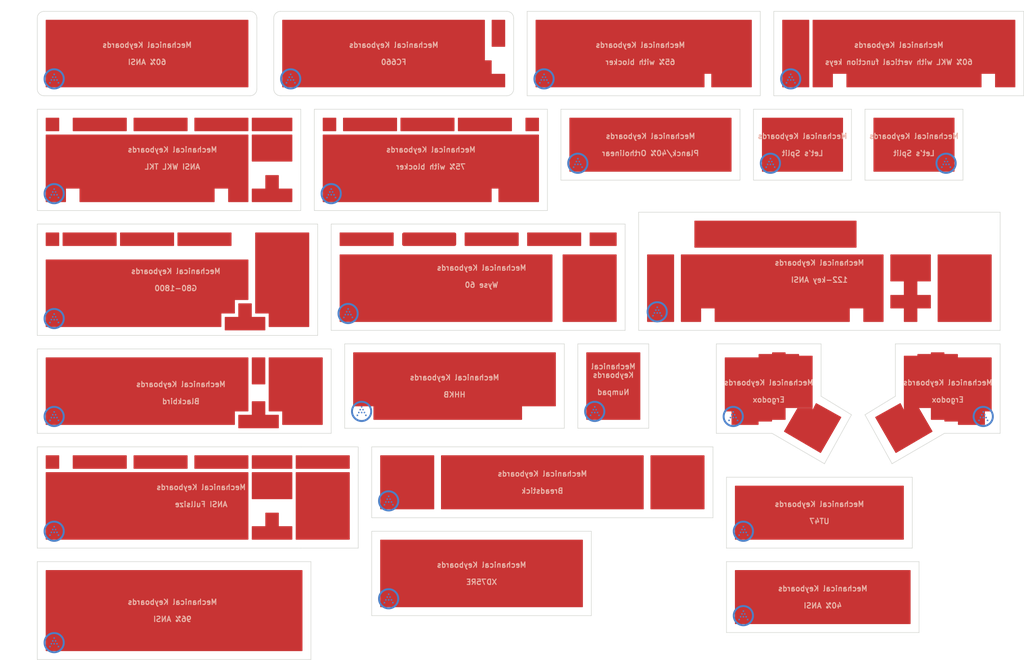
<source format=kicad_pcb>
(kicad_pcb (version 20221018) (generator pcbnew)
  (layers (0 "F.Cu" signal) (31 "B.Cu" signal) (34 "B.Paste" user) (35 "F.Paste" user) (36 "B.SilkS" user "B.Silkscreen") (37 "F.SilkS" user "F.Silkscreen") (38 "B.Mask" user) (39 "F.Mask" user) (44 "Edge.Cuts" user))
  (net 0 "")
  (footprint "locallib:Pad-1.25U" (layer "F.Cu") (at 155.73375 32.385)
    (fp_text reference "REF**" hide)
    (fp_text value "Pad-1.25U" hide)
  )
  (footprint "locallib:Pad-1.25U" (layer "F.Cu") (at 160.49625 32.385)
    (fp_text reference "REF**" hide)
    (fp_text value "Pad-1.25U" hide)
  )
  (footprint "locallib:Pad-1.25U" (layer "F.Cu") (at 165.25875 32.385)
    (fp_text reference "REF**" hide)
    (fp_text value "Pad-1.25U" hide)
  )
  (footprint "locallib:Pad-6.25U" (layer "F.Cu") (at 179.54625 32.385)
    (fp_text reference "REF**" hide)
    (fp_text value "Pad-6.25U" hide)
  )
  (footprint "locallib:Pad-1.25U" (layer "F.Cu") (at 193.83375 32.385)
    (fp_text reference "REF**" hide)
    (fp_text value "Pad-1.25U" hide)
  )
  (footprint "locallib:Pad-1.25U" (layer "F.Cu") (at 198.59625 32.385)
    (fp_text reference "REF**" hide)
    (fp_text value "Pad-1.25U" hide)
  )
  (footprint "locallib:Pad-1.25U" (layer "F.Cu") (at 105.25125 64.77)
    (fp_text reference "REF**" hide)
    (fp_text value "Pad-1.25U" hide)
  )
  (footprint "locallib:Pad-1.25U" (layer "F.Cu") (at 100.48875 64.77)
    (fp_text reference "REF**" hide)
    (fp_text value "Pad-1.25U" hide)
  )
  (footprint "locallib:Pad-6.25U" (layer "F.Cu") (at 119.53875 64.77)
    (fp_text reference "REF**" hide)
    (fp_text value "Pad-6.25U" hide)
  )
  (footprint "locallib:Pad-1.25U" (layer "F.Cu") (at 138.58875 64.77)
    (fp_text reference "REF**" hide)
    (fp_text value "Pad-1.25U" hide)
  )
  (footprint "locallib:Pad-1.25U" (layer "F.Cu") (at 133.82625 64.77)
    (fp_text reference "REF**" hide)
    (fp_text value "Pad-1.25U" hide)
  )
  (footprint "locallib:Pad-1.25U" (layer "F.Cu") (at 95.72625 64.77)
    (fp_text reference "REF**" hide)
    (fp_text value "Pad-1.25U" hide)
  )
  (footprint "locallib:Pad-1U" (layer "F.Cu") (at 239.0775 20.955)
    (fp_text reference "REF**" hide)
    (fp_text value "Pad-1U" hide)
  )
  (footprint "locallib:Pad-1U" (layer "F.Cu") (at 279.0825 17.145)
    (fp_text reference "REF**" hide)
    (fp_text value "Pad-1U" hide)
  )
  (footprint "locallib:Pad-1U" (layer "F.Cu") (at 271.4625 17.145)
    (fp_text reference "REF**" hide)
    (fp_text value "Pad-1U" hide)
  )
  (footprint "locallib:Pad-1U" (layer "F.Cu") (at 252.4125 17.145)
    (fp_text reference "REF**" hide)
    (fp_text value "Pad-1U" hide)
  )
  (footprint "locallib:Pad-1U" (layer "F.Cu") (at 274.32 24.765)
    (fp_text reference "REF**" hide)
    (fp_text value "Pad-1U" hide)
  )
  (footprint "locallib:Pad-1U" (layer "F.Cu") (at 237.1725 17.145)
    (fp_text reference "REF**" hide)
    (fp_text value "Pad-1U" hide)
  )
  (footprint "locallib:Pad-1U" (layer "F.Cu") (at 249.555 28.575)
    (fp_text reference "REF**" hide)
    (fp_text value "Pad-1U" hide)
  )
  (footprint "locallib:Pad-1U" (layer "F.Cu") (at 277.1775 20.955)
    (fp_text reference "REF**" hide)
    (fp_text value "Pad-1U" hide)
  )
  (footprint "locallib:Pad-1U" (layer "F.Cu") (at 266.7 24.765)
    (fp_text reference "REF**" hide)
    (fp_text value "Pad-1U" hide)
  )
  (footprint "locallib:Pad-1U" (layer "F.Cu") (at 263.8425 17.145)
    (fp_text reference "REF**" hide)
    (fp_text value "Pad-1U" hide)
  )
  (footprint "locallib:Pad-1U" (layer "F.Cu") (at 243.84 24.765)
    (fp_text reference "REF**" hide)
    (fp_text value "Pad-1U" hide)
  )
  (footprint "locallib:Pad-1U" (layer "F.Cu") (at 250.5075 20.955)
    (fp_text reference "REF**" hide)
    (fp_text value "Pad-1U" hide)
  )
  (footprint "locallib:Pad-1U" (layer "F.Cu") (at 258.1275 20.955)
    (fp_text reference "REF**" hide)
    (fp_text value "Pad-1U" hide)
  )
  (footprint "locallib:Pad-1U" (layer "F.Cu") (at 242.8875 20.955)
    (fp_text reference "REF**" hide)
    (fp_text value "Pad-1U" hide)
  )
  (footprint "locallib:Pad-1U" (layer "F.Cu") (at 241.935 28.575)
    (fp_text reference "REF**" hide)
    (fp_text value "Pad-1U" hide)
  )
  (footprint "locallib:Pad-1U" (layer "F.Cu") (at 267.6525 17.145)
    (fp_text reference "REF**" hide)
    (fp_text value "Pad-1U" hide)
  )
  (footprint "locallib:Pad-1U" (layer "F.Cu") (at 265.7475 20.955)
    (fp_text reference "REF**" hide)
    (fp_text value "Pad-1U" hide)
  )
  (footprint "locallib:Pad-1U" (layer "F.Cu") (at 255.27 24.765)
    (fp_text reference "REF**" hide)
    (fp_text value "Pad-1U" hide)
  )
  (footprint "locallib:Pad-1U" (layer "F.Cu") (at 280.9875 20.955)
    (fp_text reference "REF**" hide)
    (fp_text value "Pad-1U" hide)
  )
  (footprint "locallib:Pad-1U" (layer "F.Cu") (at 260.0325 17.145)
    (fp_text reference "REF**" hide)
    (fp_text value "Pad-1U" hide)
  )
  (footprint "locallib:Pad-1U" (layer "F.Cu") (at 256.2225 17.145)
    (fp_text reference "REF**" hide)
    (fp_text value "Pad-1U" hide)
  )
  (footprint "locallib:Pad-1U" (layer "F.Cu") (at 270.51 24.765)
    (fp_text reference "REF**" hide)
    (fp_text value "Pad-1U" hide)
  )
  (footprint "locallib:Pad-1U" (layer "F.Cu") (at 254.3175 20.955)
    (fp_text reference "REF**" hide)
    (fp_text value "Pad-1U" hide)
  )
  (footprint "locallib:Pad-1U" (layer "F.Cu") (at 273.3675 20.955)
    (fp_text reference "REF**" hide)
    (fp_text value "Pad-1U" hide)
  )
  (footprint "locallib:Pad-1U" (layer "F.Cu") (at 246.6975 20.955)
    (fp_text reference "REF**" hide)
    (fp_text value "Pad-1U" hide)
  )
  (footprint "locallib:Pad-1U" (layer "F.Cu") (at 272.415 28.575)
    (fp_text reference "REF**" hide)
    (fp_text value "Pad-1U" hide)
  )
  (footprint "locallib:Pad-1U" (layer "F.Cu") (at 245.745 28.575)
    (fp_text reference "REF**" hide)
    (fp_text value "Pad-1U" hide)
  )
  (footprint "locallib:Pad-1U" (layer "F.Cu") (at 247.65 24.765)
    (fp_text reference "REF**" hide)
    (fp_text value "Pad-1U" hide)
  )
  (footprint "locallib:Pad-1U" (layer "F.Cu") (at 278.13 24.765)
    (fp_text reference "REF**" hide)
    (fp_text value "Pad-1U" hide)
  )
  (footprint "locallib:Pad-1U" (layer "F.Cu") (at 240.03 24.765)
    (fp_text reference "REF**" hide)
    (fp_text value "Pad-1U" hide)
  )
  (footprint "locallib:Pad-1U" (layer "F.Cu") (at 259.08 24.765)
    (fp_text reference "REF**" hide)
    (fp_text value "Pad-1U" hide)
  )
  (footprint "locallib:Pad-1U" (layer "F.Cu") (at 262.89 24.765)
    (fp_text reference "REF**" hide)
    (fp_text value "Pad-1U" hide)
  )
  (footprint "locallib:Pad-1U" (layer "F.Cu") (at 251.46 24.765)
    (fp_text reference "REF**" hide)
    (fp_text value "Pad-1U" hide)
  )
  (footprint "locallib:Pad-1U" (layer "F.Cu") (at 261.9375 20.955)
    (fp_text reference "REF**" hide)
    (fp_text value "Pad-1U" hide)
  )
  (footprint "locallib:Pad-1U" (layer "F.Cu") (at 269.5575 20.955)
    (fp_text reference "REF**" hide)
    (fp_text value "Pad-1U" hide)
  )
  (footprint "locallib:Pad-1U" (layer "F.Cu") (at 276.225 28.575)
    (fp_text reference "REF**" hide)
    (fp_text value "Pad-1U" hide)
  )
  (footprint "locallib:Pad-1U" (layer "F.Cu") (at 275.2725 17.145)
    (fp_text reference "REF**" hide)
    (fp_text value "Pad-1U" hide)
  )
  (footprint "locallib:Pad-1U" (layer "F.Cu") (at 248.6025 17.145)
    (fp_text reference "REF**" hide)
    (fp_text value "Pad-1U" hide)
  )
  (footprint "locallib:Pad-1U" (layer "F.Cu") (at 240.9825 17.145)
    (fp_text reference "REF**" hide)
    (fp_text value "Pad-1U" hide)
  )
  (footprint "locallib:Pad-1U" (layer "F.Cu") (at 244.7925 17.145)
    (fp_text reference "REF**" hide)
    (fp_text value "Pad-1U" hide)
  )
  (footprint "locallib:Pad-1U" (layer "F.Cu") (at 233.3625 17.145)
    (fp_text reference "REF**" hide)
    (fp_text value "Pad-1U" hide)
  )
  (footprint "locallib:Pad-1.5U" (layer "F.Cu") (at 243.84 32.385)
    (fp_text reference "REF**" hide)
    (fp_text value "Pad-1.5U" hide)
  )
  (footprint "locallib:Pad-2.25U" (layer "F.Cu") (at 235.74375 28.575)
    (fp_text reference "REF**" hide)
    (fp_text value "Pad-2.25U" hide)
  )
  (footprint "locallib:Pad-1.5U" (layer "F.Cu") (at 234.315 32.385)
    (fp_text reference "REF**" hide)
    (fp_text value "Pad-1.5U" hide)
  )
  (footprint "locallib:Pad-2.25U" (layer "F.Cu") (at 284.32125 24.765)
    (fp_text reference "REF**" hide)
    (fp_text value "Pad-2.25U" hide)
  )
  (footprint "locallib:Pad-2U" (layer "F.Cu") (at 284.7975 17.145)
    (fp_text reference "REF**" hide)
    (fp_text value "Pad-2U" hide)
  )
  (footprint "locallib:Pad-1.5U" (layer "F.Cu") (at 285.75 20.955)
    (fp_text reference "REF**" hide)
    (fp_text value "Pad-1.5U" hide)
  )
  (footprint "locallib:Pad-1.75U" (layer "F.Cu") (at 234.79125 24.765)
    (fp_text reference "REF**" hide)
    (fp_text value "Pad-1.75U" hide)
  )
  (footprint "locallib:Pad-7U" (layer "F.Cu") (at 260.0325 32.385)
    (fp_text reference "REF**" hide)
    (fp_text value "Pad-7U" hide)
  )
  (footprint "locallib:Pad-2.75U" (layer "F.Cu") (at 283.36875 28.575)
    (fp_text reference "REF**" hide)
    (fp_text value "Pad-2.75U" hide)
  )
  (footprint "locallib:Pad-1.5U" (layer "F.Cu") (at 234.315 20.955)
    (fp_text reference "REF**" hide)
    (fp_text value "Pad-1.5U" hide)
  )
  (footprint "locallib:Pad-1U" (layer "F.Cu") (at 257.175 28.575)
    (fp_text reference "REF**" hide)
    (fp_text value "Pad-1U" hide)
  )
  (footprint "locallib:Pad-1.5U" (layer "F.Cu") (at 276.225 32.385)
    (fp_text reference "REF**" hide)
    (fp_text value "Pad-1.5U" hide)
  )
  (footprint "locallib:Pad-1U" (layer "F.Cu") (at 268.605 28.575)
    (fp_text reference "REF**" hide)
    (fp_text value "Pad-1U" hide)
  )
  (footprint "locallib:Pad-1.5U" (layer "F.Cu") (at 285.75 32.385)
    (fp_text reference "REF**" hide)
    (fp_text value "Pad-1.5U" hide)
  )
  (footprint "locallib:Pad-1U" (layer "F.Cu") (at 260.985 28.575)
    (fp_text reference "REF**" hide)
    (fp_text value "Pad-1U" hide)
  )
  (footprint "locallib:Pad-1U" (layer "F.Cu") (at 253.365 28.575)
    (fp_text reference "REF**" hide)
    (fp_text value "Pad-1U" hide)
  )
  (footprint "locallib:Pad-1U" (layer "F.Cu") (at 264.795 28.575)
    (fp_text reference "REF**" hide)
    (fp_text value "Pad-1U" hide)
  )
  (footprint "locallib:Pad-1U" (layer "F.Cu") (at 228.6 20.955)
    (fp_text reference "REF**" hide)
    (fp_text value "Pad-1U" hide)
  )
  (footprint "locallib:Pad-1U" (layer "F.Cu") (at 224.79 32.385)
    (fp_text reference "REF**" hide)
    (fp_text value "Pad-1U" hide)
  )
  (footprint "locallib:Pad-1U" (layer "F.Cu") (at 228.6 28.575)
    (fp_text reference "REF**" hide)
    (fp_text value "Pad-1U" hide)
  )
  (footprint "locallib:Pad-1U" (layer "F.Cu") (at 228.6 17.145)
    (fp_text reference "REF**" hide)
    (fp_text value "Pad-1U" hide)
  )
  (footprint "locallib:Pad-1U" (layer "F.Cu") (at 224.79 20.955)
    (fp_text reference "REF**" hide)
    (fp_text value "Pad-1U" hide)
  )
  (footprint "locallib:Pad-1U" (layer "F.Cu") (at 228.6 32.385)
    (fp_text reference "REF**" hide)
    (fp_text value "Pad-1U" hide)
  )
  (footprint "locallib:Pad-1U" (layer "F.Cu") (at 228.6 24.765)
    (fp_text reference "REF**" hide)
    (fp_text value "Pad-1U" hide)
  )
  (footprint "locallib:Pad-1U" (layer "F.Cu") (at 224.79 17.145)
    (fp_text reference "REF**" hide)
    (fp_text value "Pad-1U" hide)
  )
  (footprint "locallib:Pad-1U" (layer "F.Cu") (at 224.79 28.575)
    (fp_text reference "REF**" hide)
    (fp_text value "Pad-1U" hide)
  )
  (footprint "locallib:Pad-1U" (layer "F.Cu") (at 224.79 24.765)
    (fp_text reference "REF**" hide)
    (fp_text value "Pad-1U" hide)
  )
  (footprint "locallib:Pad-1U" (layer "F.Cu") (at 200.025 83.34375)
    (fp_text reference "REF**" hide)
    (fp_text value "Pad-1U" hide)
  )
  (footprint "locallib:Pad-1U" (layer "F.Cu") (at 255.27 87.15375)
    (fp_text reference "REF**" hide)
    (fp_text value "Pad-1U" hide)
  )
  (footprint "locallib:Pad-1.5U" (layer "F.Cu") (at 248.6025 98.58375)
    (fp_text reference "REF**" hide)
    (fp_text value "Pad-1.5U" hide)
  )
  (footprint "locallib:Pad-1U" (layer "F.Cu") (at 218.1225 90.96375)
    (fp_text reference "REF**" hide)
    (fp_text value "Pad-1U" hide)
  )
  (footprint "locallib:Pad-2.25U" (layer "F.Cu") (at 198.59625 94.77375)
    (fp_text reference "REF**" hide)
    (fp_text value "Pad-2.25U" hide)
  )
  (footprint "locallib:Pad-1U" (layer "F.Cu") (at 259.08 90.96375)
    (fp_text reference "REF**" hide)
    (fp_text value "Pad-1U" hide)
  )
  (footprint "locallib:Pad-1U" (layer "F.Cu") (at 216.2175 94.77375)
    (fp_text reference "REF**" hide)
    (fp_text value "Pad-1U" hide)
  )
  (footprint "locallib:Pad-1U" (layer "F.Cu") (at 259.08 83.34375)
    (fp_text reference "REF**" hide)
    (fp_text value "Pad-1U" hide)
  )
  (footprint "locallib:Pad-1U" (layer "F.Cu") (at 262.89 83.34375)
    (fp_text reference "REF**" hide)
    (fp_text value "Pad-1U" hide)
  )
  (footprint "locallib:Pad-1.5U" (layer "F.Cu") (at 206.6925 98.58375)
    (fp_text reference "REF**" hide)
    (fp_text value "Pad-1.5U" hide)
  )
  (footprint "locallib:Pad-1U" (layer "F.Cu") (at 255.27 83.34375)
    (fp_text reference "REF**" hide)
    (fp_text value "Pad-1U" hide)
  )
  (footprint "locallib:Pad-1U" (layer "F.Cu") (at 204.7875 94.77375)
    (fp_text reference "REF**" hide)
    (fp_text value "Pad-1U" hide)
  )
  (footprint "locallib:Pad-1U" (layer "F.Cu") (at 262.89 94.77375)
    (fp_text reference "REF**" hide)
    (fp_text value "Pad-1U" hide)
  )
  (footprint "locallib:Pad-1U" (layer "F.Cu") (at 235.2675 94.77375)
    (fp_text reference "REF**" hide)
    (fp_text value "Pad-1U" hide)
  )
  (footprint "locallib:Pad-1U" (layer "F.Cu") (at 212.4075 94.77375)
    (fp_text reference "REF**" hide)
    (fp_text value "Pad-1U" hide)
  )
  (footprint "locallib:Pad-1U" (layer "F.Cu") (at 231.4575 94.77375)
    (fp_text reference "REF**" hide)
    (fp_text value "Pad-1U" hide)
  )
  (footprint "locallib:Pad-2.75U" (layer "F.Cu") (at 246.22125 94.77375)
    (fp_text reference "REF**" hide)
    (fp_text value "Pad-2.75U" hide)
  )
  (footprint "locallib:Pad-1U" (layer "F.Cu") (at 220.0275 94.77375)
    (fp_text reference "REF**" hide)
    (fp_text value "Pad-1U" hide)
  )
  (footprint "locallib:Pad-1U" (layer "F.Cu") (at 208.5975 94.77375)
    (fp_text reference "REF**" hide)
    (fp_text value "Pad-1U" hide)
  )
  (footprint "locallib:Pad-1U" (layer "F.Cu") (at 259.08 94.77375)
    (fp_text reference "REF**" hide)
    (fp_text value "Pad-1U" hide)
  )
  (footprint "locallib:Pad-1U" (layer "F.Cu") (at 262.89 87.15375)
    (fp_text reference "REF**" hide)
    (fp_text value "Pad-1U" hide)
  )
  (footprint "locallib:Pad-1U" (layer "F.Cu") (at 223.8375 94.77375)
    (fp_text reference "REF**" hide)
    (fp_text value "Pad-1U" hide)
  )
  (footprint "locallib:Pad-1.5U" (layer "F.Cu") (at 239.0775 98.58375)
    (fp_text reference "REF**" hide)
    (fp_text value "Pad-1.5U" hide)
  )
  (footprint "locallib:Pad-7U" (layer "F.Cu") (at 222.885 98.58375)
    (fp_text reference "REF**" hide)
    (fp_text value "Pad-7U" hide)
  )
  (footprint "locallib:Pad-1.5U" (layer "F.Cu") (at 197.1675 98.58375)
    (fp_text reference "REF**" hide)
    (fp_text value "Pad-1.5U" hide)
  )
  (footprint "locallib:Pad-1U" (layer "F.Cu") (at 239.0775 94.77375)
    (fp_text reference "REF**" hide)
    (fp_text value "Pad-1U" hide)
  )
  (footprint "locallib:Pad-1U" (layer "F.Cu") (at 196.215 83.34375)
    (fp_text reference "REF**" hide)
    (fp_text value "Pad-1U" hide)
  )
  (footprint "locallib:Pad-1U" (layer "F.Cu") (at 227.6475 94.77375)
    (fp_text reference "REF**" hide)
    (fp_text value "Pad-1U" hide)
  )
  (footprint "locallib:Pad-1U" (layer "F.Cu") (at 255.27 94.77375)
    (fp_text reference "REF**" hide)
    (fp_text value "Pad-1U" hide)
  )
  (footprint "locallib:Pad-1U" (layer "F.Cu") (at 259.08 87.15375)
    (fp_text reference "REF**" hide)
    (fp_text value "Pad-1U" hide)
  )
  (footprint "locallib:Pad-2U" (layer "F.Cu") (at 247.65 83.34375)
    (fp_text reference "REF**" hide)
    (fp_text value "Pad-2U" hide)
  )
  (footprint "locallib:Pad-1U" (layer "F.Cu") (at 221.9325 90.96375)
    (fp_text reference "REF**" hide)
    (fp_text value "Pad-1U" hide)
  )
  (footprint "locallib:Pad-1U" (layer "F.Cu") (at 233.3625 90.96375)
    (fp_text reference "REF**" hide)
    (fp_text value "Pad-1U" hide)
  )
  (footprint "locallib:Pad-1U" (layer "F.Cu") (at 226.695 83.34375)
    (fp_text reference "REF**" hide)
    (fp_text value "Pad-1U" hide)
  )
  (footprint "locallib:Pad-1U" (layer "F.Cu") (at 225.7425 90.96375)
    (fp_text reference "REF**" hide)
    (fp_text value "Pad-1U" hide)
  )
  (footprint "locallib:Pad-1U" (layer "F.Cu") (at 210.5025 90.96375)
    (fp_text reference "REF**" hide)
    (fp_text value "Pad-1U" hide)
  )
  (footprint "locallib:Pad-1U" (layer "F.Cu") (at 240.9825 90.96375)
    (fp_text reference "REF**" hide)
    (fp_text value "Pad-1U" hide)
  )
  (footprint "locallib:Pad-1U" (layer "F.Cu") (at 202.8825 90.96375)
    (fp_text reference "REF**" hide)
    (fp_text value "Pad-1U" hide)
  )
  (footprint "locallib:Pad-1.75U" (layer "F.Cu") (at 197.64375 90.96375)
    (fp_text reference "REF**" hide)
    (fp_text value "Pad-1.75U" hide)
  )
  (footprint "locallib:Pad-1U" (layer "F.Cu") (at 240.03 87.15375)
    (fp_text reference "REF**" hide)
    (fp_text value "Pad-1U" hide)
  )
  (footprint "locallib:Pad-1U" (layer "F.Cu") (at 224.79 87.15375)
    (fp_text reference "REF**" hide)
    (fp_text value "Pad-1U" hide)
  )
  (footprint "locallib:Pad-1U" (layer "F.Cu") (at 209.55 87.15375)
    (fp_text reference "REF**" hide)
    (fp_text value "Pad-1U" hide)
  )
  (footprint "locallib:Pad-1U" (layer "F.Cu") (at 220.98 87.15375)
    (fp_text reference "REF**" hide)
    (fp_text value "Pad-1U" hide)
  )
  (footprint "locallib:Pad-1U" (layer "F.Cu") (at 214.3125 90.96375)
    (fp_text reference "REF**" hide)
    (fp_text value "Pad-1U" hide)
  )
  (footprint "locallib:Pad-2.25U" (layer "F.Cu") (at 247.17375 90.96375)
    (fp_text reference "REF**" hide)
    (fp_text value "Pad-2.25U" hide)
  )
  (footprint "locallib:Pad-1U" (layer "F.Cu") (at 232.41 87.15375)
    (fp_text reference "REF**" hide)
    (fp_text value "Pad-1U" hide)
  )
  (footprint "locallib:Pad-1.5U" (layer "F.Cu") (at 248.6025 87.15375)
    (fp_text reference "REF**" hide)
    (fp_text value "Pad-1.5U" hide)
  )
  (footprint "locallib:Pad-1U" (layer "F.Cu") (at 236.22 87.15375)
    (fp_text reference "REF**" hide)
    (fp_text value "Pad-1U" hide)
  )
  (footprint "locallib:Pad-1U" (layer "F.Cu") (at 217.17 87.15375)
    (fp_text reference "REF**" hide)
    (fp_text value "Pad-1U" hide)
  )
  (footprint "locallib:Pad-1U" (layer "F.Cu") (at 243.84 87.15375)
    (fp_text reference "REF**" hide)
    (fp_text value "Pad-1U" hide)
  )
  (footprint "locallib:Pad-1U" (layer "F.Cu") (at 229.5525 90.96375)
    (fp_text reference "REF**" hide)
    (fp_text value "Pad-1U" hide)
  )
  (footprint "locallib:Pad-1U" (layer "F.Cu") (at 205.74 87.15375)
    (fp_text reference "REF**" hide)
    (fp_text value "Pad-1U" hide)
  )
  (footprint "locallib:Pad-1U" (layer "F.Cu") (at 206.6925 90.96375)
    (fp_text reference "REF**" hide)
    (fp_text value "Pad-1U" hide)
  )
  (footprint "locallib:Pad-1U" (layer "F.Cu") (at 238.125 83.34375)
    (fp_text reference "REF**" hide)
    (fp_text value "Pad-1U" hide)
  )
  (footprint "locallib:Pad-1U" (layer "F.Cu") (at 228.6 87.15375)
    (fp_text reference "REF**" hide)
    (fp_text value "Pad-1U" hide)
  )
  (footprint "locallib:Pad-1U" (layer "F.Cu") (at 237.1725 90.96375)
    (fp_text reference "REF**" hide)
    (fp_text value "Pad-1U" hide)
  )
  (footprint "locallib:Pad-1U" (layer "F.Cu") (at 201.93 87.15375)
    (fp_text reference "REF**" hide)
    (fp_text value "Pad-1U" hide)
  )
  (footprint "locallib:Pad-1.5U" (layer "F.Cu") (at 197.1675 87.15375)
    (fp_text reference "REF**" hide)
    (fp_text value "Pad-1.5U" hide)
  )
  (footprint "locallib:Pad-1U" (layer "F.Cu") (at 213.36 87.15375)
    (fp_text reference "REF**" hide)
    (fp_text value "Pad-1U" hide)
  )
  (footprint "locallib:Pad-1U" (layer "F.Cu") (at 241.935 83.34375)
    (fp_text reference "REF**" hide)
    (fp_text value "Pad-1U" hide)
  )
  (footprint "locallib:Pad-1U" (layer "F.Cu") (at 230.505 83.34375)
    (fp_text reference "REF**" hide)
    (fp_text value "Pad-1U" hide)
  )
  (footprint "locallib:Pad-1U" (layer "F.Cu") (at 219.075 83.34375)
    (fp_text reference "REF**" hide)
    (fp_text value "Pad-1U" hide)
  )
  (footprint "locallib:Pad-1U" (layer "F.Cu") (at 222.885 83.34375)
    (fp_text reference "REF**" hide)
    (fp_text value "Pad-1U" hide)
  )
  (footprint "locallib:Pad-1U" (layer "F.Cu") (at 211.455 83.34375)
    (fp_text reference "REF**" hide)
    (fp_text value "Pad-1U" hide)
  )
  (footprint "locallib:Pad-1U" (layer "F.Cu") (at 207.645 83.34375)
    (fp_text reference "REF**" hide)
    (fp_text value "Pad-1U" hide)
  )
  (footprint "locallib:Pad-1U" (layer "F.Cu") (at 215.265 83.34375)
    (fp_text reference "REF**" hide)
    (fp_text value "Pad-1U" hide)
  )
  (footprint "locallib:Pad-1U" (layer "F.Cu") (at 203.835 83.34375)
    (fp_text reference "REF**" hide)
    (fp_text value "Pad-1U" hide)
  )
  (footprint "locallib:Pad-1U" (layer "F.Cu") (at 234.315 83.34375)
    (fp_text reference "REF**" hide)
    (fp_text value "Pad-1U" hide)
  )
  (footprint "locallib:Pad-1U" (layer "F.Cu") (at 17.145 17.145)
    (fp_text reference "REF**" hide)
    (fp_text value "Pad-1U" hide)
  )
  (footprint "locallib:Pad-1U" (layer "F.Cu") (at 20.955 17.145)
    (fp_text reference "REF**" hide)
    (fp_text value "Pad-1U" hide)
  )
  (footprint "locallib:Pad-1U" (layer "F.Cu") (at 28.575 17.145)
    (fp_text reference "REF**" hide)
    (fp_text value "Pad-1U" hide)
  )
  (footprint "locallib:Pad-1U" (layer "F.Cu") (at 24.765 17.145)
    (fp_text reference "REF**" hide)
    (fp_text value "Pad-1U" hide)
  )
  (footprint "locallib:Pad-1U" (layer "F.Cu") (at 36.195 17.145)
    (fp_text reference "REF**" hide)
    (fp_text value "Pad-1U" hide)
  )
  (footprint "locallib:Pad-1U" (layer "F.Cu") (at 40.005 17.145)
    (fp_text reference "REF**" hide)
    (fp_text value "Pad-1U" hide)
  )
  (footprint "locallib:Pad-1U" (layer "F.Cu") (at 43.815 17.145)
    (fp_text reference "REF**" hide)
    (fp_text value "Pad-1U" hide)
  )
  (footprint "locallib:Pad-1U" (layer "F.Cu") (at 32.385 17.145)
    (fp_text reference "REF**" hide)
    (fp_text value "Pad-1U" hide)
  )
  (footprint "locallib:Pad-1U" (layer "F.Cu") (at 51.435 17.145)
    (fp_text reference "REF**" hide)
    (fp_text value "Pad-1U" hide)
  )
  (footprint "locallib:Pad-1U" (layer "F.Cu") (at 55.245 17.145)
    (fp_text reference "REF**" hide)
    (fp_text value "Pad-1U" hide)
  )
  (footprint "locallib:Pad-1U" (layer "F.Cu") (at 62.865 17.145)
    (fp_text reference "REF**" hide)
    (fp_text value "Pad-1U" hide)
  )
  (footprint "locallib:Pad-1U" (layer "F.Cu") (at 59.055 17.145)
    (fp_text reference "REF**" hide)
    (fp_text value "Pad-1U" hide)
  )
  (footprint "locallib:Pad-1U" (layer "F.Cu") (at 47.625 17.145)
    (fp_text reference "REF**" hide)
    (fp_text value "Pad-1U" hide)
  )
  (footprint "locallib:Pad-1U" (layer "F.Cu") (at 190.5 87.15375)
    (fp_text reference "REF**" hide)
    (fp_text value "Pad-1U" hide)
  )
  (footprint "locallib:Pad-1U" (layer "F.Cu") (at 186.69 98.58375)
    (fp_text reference "REF**" hide)
    (fp_text value "Pad-1U" hide)
  )
  (footprint "locallib:Pad-1U" (layer "F.Cu") (at 190.5 94.77375)
    (fp_text reference "REF**" hide)
    (fp_text value "Pad-1U" hide)
  )
  (footprint "locallib:Pad-1U" (layer "F.Cu") (at 190.5 83.34375)
    (fp_text reference "REF**" hide)
    (fp_text value "Pad-1U" hide)
  )
  (footprint "locallib:Pad-1U" (layer "F.Cu") (at 186.69 94.77375)
    (fp_text reference "REF**" hide)
    (fp_text value "Pad-1U" hide)
  )
  (footprint "locallib:Pad-1U" (layer "F.Cu") (at 190.5 90.96375)
    (fp_text reference "REF**" hide)
    (fp_text value "Pad-1U" hide)
  )
  (footprint "locallib:Pad-1U" (layer "F.Cu") (at 186.69 90.96375)
    (fp_text reference "REF**" hide)
    (fp_text value "Pad-1U" hide)
  )
  (footprint "locallib:Pad-1U" (layer "F.Cu") (at 190.5 98.58375)
    (fp_text reference "REF**" hide)
    (fp_text value "Pad-1U" hide)
  )
  (footprint "locallib:Pad-1U" (layer "F.Cu") (at 186.69 87.15375)
    (fp_text reference "REF**" hide)
    (fp_text value "Pad-1U" hide)
  )
  (footprint "locallib:Pad-1U" (layer "F.Cu") (at 186.69 83.34375)
    (fp_text reference "REF**" hide)
    (fp_text value "Pad-1U" hide)
  )
  (footprint "locallib:Pad-2U" (layer "F.Cu") (at 68.58 17.145)
    (fp_text reference "REF**" hide)
    (fp_text value "Pad-2U" hide)
  )
  (footprint "locallib:Pad-1U" (layer "F.Cu") (at 259.08 98.58375)
    (fp_text reference "REF**" hide)
    (fp_text value "Pad-1U" hide)
  )
  (footprint "locallib:Pad-1U" (layer "F.Cu") (at 272.415 87.15375)
    (fp_text reference "REF**" hide)
    (fp_text value "Pad-1U" hide)
  )
  (footprint "locallib:Pad-1U" (layer "F.Cu") (at 280.035 83.34375)
    (fp_text reference "REF**" hide)
    (fp_text value "Pad-1U" hide)
  )
  (footprint "locallib:Pad-1U" (layer "F.Cu") (at 276.225 94.77375)
    (fp_text reference "REF**" hide)
    (fp_text value "Pad-1U" hide)
  )
  (footprint "locallib:Pad-1U" (layer "F.Cu") (at 272.415 90.96375)
    (fp_text reference "REF**" hide)
    (fp_text value "Pad-1U" hide)
  )
  (footprint "locallib:Pad-1U" (layer "F.Cu") (at 276.225 87.15375)
    (fp_text reference "REF**" hide)
    (fp_text value "Pad-1U" hide)
  )
  (footprint "locallib:Pad-1U" (layer "F.Cu") (at 276.225 83.34375)
    (fp_text reference "REF**" hide)
    (fp_text value "Pad-1U" hide)
  )
  (footprint "locallib:Pad-1U" (layer "F.Cu") (at 272.415 94.77375)
    (fp_text reference "REF**" hide)
    (fp_text value "Pad-1U" hide)
  )
  (footprint "locallib:Pad-1U" (layer "F.Cu") (at 276.225 90.96375)
    (fp_text reference "REF**" hide)
    (fp_text value "Pad-1U" hide)
  )
  (footprint "locallib:Pad-1U" (layer "F.Cu") (at 276.225 98.58375)
    (fp_text reference "REF**" hide)
    (fp_text value "Pad-1U" hide)
  )
  (footprint "locallib:Pad-1U" (layer "F.Cu") (at 272.415 98.58375)
    (fp_text reference "REF**" hide)
    (fp_text value "Pad-1U" hide)
  )
  (footprint "locallib:Pad-1.5U" (layer "F.Cu") (at 18.0975 20.955)
    (fp_text reference "REF**" hide)
    (fp_text value "Pad-1.5U" hide)
  )
  (footprint "locallib:Pad-1U" (layer "F.Cu") (at 26.67 20.955)
    (fp_text reference "REF**" hide)
    (fp_text value "Pad-1U" hide)
  )
  (footprint "locallib:Pad-1U" (layer "F.Cu") (at 30.48 20.955)
    (fp_text reference "REF**" hide)
    (fp_text value "Pad-1U" hide)
  )
  (footprint "locallib:Pad-1U" (layer "F.Cu") (at 41.91 20.955)
    (fp_text reference "REF**" hide)
    (fp_text value "Pad-1U" hide)
  )
  (footprint "locallib:Pad-1U" (layer "F.Cu") (at 38.1 20.955)
    (fp_text reference "REF**" hide)
    (fp_text value "Pad-1U" hide)
  )
  (footprint "locallib:Pad-1U" (layer "F.Cu") (at 34.29 20.955)
    (fp_text reference "REF**" hide)
    (fp_text value "Pad-1U" hide)
  )
  (footprint "locallib:Pad-1U" (layer "F.Cu") (at 22.86 20.955)
    (fp_text reference "REF**" hide)
    (fp_text value "Pad-1U" hide)
  )
  (footprint "locallib:Pad-2U" (layer "F.Cu") (at 280.035 89.05875 90)
    (fp_text reference "REF**" hide)
    (fp_text value "Pad-2U" hide)
  )
  (footprint "locallib:Pad-1U" (layer "F.Cu") (at 53.34 20.955)
    (fp_text reference "REF**" hide)
    (fp_text value "Pad-1U" hide)
  )
  (footprint "locallib:Pad-2U" (layer "F.Cu") (at 280.035 96.67875 90)
    (fp_text reference "REF**" hide)
    (fp_text value "Pad-2U" hide)
  )
  (footprint "locallib:Pad-1U" (layer "F.Cu") (at 219.075 73.81875)
    (fp_text reference "REF**" hide)
    (fp_text value "Pad-1U" hide)
  )
  (footprint "locallib:Pad-1U" (layer "F.Cu") (at 49.53 20.955)
    (fp_text reference "REF**" hide)
    (fp_text value "Pad-1U" hide)
  )
  (footprint "locallib:Pad-1U" (layer "F.Cu") (at 203.835 73.81875)
    (fp_text reference "REF**" hide)
    (fp_text value "Pad-1U" hide)
  )
  (footprint "locallib:Pad-1U" (layer "F.Cu") (at 57.15 20.955)
    (fp_text reference "REF**" hide)
    (fp_text value "Pad-1U" hide)
  )
  (footprint "locallib:Pad-1U" (layer "F.Cu") (at 230.505 73.81875)
    (fp_text reference "REF**" hide)
    (fp_text value "Pad-1U" hide)
  )
  (footprint "locallib:Pad-1U" (layer "F.Cu") (at 45.72 20.955)
    (fp_text reference "REF**" hide)
    (fp_text value "Pad-1U" hide)
  )
  (footprint "locallib:Pad-1U" (layer "F.Cu") (at 238.125 73.81875)
    (fp_text reference "REF**" hide)
    (fp_text value "Pad-1U" hide)
  )
  (footprint "locallib:Pad-1U" (layer "F.Cu") (at 241.935 73.81875)
    (fp_text reference "REF**" hide)
    (fp_text value "Pad-1U" hide)
  )
  (footprint "locallib:Pad-1U" (layer "F.Cu") (at 226.695 73.81875)
    (fp_text reference "REF**" hide)
    (fp_text value "Pad-1U" hide)
  )
  (footprint "locallib:Pad-1U" (layer "F.Cu") (at 222.885 73.81875)
    (fp_text reference "REF**" hide)
    (fp_text value "Pad-1U" hide)
  )
  (footprint "locallib:Pad-1U" (layer "F.Cu") (at 211.455 73.81875)
    (fp_text reference "REF**" hide)
    (fp_text value "Pad-1U" hide)
  )
  (footprint "locallib:Pad-1U" (layer "F.Cu") (at 207.645 73.81875)
    (fp_text reference "REF**" hide)
    (fp_text value "Pad-1U" hide)
  )
  (footprint "locallib:Pad-1U" (layer "F.Cu") (at 215.265 73.81875)
    (fp_text reference "REF**" hide)
    (fp_text value "Pad-1U" hide)
  )
  (footprint "locallib:Pad-1U" (layer "F.Cu") (at 64.77 20.955)
    (fp_text reference "REF**" hide)
    (fp_text value "Pad-1U" hide)
  )
  (footprint "locallib:Pad-1U" (layer "F.Cu") (at 234.315 73.81875)
    (fp_text reference "REF**" hide)
    (fp_text value "Pad-1U" hide)
  )
  (footprint "locallib:Pad-1U" (layer "F.Cu") (at 60.96 20.955)
    (fp_text reference "REF**" hide)
    (fp_text value "Pad-1U" hide)
  )
  (footprint "locallib:Pad-1U" (layer "F.Cu") (at 200.025 73.81875)
    (fp_text reference "REF**" hide)
    (fp_text value "Pad-1U" hide)
  )
  (footprint "locallib:Pad-1.5U" (layer "F.Cu") (at 69.5325 20.955)
    (fp_text reference "REF**" hide)
    (fp_text value "Pad-1.5U" hide)
  )
  (footprint "locallib:Pad-1.75U" (layer "F.Cu") (at 18.57375 24.765)
    (fp_text reference "REF**" hide)
    (fp_text value "Pad-1.75U" hide)
  )
  (footprint "locallib:Pad-1U" (layer "F.Cu") (at 35.2425 24.765)
    (fp_text reference "REF**" hide)
    (fp_text value "Pad-1U" hide)
  )
  (footprint "locallib:Pad-1U" (layer "F.Cu") (at 42.8625 24.765)
    (fp_text reference "REF**" hide)
    (fp_text value "Pad-1U" hide)
  )
  (footprint "locallib:Pad-1U" (layer "F.Cu") (at 27.6225 24.765)
    (fp_text reference "REF**" hide)
    (fp_text value "Pad-1U" hide)
  )
  (footprint "locallib:Pad-1U" (layer "F.Cu") (at 50.4825 24.765)
    (fp_text reference "REF**" hide)
    (fp_text value "Pad-1U" hide)
  )
  (footprint "locallib:Pad-1U" (layer "F.Cu") (at 58.1025 24.765)
    (fp_text reference "REF**" hide)
    (fp_text value "Pad-1U" hide)
  )
  (footprint "locallib:Pad-1U" (layer "F.Cu") (at 46.6725 24.765)
    (fp_text reference "REF**" hide)
    (fp_text value "Pad-1U" hide)
  )
  (footprint "locallib:Pad-1U" (layer "F.Cu") (at 39.0525 24.765)
    (fp_text reference "REF**" hide)
    (fp_text value "Pad-1U" hide)
  )
  (footprint "locallib:Pad-1U" (layer "F.Cu") (at 54.2925 24.765)
    (fp_text reference "REF**" hide)
    (fp_text value "Pad-1U" hide)
  )
  (footprint "locallib:Pad-1U" (layer "F.Cu") (at 23.8125 24.765)
    (fp_text reference "REF**" hide)
    (fp_text value "Pad-1U" hide)
  )
  (footprint "locallib:Pad-1U" (layer "F.Cu") (at 61.9125 24.765)
    (fp_text reference "REF**" hide)
    (fp_text value "Pad-1U" hide)
  )
  (footprint "locallib:Pad-1U" (layer "F.Cu") (at 31.4325 24.765)
    (fp_text reference "REF**" hide)
    (fp_text value "Pad-1U" hide)
  )
  (footprint "locallib:Pad-2.25U" (layer "F.Cu") (at 68.10375 24.765)
    (fp_text reference "REF**" hide)
    (fp_text value "Pad-2.25U" hide)
  )
  (footprint "locallib:Pad-2.25U" (layer "F.Cu") (at 19.52625 28.575)
    (fp_text reference "REF**" hide)
    (fp_text value "Pad-2.25U" hide)
  )
  (footprint "locallib:Pad-2.75U" (layer "F.Cu") (at 67.15125 28.575)
    (fp_text reference "REF**" hide)
    (fp_text value "Pad-2.75U" hide)
  )
  (footprint "locallib:Pad-1U" (layer "F.Cu") (at 25.7175 28.575)
    (fp_text reference "REF**" hide)
    (fp_text value "Pad-1U" hide)
  )
  (footprint "locallib:Pad-1U" (layer "F.Cu") (at 60.0075 28.575)
    (fp_text reference "REF**" hide)
    (fp_text value "Pad-1U" hide)
  )
  (footprint "locallib:Pad-1U" (layer "F.Cu") (at 29.5275 28.575)
    (fp_text reference "REF**" hide)
    (fp_text value "Pad-1U" hide)
  )
  (footprint "locallib:Pad-1U" (layer "F.Cu") (at 33.3375 28.575)
    (fp_text reference "REF**" hide)
    (fp_text value "Pad-1U" hide)
  )
  (footprint "locallib:Pad-1U" (layer "F.Cu") (at 56.1975 28.575)
    (fp_text reference "REF**" hide)
    (fp_text value "Pad-1U" hide)
  )
  (footprint "locallib:Pad-1U" (layer "F.Cu") (at 48.5775 28.575)
    (fp_text reference "REF**" hide)
    (fp_text value "Pad-1U" hide)
  )
  (footprint "locallib:Pad-1U" (layer "F.Cu") (at 37.1475 28.575)
    (fp_text reference "REF**" hide)
    (fp_text value "Pad-1U" hide)
  )
  (footprint "locallib:Pad-1U" (layer "F.Cu") (at 52.3875 28.575)
    (fp_text reference "REF**" hide)
    (fp_text value "Pad-1U" hide)
  )
  (footprint "locallib:Pad-1U" (layer "F.Cu") (at 40.9575 28.575)
    (fp_text reference "REF**" hide)
    (fp_text value "Pad-1U" hide)
  )
  (footprint "locallib:Pad-1U" (layer "F.Cu") (at 44.7675 28.575)
    (fp_text reference "REF**" hide)
    (fp_text value "Pad-1U" hide)
  )
  (footprint "locallib:Pad-1.5U" (layer "F.Cu") (at 18.0975 32.385)
    (fp_text reference "REF**" hide)
    (fp_text value "Pad-1.5U" hide)
  )
  (footprint "locallib:Pad-1U" (layer "F.Cu") (at 22.86 32.385)
    (fp_text reference "REF**" hide)
    (fp_text value "Pad-1U" hide)
  )
  (footprint "locallib:Pad-1.5U" (layer "F.Cu") (at 27.6225 32.385)
    (fp_text reference "REF**" hide)
    (fp_text value "Pad-1.5U" hide)
  )
  (footprint "locallib:Pad-7U" (layer "F.Cu") (at 43.815 32.385)
    (fp_text reference "REF**" hide)
    (fp_text value "Pad-7U" hide)
  )
  (footprint "locallib:Pad-1.5U" (layer "F.Cu") (at 69.5325 32.385)
    (fp_text reference "REF**" hide)
    (fp_text value "Pad-1.5U" hide)
  )
  (footprint "locallib:Pad-1.5U" (layer "F.Cu") (at 60.0075 32.385)
    (fp_text reference "REF**" hide)
    (fp_text value "Pad-1.5U" hide)
  )
  (footprint "locallib:Pad-1U" (layer "F.Cu") (at 64.77 32.385)
    (fp_text reference "REF**" hide)
    (fp_text value "Pad-1U" hide)
  )
  (footprint "locallib:Pad-1U" (layer "F.Cu") (at 20.955 49.53)
    (fp_text reference "REF**" hide)
    (fp_text value "Pad-1U" hide)
  )
  (footprint "locallib:Pad-1U" (layer "F.Cu") (at 24.765 49.53)
    (fp_text reference "REF**" hide)
    (fp_text value "Pad-1U" hide)
  )
  (footprint "locallib:Pad-1U" (layer "F.Cu") (at 36.195 49.53)
    (fp_text reference "REF**" hide)
    (fp_text value "Pad-1U" hide)
  )
  (footprint "locallib:Pad-1U" (layer "F.Cu") (at 40.005 49.53)
    (fp_text reference "REF**" hide)
    (fp_text value "Pad-1U" hide)
  )
  (footprint "locallib:Pad-1U" (layer "F.Cu") (at 43.815 49.53)
    (fp_text reference "REF**" hide)
    (fp_text value "Pad-1U" hide)
  )
  (footprint "locallib:Pad-1U" (layer "F.Cu") (at 32.385 49.53)
    (fp_text reference "REF**" hide)
    (fp_text value "Pad-1U" hide)
  )
  (footprint "locallib:Pad-1U" (layer "F.Cu") (at 55.245 49.53)
    (fp_text reference "REF**" hide)
    (fp_text value "Pad-1U" hide)
  )
  (footprint "locallib:Pad-1U" (layer "F.Cu") (at 51.435 49.53)
    (fp_text reference "REF**" hide)
    (fp_text value "Pad-1U" hide)
  )
  (footprint "locallib:Pad-1U" (layer "F.Cu") (at 28.575 49.53)
    (fp_text reference "REF**" hide)
    (fp_text value "Pad-1U" hide)
  )
  (footprint "locallib:Pad-1U" (layer "F.Cu") (at 62.865 49.53)
    (fp_text reference "REF**" hide)
    (fp_text value "Pad-1U" hide)
  )
  (footprint "locallib:Pad-1U" (layer "F.Cu") (at 59.055 49.53)
    (fp_text reference "REF**" hide)
    (fp_text value "Pad-1U" hide)
  )
  (footprint "locallib:Pad-1U" (layer "F.Cu") (at 64.77 53.34)
    (fp_text reference "REF**" hide)
    (fp_text value "Pad-1U" hide)
  )
  (footprint "locallib:Pad-1.5U" (layer "F.Cu") (at 18.0975 53.34)
    (fp_text reference "REF**" hide)
    (fp_text value "Pad-1.5U" hide)
  )
  (footprint "locallib:Pad-1U" (layer "F.Cu") (at 34.29 53.34)
    (fp_text reference "REF**" hide)
    (fp_text value "Pad-1U" hide)
  )
  (footprint "locallib:Pad-1U" (layer "F.Cu") (at 41.91 53.34)
    (fp_text reference "REF**" hide)
    (fp_text value "Pad-1U" hide)
  )
  (footprint "locallib:Pad-1U" (layer "F.Cu") (at 26.67 53.34)
    (fp_text reference "REF**" hide)
    (fp_text value "Pad-1U" hide)
  )
  (footprint "locallib:Pad-1U" (layer "F.Cu") (at 49.53 53.34)
    (fp_text reference "REF**" hide)
    (fp_text value "Pad-1U" hide)
  )
  (footprint "locallib:Pad-1U" (layer "F.Cu") (at 57.15 53.34)
    (fp_text reference "REF**" hide)
    (fp_text value "Pad-1U" hide)
  )
  (footprint "locallib:Pad-1U" (layer "F.Cu") (at 45.72 53.34)
    (fp_text reference "REF**" hide)
    (fp_text value "Pad-1U" hide)
  )
  (footprint "locallib:Pad-1.5U" (layer "F.Cu") (at 69.5325 53.34)
    (fp_text reference "REF**" hide)
    (fp_text value "Pad-1.5U" hide)
  )
  (footprint "locallib:Pad-1U" (layer "F.Cu") (at 38.1 53.34)
    (fp_text reference "REF**" hide)
    (fp_text value "Pad-1U" hide)
  )
  (footprint "locallib:Pad-1U" (layer "F.Cu") (at 53.34 53.34)
    (fp_text reference "REF**" hide)
    (fp_text value "Pad-1U" hide)
  )
  (footprint "locallib:Pad-1U" (layer "F.Cu") (at 22.86 53.34)
    (fp_text reference "REF**" hide)
    (fp_text value "Pad-1U" hide)
  )
  (footprint "locallib:Pad-1U" (layer "F.Cu") (at 60.96 53.34)
    (fp_text reference "REF**" hide)
    (fp_text value "Pad-1U" hide)
  )
  (footprint "locallib:Pad-1U" (layer "F.Cu") (at 30.48 53.34)
    (fp_text reference "REF**" hide)
    (fp_text value "Pad-1U" hide)
  )
  (footprint "locallib:Pad-1.75U" (layer "F.Cu") (at 18.57375 57.15)
    (fp_text reference "REF**" hide)
    (fp_text value "Pad-1.75U" hide)
  )
  (footprint "locallib:Pad-1U" (layer "F.Cu") (at 27.6225 57.15)
    (fp_text reference "REF**" hide)
    (fp_text value "Pad-1U" hide)
  )
  (footprint "locallib:Pad-1U" (layer "F.Cu") (at 23.8125 57.15)
    (fp_text reference "REF**" hide)
    (fp_text value "Pad-1U" hide)
  )
  (footprint "locallib:Pad-1U" (layer "F.Cu") (at 61.9125 57.15)
    (fp_text reference "REF**" hide)
    (fp_text value "Pad-1U" hide)
  )
  (footprint "locallib:Pad-1U" (layer "F.Cu") (at 31.4325 57.15)
    (fp_text reference "REF**" hide)
    (fp_text value "Pad-1U" hide)
  )
  (footprint "locallib:Pad-1U" (layer "F.Cu") (at 35.2425 57.15)
    (fp_text reference "REF**" hide)
    (fp_text value "Pad-1U" hide)
  )
  (footprint "locallib:Pad-1U" (layer "F.Cu") (at 58.1025 57.15)
    (fp_text reference "REF**" hide)
    (fp_text value "Pad-1U" hide)
  )
  (footprint "locallib:Pad-1U" (layer "F.Cu") (at 50.4825 57.15)
    (fp_text reference "REF**" hide)
    (fp_text value "Pad-1U" hide)
  )
  (footprint "locallib:Pad-2.25U" (layer "F.Cu") (at 68.10375 57.15)
    (fp_text reference "REF**" hide)
    (fp_text value "Pad-2.25U" hide)
  )
  (footprint "locallib:Pad-1U" (layer "F.Cu") (at 39.0525 57.15)
    (fp_text reference "REF**" hide)
    (fp_text value "Pad-1U" hide)
  )
  (footprint "locallib:Pad-1U" (layer "F.Cu") (at 54.2925 57.15)
    (fp_text reference "REF**" hide)
    (fp_text value "Pad-1U" hide)
  )
  (footprint "locallib:Pad-1U" (layer "F.Cu") (at 42.8625 57.15)
    (fp_text reference "REF**" hide)
    (fp_text value "Pad-1U" hide)
  )
  (footprint "locallib:Pad-1U" (layer "F.Cu") (at 46.6725 57.15)
    (fp_text reference "REF**" hide)
    (fp_text value "Pad-1U" hide)
  )
  (footprint "locallib:Pad-1U" (layer "F.Cu") (at 47.625 49.53)
    (fp_text reference "REF**" hide)
    (fp_text value "Pad-1U" hide)
  )
  (footprint "locallib:Pad-2U" (layer "F.Cu") (at 68.58 49.53)
    (fp_text reference "REF**" hide)
    (fp_text value "Pad-2U" hide)
  )
  (footprint "locallib:Pad-1U" (layer "F.Cu") (at 17.145 49.53)
    (fp_text reference "REF**" hide)
    (fp_text value "Pad-1U" hide)
  )
  (footprint "locallib:Pad-2.75U" (layer "F.Cu") (at 67.15125 60.96)
    (fp_text reference "REF**" hide)
    (fp_text value "Pad-2.75U" hide)
  )
  (footprint "locallib:Pad-1U" (layer "F.Cu") (at 52.3875 60.96)
    (fp_text reference "REF**" hide)
    (fp_text value "Pad-1U" hide)
  )
  (footprint "locallib:Pad-1U" (layer "F.Cu") (at 48.5775 60.96)
    (fp_text reference "REF**" hide)
    (fp_text value "Pad-1U" hide)
  )
  (footprint "locallib:Pad-1.5U" (layer "F.Cu") (at 27.6225 64.77)
    (fp_text reference "REF**" hide)
    (fp_text value "Pad-1.5U" hide)
  )
  (footprint "locallib:Pad-1U" (layer "F.Cu") (at 29.5275 60.96)
    (fp_text reference "REF**" hide)
    (fp_text value "Pad-1U" hide)
  )
  (footprint "locallib:Pad-1U" (layer "F.Cu") (at 33.3375 60.96)
    (fp_text reference "REF**" hide)
    (fp_text value "Pad-1U" hide)
  )
  (footprint "locallib:Pad-1U" (layer "F.Cu") (at 40.9575 60.96)
    (fp_text reference "REF**" hide)
    (fp_text value "Pad-1U" hide)
  )
  (footprint "locallib:Pad-1U" (layer "F.Cu") (at 56.1975 60.96)
    (fp_text reference "REF**" hide)
    (fp_text value "Pad-1U" hide)
  )
  (footprint "locallib:Pad-1U" (layer "F.Cu") (at 37.1475 60.96)
    (fp_text reference "REF**" hide)
    (fp_text value "Pad-1U" hide)
  )
  (footprint "locallib:Pad-1U" (layer "F.Cu") (at 60.0075 60.96)
    (fp_text reference "REF**" hide)
    (fp_text value "Pad-1U" hide)
  )
  (footprint "locallib:Pad-1.5U" (layer "F.Cu") (at 18.0975 64.77)
    (fp_text reference "REF**" hide)
    (fp_text value "Pad-1.5U" hide)
  )
  (footprint "locallib:Pad-2.25U" (layer "F.Cu") (at 19.52625 60.96)
    (fp_text reference "REF**" hide)
    (fp_text value "Pad-2.25U" hide)
  )
  (footprint "locallib:Pad-1U" (layer "F.Cu") (at 25.7175 60.96)
    (fp_text reference "REF**" hide)
    (fp_text value "Pad-1U" hide)
  )
  (footprint "locallib:Pad-1U" (layer "F.Cu") (at 44.7675 60.96)
    (fp_text reference "REF**" hide)
    (fp_text value "Pad-1U" hide)
  )
  (footprint "locallib:Pad-7U" (layer "F.Cu") (at 43.815 64.77)
    (fp_text reference "REF**" hide)
    (fp_text value "Pad-7U" hide)
  )
  (footprint "locallib:Pad-1.5U" (layer "F.Cu") (at 60.0075 64.77)
    (fp_text reference "REF**" hide)
    (fp_text value "Pad-1.5U" hide)
  )
  (footprint "locallib:Pad-1.5U" (layer "F.Cu") (at 69.5325 64.77)
    (fp_text reference "REF**" hide)
    (fp_text value "Pad-1.5U" hide)
  )
  (footprint "locallib:Pad-1U" (layer "F.Cu") (at 75.2475 64.77)
    (fp_text reference "REF**" hide)
    (fp_text value "Pad-1U" hide)
  )
  (footprint "locallib:Pad-1U" (layer "F.Cu") (at 79.0575 64.77)
    (fp_text reference "REF**" hide)
    (fp_text value "Pad-1U" hide)
  )
  (footprint "locallib:Pad-1U" (layer "F.Cu") (at 82.8675 64.77)
    (fp_text reference "REF**" hide)
    (fp_text value "Pad-1U" hide)
  )
  (footprint "locallib:Pad-1U" (layer "F.Cu") (at 82.8675 44.7675)
    (fp_text reference "REF**" hide)
    (fp_text value "Pad-1U" hide)
  )
  (footprint "locallib:Pad-1U" (layer "F.Cu") (at 79.0575 44.7675)
    (fp_text reference "REF**" hide)
    (fp_text value "Pad-1U" hide)
  )
  (footprint "locallib:Pad-1U" (layer "F.Cu") (at 75.2475 44.7675)
    (fp_text reference "REF**" hide)
    (fp_text value "Pad-1U" hide)
  )
  (footprint "locallib:Pad-1U" (layer "F.Cu") (at 17.145 44.7675)
    (fp_text reference "REF**" hide)
    (fp_text value "Pad-1U" hide)
  )
  (footprint "locallib:Pad-1U" (layer "F.Cu") (at 24.765 44.7675)
    (fp_text reference "REF**" hide)
    (fp_text value "Pad-1U" hide)
  )
  (footprint "locallib:Pad-1U" (layer "F.Cu") (at 28.575 44.7675)
    (fp_text reference "REF**" hide)
    (fp_text value "Pad-1U" hide)
  )
  (footprint "locallib:Pad-1U" (layer "F.Cu") (at 32.385 44.7675)
    (fp_text reference "REF**" hide)
    (fp_text value "Pad-1U" hide)
  )
  (footprint "locallib:Pad-1U" (layer "F.Cu") (at 36.195 44.7675)
    (fp_text reference "REF**" hide)
    (fp_text value "Pad-1U" hide)
  )
  (footprint "locallib:Pad-1U" (layer "F.Cu") (at 59.055 44.7675)
    (fp_text reference "REF**" hide)
    (fp_text value "Pad-1U" hide)
  )
  (footprint "locallib:Pad-1U" (layer "F.Cu") (at 66.675 44.7675)
    (fp_text reference "REF**" hide)
    (fp_text value "Pad-1U" hide)
  )
  (footprint "locallib:Pad-1U" (layer "F.Cu") (at 70.485 44.7675)
    (fp_text reference "REF**" hide)
    (fp_text value "Pad-1U" hide)
  )
  (footprint "locallib:Pad-1U" (layer "F.Cu") (at 62.865 44.7675)
    (fp_text reference "REF**" hide)
    (fp_text value "Pad-1U" hide)
  )
  (footprint "locallib:Pad-1U" (layer "F.Cu") (at 57.15 88.5825)
    (fp_text reference "REF**" hide)
    (fp_text value "Pad-1U" hide)
  )
  (footprint "locallib:Pad-1U" (layer "F.Cu") (at 61.9125 92.3925)
    (fp_text reference "REF**" hide)
    (fp_text value "Pad-1U" hide)
  )
  (footprint "locallib:Pad-1U" (layer "F.Cu") (at 56.1975 96.2025)
    (fp_text reference "REF**" hide)
    (fp_text value "Pad-1U" hide)
  )
  (footprint "locallib:Pad-1U" (layer "F.Cu") (at 60.0075 96.2025)
    (fp_text reference "REF**" hide)
    (fp_text value "Pad-1U" hide)
  )
  (footprint "locallib:Pad-1U" (layer "F.Cu") (at 25.7175 96.2025)
    (fp_text reference "REF**" hide)
    (fp_text value "Pad-1U" hide)
  )
  (footprint "locallib:Pad-1.5U" (layer "F.Cu") (at 56.1975 100.0125)
    (fp_text reference "REF**" hide)
    (fp_text value "Pad-1.5U" hide)
  )
  (footprint "locallib:Pad-1U" (layer "F.Cu") (at 31.4325 92.3925)
    (fp_text reference "REF**" hide)
    (fp_text value "Pad-1U" hide)
  )
  (footprint "locallib:Pad-1U" (layer "F.Cu") (at 46.6725 92.3925)
    (fp_text reference "REF**" hide)
    (fp_text value "Pad-1U" hide)
  )
  (footprint "locallib:Pad-1U" (layer "F.Cu") (at 48.5775 96.2025)
    (fp_text reference "REF**" hide)
    (fp_text value "Pad-1U" hide)
  )
  (footprint "locallib:Pad-1U" (layer "F.Cu") (at 33.3375 96.2025)
    (fp_text reference "REF**" hide)
    (fp_text value "Pad-1U" hide)
  )
  (footprint "locallib:Pad-1U" (layer "F.Cu") (at 58.1025 92.3925)
    (fp_text reference "REF**" hide)
    (fp_text value "Pad-1U" hide)
  )
  (footprint "locallib:Pad-1U" (layer "F.Cu") (at 60.96 88.5825)
    (fp_text reference "REF**" hide)
    (fp_text value "Pad-1U" hide)
  )
  (footprint "locallib:Pad-1U" (layer "F.Cu") (at 30.48 88.5825)
    (fp_text reference "REF**" hide)
    (fp_text value "Pad-1U" hide)
  )
  (footprint "locallib:Pad-1U" (layer "F.Cu") (at 45.72 88.5825)
    (fp_text reference "REF**" hide)
    (fp_text value "Pad-1U" hide)
  )
  (footprint "locallib:Pad-1U" (layer "F.Cu") (at 50.4825 92.3925)
    (fp_text reference "REF**" hide)
    (fp_text value "Pad-1U" hide)
  )
  (footprint "locallib:Pad-1U" (layer "F.Cu") (at 54.2925 92.3925)
    (fp_text reference "REF**" hide)
    (fp_text value "Pad-1U" hide)
  )
  (footprint "locallib:Pad-1U" (layer "F.Cu") (at 17.145 84.7725)
    (fp_text reference "REF**" hide)
    (fp_text value "Pad-1U" hide)
  )
  (footprint "locallib:Pad-1.5U" (layer "F.Cu") (at 23.8125 100.0125)
    (fp_text reference "REF**" hide)
    (fp_text value "Pad-1.5U" hide)
  )
  (footprint "locallib:Pad-1U" (layer "F.Cu") (at 29.5275 96.2025)
    (fp_text reference "REF**" hide)
    (fp_text value "Pad-1U" hide)
  )
  (footprint "locallib:Pad-1.75U" (layer "F.Cu") (at 18.57375 92.3925)
    (fp_text reference "REF**" hide)
    (fp_text value "Pad-1.75U" hide)
  )
  (footprint "locallib:Pad-1.5U" (layer "F.Cu") (at 18.0975 100.0125)
    (fp_text reference "REF**" hide)
    (fp_text value "Pad-1.5U" hide)
  )
  (footprint "locallib:Pad-1U" (layer "F.Cu") (at 44.7675 96.2025)
    (fp_text reference "REF**" hide)
    (fp_text value "Pad-1U" hide)
  )
  (footprint "locallib:Pad-1.5U" (layer "F.Cu") (at 69.5325 88.5825)
    (fp_text reference "REF**" hide)
    (fp_text value "Pad-1.5U" hide)
  )
  (footprint "locallib:Pad-1U" (layer "F.Cu") (at 39.0525 92.3925)
    (fp_text reference "REF**" hide)
    (fp_text value "Pad-1U" hide)
  )
  (footprint "locallib:Pad-7U" (layer "F.Cu") (at 40.005 100.0125)
    (fp_text reference "REF**" hide)
    (fp_text value "Pad-7U" hide)
  )
  (footprint "locallib:Pad-1U" (layer "F.Cu") (at 38.1 88.5825)
    (fp_text reference "REF**" hide)
    (fp_text value "Pad-1U" hide)
  )
  (footprint "locallib:Pad-1U" (layer "F.Cu") (at 23.8125 92.3925)
    (fp_text reference "REF**" hide)
    (fp_text value "Pad-1U" hide)
  )
  (footprint "locallib:Pad-1U" (layer "F.Cu") (at 35.2425 92.3925)
    (fp_text reference "REF**" hide)
    (fp_text value "Pad-1U" hide)
  )
  (footprint "locallib:Pad-1U" (layer "F.Cu") (at 27.6225 92.3925)
    (fp_text reference "REF**" hide)
    (fp_text value "Pad-1U" hide)
  )
  (footprint "locallib:Pad-1U" (layer "F.Cu") (at 53.34 88.5825)
    (fp_text reference "REF**" hide)
    (fp_text value "Pad-1U" hide)
  )
  (footprint "locallib:Pad-1U" (layer "F.Cu") (at 42.8625 92.3925)
    (fp_text reference "REF**" hide)
    (fp_text value "Pad-1U" hide)
  )
  (footprint "locallib:Pad-1U" (layer "F.Cu") (at 47.625 84.7725)
    (fp_text reference "REF**" hide)
    (fp_text value "Pad-1U" hide)
  )
  (footprint "locallib:Pad-1U" (layer "F.Cu") (at 22.86 88.5825)
    (fp_text reference "REF**" hide)
    (fp_text value "Pad-1U" hide)
  )
  (footprint "locallib:Pad-2U" (layer "F.Cu") (at 68.58 84.7725)
    (fp_text reference "REF**" hide)
    (fp_text value "Pad-2U" hide)
  )
  (footprint "locallib:Pad-2.25U" (layer "F.Cu") (at 68.10375 92.3925)
    (fp_text reference "REF**" hide)
    (fp_text value "Pad-2.25U" hide)
  )
  (footprint "locallib:Pad-1U" (layer "F.Cu") (at 52.3875 96.2025)
    (fp_text reference "REF**" hide)
    (fp_text value "Pad-1U" hide)
  )
  (footprint "locallib:Pad-1U" (layer "F.Cu") (at 40.9575 96.2025)
    (fp_text reference "REF**" hide)
    (fp_text value "Pad-1U" hide)
  )
  (footprint "locallib:Pad-1U" (layer "F.Cu") (at 37.1475 96.2025)
    (fp_text reference "REF**" hide)
    (fp_text value "Pad-1U" hide)
  )
  (footprint "locallib:Pad-2.25U" (layer "F.Cu") (at 19.52625 96.2025)
    (fp_text reference "REF**" hide)
    (fp_text value "Pad-2.25U" hide)
  )
  (footprint "locallib:Pad-1U" (layer "F.Cu") (at 83.82 84.7725)
    (fp_text reference "REF**" hide)
    (fp_text value "Pad-1U" hide)
  )
  (footprint "locallib:Pad-1U" (layer "F.Cu") (at 76.2 88.5825)
    (fp_text reference "REF**" hide)
    (fp_text value "Pad-1U" hide)
  )
  (footprint "locallib:Pad-1U" (layer "F.Cu") (at 80.01 88.5825)
    (fp_text reference "REF**" hide)
    (fp_text value "Pad-1U" hide)
  )
  (footprint "locallib:Pad-1U" (layer "F.Cu") (at 67.6275 100.965)
    (fp_text reference "REF**" hide)
    (fp_text value "Pad-1U" hide)
  )
  (footprint "locallib:Pad-1U" (layer "F.Cu") (at 71.4375 100.965)
    (fp_text reference "REF**" hide)
    (fp_text value "Pad-1U" hide)
  )
  (footprint "locallib:Pad-1U" (layer "F.Cu") (at 17.145 77.1525)
    (fp_text reference "REF**" hide)
    (fp_text value "Pad-1U" hide)
  )
  (footprint "locallib:Pad-1U" (layer "F.Cu") (at 75.2475 100.965)
    (fp_text reference "REF**" hide)
    (fp_text value "Pad-1U" hide)
  )
  (footprint "locallib:Pad-1.5U" (layer "F.Cu") (at 61.9125 100.0125)
    (fp_text reference "REF**" hide)
    (fp_text value "Pad-1.5U" hide)
  )
  (footprint "locallib:Pad-1U" (layer "F.Cu") (at 21.9075 77.1525)
    (fp_text reference "REF**" hide)
    (fp_text value "Pad-1U" hide)
  )
  (footprint "locallib:Pad-1U" (layer "F.Cu") (at 83.82 88.5825)
    (fp_text reference "REF**" hide)
    (fp_text value "Pad-1U" hide)
  )
  (footprint "locallib:Pad-1U" (layer "F.Cu") (at 71.4375 97.155)
    (fp_text reference "REF**" hide)
    (fp_text value "Pad-1U" hide)
  )
  (footprint "locallib:Pad-1U" (layer "F.Cu") (at 80.01 84.7725)
    (fp_text reference "REF**" hide)
    (fp_text value "Pad-1U" hide)
  )
  (footprint "locallib:Pad-1U" (layer "F.Cu") (at 76.2 84.7725)
    (fp_text reference "REF**" hide)
    (fp_text value "Pad-1U" hide)
  )
  (footprint "locallib:Pad-1U" (layer "F.Cu") (at 29.5275 77.1525)
    (fp_text reference "REF**" hide)
    (fp_text value "Pad-1U" hide)
  )
  (footprint "locallib:Pad-1U" (layer "F.Cu") (at 58.1025 77.1525)
    (fp_text reference "REF**" hide)
    (fp_text value "Pad-1U" hide)
  )
  (footprint "locallib:Pad-1U" (layer "F.Cu") (at 45.72 77.1525)
    (fp_text reference "REF**" hide)
    (fp_text value "Pad-1U" hide)
  )
  (footprint "locallib:Pad-1U" (layer "F.Cu") (at 33.3375 77.1525)
    (fp_text reference "REF**" hide)
    (fp_text value "Pad-1U" hide)
  )
  (footprint "locallib:Pad-1U" (layer "F.Cu") (at 65.7225 77.1525)
    (fp_text reference "REF**" hide)
    (fp_text value "Pad-1U" hide)
  )
  (footprint "locallib:Pad-1U" (layer "F.Cu") (at 38.1 77.1525)
    (fp_text reference "REF**" hide)
    (fp_text value "Pad-1U" hide)
  )
  (footprint "locallib:Pad-1U" (layer "F.Cu") (at 54.2925 77.1525)
    (fp_text reference "REF**" hide)
    (fp_text value "Pad-1U" hide)
  )
  (footprint "locallib:Pad-1U" (layer "F.Cu") (at 61.9125 77.1525)
    (fp_text reference "REF**" hide)
    (fp_text value "Pad-1U" hide)
  )
  (footprint "locallib:Pad-1U" (layer "F.Cu") (at 49.53 77.1525)
    (fp_text reference "REF**" hide)
    (fp_text value "Pad-1U" hide)
  )
  (footprint "locallib:Pad-1U" (layer "F.Cu") (at 41.91 77.1525)
    (fp_text reference "REF**" hide)
    (fp_text value "Pad-1U" hide)
  )
  (footprint "locallib:Pad-1U" (layer "F.Cu") (at 25.7175 77.1525)
    (fp_text reference "REF**" hide)
    (fp_text value "Pad-1U" hide)
  )
  (footprint "locallib:Pad-1U" (layer "F.Cu") (at 20.955 84.7725)
    (fp_text reference "REF**" hide)
    (fp_text value "Pad-1U" hide)
  )
  (footprint "locallib:Pad-1U" (layer "F.Cu") (at 24.765 84.7725)
    (fp_text reference "REF**" hide)
    (fp_text value "Pad-1U" hide)
  )
  (footprint "locallib:Pad-1U" (layer "F.Cu") (at 36.195 84.7725)
    (fp_text reference "REF**" hide)
    (fp_text value "Pad-1U" hide)
  )
  (footprint "locallib:Pad-1U" (layer "F.Cu") (at 43.815 84.7725)
    (fp_text reference "REF**" hide)
    (fp_text value "Pad-1U" hide)
  )
  (footprint "locallib:Pad-1U" (layer "F.Cu") (at 32.385 84.7725)
    (fp_text reference "REF**" hide)
    (fp_text value "Pad-1U" hide)
  )
  (footprint "locallib:Pad-1U" (layer "F.Cu") (at 55.245 84.7725)
    (fp_text reference "REF**" hide)
    (fp_text value "Pad-1U" hide)
  )
  (footprint "locallib:Pad-1U" (layer "F.Cu") (at 51.435 84.7725)
    (fp_text reference "REF**" hide)
    (fp_text value "Pad-1U" hide)
  )
  (footprint "locallib:Pad-1U" (layer "F.Cu") (at 40.005 84.7725)
    (fp_text reference "REF**" hide)
    (fp_text value "Pad-1U" hide)
  )
  (footprint "locallib:Pad-1U" (layer "F.Cu") (at 28.575 84.7725)
    (fp_text reference "REF**" hide)
    (fp_text value "Pad-1U" hide)
  )
  (footprint "locallib:Pad-1U" (layer "F.Cu") (at 59.055 84.7725)
    (fp_text reference "REF**" hide)
    (fp_text value "Pad-1U" hide)
  )
  (footprint "locallib:Pad-1U" (layer "F.Cu") (at 64.77 88.5825)
    (fp_text reference "REF**" hide)
    (fp_text value "Pad-1U" hide)
  )
  (footprint "locallib:Pad-1.5U" (layer "F.Cu") (at 18.0975 88.5825)
    (fp_text reference "REF**" hide)
    (fp_text value "Pad-1.5U" hide)
  )
  (footprint "locallib:Pad-1U" (layer "F.Cu") (at 34.29 88.5825)
    (fp_text reference "REF**" hide)
    (fp_text value "Pad-1U" hide)
  )
  (footprint "locallib:Pad-1U" (layer "F.Cu") (at 41.91 88.5825)
    (fp_text reference "REF**" hide)
    (fp_text value "Pad-1U" hide)
  )
  (footprint "locallib:Pad-1U" (layer "F.Cu") (at 26.67 88.5825)
    (fp_text reference "REF**" hide)
    (fp_text value "Pad-1U" hide)
  )
  (footprint "locallib:Pad-1U" (layer "F.Cu") (at 49.53 88.5825)
    (fp_text reference "REF**" hide)
    (fp_text value "Pad-1U" hide)
  )
  (footprint "locallib:Pad-1U" (layer "F.Cu") (at 62.865 84.7725)
    (fp_text reference "REF**" hide)
    (fp_text value "Pad-1U" hide)
  )
  (footprint "locallib:Pad-1.75U" (layer "F.Cu") (at 65.24625 96.2025)
    (fp_text reference "REF**" hide)
    (fp_text value "Pad-1.75U" hide)
  )
  (footprint "locallib:Pad-1U" (layer "F.Cu") (at 121.44375 77.1525)
    (fp_text reference "REF**" hide)
    (fp_text value "Pad-1U" hide)
  )
  (footprint "locallib:Pad-1U" (layer "F.Cu") (at 117.63375 77.1525)
    (fp_text reference "REF**" hide)
    (fp_text value "Pad-1U" hide)
  )
  (footprint "locallib:Pad-1U" (layer "F.Cu") (at 129.06375 77.1525)
    (fp_text reference "REF**" hide)
    (fp_text value "Pad-1U" hide)
  )
  (footprint "locallib:Pad-1U" (layer "F.Cu") (at 125.25375 77.1525)
    (fp_text reference "REF**" hide)
    (fp_text value "Pad-1U" hide)
  )
  (footprint "locallib:Pad-1U" (layer "F.Cu") (at 87.63 84.7725)
    (fp_text reference "REF**" hide)
    (fp_text value "Pad-1U" hide)
  )
  (footprint "locallib:Pad-1U" (layer "F.Cu") (at 87.63 88.5825)
    (fp_text reference "REF**" hide)
    (fp_text value "Pad-1U" hide)
  )
  (footprint "locallib:Pad-1U" (layer "F.Cu") (at 139.065 77.1525)
    (fp_text reference "REF**" hide)
    (fp_text value "Pad-1U" hide)
  )
  (footprint "locallib:Pad-1U" (layer "F.Cu") (at 146.685 77.1525)
    (fp_text reference "REF**" hide)
    (fp_text value "Pad-1U" hide)
  )
  (footprint "locallib:Pad-1U" (layer "F.Cu") (at 142.875 77.1525)
    (fp_text reference "REF**" hide)
    (fp_text value "Pad-1U" hide)
  )
  (footprint "locallib:Pad-1U" (layer "F.Cu") (at 135.255 77.1525)
    (fp_text reference "REF**" hide)
    (fp_text value "Pad-1U" hide)
  )
  (footprint "locallib:Pad-1U" (layer "F.Cu") (at 76.2 96.2025)
    (fp_text reference "REF**" hide)
    (fp_text value "Pad-1U" hide)
  )
  (footprint "locallib:Pad-1U" (layer "F.Cu") (at 152.87625 77.1525)
    (fp_text reference "REF**" hide)
    (fp_text value "Pad-1U" hide)
  )
  (footprint "locallib:Pad-1U" (layer "F.Cu") (at 80.01 96.2025)
    (fp_text reference "REF**" hide)
    (fp_text value "Pad-1U" hide)
  )
  (footprint "locallib:Pad-1U" (layer "F.Cu") (at 160.49625 77.1525)
    (fp_text reference "REF**" hide)
    (fp_text value "Pad-1U" hide)
  )
  (footprint "locallib:Pad-1U" (layer "F.Cu") (at 83.82 92.3925)
    (fp_text reference "REF**" hide)
    (fp_text value "Pad-1U" hide)
  )
  (footprint "locallib:Pad-1U" (layer "F.Cu") (at 164.30625 77.1525)
    (fp_text reference "REF**" hide)
    (fp_text value "Pad-1U" hide)
  )
  (footprint "locallib:Pad-1U" (layer "F.Cu") (at 83.82 96.2025)
    (fp_text reference "REF**" hide)
    (fp_text value "Pad-1U" hide)
  )
  (footprint "locallib:Pad-1U" (layer "F.Cu") (at 156.68625 77.1525)
    (fp_text reference "REF**" hide)
    (fp_text value "Pad-1U" hide)
  )
  (footprint "locallib:Pad-1U" (layer "F.Cu") (at 80.01 92.3925)
    (fp_text reference "REF**" hide)
    (fp_text value "Pad-1U" hide)
  )
  (footprint "locallib:Pad-1U" (layer "F.Cu") (at 76.2 92.3925)
    (fp_text reference "REF**" hide)
    (fp_text value "Pad-1U" hide)
  )
  (footprint "locallib:Pad-1U" (layer "F.Cu") (at 87.63 92.3925)
    (fp_text reference "REF**" hide)
    (fp_text value "Pad-1U" hide)
  )
  (footprint "locallib:Pad-1U" (layer "F.Cu") (at 174.3075 77.1525)
    (fp_text reference "REF**" hide)
    (fp_text value "Pad-1U" hide)
  )
  (footprint "locallib:Pad-1U" (layer "F.Cu") (at 170.4975 77.1525)
    (fp_text reference "REF**" hide)
    (fp_text value "Pad-1U" hide)
  )
  (footprint "locallib:Pad-1U" (layer "F.Cu") (at 83.82 100.0125)
    (fp_text reference "REF**" hide)
    (fp_text value "Pad-1U" hide)
  )
  (footprint "locallib:Pad-1U" (layer "F.Cu") (at 80.01 100.0125)
    (fp_text reference "REF**" hide)
    (fp_text value "Pad-1U" hide)
  )
  (footprint "locallib:Pad-1U" (layer "F.Cu") (at 166.6875 87.15375)
    (fp_text reference "REF**" hide)
    (fp_text value "Pad-1U" hide)
  )
  (footprint "locallib:Pad-1U" (layer "F.Cu") (at 166.6875 83.34375)
    (fp_text reference "REF**" hide)
    (fp_text value "Pad-1U" hide)
  )
  (footprint "locallib:Pad-2U" (layer "F.Cu") (at 164.7825 98.58375 180)
    (fp_text reference "REF**" hide)
    (fp_text value "Pad-2U" hide)
  )
  (footprint "locallib:Pad-1U" (layer "F.Cu") (at 170.4975 98.58375)
    (fp_text reference "REF**" hide)
    (fp_text value "Pad-1U" hide)
  )
  (footprint "locallib:Pad-1U" (layer "F.Cu") (at 162.8775 94.77375)
    (fp_text reference "REF**" hide)
    (fp_text value "Pad-1U" hide)
  )
  (footprint "locallib:Pad-1U" (layer "F.Cu") (at 170.4975 87.15375)
    (fp_text reference "REF**" hide)
    (fp_text value "Pad-1U" hide)
  )
  (footprint "locallib:Pad-1U" (layer "F.Cu") (at 162.8775 83.34375)
    (fp_text reference "REF**" hide)
    (fp_text value "Pad-1U" hide)
  )
  (footprint "locallib:Pad-2U" (layer "F.Cu") (at 174.3075 96.67875 90)
    (fp_text reference "REF**" hide)
    (fp_text value "Pad-2U" hide)
  )
  (footprint "locallib:Pad-1U" (layer "F.Cu") (at 166.6875 90.96375)
    (fp_text reference "REF**" hide)
    (fp_text value "Pad-1U" hide)
  )
  (footprint "locallib:Pad-1U" (layer "F.Cu") (at 162.8775 87.15375)
    (fp_text reference "REF**" hide)
    (fp_text value "Pad-1U" hide)
  )
  (footprint "locallib:Pad-1U" (layer "F.Cu") (at 166.6875 94.77375)
    (fp_text reference "REF**" hide)
    (fp_text value "Pad-1U" hide)
  )
  (footprint "locallib:Pad-1U" (layer "F.Cu") (at 162.8775 90.96375)
    (fp_text reference "REF**" hide)
    (fp_text value "Pad-1U" hide)
  )
  (footprint "locallib:Pad-2U" (layer "F.Cu") (at 87.63 98.1075 90)
    (fp_text reference "REF**" hide)
    (fp_text value "Pad-2U" hide)
  )
  (footprint "locallib:Pad-1U" (layer "F.Cu") (at 174.3075 90.96375)
    (fp_text reference "REF**" hide)
    (fp_text value "Pad-1U" hide)
  )
  (footprint "locallib:Pad-1U" (layer "F.Cu") (at 174.3075 83.34375)
    (fp_text reference "REF**" hide)
    (fp_text value "Pad-1U" hide)
  )
  (footprint "locallib:Pad-1U" (layer "F.Cu") (at 170.4975 94.77375)
    (fp_text reference "REF**" hide)
    (fp_text value "Pad-1U" hide)
  )
  (footprint "locallib:Pad-1U" (layer "F.Cu") (at 170.4975 83.34375)
    (fp_text reference "REF**" hide)
    (fp_text value "Pad-1U" hide)
  )
  (footprint "locallib:Pad-1U" (layer "F.Cu") (at 170.4975 90.96375)
    (fp_text reference "REF**" hide)
    (fp_text value "Pad-1U" hide)
  )
  (footprint "locallib:Pad-1U" (layer "F.Cu") (at 174.3075 87.15375)
    (fp_text reference "REF**" hide)
    (fp_text value "Pad-1U" hide)
  )
  (footprint "locallib:Pad-1U" (layer "F.Cu") (at 76.2 80.9625)
    (fp_text reference "REF**" hide)
    (fp_text value "Pad-1U" hide)
  )
  (footprint "locallib:Pad-1U" (layer "F.Cu") (at 80.01 80.9625)
    (fp_text reference "REF**" hide)
    (fp_text value "Pad-1U" hide)
  )
  (footprint "locallib:Pad-1U" (layer "F.Cu") (at 83.82 77.1525)
    (fp_text reference "REF**" hide)
    (fp_text value "Pad-1U" hide)
  )
  (footprint "locallib:Pad-1U" (layer "F.Cu") (at 83.82 80.9625)
    (fp_text reference "REF**" hide)
    (fp_text value "Pad-1U" hide)
  )
  (footprint "locallib:Pad-1U" (layer "F.Cu") (at 80.01 77.1525)
    (fp_text reference "REF**" hide)
    (fp_text value "Pad-1U" hide)
  )
  (footprint "locallib:Pad-1U" (layer "F.Cu") (at 76.2 77.1525)
    (fp_text reference "REF**" hide)
    (fp_text value "Pad-1U" hide)
  )
  (footprint "locallib:Pad-1U" (layer "F.Cu") (at 87.63 77.1525)
    (fp_text reference "REF**" hide)
    (fp_text value "Pad-1U" hide)
  )
  (footprint "locallib:Pad-1U" (layer "F.Cu") (at 87.63 80.9625)
    (fp_text reference "REF**" hide)
    (fp_text value "Pad-1U" hide)
  )
  (footprint "locallib:Pad-1U" (layer "F.Cu") (at 126.6825 83.34375)
    (fp_text reference "REF**" hide)
    (fp_text value "Pad-1U" hide)
  )
  (footprint "locallib:Pad-1U" (layer "F.Cu") (at 119.0625 83.34375)
    (fp_text reference "REF**" hide)
    (fp_text value "Pad-1U" hide)
  )
  (footprint "locallib:Pad-1U" (layer "F.Cu") (at 135.255 94.77375)
    (fp_text reference "REF**" hide)
    (fp_text value "Pad-1U" hide)
  )
  (footprint "locallib:Pad-1U" (layer "F.Cu") (at 118.11 90.96375)
    (fp_text reference "REF**" hide)
    (fp_text value "Pad-1U" hide)
  )
  (footprint "locallib:Pad-1U" (layer "F.Cu") (at 127.635 94.77375)
    (fp_text reference "REF**" hide)
    (fp_text value "Pad-1U" hide)
  )
  (footprint "locallib:Pad-1U" (layer "F.Cu") (at 141.9225 83.34375)
    (fp_text reference "REF**" hide)
    (fp_text value "Pad-1U" hide)
  )
  (footprint "locallib:Pad-1U" (layer "F.Cu") (at 103.8225 83.34375)
    (fp_text reference "REF**" hide)
    (fp_text value "Pad-1U" hide)
  )
  (footprint "locallib:Pad-2.25U" (layer "F.Cu") (at 102.39375 94.77375)
    (fp_text reference "REF**" hide)
    (fp_text value "Pad-2.25U" hide)
  )
  (footprint "locallib:Pad-1U" (layer "F.Cu") (at 130.4925 83.34375)
    (fp_text reference "REF**" hide)
    (fp_text value "Pad-1U" hide)
  )
  (footprint "locallib:Pad-1U" (layer "F.Cu") (at 123.825 94.77375)
    (fp_text reference "REF**" hide)
    (fp_text value "Pad-1U" hide)
  )
  (footprint "locallib:Pad-1U" (layer "F.Cu") (at 152.4 98.58375)
    (fp_text reference "REF**" hide)
    (fp_text value "Pad-1U" hide)
  )
  (footprint "locallib:Pad-1U" (layer "F.Cu") (at 120.015 94.77375)
    (fp_text reference "REF**" hide)
    (fp_text value "Pad-1U" hide)
  )
  (footprint "locallib:Pad-1U" (layer "F.Cu") (at 105.7275 87.15375)
    (fp_text reference "REF**" hide)
    (fp_text value "Pad-1U" hide)
  )
  (footprint "locallib:Pad-1U" (layer "F.Cu") (at 148.59 98.58375)
    (fp_text reference "REF**" hide)
    (fp_text value "Pad-1U" hide)
  )
  (footprint "locallib:Pad-1U" (layer "F.Cu") (at 137.16 90.96375)
    (fp_text reference "REF**" hide)
    (fp_text value "Pad-1U" hide)
  )
  (footprint "locallib:Pad-1U" (layer "F.Cu") (at 125.73 90.96375)
    (fp_text reference "REF**" hide)
    (fp_text value "Pad-1U" hide)
  )
  (footprint "locallib:Pad-1U" (layer "F.Cu") (at 120.9675 87.15375)
    (fp_text reference "REF**" hide)
    (fp_text value "Pad-1U" hide)
  )
  (footprint "locallib:Pad-1U" (layer "F.Cu") (at 109.5375 87.15375)
    (fp_text reference "REF**" hide)
    (fp_text value "Pad-1U" hide)
  )
  (footprint "locallib:Pad-1U" (layer "F.Cu") (at 100.0125 83.34375)
    (fp_text reference "REF**" hide)
    (fp_text value "Pad-1U" hide)
  )
  (footprint "locallib:Pad-1U" (layer "F.Cu") (at 144.78 90.96375)
    (fp_text reference "REF**" hide)
    (fp_text value "Pad-1U" hide)
  )
  (footprint "locallib:Pad-1U" (layer "F.Cu") (at 152.4 94.77375)
    (fp_text reference "REF**" hide)
    (fp_text value "Pad-1U" hide)
  )
  (footprint "locallib:Pad-1U" (layer "F.Cu") (at 128.5875 87.15375)
    (fp_text reference "REF**" hide)
    (fp_text value "Pad-1U" hide)
  )
  (footprint "locallib:Pad-1U" (layer "F.Cu") (at 129.54 90.96375)
    (fp_text reference "REF**" hide)
    (fp_text value "Pad-1U" hide)
  )
  (footprint "locallib:Pad-1U" (layer "F.Cu") (at 108.585 94.77375)
    (fp_text reference "REF**" hide)
    (fp_text value "Pad-1U" hide)
  )
  (footprint "locallib:Pad-1U" (layer "F.Cu") (at 112.395 94.77375)
    (fp_text reference "REF**" hide)
    (fp_text value "Pad-1U" hide)
  )
  (footprint "locallib:Pad-1U" (layer "F.Cu") (at 121.92 90.96375)
    (fp_text reference "REF**" hide)
    (fp_text value "Pad-1U" hide)
  )
  (footprint "locallib:Pad-1U" (layer "F.Cu") (at 122.8725 83.34375)
    (fp_text reference "REF**" hide)
    (fp_text value "Pad-1U" hide)
  )
  (footprint "locallib:Pad-1U" (layer "F.Cu") (at 115.2525 83.34375)
    (fp_text reference "REF**" hide)
    (fp_text value "Pad-1U" hide)
  )
  (footprint "locallib:Pad-1U" (layer "F.Cu") (at 156.21 83.34375)
    (fp_text reference "REF**" hide)
    (fp_text value "Pad-1U" hide)
  )
  (footprint "locallib:Pad-1U" (layer "F.Cu") (at 136.2075 87.15375)
    (fp_text reference "REF**" hide)
    (fp_text value "Pad-1U" hide)
  )
  (footprint "locallib:Pad-1U" (layer "F.Cu") (at 151.4475 87.15375)
    (fp_text reference "REF**" hide)
    (fp_text value "Pad-1U" hide)
  )
  (footprint "locallib:Pad-1U" (layer "F.Cu") (at 140.0175 87.15375)
    (fp_text reference "REF**" hide)
    (fp_text value "Pad-1U" hide)
  )
  (footprint "locallib:Pad-1U" (layer "F.Cu") (at 156.21 98.58375)
    (fp_text reference "REF**" hide)
    (fp_text value "Pad-1U" hide)
  )
  (footprint "locallib:Pad-1U" (layer "F.Cu") (at 110.49 90.96375)
    (fp_text reference "REF**" hide)
    (fp_text value "Pad-1U" hide)
  )
  (footprint "locallib:Pad-1U" (layer "F.Cu") (at 139.065 94.77375)
    (fp_text reference "REF**" hide)
    (fp_text value "Pad-1U" hide)
  )
  (footprint "locallib:Pad-1U" (layer "F.Cu") (at 114.3 90.96375)
    (fp_text reference "REF**" hide)
    (fp_text value "Pad-1U" hide)
  )
  (footprint "locallib:Pad-1U" (layer "F.Cu") (at 113.3475 87.15375)
    (fp_text reference "REF**" hide)
    (fp_text value "Pad-1U" hide)
  )
  (footprint "locallib:Pad-1U" (layer "F.Cu") (at 143.8275 87.15375)
    (fp_text reference "REF**" hide)
    (fp_text value "Pad-1U" hide)
  )
  (footprint "locallib:Pad-1U" (layer "F.Cu") (at 145.7325 83.34375)
    (fp_text reference "REF**" hide)
    (fp_text value "Pad-1U" hide)
  )
  (footprint "locallib:Pad-1.75U" (layer "F.Cu") (at 101.44125 90.96375)
    (fp_text reference "REF**" hide)
    (fp_text value "Pad-1.75U" hide)
  )
  (footprint "locallib:Pad-1U" (layer "F.Cu") (at 131.445 94.77375)
    (fp_text reference "REF**" hide)
    (fp_text value "Pad-1U" hide)
  )
  (footprint "locallib:Pad-1U" (layer "F.Cu") (at 142.875 94.77375)
    (fp_text reference "REF**" hide)
    (fp_text value "Pad-1U" hide)
  )
  (footprint "locallib:Pad-1U" (layer "F.Cu") (at 132.3975 87.15375)
    (fp_text reference "REF**" hide)
    (fp_text value "Pad-1U" hide)
  )
  (footprint "locallib:Pad-1U" (layer "F.Cu") (at 116.205 94.77375)
    (fp_text reference "REF**" hide)
    (fp_text value "Pad-1U" hide)
  )
  (footprint "locallib:Pad-1U" (layer "F.Cu") (at 133.35 90.96375)
    (fp_text reference "REF**" hide)
    (fp_text value "Pad-1U" hide)
  )
  (footprint "locallib:Pad-1U" (layer "F.Cu") (at 106.68 90.96375)
    (fp_text reference "REF**" hide)
    (fp_text value "Pad-1U" hide)
  )
  (footprint "locallib:Pad-1U" (layer "F.Cu") (at 140.97 90.96375)
    (fp_text reference "REF**" hide)
    (fp_text value "Pad-1U" hide)
  )
  (footprint "locallib:Pad-1U" (layer "F.Cu") (at 138.1125 83.34375)
    (fp_text reference "REF**" hide)
    (fp_text value "Pad-1U" hide)
  )
  (footprint "locallib:Pad-1U" (layer "F.Cu") (at 107.6325 83.34375)
    (fp_text reference "REF**" hide)
    (fp_text value "Pad-1U" hide)
  )
  (footprint "locallib:Pad-1U" (layer "F.Cu") (at 111.4425 83.34375)
    (fp_text reference "REF**" hide)
    (fp_text value "Pad-1U" hide)
  )
  (footprint "locallib:Pad-1U" (layer "F.Cu") (at 147.6375 87.15375)
    (fp_text reference "REF**" hide)
    (fp_text value "Pad-1U" hide)
  )
  (footprint "locallib:Pad-1U" (layer "F.Cu") (at 134.3025 83.34375)
    (fp_text reference "REF**" hide)
    (fp_text value "Pad-1U" hide)
  )
  (footprint "locallib:Pad-1U" (layer "F.Cu") (at 117.1575 87.15375)
    (fp_text reference "REF**" hide)
    (fp_text value "Pad-1U" hide)
  )
  (footprint "locallib:Pad-1U" (layer "F.Cu") (at 156.21 90.96375)
    (fp_text reference "REF**" hide)
    (fp_text value "Pad-1U" hide)
  )
  (footprint "locallib:Pad-1U" (layer "F.Cu") (at 124.7775 87.15375)
    (fp_text reference "REF**" hide)
    (fp_text value "Pad-1U" hide)
  )
  (footprint "locallib:Pad-1U" (layer "F.Cu") (at 156.21 94.77375)
    (fp_text reference "REF**" hide)
    (fp_text value "Pad-1U" hide)
  )
  (footprint "locallib:Pad-1.5U" (layer "F.Cu") (at 100.965 87.15375)
    (fp_text reference "REF**" hide)
    (fp_text value "Pad-1.5U" hide)
  )
  (footprint "locallib:Pad-1.75U" (layer "F.Cu") (at 150.97125 83.34375)
    (fp_text reference "REF**" hide)
    (fp_text value "Pad-1.75U" hide)
  )
  (footprint "locallib:Pad-1.25U" (layer "F.Cu") (at 155.73375 87.15375)
    (fp_text reference "REF**" hide)
    (fp_text value "Pad-1.25U" hide)
  )
  (footprint "locallib:Pad-2U" (layer "F.Cu") (at 150.495 90.96375)
    (fp_text reference "REF**" hide)
    (fp_text value "Pad-2U" hide)
  )
  (footprint "locallib:Pad-1.5U" (layer "F.Cu") (at 147.6375 94.77375)
    (fp_text reference "REF**" hide)
    (fp_text value "Pad-1.5U" hide)
  )
  (footprint "locallib:Pad-1U" (layer "F.Cu") (at 144.78 98.58375)
    (fp_text reference "REF**" hide)
    (fp_text value "Pad-1U" hide)
  )
  (footprint "locallib:Pad-1U" (layer "F.Cu") (at 123.825 20.955)
    (fp_text reference "REF**" hide)
    (fp_text value "Pad-1U" hide)
  )
  (footprint "locallib:Pad-1U" (layer "F.Cu") (at 128.5875 24.765)
    (fp_text reference "REF**" hide)
    (fp_text value "Pad-1U" hide)
  )
  (footprint "locallib:Pad-1U" (layer "F.Cu") (at 122.8725 28.575)
    (fp_text reference "REF**" hide)
    (fp_text value "Pad-1U" hide)
  )
  (footprint "locallib:Pad-9.75U" (layer "F.Cu") (at 124.30125 98.58375)
    (fp_text reference "REF**" hide)
    (fp_text value "Pad-9.75U" hide)
  )
  (footprint "locallib:Pad-1U" (layer "F.Cu") (at 126.6825 28.575)
    (fp_text reference "REF**" hide)
    (fp_text value "Pad-1U" hide)
  )
  (footprint "locallib:Pad-1U" (layer "F.Cu") (at 92.3925 28.575)
    (fp_text reference "REF**" hide)
    (fp_text value "Pad-1U" hide)
  )
  (footprint "locallib:Pad-1U" (layer "F.Cu") (at 98.1075 24.765)
    (fp_text reference "REF**" hide)
    (fp_text value "Pad-1U" hide)
  )
  (footprint "locallib:Pad-1U" (layer "F.Cu") (at 113.3475 24.765)
    (fp_text reference "REF**" hide)
    (fp_text value "Pad-1U" hide)
  )
  (footprint "locallib:Pad-1U" (layer "F.Cu") (at 115.2525 28.575)
    (fp_text reference "REF**" hide)
    (fp_text value "Pad-1U" hide)
  )
  (footprint "locallib:Pad-1U" (layer "F.Cu") (at 100.0125 28.575)
    (fp_text reference "REF**" hide)
    (fp_text value "Pad-1U" hide)
  )
  (footprint "locallib:Pad-1U" (layer "F.Cu") (at 124.7775 24.765)
    (fp_text reference "REF**" hide)
    (fp_text value "Pad-1U" hide)
  )
  (footprint "locallib:Pad-1U" (layer "F.Cu") (at 127.635 20.955)
    (fp_text reference "REF**" hide)
    (fp_text value "Pad-1U" hide)
  )
  (footprint "locallib:Pad-1U" (layer "F.Cu") (at 97.155 20.955)
    (fp_text reference "REF**" hide)
    (fp_text value "Pad-1U" hide)
  )
  (footprint "locallib:Pad-2U" (layer "F.Cu") (at 101.9175 98.58375)
    (fp_text reference "REF**" hide)
    (fp_text value "Pad-2U" hide)
  )
  (footprint "locallib:Pad-1U" (layer "F.Cu") (at 112.395 20.955)
    (fp_text reference "REF**" hide)
    (fp_text value "Pad-1U" hide)
  )
  (footprint "locallib:Pad-1U" (layer "F.Cu") (at 117.1575 24.765)
    (fp_text reference "REF**" hide)
    (fp_text value "Pad-1U" hide)
  )
  (footprint "locallib:Pad-1U" (layer "F.Cu") (at 120.9675 24.765)
    (fp_text reference "REF**" hide)
    (fp_text value "Pad-1U" hide)
  )
  (footprint "locallib:Pad-1U" (layer "F.Cu") (at 83.82 17.145)
    (fp_text reference "REF**" hide)
    (fp_text value "Pad-1U" hide)
  )
  (footprint "locallib:Pad-1U" (layer "F.Cu") (at 96.2025 28.575)
    (fp_text reference "REF**" hide)
    (fp_text value "Pad-1U" hide)
  )
  (footprint "locallib:Pad-1.75U" (layer "F.Cu") (at 85.24875 24.765)
    (fp_text reference "REF**" hide)
    (fp_text value "Pad-1.75U" hide)
  )
  (footprint "locallib:Pad-1U" (layer "F.Cu") (at 111.4425 28.575)
    (fp_text reference "REF**" hide)
    (fp_text value "Pad-1U" hide)
  )
  (footprint "locallib:Pad-1.5U" (layer "F.Cu") (at 136.2075 20.955)
    (fp_text reference "REF**" hide)
    (fp_text value "Pad-1.5U" hide)
  )
  (footprint "locallib:Pad-1U" (layer "F.Cu") (at 105.7275 24.765)
    (fp_text reference "REF**" hide)
    (fp_text value "Pad-1U" hide)
  )
  (footprint "locallib:Pad-1U" (layer "F.Cu") (at 104.775 20.955)
    (fp_text reference "REF**" hide)
    (fp_text value "Pad-1U" hide)
  )
  (footprint "locallib:Pad-1U" (layer "F.Cu") (at 90.4875 24.765)
    (fp_text reference "REF**" hide)
    (fp_text value "Pad-1U" hide)
  )
  (footprint "locallib:Pad-1U" (layer "F.Cu") (at 101.9175 24.765)
    (fp_text reference "REF**" hide)
    (fp_text value "Pad-1U" hide)
  )
  (footprint "locallib:Pad-1U" (layer "F.Cu") (at 94.2975 24.765)
    (fp_text reference "REF**" hide)
    (fp_text value "Pad-1U" hide)
  )
  (footprint "locallib:Pad-1U" (layer "F.Cu") (at 120.015 20.955)
    (fp_text reference "REF**" hide)
    (fp_text value "Pad-1U" hide)
  )
  (footprint "locallib:Pad-1U" (layer "F.Cu") (at 109.5375 24.765)
    (fp_text reference "REF**" hide)
    (fp_text value "Pad-1U" hide)
  )
  (footprint "locallib:Pad-1U" (layer "F.Cu") (at 114.3 17.145)
    (fp_text reference "REF**" hide)
    (fp_text value "Pad-1U" hide)
  )
  (footprint "locallib:Pad-1U" (layer "F.Cu") (at 89.535 20.955)
    (fp_text reference "REF**" hide)
    (fp_text value "Pad-1U" hide)
  )
  (footprint "locallib:Pad-2U" (layer "F.Cu") (at 135.255 17.145)
    (fp_text reference "REF**" hide)
    (fp_text value "Pad-2U" hide)
  )
  (footprint "locallib:Pad-2.25U" (layer "F.Cu") (at 134.77875 24.765)
    (fp_text reference "REF**" hide)
    (fp_text value "Pad-2.25U" hide)
  )
  (footprint "locallib:Pad-1U" (layer "F.Cu") (at 119.0625 28.575)
    (fp_text reference "REF**" hide)
    (fp_text value "Pad-1U" hide)
  )
  (footprint "locallib:Pad-1U" (layer "F.Cu") (at 107.6325 28.575)
    (fp_text reference "REF**" hide)
    (fp_text value "Pad-1U" hide)
  )
  (footprint "locallib:Pad-1U" (layer "F.Cu") (at 103.8225 28.575)
    (fp_text reference "REF**" hide)
    (fp_text value "Pad-1U" hide)
  )
  (footprint "locallib:Pad-2.25U" (layer "F.Cu") (at 86.20125 28.575)
    (fp_text reference "REF**" hide)
    (fp_text value "Pad-2.25U" hide)
  )
  (footprint "locallib:Pad-1U" (layer "F.Cu") (at 142.875 20.955)
    (fp_text reference "REF**" hide)
    (fp_text value "Pad-1U" hide)
  )
  (footprint "locallib:Pad-1U" (layer "F.Cu") (at 135.255 32.385)
    (fp_text reference "REF**" hide)
    (fp_text value "Pad-1U" hide)
  )
  (footprint "locallib:Pad-1U" (layer "F.Cu") (at 139.065 32.385)
    (fp_text reference "REF**" hide)
    (fp_text value "Pad-1U" hide)
  )
  (footprint "locallib:Pad-1U" (layer "F.Cu") (at 142.875 32.385)
    (fp_text reference "REF**" hide)
    (fp_text value "Pad-1U" hide)
  )
  (footprint "locallib:Pad-1U" (layer "F.Cu") (at 139.065 28.575)
    (fp_text reference "REF**" hide)
    (fp_text value "Pad-1U" hide)
  )
  (footprint "locallib:Pad-1U" (layer "F.Cu") (at 142.875 17.145)
    (fp_text reference "REF**" hide)
    (fp_text value "Pad-1U" hide)
  )
  (footprint "locallib:Pad-1U" (layer "F.Cu") (at 87.63 17.145)
    (fp_text reference "REF**" hide)
    (fp_text value "Pad-1U" hide)
  )
  (footprint "locallib:Pad-1U" (layer "F.Cu") (at 91.44 17.145)
    (fp_text reference "REF**" hide)
    (fp_text value "Pad-1U" hide)
  )
  (footprint "locallib:Pad-1U" (layer "F.Cu") (at 102.87 17.145)
    (fp_text reference "REF**" hide)
    (fp_text value "Pad-1U" hide)
  )
  (footprint "locallib:Pad-1U" (layer "F.Cu") (at 110.49 17.145)
    (fp_text reference "REF**" hide)
    (fp_text value "Pad-1U" hide)
  )
  (footprint "locallib:Pad-1U" (layer "F.Cu") (at 99.06 17.145)
    (fp_text reference "REF**" hide)
    (fp_text value "Pad-1U" hide)
  )
  (footprint "locallib:Pad-1U" (layer "F.Cu") (at 121.92 17.145)
    (fp_text reference "REF**" hide)
    (fp_text value "Pad-1U" hide)
  )
  (footprint "locallib:Pad-1U" (layer "F.Cu") (at 118.11 17.145)
    (fp_text reference "REF**" hide)
    (fp_text value "Pad-1U" hide)
  )
  (footprint "locallib:Pad-1U" (layer "F.Cu") (at 106.68 17.145)
    (fp_text reference "REF**" hide)
    (fp_text value "Pad-1U" hide)
  )
  (footprint "locallib:Pad-1U" (layer "F.Cu") (at 95.25 17.145)
    (fp_text reference "REF**" hide)
    (fp_text value "Pad-1U" hide)
  )
  (footprint "locallib:Pad-1U" (layer "F.Cu") (at 125.73 17.145)
    (fp_text reference "REF**" hide)
    (fp_text value "Pad-1U" hide)
  )
  (footprint "locallib:Pad-1U" (layer "F.Cu") (at 131.445 20.955)
    (fp_text reference "REF**" hide)
    (fp_text value "Pad-1U" hide)
  )
  (footprint "locallib:Pad-1.5U" (layer "F.Cu") (at 84.7725 20.955)
    (fp_text reference "REF**" hide)
    (fp_text value "Pad-1.5U" hide)
  )
  (footprint "locallib:Pad-1U" (layer "F.Cu") (at 100.965 20.955)
    (fp_text reference "REF**" hide)
    (fp_text value "Pad-1U" hide)
  )
  (footprint "locallib:Pad-1U" (layer "F.Cu") (at 108.585 20.955)
    (fp_text reference "REF**" hide)
    (fp_text value "Pad-1U" hide)
  )
  (footprint "locallib:Pad-1U" (layer "F.Cu") (at 93.345 20.955)
    (fp_text reference "REF**" hide)
    (fp_text value "Pad-1U" hide)
  )
  (footprint "locallib:Pad-1U" (layer "F.Cu") (at 116.205 20.955)
    (fp_text reference "REF**" hide)
    (fp_text value "Pad-1U" hide)
  )
  (footprint "locallib:Pad-1U" (layer "F.Cu") (at 129.54 17.145)
    (fp_text reference "REF**" hide)
    (fp_text value "Pad-1U" hide)
  )
  (footprint "locallib:Pad-1.25U" (layer "F.Cu") (at 84.29625 32.385)
    (fp_text reference "REF**" hide)
    (fp_text value "Pad-1.25U" hide)
  )
  (footprint "locallib:Pad-1.25U" (layer "F.Cu") (at 89.05875 32.385)
    (fp_text reference "REF**" hide)
    (fp_text value "Pad-1.25U" hide)
  )
  (footprint "locallib:Pad-1.25U" (layer "F.Cu") (at 93.82125 32.385)
    (fp_text reference "REF**" hide)
    (fp_text value "Pad-1.25U" hide)
  )
  (footprint "locallib:Pad-1.25U" (layer "F.Cu") (at 121.44375 32.385)
    (fp_text reference "REF**" hide)
    (fp_text value "Pad-1.25U" hide)
  )
  (footprint "locallib:Pad-1.25U" (layer "F.Cu") (at 126.20625 32.385)
    (fp_text reference "REF**" hide)
    (fp_text value "Pad-1.25U" hide)
  )
  (footprint "locallib:Pad-1.25U" (layer "F.Cu") (at 130.96875 32.385)
    (fp_text reference "REF**" hide)
    (fp_text value "Pad-1.25U" hide)
  )
  (footprint "locallib:Pad-2.25U" (layer "F.Cu") (at 132.87375 28.575)
    (fp_text reference "REF**" hide)
    (fp_text value "Pad-2.25U" hide)
  )
  (footprint "locallib:Pad-1U" (layer "F.Cu") (at 218.1225 119.0625)
    (fp_text reference "REF**" hide)
    (fp_text value "Pad-1U" hide)
  )
  (footprint "locallib:Pad-1U" (layer "F.Cu") (at 218.1225 122.8725)
    (fp_text reference "REF**" hide)
    (fp_text value "Pad-1U" hide)
  )
  (footprint "locallib:Pad-1U" (layer "F.Cu") (at 225.7425 119.0625)
    (fp_text reference "REF**" hide)
    (fp_text value "Pad-1U" hide)
  )
  (footprint "locallib:Pad-1U" (layer "F.Cu") (at 225.7425 122.8725)
    (fp_text reference "REF**" hide)
    (fp_text value "Pad-1U" hide)
  )
  (footprint "locallib:Pad-1U" (layer "F.Cu") (at 229.5525 123.34875)
    (fp_text reference "REF**" hide)
    (fp_text value "Pad-1U" hide)
  )
  (footprint "locallib:Pad-1U" (layer "F.Cu") (at 221.9325 122.39625)
    (fp_text reference "REF**" hide)
    (fp_text value "Pad-1U" hide)
  )
  (footprint "locallib:Pad-1U" (layer "F.Cu") (at 214.3125 120.015)
    (fp_text reference "REF**" hide)
    (fp_text value "Pad-1U" hide)
  )
  (footprint "locallib:Pad-1U" (layer "F.Cu") (at 229.5525 115.72875)
    (fp_text reference "REF**" hide)
    (fp_text value "Pad-1U" hide)
  )
  (footprint "locallib:Pad-1U" (layer "F.Cu") (at 229.5525 119.53875)
    (fp_text reference "REF**" hide)
    (fp_text value "Pad-1U" hide)
  )
  (footprint "locallib:Pad-1U" (layer "F.Cu") (at 200.9775 17.145)
    (fp_text reference "REF**" hide)
    (fp_text value "Pad-1U" hide)
  )
  (footprint "locallib:Pad-1U" (layer "F.Cu") (at 214.3125 116.205)
    (fp_text reference "REF**" hide)
    (fp_text value "Pad-1U" hide)
  )
  (footprint "locallib:Pad-1U" (layer "F.Cu") (at 187.6425 20.955)
    (fp_text reference "REF**" hide)
    (fp_text value "Pad-1U" hide)
  )
  (footprint "locallib:Pad-1U" (layer "F.Cu") (at 218.1225 115.2525)
    (fp_text reference "REF**" hide)
    (fp_text value "Pad-1U" hide)
  )
  (footprint "locallib:Pad-1U" (layer "F.Cu") (at 221.9325 118.58625)
    (fp_text reference "REF**" hide)
    (fp_text value "Pad-1U" hide)
  )
  (footprint "locallib:Pad-1U" (layer "F.Cu") (at 221.9325 114.77625)
    (fp_text reference "REF**" hide)
    (fp_text value "Pad-1U" hide)
  )
  (footprint "locallib:Pad-1U" (layer "F.Cu") (at 225.7425 115.2525)
    (fp_text reference "REF**" hide)
    (fp_text value "Pad-1U" hide)
  )
  (footprint "locallib:Pad-1U" (layer "F.Cu") (at 225.7425 111.4425)
    (fp_text reference "REF**" hide)
    (fp_text value "Pad-1U" hide)
  )
  (footprint "locallib:Pad-1U" (layer "F.Cu") (at 214.3125 112.395)
    (fp_text reference "REF**" hide)
    (fp_text value "Pad-1U" hide)
  )
  (footprint "locallib:Pad-1U" (layer "F.Cu") (at 229.5525 111.91875)
    (fp_text reference "REF**" hide)
    (fp_text value "Pad-1U" hide)
  )
  (footprint "locallib:Pad-1U" (layer "F.Cu") (at 221.9325 110.96625)
    (fp_text reference "REF**" hide)
    (fp_text value "Pad-1U" hide)
  )
  (footprint "locallib:Pad-1U" (layer "F.Cu") (at 161.925 24.765)
    (fp_text reference "REF**" hide)
    (fp_text value "Pad-1U" hide)
  )
  (footprint "locallib:Pad-1U" (layer "F.Cu") (at 188.595 24.765)
    (fp_text reference "REF**" hide)
    (fp_text value "Pad-1U" hide)
  )
  (footprint "locallib:Pad-1U" (layer "F.Cu") (at 218.1225 111.4425)
    (fp_text reference "REF**" hide)
    (fp_text value "Pad-1U" hide)
  )
  (footprint "locallib:Pad-1.75U" (layer "F.Cu") (at 156.68625 24.765)
    (fp_text reference "REF**" hide)
    (fp_text value "Pad-1.75U" hide)
  )
  (footprint "locallib:Pad-1U" (layer "F.Cu") (at 168.5925 20.955)
    (fp_text reference "REF**" hide)
    (fp_text value "Pad-1U" hide)
  )
  (footprint "locallib:Pad-1U" (layer "F.Cu") (at 196.215 24.765)
    (fp_text reference "REF**" hide)
    (fp_text value "Pad-1U" hide)
  )
  (footprint "locallib:Pad-1U" (layer "F.Cu") (at 186.69 28.575)
    (fp_text reference "REF**" hide)
    (fp_text value "Pad-1U" hide)
  )
  (footprint "locallib:Pad-1U" (layer "F.Cu") (at 171.45 28.575)
    (fp_text reference "REF**" hide)
    (fp_text value "Pad-1U" hide)
  )
  (footprint "locallib:Pad-1U" (layer "F.Cu") (at 194.31 28.575)
    (fp_text reference "REF**" hide)
    (fp_text value "Pad-1U" hide)
  )
  (footprint "locallib:Pad-1U" (layer "F.Cu") (at 198.12 28.575)
    (fp_text reference "REF**" hide)
    (fp_text value "Pad-1U" hide)
  )
  (footprint "locallib:Pad-1U" (layer "F.Cu") (at 169.545 24.765)
    (fp_text reference "REF**" hide)
    (fp_text value "Pad-1U" hide)
  )
  (footprint "locallib:Pad-1U" (layer "F.Cu") (at 199.0725 20.955)
    (fp_text reference "REF**" hide)
    (fp_text value "Pad-1U" hide)
  )
  (footprint "locallib:Pad-1.5U" (layer "F.Cu") (at 207.645 20.955)
    (fp_text reference "REF**" hide)
    (fp_text value "Pad-1.5U" hide)
  )
  (footprint "locallib:Pad-1U" (layer "F.Cu") (at 177.165 24.765)
    (fp_text reference "REF**" hide)
    (fp_text value "Pad-1U" hide)
  )
  (footprint "locallib:Pad-1U" (layer "F.Cu") (at 167.64 28.575)
    (fp_text reference "REF**" hide)
    (fp_text value "Pad-1U" hide)
  )
  (footprint "locallib:Pad-1U" (layer "F.Cu") (at 163.83 28.575)
    (fp_text reference "REF**" hide)
    (fp_text value "Pad-1U" hide)
  )
  (footprint "locallib:Pad-1U" (layer "F.Cu") (at 200.025 24.765)
    (fp_text reference "REF**" hide)
    (fp_text value "Pad-1U" hide)
  )
  (footprint "locallib:Pad-1U" (layer "F.Cu") (at 155.2575 17.145)
    (fp_text reference "REF**" hide)
    (fp_text value "Pad-1U" hide)
  )
  (footprint "locallib:Pad-1U" (layer "F.Cu") (at 176.2125 20.955)
    (fp_text reference "REF**" hide)
    (fp_text value "Pad-1U" hide)
  )
  (footprint "locallib:Pad-1U" (layer "F.Cu") (at 192.405 24.765)
    (fp_text reference "REF**" hide)
    (fp_text value "Pad-1U" hide)
  )
  (footprint "locallib:Pad-1U" (layer "F.Cu") (at 182.88 28.575)
    (fp_text reference "REF**" hide)
    (fp_text value "Pad-1U" hide)
  )
  (footprint "locallib:Pad-1U" (layer "F.Cu") (at 173.355 24.765)
    (fp_text reference "REF**" hide)
    (fp_text value "Pad-1U" hide)
  )
  (footprint "locallib:Pad-1U" (layer "F.Cu") (at 165.735 24.765)
    (fp_text reference "REF**" hide)
    (fp_text value "Pad-1U" hide)
  )
  (footprint "locallib:Pad-1U" (layer "F.Cu") (at 180.975 24.765)
    (fp_text reference "REF**" hide)
    (fp_text value "Pad-1U" hide)
  )
  (footprint "locallib:Pad-1U" (layer "F.Cu") (at 195.2625 20.955)
    (fp_text reference "REF**" hide)
    (fp_text value "Pad-1U" hide)
  )
  (footprint "locallib:Pad-1U" (layer "F.Cu") (at 183.8325 20.955)
    (fp_text reference "REF**" hide)
    (fp_text value "Pad-1U" hide)
  )
  (footprint "locallib:Pad-1U" (layer "F.Cu") (at 184.785 24.765)
    (fp_text reference "REF**" hide)
    (fp_text value "Pad-1U" hide)
  )
  (footprint "locallib:Pad-2U" (layer "F.Cu") (at 206.6925 17.145)
    (fp_text reference "REF**" hide)
    (fp_text value "Pad-2U" hide)
  )
  (footprint "locallib:Pad-2.25U" (layer "F.Cu") (at 206.21625 24.765)
    (fp_text reference "REF**" hide)
    (fp_text value "Pad-2.25U" hide)
  )
  (footprint "locallib:Pad-1U" (layer "F.Cu") (at 190.5 28.575)
    (fp_text reference "REF**" hide)
    (fp_text value "Pad-1U" hide)
  )
  (footprint "locallib:Pad-1U" (layer "F.Cu") (at 179.07 28.575)
    (fp_text reference "REF**" hide)
    (fp_text value "Pad-1U" hide)
  )
  (footprint "locallib:Pad-1U" (layer "F.Cu") (at 175.26 28.575)
    (fp_text reference "REF**" hide)
    (fp_text value "Pad-1U" hide)
  )
  (footprint "locallib:Pad-2.25U" (layer "F.Cu") (at 157.63875 28.575)
    (fp_text reference "REF**" hide)
    (fp_text value "Pad-2.25U" hide)
  )
  (footprint "locallib:Pad-1U" (layer "F.Cu") (at 185.7375 17.145)
    (fp_text reference "REF**" hide)
    (fp_text value "Pad-1U" hide)
  )
  (footprint "locallib:Pad-1U" (layer "F.Cu") (at 160.9725 20.955)
    (fp_text reference "REF**" hide)
    (fp_text value "Pad-1U" hide)
  )
  (footprint "locallib:Pad-1U" (layer "F.Cu") (at 212.4075 20.955)
    (fp_text reference "REF**" hide)
    (fp_text value "Pad-1U" hide)
  )
  (footprint "locallib:Pad-1U" (layer "F.Cu") (at 204.7875 32.385)
    (fp_text reference "REF**" hide)
    (fp_text value "Pad-1U" hide)
  )
  (footprint "locallib:Pad-1U" (layer "F.Cu") (at 212.4075 32.385)
    (fp_text reference "REF**" hide)
    (fp_text value "Pad-1U" hide)
  )
  (footprint "locallib:Pad-1U" (layer "F.Cu") (at 208.5975 32.385)
    (fp_text reference "REF**" hide)
    (fp_text value "Pad-1U" hide)
  )
  (footprint "locallib:Pad-1U" (layer "F.Cu") (at 191.4525 20.955)
    (fp_text reference "REF**" hide)
    (fp_text value "Pad-1U" hide)
  )
  (footprint "locallib:Pad-1U" (layer "F.Cu") (at 212.4075 17.145)
    (fp_text reference "REF**" hide)
    (fp_text value "Pad-1U" hide)
  )
  (footprint "locallib:Pad-1U" (layer "F.Cu") (at 208.5975 28.575)
    (fp_text reference "REF**" hide)
    (fp_text value "Pad-1U" hide)
  )
  (footprint "locallib:Pad-1U" (layer "F.Cu") (at 197.1675 17.145)
    (fp_text reference "REF**" hide)
    (fp_text value "Pad-1U" hide)
  )
  (footprint "locallib:Pad-1U" (layer "F.Cu") (at 164.7825 20.955)
    (fp_text reference "REF**" hide)
    (fp_text value "Pad-1U" hide)
  )
  (footprint "locallib:Pad-1U" (layer "F.Cu") (at 174.3075 17.145)
    (fp_text reference "REF**" hide)
    (fp_text value "Pad-1U" hide)
  )
  (footprint "locallib:Pad-1U" (layer "F.Cu") (at 181.9275 17.145)
    (fp_text reference "REF**" hide)
    (fp_text value "Pad-1U" hide)
  )
  (footprint "locallib:Pad-1U" (layer "F.Cu") (at 159.0675 17.145)
    (fp_text reference "REF**" hide)
    (fp_text value "Pad-1U" hide)
  )
  (footprint "locallib:Pad-1U" (layer "F.Cu") (at 170.4975 17.145)
    (fp_text reference "REF**" hide)
    (fp_text value "Pad-1U" hide)
  )
  (footprint "locallib:Pad-1U" (layer "F.Cu") (at 178.1175 17.145)
    (fp_text reference "REF**" hide)
    (fp_text value "Pad-1U" hide)
  )
  (footprint "locallib:Pad-1U" (layer "F.Cu") (at 172.4025 20.955)
    (fp_text reference "REF**" hide)
    (fp_text value "Pad-1U" hide)
  )
  (footprint "locallib:Pad-1U" (layer "F.Cu") (at 193.3575 17.145)
    (fp_text reference "REF**" hide)
    (fp_text value "Pad-1U" hide)
  )
  (footprint "locallib:Pad-1U" (layer "F.Cu") (at 162.8775 17.145)
    (fp_text reference "REF**" hide)
    (fp_text value "Pad-1U" hide)
  )
  (footprint "locallib:Pad-1.5U" (layer "F.Cu") (at 156.21 20.955)
    (fp_text reference "REF**" hide)
    (fp_text value "Pad-1.5U" hide)
  )
  (footprint "locallib:Pad-1U" (layer "F.Cu") (at 189.5475 17.145)
    (fp_text reference "REF**" hide)
    (fp_text value "Pad-1U" hide)
  )
  (footprint "locallib:Pad-1U" (layer "F.Cu") (at 202.8825 20.955)
    (fp_text reference "REF**" hide)
    (fp_text value "Pad-1U" hide)
  )
  (footprint "locallib:Pad-1U" (layer "F.Cu") (at 180.0225 20.955)
    (fp_text reference "REF**" hide)
    (fp_text value "Pad-1U" hide)
  )
  (footprint "locallib:Pad-1U" (layer "F.Cu") (at 166.6875 17.145)
    (fp_text reference "REF**" hide)
    (fp_text value "Pad-1U" hide)
  )
  (footprint "locallib:Pad-1U" (layer "F.Cu") (at 214.3125 123.825)
    (fp_text reference "REF**" hide)
    (fp_text value "Pad-1U" hide)
  )
  (footprint "locallib:Pad-1U" (layer "F.Cu") (at 218.1225 126.6825)
    (fp_text reference "REF**" hide)
    (fp_text value "Pad-1U" hide)
  )
  (footprint "locallib:Pad-1U" (layer "F.Cu") (at 221.9325 126.20625)
    (fp_text reference "REF**" hide)
    (fp_text value "Pad-1U" hide)
  )
  (footprint "locallib:Pad-1U" (layer "F.Cu") (at 214.3125 127.635)
    (fp_text reference "REF**" hide)
    (fp_text value "Pad-1U" hide)
  )
  (footprint "locallib:Pad-1U" (layer "F.Cu") (at 210.5025 127.635)
    (fp_text reference "REF**" hide)
    (fp_text value "Pad-1U" hide)
  )
  (footprint "locallib:Pad-1.5U" (layer "F.Cu") (at 209.55 123.825)
    (fp_text reference "REF**" hide)
    (fp_text value "Pad-1.5U" hide)
  )
  (footprint "locallib:Pad-1.5U" (layer "F.Cu") (at 209.55 120.015)
    (fp_text reference "REF**" hide)
    (fp_text value "Pad-1.5U" hide)
  )
  (footprint "locallib:Pad-1.5U" (layer "F.Cu") (at 209.55 116.205)
    (fp_text reference "REF**" hide)
    (fp_text value "Pad-1.5U" hide)
  )
  (footprint "locallib:Pad-1.75U" (layer "F.Cu") (at 203.35875 28.575)
    (fp_text reference "REF**" hide)
    (fp_text value "Pad-1.75U" hide)
  )
  (footprint "locallib:Pad-1.5U" (layer "F.Cu") (at 209.55 112.395)
    (fp_text reference "REF**" hide)
    (fp_text value "Pad-1.5U" hide)
  )
  (footprint "locallib:Pad-2U" (layer "F.Cu") (at 227.17125 129.06375 60)
    (fp_text reference "REF**" hide)
    (fp_text value "Pad-2U" hide)
  )
  (footprint "locallib:Pad-1U" (layer "F.Cu") (at 212.4075 28.575)
    (fp_text reference "REF**" hide)
    (fp_text value "Pad-1U" hide)
  )
  (footprint "locallib:Pad-1U" (layer "F.Cu") (at 212.4075 24.765)
    (fp_text reference "REF**" hide)
    (fp_text value "Pad-1U" hide)
  )
  (footprint "locallib:Pad-1U" (layer "F.Cu") (at 233.3625 126.07925 -30)
    (fp_text reference "REF**" hide)
    (fp_text value "Pad-1U" hide)
  )
  (footprint "locallib:Pad-1U" (layer "F.Cu") (at 140.97 49.53)
    (fp_text reference "REF**" hide)
    (fp_text value "Pad-1U" hide)
  )
  (footprint "locallib:Pad-1U" (layer "F.Cu") (at 101.9175 57.15)
    (fp_text reference "REF**" hide)
    (fp_text value "Pad-1U" hide)
  )
  (footprint "locallib:Pad-1U" (layer "F.Cu") (at 108.585 53.34)
    (fp_text reference "REF**" hide)
    (fp_text value "Pad-1U" hide)
  )
  (footprint "locallib:Pad-1U" (layer "F.Cu") (at 139.065 53.34)
    (fp_text reference "REF**" hide)
    (fp_text value "Pad-1U" hide)
  )
  (footprint "locallib:Pad-1U" (layer "F.Cu") (at 127.635 53.34)
    (fp_text reference "REF**" hide)
    (fp_text value "Pad-1U" hide)
  )
  (footprint "locallib:Pad-1U" (layer "F.Cu") (at 128.5875 57.15)
    (fp_text reference "REF**" hide)
    (fp_text value "Pad-1U" hide)
  )
  (footprint "locallib:Pad-1.75U" (layer "F.Cu") (at 96.67875 57.15)
    (fp_text reference "REF**" hide)
    (fp_text value "Pad-1.75U" hide)
  )
  (footprint "locallib:Pad-1U" (layer "F.Cu") (at 136.2075 57.15)
    (fp_text reference "REF**" hide)
    (fp_text value "Pad-1U" hide)
  )
  (footprint "locallib:Pad-1U" (layer "F.Cu") (at 126.6825 60.96)
    (fp_text reference "REF**" hide)
    (fp_text value "Pad-1U" hide)
  )
  (footprint "locallib:Pad-1U" (layer "F.Cu") (at 111.4425 60.96)
    (fp_text reference "REF**" hide)
    (fp_text value "Pad-1U" hide)
  )
  (footprint "locallib:Pad-1U" (layer "F.Cu") (at 134.3025 60.96)
    (fp_text reference "REF**" hide)
    (fp_text value "Pad-1U" hide)
  )
  (footprint "locallib:Pad-1U" (layer "F.Cu") (at 138.1125 60.96)
    (fp_text reference "REF**" hide)
    (fp_text value "Pad-1U" hide)
  )
  (footprint "locallib:Pad-1U" (layer "F.Cu") (at 109.5375 57.15)
    (fp_text reference "REF**" hide)
    (fp_text value "Pad-1U" hide)
  )
  (footprint "locallib:Pad-1U" (layer "F.Cu") (at 117.1575 57.15)
    (fp_text reference "REF**" hide)
    (fp_text value "Pad-1U" hide)
  )
  (footprint "locallib:Pad-1U" (layer "F.Cu") (at 234.7595 131.28625 -30)
    (fp_text reference "REF**" hide)
    (fp_text value "Pad-1U" hide)
  )
  (footprint "locallib:Pad-1U" (layer "F.Cu") (at 103.8225 60.96)
    (fp_text reference "REF**" hide)
    (fp_text value "Pad-1U" hide)
  )
  (footprint "locallib:Pad-1U" (layer "F.Cu") (at 140.0175 57.15)
    (fp_text reference "REF**" hide)
    (fp_text value "Pad-1U" hide)
  )
  (footprint "locallib:Pad-1U" (layer "F.Cu") (at 95.25 49.53)
    (fp_text reference "REF**" hide)
    (fp_text value "Pad-1U" hide)
  )
  (footprint "locallib:Pad-1U" (layer "F.Cu") (at 116.205 53.34)
    (fp_text reference "REF**" hide)
    (fp_text value "Pad-1U" hide)
  )
  (footprint "locallib:Pad-1U" (layer "F.Cu") (at 132.3975 57.15)
    (fp_text reference "REF**" hide)
    (fp_text value "Pad-1U" hide)
  )
  (footprint "locallib:Pad-1U" (layer "F.Cu") (at 107.6325 60.96)
    (fp_text reference "REF**" hide)
    (fp_text value "Pad-1U" hide)
  )
  (footprint "locallib:Pad-1.5U" (layer "F.Cu") (at 147.6375 53.34)
    (fp_text reference "REF**" hide)
    (fp_text value "Pad-1.5U" hide)
  )
  (footprint "locallib:Pad-1U" (layer "F.Cu") (at 122.8725 60.96)
    (fp_text reference "REF**" hide)
    (fp_text value "Pad-1U" hide)
  )
  (footprint "locallib:Pad-1U" (layer "F.Cu") (at 232.88625 134.58825 -30)
    (fp_text reference "REF**" hide)
    (fp_text value "Pad-1U" hide)
  )
  (footprint "locallib:Pad-2.25U" (layer "F.Cu") (at 97.63125 60.96)
    (fp_text reference "REF**" hide)
    (fp_text value "Pad-2.25U" hide)
  )
  (footprint "locallib:Pad-1U" (layer "F.Cu") (at 144.78 64.77)
    (fp_text reference "REF**" hide)
    (fp_text value "Pad-1U" hide)
  )
  (footprint "locallib:Pad-1U" (layer "F.Cu") (at 124.7775 57.15)
    (fp_text reference "REF**" hide)
    (fp_text value "Pad-1U" hide)
  )
  (footprint "locallib:Pad-1U" (layer "F.Cu") (at 114.3 49.53)
    (fp_text reference "REF**" hide)
    (fp_text value "Pad-1U" hide)
  )
  (footprint "locallib:Pad-1U" (layer "F.Cu") (at 130.4925 60.96)
    (fp_text reference "REF**" hide)
    (fp_text value "Pad-1U" hide)
  )
  (footprint "locallib:Pad-1U" (layer "F.Cu") (at 110.49 49.53)
    (fp_text reference "REF**" hide)
    (fp_text value "Pad-1U" hide)
  )
  (footprint "locallib:Pad-1U" (layer "F.Cu") (at 129.54 49.53)
    (fp_text reference "REF**" hide)
    (fp_text value "Pad-1U" hide)
  )
  (footprint "locallib:Pad-1U" (layer "F.Cu") (at 105.7275 57.15)
    (fp_text reference "REF**" hide)
    (fp_text value "Pad-1U" hide)
  )
  (footprint "locallib:Pad-1U" (layer "F.Cu") (at 135.255 53.34)
    (fp_text reference "REF**" hide)
    (fp_text value "Pad-1U" hide)
  )
  (footprint "locallib:Pad-1U" (layer "F.Cu") (at 119.0625 60.96)
    (fp_text reference "REF**" hide)
    (fp_text value "Pad-1U" hide)
  )
  (footprint "locallib:Pad-1U" (layer "F.Cu") (at 99.06 49.53)
    (fp_text reference "REF**" hide)
    (fp_text value "Pad-1U" hide)
  )
  (footprint "locallib:Pad-1U" (layer "F.Cu") (at 113.3475 57.15)
    (fp_text reference "REF**" hide)
    (fp_text value "Pad-1U" hide)
  )
  (footprint "locallib:Pad-2U" (layer "F.Cu") (at 146.685 49.53)
    (fp_text reference "REF**" hide)
    (fp_text value "Pad-2U" hide)
  )
  (footprint "locallib:Pad-1U" (layer "F.Cu") (at 131.445 53.34)
    (fp_text reference "REF**" hide)
    (fp_text value "Pad-1U" hide)
  )
  (footprint "locallib:Pad-1U" (layer "F.Cu") (at 104.775 53.34)
    (fp_text reference "REF**" hide)
    (fp_text value "Pad-1U" hide)
  )
  (footprint "locallib:Pad-1U" (layer "F.Cu") (at 142.875 53.34)
    (fp_text reference "REF**" hide)
    (fp_text value "Pad-1U" hide)
  )
  (footprint "locallib:Pad-1U" (layer "F.Cu") (at 120.015 53.34)
    (fp_text reference "REF**" hide)
    (fp_text value "Pad-1U" hide)
  )
  (footprint "locallib:Pad-1U" (layer "F.Cu") (at 106.68 49.53)
    (fp_text reference "REF**" hide)
    (fp_text value "Pad-1U" hide)
  )
  (footprint "locallib:Pad-1U" (layer "F.Cu") (at 125.73 49.53)
    (fp_text reference "REF**" hide)
    (fp_text value "Pad-1U" hide)
  )
  (footprint "locallib:Pad-1U" (layer "F.Cu") (at 137.16 49.53)
    (fp_text reference "REF**" hide)
    (fp_text value "Pad-1U" hide)
  )
  (footprint "locallib:Pad-1U" (layer "F.Cu") (at 152.4 64.77)
    (fp_text reference "REF**" hide)
    (fp_text value "Pad-1U" hide)
  )
  (footprint "locallib:Pad-1U" (layer "F.Cu") (at 121.92 49.53)
    (fp_text reference "REF**" hide)
    (fp_text value "Pad-1U" hide)
  )
  (footprint "locallib:Pad-1.5U" (layer "F.Cu") (at 96.2025 53.34)
    (fp_text reference "REF**" hide)
    (fp_text value "Pad-1.5U" hide)
  )
  (footprint "locallib:Pad-1U" (layer "F.Cu") (at 115.2525 60.96)
    (fp_text reference "REF**" hide)
    (fp_text value "Pad-1U" hide)
  )
  (footprint "locallib:Pad-1U" (layer "F.Cu") (at 148.59 64.77)
    (fp_text reference "REF**" hide)
    (fp_text value "Pad-1U" hide)
  )
  (footprint "locallib:Pad-1U" (layer "F.Cu") (at 148.59 60.96)
    (fp_text reference "REF**" hide)
    (fp_text value "Pad-1U" hide)
  )
  (footprint "locallib:Pad-1U" (layer "F.Cu") (at 120.9675 57.15)
    (fp_text reference "REF**" hide)
    (fp_text value "Pad-1U" hide)
  )
  (footprint "locallib:Pad-1U" (layer "F.Cu") (at 123.825 53.34)
    (fp_text reference "REF**" hide)
    (fp_text value "Pad-1U" hide)
  )
  (footprint "locallib:Pad-2.25U" (layer "F.Cu") (at 146.20875 57.15)
    (fp_text reference "REF**" hide)
    (fp_text value "Pad-2.25U" hide)
  )
  (footprint "locallib:Pad-1U" (layer "F.Cu") (at 100.965 53.34)
    (fp_text reference "REF**" hide)
    (fp_text value "Pad-1U" hide)
  )
  (footprint "locallib:Pad-1U" (layer "F.Cu") (at 152.4 53.34)
    (fp_text reference "REF**" hide)
    (fp_text value "Pad-1U" hide)
  )
  (footprint "locallib:Pad-1U" (layer "F.Cu") (at 152.4 49.53)
    (fp_text reference "REF**" hide)
    (fp_text value "Pad-1U" hide)
  )
  (footprint "locallib:Pad-1U" (layer "F.Cu") (at 118.11 49.53)
    (fp_text reference "REF**" hide)
    (fp_text value "Pad-1U" hide)
  )
  (footprint "locallib:Pad-1U" (layer "F.Cu") (at 112.395 53.34)
    (fp_text reference "REF**" hide)
    (fp_text value "Pad-1U" hide)
  )
  (footprint "locallib:Pad-1U" (layer "F.Cu") (at 133.35 49.53)
    (fp_text reference "REF**" hide)
    (fp_text value "Pad-1U" hide)
  )
  (footprint "locallib:Pad-1U" (layer "F.Cu") (at 102.87 49.53)
    (fp_text reference "REF**" hide)
    (fp_text value "Pad-1U" hide)
  )
  (footprint "locallib:Pad-1.75U" (layer "F.Cu") (at 143.35125 60.96)
    (fp_text reference "REF**" hide)
    (fp_text value "Pad-1.75U" hide)
  )
  (footprint "locallib:Pad-1U" (layer "F.Cu") (at 152.4 60.96)
    (fp_text reference "REF**" hide)
    (fp_text value "Pad-1U" hide)
  )
  (footprint "locallib:Pad-1U" (layer "F.Cu") (at 152.4 57.15)
    (fp_text reference "REF**" hide)
    (fp_text value "Pad-1U" hide)
  )
  (footprint "locallib:Pad-1U" (layer "F.Cu") (at 95.25 44.7675)
    (fp_text reference "REF**" hide)
    (fp_text value "Pad-1U" hide)
  )
  (footprint "locallib:Pad-1U" (layer "F.Cu") (at 100.965 44.7675)
    (fp_text reference "REF**" hide)
    (fp_text value "Pad-1U" hide)
  )
  (footprint "locallib:Pad-1U" (layer "F.Cu") (at 108.585 44.7675)
    (fp_text reference "REF**" hide)
    (fp_text value "Pad-1U" hide)
  )
  (footprint "locallib:Pad-1U" (layer "F.Cu") (at 137.16 44.7675)
    (fp_text reference "REF**" hide)
    (fp_text value "Pad-1U" hide)
  )
  (footprint "locallib:Pad-1U" (layer "F.Cu") (at 124.7775 44.7675)
    (fp_text reference "REF**" hide)
    (fp_text value "Pad-1U" hide)
  )
  (footprint "locallib:Pad-1U" (layer "F.Cu") (at 112.395 44.7675)
    (fp_text reference "REF**" hide)
    (fp_text value "Pad-1U" hide)
  )
  (footprint "locallib:Pad-1U" (layer "F.Cu") (at 144.78 44.7675)
    (fp_text reference "REF**" hide)
    (fp_text value "Pad-1U" hide)
  )
  (footprint "locallib:Pad-1U" (layer "F.Cu") (at 117.1575 44.7675)
    (fp_text reference "REF**" hide)
    (fp_text value "Pad-1U" hide)
  )
  (footprint "locallib:Pad-1U" (layer "F.Cu") (at 133.35 44.7675)
    (fp_text reference "REF**" hide)
    (fp_text value "Pad-1U" hide)
  )
  (footprint "locallib:Pad-1U" (layer "F.Cu") (at 140.97 44.7675)
    (fp_text reference "REF**" hide)
    (fp_text value "Pad-1U" hide)
  )
  (footprint "locallib:Pad-1U" (layer "F.Cu") (at 128.5875 44.7675)
    (fp_text reference "REF**" hide)
    (fp_text value "Pad-1U" hide)
  )
  (footprint "locallib:Pad-1U" (layer "F.Cu") (at 120.9675 44.7675)
    (fp_text reference "REF**" hide)
    (fp_text value "Pad-1U" hide)
  )
  (footprint "locallib:Pad-1U" (layer "F.Cu") (at 104.775 44.7675)
    (fp_text reference "REF**" hide)
    (fp_text value "Pad-1U" hide)
  )
  (footprint "locallib:Pad-1U" (layer "F.Cu") (at 152.4 44.7675)
    (fp_text reference "REF**" hide)
    (fp_text value "Pad-1U" hide)
  )
  (footprint "locallib:Pad-1U" (layer "F.Cu") (at 164.7825 56.1975)
    (fp_text reference "REF**" hide)
    (fp_text value "Pad-1U" hide)
  )
  (footprint "locallib:Pad-1U" (layer "F.Cu") (at 183.8325 52.3875)
    (fp_text reference "REF**" hide)
    (fp_text value "Pad-1U" hide)
  )
  (footprint "locallib:Pad-1U" (layer "F.Cu") (at 180.0225 56.1975)
    (fp_text reference "REF**" hide)
    (fp_text value "Pad-1U" hide)
  )
  (footprint "locallib:Pad-1U" (layer "F.Cu") (at 199.0725 56.1975)
    (fp_text reference "REF**" hide)
    (fp_text value "Pad-1U" hide)
  )
  (footprint "locallib:Pad-1U" (layer "F.Cu") (at 168.5925 56.1975)
    (fp_text reference "REF**" hide)
    (fp_text value "Pad-1U" hide)
  )
  (footprint "locallib:Pad-1U" (layer "F.Cu") (at 176.2125 56.1975)
    (fp_text reference "REF**" hide)
    (fp_text value "Pad-1U" hide)
  )
  (footprint "locallib:Pad-1U" (layer "F.Cu") (at 195.2625 56.1975)
    (fp_text reference "REF**" hide)
    (fp_text value "Pad-1U" hide)
  )
  (footprint "locallib:Pad-1U" (layer "F.Cu") (at 206.6925 56.1975)
    (fp_text reference "REF**" hide)
    (fp_text value "Pad-1U" hide)
  )
  (footprint "locallib:Pad-1U" (layer "F.Cu") (at 191.4525 56.1975)
    (fp_text reference "REF**" hide)
    (fp_text value "Pad-1U" hide)
  )
  (footprint "locallib:Pad-1U" (layer "F.Cu") (at 187.6425 52.3875)
    (fp_text reference "REF**" hide)
    (fp_text value "Pad-1U" hide)
  )
  (footprint "locallib:Pad-1U" (layer "F.Cu") (at 202.8825 56.1975)
    (fp_text reference "REF**" hide)
    (fp_text value "Pad-1U" hide)
  )
  (footprint "locallib:Pad-1U" (layer "F.Cu") (at 172.4025 56.1975)
    (fp_text reference "REF**" hide)
    (fp_text value "Pad-1U" hide)
  )
  (footprint "locallib:Pad-2U" (layer "F.Cu") (at 185.7375 56.1975)
    (fp_text reference "REF**" hide)
    (fp_text value "Pad-2U" hide)
  )
  (footprint "locallib:Pad-1U" (layer "F.Cu") (at 270.51 122.8725 180)
    (fp_text reference "REF**" hide)
    (fp_text value "Pad-1U" hide)
  )
  (footprint "locallib:Pad-1U" (layer "F.Cu") (at 262.89 119.0625 180)
    (fp_text reference "REF**" hide)
    (fp_text value "Pad-1U" hide)
  )
  (footprint "locallib:Pad-1U" (layer "F.Cu") (at 262.89 122.8725 180)
    (fp_text reference "REF**" hide)
    (fp_text value "Pad-1U" hide)
  )
  (footprint "locallib:Pad-1U" (layer "F.Cu") (at 259.08 123.34875 180)
    (fp_text reference "REF**" hide)
    (fp_text value "Pad-1U" hide)
  )
  (footprint "locallib:Pad-1U" (layer "F.Cu") (at 266.7 122.39625 180)
    (fp_text reference "REF**" hide)
    (fp_text value "Pad-1U" hide)
  )
  (footprint "locallib:Pad-1U" (layer "F.Cu") (at 270.51 119.0625 180)
    (fp_text reference "REF**" hide)
    (fp_text value "Pad-1U" hide)
  )
  (footprint "locallib:Pad-1U" (layer "F.Cu") (at 259.08 115.72875 180)
    (fp_text reference "REF**" hide)
    (fp_text value "Pad-1U" hide)
  )
  (footprint "locallib:Pad-1U" (layer "F.Cu") (at 259.08 119.53875 180)
    (fp_text reference "REF**" hide)
    (fp_text value "Pad-1U" hide)
  )
  (footprint "locallib:Pad-1U" (layer "F.Cu") (at 270.51 111.4425 180)
    (fp_text reference "REF**" hide)
    (fp_text value "Pad-1U" hide)
  )
  (footprint "locallib:Pad-1U" (layer "F.Cu") (at 262.89 115.2525 180)
    (fp_text reference "REF**" hide)
    (fp_text value "Pad-1U" hide)
  )
  (footprint "locallib:Pad-1U" (layer "F.Cu") (at 270.51 115.2525 180)
    (fp_text reference "REF**" hide)
    (fp_text value "Pad-1U" hide)
  )
  (footprint "locallib:Pad-1U" (layer "F.Cu") (at 266.7 110.96625 180)
    (fp_text reference "REF**" hide)
    (fp_text value "Pad-1U" hide)
  )
  (footprint "locallib:Pad-1U" (layer "F.Cu") (at 259.08 111.91875 180)
    (fp_text reference "REF**" hide)
    (fp_text value "Pad-1U" hide)
  )
  (footprint "locallib:Pad-1U" (layer "F.Cu") (at 266.7 114.77625 180)
    (fp_text reference "REF**" hide)
    (fp_text value "Pad-1U" hide)
  )
  (footprint "locallib:Pad-1U" (layer "F.Cu") (at 274.32 112.395 180)
    (fp_text reference "REF**" hide)
    (fp_text value "Pad-1U" hide)
  )
  (footprint "locallib:Pad-1U" (layer "F.Cu") (at 274.32 116.205 180)
    (fp_text reference "REF**" hide)
    (fp_text value "Pad-1U" hide)
  )
  (footprint "locallib:Pad-1U" (layer "F.Cu") (at 266.7 118.58625 180)
    (fp_text reference "REF**" hide)
    (fp_text value "Pad-1U" hide)
  )
  (footprint "locallib:Pad-1U" (layer "F.Cu") (at 262.89 111.4425 180)
    (fp_text reference "REF**" hide)
    (fp_text value "Pad-1U" hide)
  )
  (footprint "locallib:Pad-1U" (layer "F.Cu") (at 274.32 120.015 180)
    (fp_text reference "REF**" hide)
    (fp_text value "Pad-1U" hide)
  )
  (footprint "locallib:Pad-1U" (layer "F.Cu") (at 274.32 123.825 180)
    (fp_text reference "REF**" hide)
    (fp_text value "Pad-1U" hide)
  )
  (footprint "locallib:Pad-1.5U" (layer "F.Cu") (at 279.0825 116.205 180)
    (fp_text reference "REF**" hide)
    (fp_text value "Pad-1.5U" hide)
  )
  (footprint "locallib:Pad-1U" (layer "F.Cu") (at 266.7 126.20625 180)
    (fp_text reference "REF**" hide)
    (fp_text value "Pad-1U" hide)
  )
  (footprint "locallib:Pad-1U" (layer "F.Cu") (at 274.32 127.635 180)
    (fp_text reference "REF**" hide)
    (fp_text value "Pad-1U" hide)
  )
  (footprint "locallib:Pad-1U" (layer "F.Cu") (at 270.51 126.6825 180)
    (fp_text reference "REF**" hide)
    (fp_text value "Pad-1U" hide)
  )
  (footprint "locallib:Pad-1U" (layer "F.Cu") (at 278.13 127.635 180)
    (fp_text reference "REF**" hide)
    (fp_text value "Pad-1U" hide)
  )
  (footprint "locallib:Pad-1.5U" (layer "F.Cu") (at 279.0825 123.825 180)
    (fp_text reference "REF**" hide)
    (fp_text value "Pad-1.5U" hide)
  )
  (footprint "locallib:Pad-1.5U" (layer "F.Cu") (at 279.0825 120.015 180)
    (fp_text reference "REF**" hide)
    (fp_text value "Pad-1.5U" hide)
  )
  (footprint "locallib:Pad-1.5U" (layer "F.Cu") (at 279.0825 112.395 180)
    (fp_text reference "REF**" hide)
    (fp_text value "Pad-1.5U" hide)
  )
  (footprint "locallib:Pad-2U" (layer "F.Cu") (at 261.46125 129.06375 -60)
    (fp_text reference "REF**" hide)
    (fp_text value "Pad-2U" hide)
  )
  (footprint "locallib:Pad-2U" (layer "F.Cu") (at 258.1275 130.96875 -60)
    (fp_text reference "REF**" hide)
    (fp_text value "Pad-2U" hide)
  )
  (footprint "locallib:Pad-1U" (layer "F.Cu") (at 253.873 131.28625 30)
    (fp_text reference "REF**" hide)
    (fp_text value "Pad-1U" hide)
  )
  (footprint "locallib:Pad-1U" (layer "F.Cu") (at 255.27 126.07925 30)
    (fp_text reference "REF**" hide)
    (fp_text value "Pad-1U" hide)
  )
  (footprint "locallib:Pad-1U" (layer "F.Cu") (at 251.968 127.98425 30)
    (fp_text reference "REF**" hide)
    (fp_text value "Pad-1U" hide)
  )
  (footprint "locallib:Pad-1U" (layer "F.Cu") (at 255.74625 134.58825 30)
    (fp_text reference "REF**" hide)
    (fp_text value "Pad-1U" hide)
  )
  (footprint "locallib:Pad-1U" (layer "F.Cu") (at 219.075 56.1975)
    (fp_text reference "REF**" hide)
    (fp_text value "Pad-1U" hide)
  )
  (footprint "locallib:Pad-1U" (layer "F.Cu") (at 226.695 52.3875)
    (fp_text reference "REF**" hide)
    (fp_text value "Pad-1U" hide)
  )
  (footprint "locallib:Pad-1U" (layer "F.Cu") (at 226.695 56.1975)
    (fp_text reference "REF**" hide)
    (fp_text value "Pad-1U" hide)
  )
  (footprint "locallib:Pad-1U" (layer "F.Cu") (at 230.505 56.1975)
    (fp_text reference "REF**" hide)
    (fp_text value "Pad-1U" hide)
  )
  (footprint "locallib:Pad-1U" (layer "F.Cu") (at 222.885 56.1975)
    (fp_text reference "REF**" hide)
    (fp_text value "Pad-1U" hide)
  )
  (footprint "locallib:Pad-1U" (layer "F.Cu") (at 234.315 56.1975)
    (fp_text reference "REF**" hide)
    (fp_text value "Pad-1U" hide)
  )
  (footprint "locallib:Pad-1U" (layer "F.Cu") (at 226.695 48.5775)
    (fp_text reference "REF**" hide)
    (fp_text value "Pad-1U" hide)
  )
  (footprint "locallib:Pad-1U" (layer "F.Cu") (at 234.315 48.5775)
    (fp_text reference "REF**" hide)
    (fp_text value "Pad-1U" hide)
  )
  (footprint "locallib:Pad-1U" (layer "F.Cu") (at 222.885 48.5775)
    (fp_text reference "REF**" hide)
    (fp_text value "Pad-1U" hide)
  )
  (footprint "locallib:Pad-1U" (layer "F.Cu") (at 234.315 52.3875)
    (fp_text reference "REF**" hide)
    (fp_text value "Pad-1U" hide)
  )
  (footprint "locallib:Pad-1U" (layer "F.Cu") (at 230.505 52.3875)
    (fp_text reference "REF**" hide)
    (fp_text value "Pad-1U" hide)
  )
  (footprint "locallib:Pad-1U" (layer "F.Cu") (at 222.885 52.3875)
    (fp_text reference "REF**" hide)
    (fp_text value "Pad-1U" hide)
  )
  (footprint "locallib:Pad-1U" (layer "F.Cu") (at 238.125 52.3875)
    (fp_text reference "REF**" hide)
    (fp_text value "Pad-1U" hide)
  )
  (footprint "locallib:Pad-1U" (layer "F.Cu") (at 230.505 48.5775)
    (fp_text reference "REF**" hide)
    (fp_text value "Pad-1U" hide)
  )
  (footprint "locallib:Pad-1U" (layer "F.Cu") (at 219.075 52.3875)
    (fp_text reference "REF**" hide)
    (fp_text value "Pad-1U" hide)
  )
  (footprint "locallib:Pad-1U" (layer "F.Cu") (at 230.505 44.7675)
    (fp_text reference "REF**" hide)
    (fp_text value "Pad-1U" hide)
  )
  (footprint "locallib:Pad-1U" (layer "F.Cu") (at 226.695 44.7675)
    (fp_text reference "REF**" hide)
    (fp_text value "Pad-1U" hide)
  )
  (footprint "locallib:Pad-1U" (layer "F.Cu") (at 219.075 44.7675)
    (fp_text reference "REF**" hide)
    (fp_text value "Pad-1U" hide)
  )
  (footprint "locallib:Pad-1U" (layer "F.Cu") (at 219.075 48.5775)
    (fp_text reference "REF**" hide)
    (fp_text value "Pad-1U" hide)
  )
  (footprint "locallib:Pad-1U" (layer "F.Cu") (at 234.315 44.7675)
    (fp_text reference "REF**" hide)
    (fp_text value "Pad-1U" hide)
  )
  (footprint "locallib:Pad-1U" (layer "F.Cu") (at 238.125 48.5775)
    (fp_text reference "REF**" hide)
    (fp_text value "Pad-1U" hide)
  )
  (footprint "locallib:Pad-1U" (layer "F.Cu") (at 238.125 44.7675)
    (fp_text reference "REF**" hide)
    (fp_text value "Pad-1U" hide)
  )
  (footprint "locallib:Pad-1U" (layer "F.Cu") (at 222.885 44.7675)
    (fp_text reference "REF**" hide)
    (fp_text value "Pad-1U" hide)
  )
  (footprint "locallib:Pad-1U" (layer "F.Cu") (at 238.125 56.1975)
    (fp_text reference "REF**" hide)
    (fp_text value "Pad-1U" hide)
  )
  (footprint "locallib:Pad-1U" (layer "F.Cu") (at 261.9375 56.1975)
    (fp_text reference "REF**" hide)
    (fp_text value "Pad-1U" hide)
  )
  (footprint "locallib:Pad-1U" (layer "F.Cu") (at 254.3175 48.5775)
    (fp_text reference "REF**" hide)
    (fp_text value "Pad-1U" hide)
  )
  (footprint "locallib:Pad-1U" (layer "F.Cu") (at 258.1275 56.1975)
    (fp_text reference "REF**" hide)
    (fp_text value "Pad-1U" hide)
  )
  (footprint "locallib:Pad-1U" (layer "F.Cu") (at 265.7475 48.5775)
    (fp_text reference "REF**" hide)
    (fp_text value "Pad-1U" hide)
  )
  (footprint "locallib:Pad-1U" (layer "F.Cu") (at 258.1275 52.3875)
    (fp_text reference "REF**" hide)
    (fp_text value "Pad-1U" hide)
  )
  (footprint "locallib:Pad-1U" (layer "F.Cu") (at 265.7475 44.7675)
    (fp_text reference "REF**" hide)
    (fp_text value "Pad-1U" hide)
  )
  (footprint "locallib:Pad-1U" (layer "F.Cu") (at 250.5075 56.1975)
    (fp_text reference "REF**" hide)
    (fp_text value "Pad-1U" hide)
  )
  (footprint "locallib:Pad-1U" (layer "F.Cu") (at 261.9375 48.5775)
    (fp_text reference "REF**" hide)
    (fp_text value "Pad-1U" hide)
  )
  (footprint "locallib:Pad-1U" (layer "F.Cu") (at 265.7475 56.1975)
    (fp_text reference "REF**" hide)
    (fp_text value "Pad-1U" hide)
  )
  (footprint "locallib:Pad-1U" (layer "F.Cu") (at 254.3175 56.1975)
    (fp_text reference "REF**" hide)
    (fp_text value "Pad-1U" hide)
  )
  (footprint "locallib:Pad-1U" (layer "F.Cu") (at 258.1275 48.5775)
    (fp_text reference "REF**" hide)
    (fp_text value "Pad-1U" hide)
  )
  (footprint "locallib:Pad-1U" (layer "F.Cu") (at 265.7475 52.3875)
    (fp_text reference "REF**" hide)
    (fp_text value "Pad-1U" hide)
  )
  (footprint "locallib:Pad-1U" (layer "F.Cu") (at 254.3175 52.3875)
    (fp_text reference "REF**" hide)
    (fp_text value "Pad-1U" hide)
  )
  (footprint "locallib:Pad-1U" (layer "F.Cu") (at 269.5575 52.3875)
    (fp_text reference "REF**" hide)
    (fp_text value "Pad-1U" hide)
  )
  (footprint "locallib:Pad-1U" (layer "F.Cu") (at 261.9375 44.7675)
    (fp_text reference "REF**" hide)
    (fp_text value "Pad-1U" hide)
  )
  (footprint "locallib:Pad-1U" (layer "F.Cu") (at 258.1275 44.7675)
    (fp_text reference "REF**" hide)
    (fp_text value "Pad-1U" hide)
  )
  (footprint "locallib:Pad-1U" (layer "F.Cu") (at 250.5075 44.7675)
    (fp_text reference "REF**" hide)
    (fp_text value "Pad-1U" hide)
  )
  (footprint "locallib:Pad-1U" (layer "F.Cu") (at 250.5075 48.5775)
    (fp_text reference "REF**" hide)
    (fp_text value "Pad-1U" hide)
  )
  (footprint "locallib:Pad-1U" (layer "F.Cu") (at 261.9375 52.3875)
    (fp_text reference "REF**" hide)
    (fp_text value "Pad-1U" hide)
  )
  (footprint "locallib:Pad-1U" (layer "F.Cu") (at 250.5075 52.3875)
    (fp_text reference "REF**" hide)
    (fp_text value "Pad-1U" hide)
  )
  (footprint "locallib:Pad-1U" (layer "F.Cu") (at 254.3175 44.7675)
    (fp_text reference "REF**" hide)
    (fp_text value "Pad-1U" hide)
  )
  (footprint "locallib:Pad-1U" (layer "F.Cu") (at 269.5575 56.1975)
    (fp_text reference "REF**" hide)
    (fp_text value "Pad-1U" hide)
  )
  (footprint "locallib:Pad-1U" (layer "F.Cu") (at 269.5575 48.5775)
    (fp_text reference "REF**" hide)
    (fp_text value "Pad-1U" hide)
  )
  (footprint "locallib:Pad-1U" (layer "F.Cu") (at 269.5575 44.7675)
    (fp_text reference "REF**" hide)
    (fp_text value "Pad-1U" hide)
  )
  (footprint "locallib:Pad-2U" (layer "F.Cu") (at 91.44 125.73 90)
    (fp_text reference "REF**" hide)
    (fp_text value "Pad-2U" hide)
  )
  (footprint "locallib:Pad-1U" (layer "F.Cu") (at 87.63 120.015)
    (fp_text reference "REF**" hide)
    (fp_text value "Pad-1U" hide)
  )
  (footprint "locallib:Pad-1U" (layer "F.Cu") (at 91.44 116.205)
    (fp_text reference "REF**" hide)
    (fp_text value "Pad-1U" hide)
  )
  (footprint "locallib:Pad-1U" (layer "F.Cu") (at 34.29 116.205)
    (fp_text reference "REF**" hide)
    (fp_text value "Pad-1U" hide)
  )
  (footprint "locallib:Pad-1U" (layer "F.Cu") (at 80.01 123.825)
    (fp_text reference "REF**" hide)
    (fp_text value "Pad-1U" hide)
  )
  (footprint "locallib:Pad-1U" (layer "F.Cu") (at 80.01 120.015)
    (fp_text reference "REF**" hide)
    (fp_text value "Pad-1U" hide)
  )
  (footprint "locallib:Pad-1.5U" (layer "F.Cu") (at 18.0975 116.205)
    (fp_text reference "REF**" hide)
    (fp_text value "Pad-1.5U" hide)
  )
  (footprint "locallib:Pad-1U" (layer "F.Cu") (at 62.865 112.395)
    (fp_text reference "REF**" hide)
    (fp_text value "Pad-1U" hide)
  )
  (footprint "locallib:Pad-1U" (layer "F.Cu") (at 83.82 123.825)
    (fp_text reference "REF**" hide)
    (fp_text value "Pad-1U" hide)
  )
  (footprint "locallib:Pad-1U" (layer "F.Cu") (at 40.005 112.395)
    (fp_text reference "REF**" hide)
    (fp_text value "Pad-1U" hide)
  )
  (footprint "locallib:Pad-1U" (layer "F.Cu") (at 91.44 120.015)
    (fp_text reference "REF**" hide)
    (fp_text value "Pad-1U" hide)
  )
  (footprint "locallib:Pad-1U" (layer "F.Cu") (at 87.63 123.825)
    (fp_text reference "REF**" hide)
    (fp_text value "Pad-1U" hide)
  )
  (footprint "locallib:Pad-1U" (layer "F.Cu") (at 83.82 120.015)
    (fp_text reference "REF**" hide)
    (fp_text value "Pad-1U" hide)
  )
  (footprint "locallib:Pad-1U" (layer "F.Cu") (at 64.77 116.205)
    (fp_text reference "REF**" hide)
    (fp_text value "Pad-1U" hide)
  )
  (footprint "locallib:Pad-1U" (layer "F.Cu") (at 51.435 112.395)
    (fp_text reference "REF**" hide)
    (fp_text value "Pad-1U" hide)
  )
  (footprint "locallib:Pad-1U" (layer "F.Cu") (at 91.44 112.395)
    (fp_text reference "REF**" hide)
    (fp_text value "Pad-1U" hide)
  )
  (footprint "locallib:Pad-1U" (layer "F.Cu") (at 41.91 116.205)
    (fp_text reference "REF**" hide)
    (fp_text value "Pad-1U" hide)
  )
  (footprint "locallib:Pad-1U" (layer "F.Cu") (at 43.815 112.395)
    (fp_text reference "REF**" hide)
    (fp_text value "Pad-1U" hide)
  )
  (footprint "locallib:Pad-1U" (layer "F.Cu") (at 26.67 116.205)
    (fp_text reference "REF**" hide)
    (fp_text value "Pad-1U" hide)
  )
  (footprint "locallib:Pad-1U" (layer "F.Cu") (at 32.385 112.395)
    (fp_text reference "REF**" hide)
    (fp_text value "Pad-1U" hide)
  )
  (footprint "locallib:Pad-1U" (layer "F.Cu") (at 83.82 127.635)
    (fp_text reference "REF**" hide)
    (fp_text value "Pad-1U" hide)
  )
  (footprint "locallib:Pad-1U" (layer "F.Cu") (at 87.63 127.635)
    (fp_text reference "REF**" hide)
    (fp_text value "Pad-1U" hide)
  )
  (footprint "locallib:Pad-1U" (layer "F.Cu") (at 49.53 116.205)
    (fp_text reference "REF**" hide)
    (fp_text value "Pad-1U" hide)
  )
  (footprint "locallib:Pad-1U" (layer "F.Cu") (at 59.055 112.395)
    (fp_text reference "REF**" hide)
    (fp_text value "Pad-1U" hide)
  )
  (footprint "locallib:Pad-1U" (layer "F.Cu") (at 28.575 112.395)
    (fp_text reference "REF**" hide)
    (fp_text value "Pad-1U" hide)
  )
  (footprint "locallib:Pad-1U" (layer "F.Cu") (at 55.245 112.395)
    (fp_text reference "REF**" hide)
    (fp_text value "Pad-1U" hide)
  )
  (footprint "locallib:Pad-1U" (layer "F.Cu") (at 83.82 112.395)
    (fp_text reference "REF**" hide)
    (fp_text value "Pad-1U" hide)
  )
  (footprint "locallib:Pad-1U" (layer "F.Cu") (at 36.195 112.395)
    (fp_text reference "REF**" hide)
    (fp_text value "Pad-1U" hide)
  )
  (footprint "locallib:Pad-1U" (layer "F.Cu") (at 22.86 116.205)
    (fp_text reference "REF**" hide)
    (fp_text value "Pad-1U" hide)
  )
  (footprint "locallib:Pad-1U" (layer "F.Cu") (at 87.63 116.205)
    (fp_text reference "REF**" hide)
    (fp_text value "Pad-1U" hide)
  )
  (footprint "locallib:Pad-1U" (layer "F.Cu") (at 80.01 116.205)
    (fp_text reference "REF**" hide)
    (fp_text value "Pad-1U" hide)
  )
  (footprint "locallib:Pad-1U" (layer "F.Cu") (at 83.82 116.205)
    (fp_text reference "REF**" hide)
    (fp_text value "Pad-1U" hide)
  )
  (footprint "locallib:Pad-1U" (layer "F.Cu") (at 37.1475 123.825)
    (fp_text reference "REF**" hide)
    (fp_text value "Pad-1U" hide)
  )
  (footprint "locallib:Pad-1U" (layer "F.Cu") (at 75.2475 128.5875)
    (fp_text reference "REF**" hide)
    (fp_text value "Pad-1U" hide)
  )
  (footprint "locallib:Pad-1U" (layer "F.Cu") (at 24.765 112.395)
    (fp_text reference "REF**" hide)
    (fp_text value "Pad-1U" hide)
  )
  (footprint "locallib:Pad-1U" (layer "F.Cu") (at 20.955 112.395)
    (fp_text reference "REF**" hide)
    (fp_text value "Pad-1U" hide)
  )
  (footprint "locallib:Pad-1U" (layer "F.Cu") (at 44.7675 123.825)
    (fp_text reference "REF**" hide)
    (fp_text value "Pad-1U" hide)
  )
  (footprint "locallib:Pad-1U" (layer "F.Cu") (at 54.2925 120.015)
    (fp_text reference "REF**" hide)
    (fp_text value "Pad-1U" hide)
  )
  (footprint "locallib:Pad-1U" (layer "F.Cu") (at 75.2475 124.7775)
    (fp_text reference "REF**" hide)
    (fp_text value "Pad-1U" hide)
  )
  (footprint "locallib:Pad-1U" (layer "F.Cu") (at 48.5775 123.825)
    (fp_text reference "REF**" hide)
    (fp_text value "Pad-1U" hide)
  )
  (footprint "locallib:Pad-1U" (layer "F.Cu") (at 79.0575 128.5875)
    (fp_text reference "REF**" hide)
    (fp_text value "Pad-1U" hide)
  )
  (footprint "locallib:Pad-1U" (layer "F.Cu") (at 87.63 112.395)
    (fp_text reference "REF**" hide)
    (fp_text value "Pad-1U" hide)
  )
  (footprint "locallib:Pad-1U" (layer "F.Cu") (at 52.3875 123.825)
    (fp_text reference "REF**" hide)
    (fp_text value "Pad-1U" hide)
  )
  (footprint "locallib:Pad-2.25U" (layer "F.Cu") (at 19.52625 123.825)
    (fp_text reference "REF**" hide)
    (fp_text value "Pad-2.25U" hide)
  )
  (footprint "locallib:Pad-1U" (layer "F.Cu") (at 71.4375 128.5875)
    (fp_text reference "REF**" hide)
    (fp_text value "Pad-1U" hide)
  )
  (footprint "locallib:Pad-2.25U" (layer "F.Cu") (at 68.10375 120.015)
    (fp_text reference "REF**" hide)
    (fp_text value "Pad-2.25U" hide)
  )
  (footprint "locallib:Pad-1U" (layer "F.Cu") (at 80.01 112.395)
    (fp_text reference "REF**" hide)
    (fp_text value "Pad-1U" hide)
  )
  (footprint "locallib:Pad-2U" (layer "F.Cu") (at 68.58 112.395)
    (fp_text reference "REF**" hide)
    (fp_text value "Pad-2U" hide)
  )
  (footprint "locallib:Pad-1U" (layer "F.Cu") (at 40.9575 123.825)
    (fp_text reference "REF**" hide)
    (fp_text value "Pad-1U" hide)
  )
  (footprint "locallib:Pad-1U" (layer "F.Cu") (at 47.625 112.395)
    (fp_text reference "REF**" hide)
    (fp_text value "Pad-1U" hide)
  )
  (footprint "locallib:Pad-1U" (layer "F.Cu") (at 23.8125 120.015)
    (fp_text reference "REF**" hide)
    (fp_text value "Pad-1U" hide)
  )
  (footprint "locallib:Pad-1U" (layer "F.Cu") (at 53.34 116.205)
    (fp_text reference "REF**" hide)
    (fp_text value "Pad-1U" hide)
  )
  (footprint "locallib:Pad-1U" (layer "F.Cu") (at 27.6225 120.015)
    (fp_text reference "REF**" hide)
    (fp_text value "Pad-1U" hide)
  )
  (footprint "locallib:Pad-1U" (layer "F.Cu") (at 38.1 116.205)
    (fp_text reference "REF**" hide)
    (fp_text value "Pad-1U" hide)
  )
  (footprint "locallib:Pad-1U" (layer "F.Cu") (at 35.2425 120.015)
    (fp_text reference "REF**" hide)
    (fp_text value "Pad-1U" hide)
  )
  (footprint "locallib:Pad-1U" (layer "F.Cu") (at 39.0525 120.015)
    (fp_text reference "REF**" hide)
    (fp_text value "Pad-1U" hide)
  )
  (footprint "locallib:Pad-1.5U" (layer "F.Cu") (at 69.5325 116.205)
    (fp_text reference "REF**" hide)
    (fp_text value "Pad-1.5U" hide)
  )
  (footprint "locallib:Pad-1U" (layer "F.Cu") (at 42.8625 120.015)
    (fp_text reference "REF**" hide)
    (fp_text value "Pad-1U" hide)
  )
  (footprint "locallib:Pad-1.75U" (layer "F.Cu") (at 18.57375 120.015)
    (fp_text reference "REF**" hide)
    (fp_text value "Pad-1.75U" hide)
  )
  (footprint "locallib:Pad-7U" (layer "F.Cu") (at 41.91 127.635)
    (fp_text reference "REF**" hide)
    (fp_text value "Pad-7U" hide)
  )
  (footprint "locallib:Pad-1U" (layer "F.Cu") (at 29.5275 123.825)
    (fp_text reference "REF**" hide)
    (fp_text value "Pad-1U" hide)
  )
  (footprint "locallib:Pad-1U" (layer "F.Cu") (at 17.145 112.395)
    (fp_text reference "REF**" hide)
    (fp_text value "Pad-1U" hide)
  )
  (footprint "locallib:Pad-1U" (layer "F.Cu") (at 50.4825 120.015)
    (fp_text reference "REF**" hide)
    (fp_text value "Pad-1U" hide)
  )
  (footprint "locallib:Pad-1U" (layer "F.Cu") (at 45.72 116.205)
    (fp_text reference "REF**" hide)
    (fp_text value "Pad-1U" hide)
  )
  (footprint "locallib:Pad-1U" (layer "F.Cu") (at 30.48 116.205)
    (fp_text reference "REF**" hide)
    (fp_text value "Pad-1U" hide)
  )
  (footprint "locallib:Pad-1U" (layer "F.Cu") (at 60.96 116.205)
    (fp_text reference "REF**" hide)
    (fp_text value "Pad-1U" hide)
  )
  (footprint "locallib:Pad-1U" (layer "F.Cu") (at 58.1025 120.015)
    (fp_text reference "REF**" hide)
    (fp_text value "Pad-1U" hide)
  )
  (footprint "locallib:Pad-1U" (layer "F.Cu") (at 33.3375 123.825)
    (fp_text reference "REF**" hide)
    (fp_text value "Pad-1U" hide)
  )
  (footprint "locallib:Pad-1U" (layer "F.Cu") (at 46.6725 120.015)
    (fp_text reference "REF**" hide)
    (fp_text value "Pad-1U" hide)
  )
  (footprint "locallib:Pad-1U" (layer "F.Cu") (at 31.4325 120.015)
    (fp_text reference "REF**" hide)
    (fp_text value "Pad-1U" hide)
  )
  (footprint "locallib:Pad-1U" (layer "F.Cu") (at 60.0075 123.825)
    (fp_text reference "REF**" hide)
    (fp_text value "Pad-1U" hide)
  )
  (footprint "locallib:Pad-1U" (layer "F.Cu") (at 25.7175 123.825)
    (fp_text reference "REF**" hide)
    (fp_text value "Pad-1U" hide)
  )
  (footprint "locallib:Pad-1U" (layer "F.Cu") (at 56.1975 123.825)
    (fp_text reference "REF**" hide)
    (fp_text value "Pad-1U" hide)
  )
  (footprint "locallib:Pad-1U" (layer "F.Cu") (at 61.9125 120.015)
    (fp_text reference "REF**" hide)
    (fp_text value "Pad-1U" hide)
  )
  (footprint "locallib:Pad-1U" (layer "F.Cu") (at 57.15 116.205)
    (fp_text reference "REF**" hide)
    (fp_text value "Pad-1U" hide)
  )
  (footprint "locallib:Pad-2.75U" (layer "F.Cu") (at 67.15125 123.825)
    (fp_text reference "REF**" hide)
    (fp_text value "Pad-2.75U" hide)
  )
  (footprint "locallib:Pad-1U" (layer "F.Cu") (at 75.2475 112.395)
    (fp_text reference "REF**" hide)
    (fp_text value "Pad-1U" hide)
  )
  (footprint "locallib:Pad-1U" (layer "F.Cu") (at 75.2475 116.205)
    (fp_text reference "REF**" hide)
    (fp_text value "Pad-1U" hide)
  )
  (footprint "locallib:Pad-1.25U" (layer "F.Cu") (at 17.62125 127.635)
    (fp_text reference "REF**" hide)
    (fp_text value "Pad-1.25U" hide)
  )
  (footprint "locallib:Pad-1U" (layer "F.Cu") (at 21.9075 127.635)
    (fp_text reference "REF**" hide)
    (fp_text value "Pad-1U" hide)
  )
  (footprint "locallib:Pad-1.25U" (layer "F.Cu") (at 26.19375 127.635)
    (fp_text reference "REF**" hide)
    (fp_text value "Pad-1.25U" hide)
  )
  (footprint "locallib:Pad-1.25U" (layer "F.Cu") (at 57.62625 127.635)
    (fp_text reference "REF**" hide)
    (fp_text value "Pad-1.25U" hide)
  )
  (footprint "locallib:Pad-1U" (layer "F.Cu") (at 61.9125 127.635)
    (fp_text reference "REF**" hide)
    (fp_text value "Pad-1U" hide)
  )
  (footprint "locallib:Pad-1.25U" (layer "F.Cu") (at 66.19875 127.635)
    (fp_text reference "REF**" hide)
    (fp_text value "Pad-1.25U" hide)
  )
  (footprint "locallib:Pad-1U" (layer "F.Cu") (at 109.5375 114.77625)
    (fp_text reference "REF**" hide)
    (fp_text value "Pad-1U" hide)
  )
  (footprint "locallib:Pad-1U" (layer "F.Cu") (at 149.5425 110.96625)
    (fp_text reference "REF**" hide)
    (fp_text value "Pad-1U" hide)
  )
  (footprint "locallib:Pad-1U" (layer "F.Cu") (at 141.9225 110.96625)
    (fp_text reference "REF**" hide)
    (fp_text value "Pad-1U" hide)
  )
  (footprint "locallib:Pad-1U" (layer "F.Cu") (at 122.8725 110.96625)
    (fp_text reference "REF**" hide)
    (fp_text value "Pad-1U" hide)
  )
  (footprint "locallib:Pad-1U" (layer "F.Cu") (at 144.78 118.58625)
    (fp_text reference "REF**" hide)
    (fp_text value "Pad-1U" hide)
  )
  (footprint "locallib:Pad-1U" (layer "F.Cu") (at 107.6325 110.96625)
    (fp_text reference "REF**" hide)
    (fp_text value "Pad-1U" hide)
  )
  (footprint "locallib:Pad-1U" (layer "F.Cu") (at 120.015 122.39625)
    (fp_text reference "REF**" hide)
    (fp_text value "Pad-1U" hide)
  )
  (footprint "locallib:Pad-1U" (layer "F.Cu") (at 147.6375 114.77625)
    (fp_text reference "REF**" hide)
    (fp_text value "Pad-1U" hide)
  )
  (footprint "locallib:Pad-1U" (layer "F.Cu") (at 137.16 118.58625)
    (fp_text reference "REF**" hide)
    (fp_text value "Pad-1U" hide)
  )
  (footprint "locallib:Pad-1U" (layer "F.Cu") (at 134.3025 110.96625)
    (fp_text reference "REF**" hide)
    (fp_text value "Pad-1U" hide)
  )
  (footprint "locallib:Pad-1U" (layer "F.Cu") (at 114.3 118.58625)
    (fp_text reference "REF**" hide)
    (fp_text value "Pad-1U" hide)
  )
  (footprint "locallib:Pad-1U" (layer "F.Cu") (at 120.9675 114.77625)
    (fp_text reference "REF**" hide)
    (fp_text value "Pad-1U" hide)
  )
  (footprint "locallib:Pad-1U" (layer "F.Cu") (at 128.5875 114.77625)
    (fp_text reference "REF**" hide)
    (fp_text value "Pad-1U" hide)
  )
  (footprint "locallib:Pad-1U" (layer "F.Cu") (at 113.3475 114.77625)
    (fp_text reference "REF**" hide)
    (fp_text value "Pad-1U" hide)
  )
  (footprint "locallib:Pad-1U" (layer "F.Cu") (at 112.395 122.39625)
    (fp_text reference "REF**" hide)
    (fp_text value "Pad-1U" hide)
  )
  (footprint "locallib:Pad-1U" (layer "F.Cu") (at 138.1125 110.96625)
    (fp_text reference "REF**" hide)
    (fp_text value "Pad-1U" hide)
  )
  (footprint "locallib:Pad-1U" (layer "F.Cu") (at 136.2075 114.77625)
    (fp_text reference "REF**" hide)
    (fp_text value "Pad-1U" hide)
  )
  (footprint "locallib:Pad-1U" (layer "F.Cu") (at 125.73 118.58625)
    (fp_text reference "REF**" hide)
    (fp_text value "Pad-1U" hide)
  )
  (footprint "locallib:Pad-1U" (layer "F.Cu") (at 151.4475 114.77625)
    (fp_text reference "REF**" hide)
    (fp_text value "Pad-1U" hide)
  )
  (footprint "locallib:Pad-1U" (layer "F.Cu") (at 130.4925 110.96625)
    (fp_text reference "REF**" hide)
    (fp_text value "Pad-1U" hide)
  )
  (footprint "locallib:Pad-1U" (layer "F.Cu") (at 126.6825 110.96625)
    (fp_text reference "REF**" hide)
    (fp_text value "Pad-1U" hide)
  )
  (footprint "locallib:Pad-1U" (layer "F.Cu") (at 140.97 118.58625)
    (fp_text reference "REF**" hide)
    (fp_text value "Pad-1U" hide)
  )
  (footprint "locallib:Pad-1U" (layer "F.Cu") (at 124.7775 114.77625)
    (fp_text reference "REF**" hide)
    (fp_text value "Pad-1U" hide)
  )
  (footprint "locallib:Pad-1U" (layer "F.Cu") (at 143.8275 114.77625)
    (fp_text reference "REF**" hide)
    (fp_text value "Pad-1U" hide)
  )
  (footprint "locallib:Pad-1U" (layer "F.Cu") (at 117.1575 114.77625)
    (fp_text reference "REF**" hide)
    (fp_text value "Pad-1U" hide)
  )
  (footprint "locallib:Pad-1U" (layer "F.Cu") (at 142.875 122.39625)
    (fp_text reference "REF**" hide)
    (fp_text value "Pad-1U" hide)
  )
  (footprint "locallib:Pad-1U" (layer "F.Cu") (at 116.205 122.39625)
    (fp_text reference "REF**" hide)
    (fp_text value "Pad-1U" hide)
  )
  (footprint "locallib:Pad-1U" (layer "F.Cu") (at 118.11 118.58625)
    (fp_text reference "REF**" hide)
    (fp_text value "Pad-1U" hide)
  )
  (footprint "locallib:Pad-1U" (layer "F.Cu") (at 148.59 118.58625)
    (fp_text reference "REF**" hide)
    (fp_text value "Pad-1U" hide)
  )
  (footprint "locallib:Pad-1U" (layer "F.Cu") (at 110.49 118.58625)
    (fp_text reference "REF**" hide)
    (fp_text value "Pad-1U" hide)
  )
  (footprint "locallib:Pad-1U" (layer "F.Cu") (at 129.54 118.58625)
    (fp_text reference "REF**" hide)
    (fp_text value "Pad-1U" hide)
  )
  (footprint "locallib:Pad-1U" (layer "F.Cu") (at 133.35 118.58625)
    (fp_text reference "REF**" hide)
    (fp_text value "Pad-1U" hide)
  )
  (footprint "locallib:Pad-1U" (layer "F.Cu") (at 121.92 118.58625)
    (fp_text reference "REF**" hide)
    (fp_text value "Pad-1U" hide)
  )
  (footprint "locallib:Pad-1U" (layer "F.Cu") (at 132.3975 114.77625)
    (fp_text reference "REF**" hide)
    (fp_text value "Pad-1U" hide)
  )
  (footprint "locallib:Pad-1U" (layer "F.Cu") (at 140.0175 114.77625)
    (fp_text reference "REF**" hide)
    (fp_text value "Pad-1U" hide)
  )
  (footprint "locallib:Pad-1U" (layer "F.Cu") (at 146.685 122.39625)
    (fp_text reference "REF**" hide)
    (fp_text value "Pad-1U" hide)
  )
  (footprint "locallib:Pad-1U" (layer "F.Cu") (at 145.7325 110.96625)
    (fp_text reference "REF**" hide)
    (fp_text value "Pad-1U" hide)
  )
  (footprint "locallib:Pad-1U" (layer "F.Cu") (at 119.0625 110.96625)
    (fp_text reference "REF**" hide)
    (fp_text value "Pad-1U" hide)
  )
  (footprint "locallib:Pad-1U" (layer "F.Cu") (at 111.4425 110.96625)
    (fp_text reference "REF**" hide)
    (fp_text value "Pad-1U" hide)
  )
  (footprint "locallib:Pad-1U" (layer "F.Cu") (at 115.2525 110.96625)
    (fp_text reference "REF**" hide)
    (fp_text value "Pad-1U" hide)
  )
  (footprint "locallib:Pad-1U" (layer "F.Cu") (at 103.8225 110.96625)
    (fp_text reference "REF**" hide)
    (fp_text value "Pad-1U" hide)
  )
  (footprint "locallib:Pad-2.25U" (layer "F.Cu") (at 106.20375 122.39625)
    (fp_text reference "REF**" hide)
    (fp_text value "Pad-2.25U" hide)
  )
  (footprint "locallib:Pad-2.25U" (layer "F.Cu") (at 154.78125 118.58625)
    (fp_text reference "REF**" hide)
    (fp_text value "Pad-2.25U" hide)
  )
  (footprint "locallib:Pad-1.5U" (layer "F.Cu") (at 156.21 114.77625)
    (fp_text reference "REF**" hide)
    (fp_text value "Pad-1.5U" hide)
  )
  (footprint "locallib:Pad-1.75U" (layer "F.Cu") (at 105.25125 118.58625)
    (fp_text reference "REF**" hide)
    (fp_text value "Pad-1.75U" hide)
  )
  (footprint "locallib:Pad-1.5U" (layer "F.Cu") (at 104.775 114.77625)
    (fp_text reference "REF**" hide)
    (fp_text value "Pad-1.5U" hide)
  )
  (footprint "locallib:Pad-1U" (layer "F.Cu") (at 127.635 122.39625)
    (fp_text reference "REF**" hide)
    (fp_text value "Pad-1U" hide)
  )
  (footprint "locallib:Pad-1U" (layer "F.Cu") (at 139.065 122.39625)
    (fp_text reference "REF**" hide)
    (fp_text value "Pad-1U" hide)
  )
  (footprint "locallib:Pad-1U" (layer "F.Cu") (at 131.445 122.39625)
    (fp_text reference "REF**" hide)
    (fp_text value "Pad-1U" hide)
  )
  (footprint "locallib:Pad-1U" (layer "F.Cu") (at 123.825 122.39625)
    (fp_text reference "REF**" hide)
    (fp_text value "Pad-1U" hide)
  )
  (footprint "locallib:Pad-1U" (layer "F.Cu") (at 135.255 122.39625)
    (fp_text reference "REF**" hide)
    (fp_text value "Pad-1U" hide)
  )
  (footprint "locallib:Pad-1U" (layer "F.Cu") (at 153.3525 110.96625)
    (fp_text reference "REF**" hide)
    (fp_text value "Pad-1U" hide)
  )
  (footprint "locallib:Pad-1U" (layer "F.Cu") (at 157.1625 110.96625)
    (fp_text reference "REF**" hide)
    (fp_text value "Pad-1U" hide)
  )
  (footprint "locallib:Pad-1.75U" (layer "F.Cu") (at 151.92375 122.39625)
    (fp_text reference "REF**" hide)
    (fp_text value "Pad-1.75U" hide)
  )
  (footprint "locallib:Pad-1U" (layer "F.Cu") (at 157.1625 122.39625)
    (fp_text reference "REF**" hide)
    (fp_text value "Pad-1U" hide)
  )
  (footprint "locallib:Pad-6U" (layer "F.Cu") (at 128.5875 126.20625)
    (fp_text reference "REF**" hide)
    (fp_text value "Pad-6U" hide)
  )
  (footprint "locallib:Pad-1U" (layer "F.Cu") (at 147.6375 126.20625)
    (fp_text reference "REF**" hide)
    (fp_text value "Pad-1U" hide)
  )
  (footprint "locallib:Pad-1.5U" (layer "F.Cu") (at 142.875 126.20625)
    (fp_text reference "REF**" hide)
    (fp_text value "Pad-1.5U" hide)
  )
  (footprint "locallib:Pad-1U" (layer "F.Cu") (at 109.5375 126.20625)
    (fp_text reference "REF**" hide)
    (fp_text value "Pad-1U" hide)
  )
  (footprint "locallib:Pad-1.5U" (layer "F.Cu") (at 114.3 126.20625)
    (fp_text reference "REF**" hide)
    (fp_text value "Pad-1.5U" hide)
  )
  (footprint "locallib:Pad-1U" (layer "F.Cu") (at 28.575 140.0175)
    (fp_text reference "REF**" hide)
    (fp_text value "Pad-1U" hide)
  )
  (footprint "locallib:Pad-1U" (layer "F.Cu") (at 32.385 140.0175)
    (fp_text reference "REF**" hide)
    (fp_text value "Pad-1U" hide)
  )
  (footprint "locallib:Pad-1U" (layer "F.Cu") (at 36.195 140.0175)
    (fp_text reference "REF**" hide)
    (fp_text value "Pad-1U" hide)
  )
  (footprint "locallib:Pad-1U" (layer "F.Cu") (at 20.955 144.78)
    (fp_text reference "REF**" hide)
    (fp_text value "Pad-1U" hide)
  )
  (footprint "locallib:Pad-1U" (layer "F.Cu") (at 70.485 140.0175)
    (fp_text reference "REF**" hide)
    (fp_text value "Pad-1U" hide)
  )
  (footprint "locallib:Pad-1U" (layer "F.Cu") (at 53.34 140.0175)
    (fp_text reference "REF**" hide)
    (fp_text value "Pad-1U" hide)
  )
  (footprint "locallib:Pad-1U" (layer "F.Cu") (at 49.53 140.0175)
    (fp_text reference "REF**" hide)
    (fp_text value "Pad-1U" hide)
  )
  (footprint "locallib:Pad-1U" (layer "F.Cu") (at 45.72 140.0175)
    (fp_text reference "REF**" hide)
    (fp_text value "Pad-1U" hide)
  )
  (footprint "locallib:Pad-1U" (layer "F.Cu") (at 62.865 140.0175)
    (fp_text reference "REF**" hide)
    (fp_text value "Pad-1U" hide)
  )
  (footprint "locallib:Pad-1U" (layer "F.Cu") (at 66.675 140.0175)
    (fp_text reference "REF**" hide)
    (fp_text value "Pad-1U" hide)
  )
  (footprint "locallib:Pad-1U" (layer "F.Cu") (at 59.055 140.0175)
    (fp_text reference "REF**" hide)
    (fp_text value "Pad-1U" hide)
  )
  (footprint "locallib:Pad-1U" (layer "F.Cu") (at 75.2475 148.59)
    (fp_text reference "REF**" hide)
    (fp_text value "Pad-1U" hide)
  )
  (footprint "locallib:Pad-1U" (layer "F.Cu") (at 24.765 140.0175)
    (fp_text reference "REF**" hide)
    (fp_text value "Pad-1U" hide)
  )
  (footprint "locallib:Pad-1.5U" (layer "F.Cu") (at 69.5325 160.02)
    (fp_text reference "REF**" hide)
    (fp_text value "Pad-1.5U" hide)
  )
  (footprint "locallib:Pad-1U" (layer "F.Cu") (at 82.8675 140.0175)
    (fp_text reference "REF**" hide)
    (fp_text value "Pad-1U" hide)
  )
  (footprint "locallib:Pad-1U" (layer "F.Cu") (at 39.0525 152.4)
    (fp_text reference "REF**" hide)
    (fp_text value "Pad-1U" hide)
  )
  (footprint "locallib:Pad-2.25U" (layer "F.Cu") (at 19.52625 156.21)
    (fp_text reference "REF**" hide)
    (fp_text value "Pad-2.25U" hide)
  )
  (footprint "locallib:Pad-1U" (layer "F.Cu") (at 79.0575 156.21)
    (fp_text reference "REF**" hide)
    (fp_text value "Pad-1U" hide)
  )
  (footprint "locallib:Pad-1U" (layer "F.Cu") (at 37.1475 156.21)
    (fp_text reference "REF**" hide)
    (fp_text value "Pad-1U" hide)
  )
  (footprint "locallib:Pad-1U" (layer "F.Cu") (at 79.0575 144.78)
    (fp_text reference "REF**" hide)
    (fp_text value "Pad-1U" hide)
  )
  (footprint "locallib:Pad-1U" (layer "F.Cu") (at 75.2475 140.0175)
    (fp_text reference "REF**" hide)
    (fp_text value "Pad-1U" hide)
  )
  (footprint "locallib:Pad-1U" (layer "F.Cu") (at 82.8675 144.78)
    (fp_text reference "REF**" hide)
    (fp_text value "Pad-1U" hide)
  )
  (footprint "locallib:Pad-1.5U" (layer "F.Cu") (at 27.6225 160.02)
    (fp_text reference "REF**" hide)
    (fp_text value "Pad-1.5U" hide)
  )
  (footprint "locallib:Pad-1U" (layer "F.Cu") (at 75.2475 144.78)
    (fp_text reference "REF**" hide)
    (fp_text value "Pad-1U" hide)
  )
  (footprint "locallib:Pad-1U" (layer "F.Cu") (at 25.7175 156.21)
    (fp_text reference "REF**" hide)
    (fp_text value "Pad-1U" hide)
  )
  (footprint "locallib:Pad-1U" (layer "F.Cu") (at 82.8675 160.02)
    (fp_text reference "REF**" hide)
    (fp_text value "Pad-1U" hide)
  )
  (footprint "locallib:Pad-1U" (layer "F.Cu") (at 56.1975 156.21)
    (fp_text reference "REF**" hide)
    (fp_text value "Pad-1U" hide)
  )
  (footprint "locallib:Pad-1U" (layer "F.Cu") (at 33.3375 156.21)
    (fp_text reference "REF**" hide)
    (fp_text value "Pad-1U" hide)
  )
  (footprint "locallib:Pad-1U" (layer "F.Cu") (at 52.3875 156.21)
    (fp_text reference "REF**" hide)
    (fp_text value "Pad-1U" hide)
  )
  (footprint "locallib:Pad-1U" (layer "F.Cu") (at 17.145 140.0175)
    (fp_text reference "REF**" hide)
    (fp_text value "Pad-1U" hide)
  )
  (footprint "locallib:Pad-2.75U" (layer "F.Cu") (at 67.15125 156.21)
    (fp_text reference "REF**" hide)
    (fp_text value "Pad-2.75U" hide)
  )
  (footprint "locallib:Pad-1U" (layer "F.Cu") (at 40.9575 156.21)
    (fp_text reference "REF**" hide)
    (fp_text value "Pad-1U" hide)
  )
  (footprint "locallib:Pad-1U" (layer "F.Cu") (at 29.5275 156.21)
    (fp_text reference "REF**" hide)
    (fp_text value "Pad-1U" hide)
  )
  (footprint "locallib:Pad-1U" (layer "F.Cu") (at 79.0575 160.02)
    (fp_text reference "REF**" hide)
    (fp_text value "Pad-1U" hide)
  )
  (footprint "locallib:Pad-1U" (layer "F.Cu") (at 82.8675 148.59)
    (fp_text reference "REF**" hide)
    (fp_text value "Pad-1U" hide)
  )
  (footprint "locallib:Pad-1U" (layer "F.Cu") (at 44.7675 156.21)
    (fp_text reference "REF**" hide)
    (fp_text value "Pad-1U" hide)
  )
  (footprint "locallib:Pad-1U" (layer "F.Cu") (at 41.91 140.0175)
    (fp_text reference "REF**" hide)
    (fp_text value "Pad-1U" hide)
  )
  (footprint "locallib:Pad-1.5U" (layer "F.Cu") (at 60.0075 160.02)
    (fp_text reference "REF**" hide)
    (fp_text value "Pad-1.5U" hide)
  )
  (footprint "locallib:Pad-7U" (layer "F.Cu") (at 43.815 160.02)
    (fp_text reference "REF**" hide)
    (fp_text value "Pad-7U" hide)
  )
  (footprint "locallib:Pad-1U" (layer "F.Cu") (at 79.0575 140.0175)
    (fp_text reference "REF**" hide)
    (fp_text value "Pad-1U" hide)
  )
  (footprint "locallib:Pad-1.5U" (layer "F.Cu") (at 18.0975 160.02)
    (fp_text reference "REF**" hide)
    (fp_text value "Pad-1.5U" hide)
  )
  (footprint "locallib:Pad-1U" (layer "F.Cu") (at 60.0075 156.21)
    (fp_text reference "REF**" hide)
    (fp_text value "Pad-1U" hide)
  )
  (footprint "locallib:Pad-1U" (layer "F.Cu") (at 17.145 144.78)
    (fp_text reference "REF**" hide)
    (fp_text value "Pad-1U" hide)
  )
  (footprint "locallib:Pad-1U" (layer "F.Cu") (at 48.5775 156.21)
    (fp_text reference "REF**" hide)
    (fp_text value "Pad-1U" hide)
  )
  (footprint "locallib:Pad-1U" (layer "F.Cu") (at 75.2475 160.02)
    (fp_text reference "REF**" hide)
    (fp_text value "Pad-1U" hide)
  )
  (footprint "locallib:Pad-1U" (layer "F.Cu") (at 79.0575 148.59)
    (fp_text reference "REF**" hide)
    (fp_text value "Pad-1U" hide)
  )
  (footprint "locallib:Pad-2U" (layer "F.Cu") (at 68.58 144.78)
    (fp_text reference "REF**" hide)
    (fp_text value "Pad-2U" hide)
  )
  (footprint "locallib:Pad-1U" (layer "F.Cu") (at 42.8625 152.4)
    (fp_text reference "REF**" hide)
    (fp_text value "Pad-1U" hide)
  )
  (footprint "locallib:Pad-1U" (layer "F.Cu") (at 54.2925 152.4)
    (fp_text reference "REF**" hide)
    (fp_text value "Pad-1U" hide)
  )
  (footprint "locallib:Pad-1U" (layer "F.Cu") (at 47.625 144.78)
    (fp_text reference "REF**" hide)
    (fp_text value "Pad-1U" hide)
  )
  (footprint "locallib:Pad-1U" (layer "F.Cu") (at 46.6725 152.4)
    (fp_text reference "REF**" hide)
    (fp_text value "Pad-1U" hide)
  )
  (footprint "locallib:Pad-1U" (layer "F.Cu") (at 31.4325 152.4)
    (fp_text reference "REF**" hide)
    (fp_text value "Pad-1U" hide)
  )
  (footprint "locallib:Pad-1U" (layer "F.Cu") (at 61.9125 152.4)
    (fp_text reference "REF**" hide)
    (fp_text value "Pad-1U" hide)
  )
  (footprint "locallib:Pad-1U" (layer "F.Cu") (at 23.8125 152.4)
    (fp_text reference "REF**" hide)
    (fp_text value "Pad-1U" hide)
  )
  (footprint "locallib:Pad-1.75U" (layer "F.Cu") (at 18.57375 152.4)
    (fp_text reference "REF**" hide)
    (fp_text value "Pad-1.75U" hide)
  )
  (footprint "locallib:Pad-1U" (layer "F.Cu") (at 60.96 148.59)
    (fp_text reference "REF**" hide)
    (fp_text value "Pad-1U" hide)
  )
  (footprint "locallib:Pad-1U" (layer "F.Cu") (at 45.72 148.59)
    (fp_text reference "REF**" hide)
    (fp_text value "Pad-1U" hide)
  )
  (footprint "locallib:Pad-1U" (layer "F.Cu") (at 30.48 148.59)
    (fp_text reference "REF**" hide)
    (fp_text value "Pad-1U" hide)
  )
  (footprint "locallib:Pad-1U" (layer "F.Cu") (at 41.91 148.59)
    (fp_text reference "REF**" hide)
    (fp_text value "Pad-1U" hide)
  )
  (footprint "locallib:Pad-1U" (layer "F.Cu") (at 35.2425 152.4)
    (fp_text reference "REF**" hide)
    (fp_text value "Pad-1U" hide)
  )
  (footprint "locallib:Pad-2.25U" (layer "F.Cu") (at 68.10375 152.4)
    (fp_text reference "REF**" hide)
    (fp_text value "Pad-2.25U" hide)
  )
  (footprint "locallib:Pad-1U" (layer "F.Cu") (at 53.34 148.59)
    (fp_text reference "REF**" hide)
    (fp_text value "Pad-1U" hide)
  )
  (footprint "locallib:Pad-1.5U" (layer "F.Cu") (at 69.5325 148.59)
    (fp_text reference "REF**" hide)
    (fp_text value "Pad-1.5U" hide)
  )
  (footprint "locallib:Pad-1U" (layer "F.Cu") (at 57.15 148.59)
    (fp_text reference "REF**" hide)
    (fp_text value "Pad-1U" hide)
  )
  (footprint "locallib:Pad-1U" (layer "F.Cu") (at 38.1 148.59)
    (fp_text reference "REF**" hide)
    (fp_text value "Pad-1U" hide)
  )
  (footprint "locallib:Pad-1U" (layer "F.Cu") (at 64.77 148.59)
    (fp_text reference "REF**" hide)
    (fp_text value "Pad-1U" hide)
  )
  (footprint "locallib:Pad-1U" (layer "F.Cu") (at 50.4825 152.4)
    (fp_text reference "REF**" hide)
    (fp_text value "Pad-1U" hide)
  )
  (footprint "locallib:Pad-1U" (layer "F.Cu") (at 26.67 148.59)
    (fp_text reference "REF**" hide)
    (fp_text value "Pad-1U" hide)
  )
  (footprint "locallib:Pad-1U" (layer "F.Cu") (at 27.6225 152.4)
    (fp_text reference "REF**" hide)
    (fp_text value "Pad-1U" hide)
  )
  (footprint "locallib:Pad-1U" (layer "F.Cu") (at 59.055 144.78)
    (fp_text reference "REF**" hide)
    (fp_text value "Pad-1U" hide)
  )
  (footprint "locallib:Pad-1U" (layer "F.Cu") (at 49.53 148.59)
    (fp_text reference "REF**" hide)
    (fp_text value "Pad-1U" hide)
  )
  (footprint "locallib:Pad-1U" (layer "F.Cu") (at 58.1025 152.4)
    (fp_text reference "REF**" hide)
    (fp_text value "Pad-1U" hide)
  )
  (footprint "locallib:Pad-1U" (layer "F.Cu") (at 22.86 148.59)
    (fp_text reference "REF**" hide)
    (fp_text value "Pad-1U" hide)
  )
  (footprint "locallib:Pad-1.5U" (layer "F.Cu") (at 18.0975 148.59)
    (fp_text reference "REF**" hide)
    (fp_text value "Pad-1.5U" hide)
  )
  (footprint "locallib:Pad-1U" (layer "F.Cu") (at 34.29 148.59)
    (fp_text reference "REF**" hide)
    (fp_text value "Pad-1U" hide)
  )
  (footprint "locallib:Pad-1U" (layer "F.Cu") (at 62.865 144.78)
    (fp_text reference "REF**" hide)
    (fp_text value "Pad-1U" hide)
  )
  (footprint "locallib:Pad-1U" (layer "F.Cu") (at 51.435 144.78)
    (fp_text reference "REF**" hide)
    (fp_text value "Pad-1U" hide)
  )
  (footprint "locallib:Pad-1U" (layer "F.Cu") (at 40.005 144.78)
    (fp_text reference "REF**" hide)
    (fp_text value "Pad-1U" hide)
  )
  (footprint "locallib:Pad-1U" (layer "F.Cu") (at 43.815 144.78)
    (fp_text reference "REF**" hide)
    (fp_text value "Pad-1U" hide)
  )
  (footprint "locallib:Pad-1U" (layer "F.Cu") (at 32.385 144.78)
    (fp_text reference "REF**" hide)
    (fp_text value "Pad-1U" hide)
  )
  (footprint "locallib:Pad-1U" (layer "F.Cu") (at 28.575 144.78)
    (fp_text reference "REF**" hide)
    (fp_text value "Pad-1U" hide)
  )
  (footprint "locallib:Pad-1U" (layer "F.Cu") (at 36.195 144.78)
    (fp_text reference "REF**" hide)
    (fp_text value "Pad-1U" hide)
  )
  (footprint "locallib:Pad-1U" (layer "F.Cu") (at 24.765 144.78)
    (fp_text reference "REF**" hide)
    (fp_text value "Pad-1U" hide)
  )
  (footprint "locallib:Pad-1U" (layer "F.Cu") (at 55.245 144.78)
    (fp_text reference "REF**" hide)
    (fp_text value "Pad-1U" hide)
  )
  (footprint "locallib:Pad-1U" (layer "F.Cu") (at 91.44 148.59)
    (fp_text reference "REF**" hide)
    (fp_text value "Pad-1U" hide)
  )
  (footprint "locallib:Pad-1U" (layer "F.Cu") (at 91.44 144.78)
    (fp_text reference "REF**" hide)
    (fp_text value "Pad-1U" hide)
  )
  (footprint "locallib:Pad-2U" (layer "F.Cu") (at 99.06 150.495 90)
    (fp_text reference "REF**" hide)
    (fp_text value "Pad-2U" hide)
  )
  (footprint "locallib:Pad-1U" (layer "F.Cu") (at 95.25 160.02)
    (fp_text reference "REF**" hide)
    (fp_text value "Pad-1U" hide)
  )
  (footprint "locallib:Pad-1U" (layer "F.Cu") (at 87.63 156.21)
    (fp_text reference "REF**" hide)
    (fp_text value "Pad-1U" hide)
  )
  (footprint "locallib:Pad-1U" (layer "F.Cu") (at 95.25 148.59)
    (fp_text reference "REF**" hide)
    (fp_text value "Pad-1U" hide)
  )
  (footprint "locallib:Pad-1U" (layer "F.Cu") (at 87.63 144.78)
    (fp_text reference "REF**" hide)
    (fp_text value "Pad-1U" hide)
  )
  (footprint "locallib:Pad-2U" (layer "F.Cu") (at 99.06 158.115 90)
    (fp_text reference "REF**" hide)
    (fp_text value "Pad-2U" hide)
  )
  (footprint "locallib:Pad-1U" (layer "F.Cu") (at 91.44 152.4)
    (fp_text reference "REF**" hide)
    (fp_text value "Pad-1U" hide)
  )
  (footprint "locallib:Pad-1U" (layer "F.Cu") (at 87.63 148.59)
    (fp_text reference "REF**" hide)
    (fp_text value "Pad-1U" hide)
  )
  (footprint "locallib:Pad-1U" (layer "F.Cu") (at 91.44 156.21)
    (fp_text reference "REF**" hide)
    (fp_text value "Pad-1U" hide)
  )
  (footprint "locallib:Pad-1U" (layer "F.Cu") (at 87.63 152.4)
    (fp_text reference "REF**" hide)
    (fp_text value "Pad-1U" hide)
  )
  (footprint "locallib:Pad-1U" (layer "F.Cu") (at 99.06 144.78)
    (fp_text reference "REF**" hide)
    (fp_text value "Pad-1U" hide)
  )
  (footprint "locallib:Pad-1U" (layer "F.Cu") (at 95.25 156.21)
    (fp_text reference "REF**" hide)
    (fp_text value "Pad-1U" hide)
  )
  (footprint "locallib:Pad-1U" (layer "F.Cu") (at 95.25 144.78)
    (fp_text reference "REF**" hide)
    (fp_text value "Pad-1U" hide)
  )
  (footprint "locallib:Pad-1U" (layer "F.Cu") (at 95.25 152.4)
    (fp_text reference "REF**" hide)
    (fp_text value "Pad-1U" hide)
  )
  (footprint "locallib:Pad-1U" (layer "F.Cu") (at 99.06 140.0175)
    (fp_text reference "REF**" hide)
    (fp_text value "Pad-1U" hide)
  )
  (footprint "locallib:Pad-1U" (layer "F.Cu") (at 91.44 140.0175)
    (fp_text reference "REF**" hide)
    (fp_text value "Pad-1U" hide)
  )
  (footprint "locallib:Pad-1U" (layer "F.Cu") (at 95.25 140.0175)
    (fp_text reference "REF**" hide)
    (fp_text value "Pad-1U" hide)
  )
  (footprint "locallib:Pad-1U" (layer "F.Cu") (at 87.63 140.0175)
    (fp_text reference "REF**" hide)
    (fp_text value "Pad-1U" hide)
  )
  (footprint "locallib:Pad-2U" (layer "F.Cu") (at 89.535 160.02)
    (fp_text reference "REF**" hide)
    (fp_text value "Pad-2U" hide)
  )
  (footprint "locallib:Pad-1U" (layer "F.Cu") (at 22.86 160.02)
    (fp_text reference "REF**" hide)
    (fp_text value "Pad-1U" hide)
  )
  (footprint "locallib:Pad-1U" (layer "F.Cu") (at 64.77 160.02)
    (fp_text reference "REF**" hide)
    (fp_text value "Pad-1U" hide)
  )
  (footprint "locallib:Pad-1U" (layer "F.Cu") (at 134.3025 140.0175)
    (fp_text reference "REF**" hide)
    (fp_text value "Pad-1U" hide)
  )
  (footprint "locallib:Pad-1U" (layer "F.Cu") (at 169.545 143.8275)
    (fp_text reference "REF**" hide)
    (fp_text value "Pad-1U" hide)
  )
  (footprint "locallib:Pad-1U" (layer "F.Cu") (at 144.78 147.6375)
    (fp_text reference "REF**" hide)
    (fp_text value "Pad-1U" hide)
  )
  (footprint "locallib:Pad-1U" (layer "F.Cu") (at 172.4025 140.0175)
    (fp_text reference "REF**" hide)
    (fp_text value "Pad-1U" hide)
  )
  (footprint "locallib:Pad-1U" (layer "F.Cu") (at 161.925 143.8275)
    (fp_text reference "REF**" hide)
    (fp_text value "Pad-1U" hide)
  )
  (footprint "locallib:Pad-1U" (layer "F.Cu") (at 139.065 143.8275)
    (fp_text reference "REF**" hide)
    (fp_text value "Pad-1U" hide)
  )
  (footprint "locallib:Pad-1U" (layer "F.Cu") (at 145.7325 140.0175)
    (fp_text reference "REF**" hide)
    (fp_text value "Pad-1U" hide)
  )
  (footprint "locallib:Pad-1U" (layer "F.Cu") (at 153.3525 140.0175)
    (fp_text reference "REF**" hide)
    (fp_text value "Pad-1U" hide)
  )
  (footprint "locallib:Pad-1U" (layer "F.Cu") (at 138.1125 140.0175)
    (fp_text reference "REF**" hide)
    (fp_text value "Pad-1U" hide)
  )
  (footprint "locallib:Pad-1U" (layer "F.Cu") (at 137.16 147.6375)
    (fp_text reference "REF**" hide)
    (fp_text value "Pad-1U" hide)
  )
  (footprint "locallib:Pad-1U" (layer "F.Cu") (at 160.9725 140.0175)
    (fp_text reference "REF**" hide)
    (fp_text value "Pad-1U" hide)
  )
  (footprint "locallib:Pad-1U" (layer "F.Cu") (at 150.495 143.8275)
    (fp_text reference "REF**" hide)
    (fp_text value "Pad-1U" hide)
  )
  (footprint "locallib:Pad-1U" (layer "F.Cu") (at 176.2125 140.0175)
    (fp_text reference "REF**" hide)
    (fp_text value "Pad-1U" hide)
  )
  (footprint "locallib:Pad-1U" (layer "F.Cu") (at 165.735 143.8275)
    (fp_text reference "REF**" hide)
    (fp_text value "Pad-1U" hide)
  )
  (footprint "locallib:Pad-1U" (layer "F.Cu") (at 149.5425 140.0175)
    (fp_text reference "REF**" hide)
    (fp_text value "Pad-1U" hide)
  )
  (footprint "locallib:Pad-1U" (layer "F.Cu") (at 168.5925 140.0175)
    (fp_text reference "REF**" hide)
    (fp_text value "Pad-1U" hide)
  )
  (footprint "locallib:Pad-1U" (layer "F.Cu") (at 141.9225 140.0175)
    (fp_text reference "REF**" hide)
    (fp_text value "Pad-1U" hide)
  )
  (footprint "locallib:Pad-1U" (layer "F.Cu") (at 167.64 147.6375)
    (fp_text reference "REF**" hide)
    (fp_text value "Pad-1U" hide)
  )
  (footprint "locallib:Pad-1U" (layer "F.Cu") (at 140.97 147.6375)
    (fp_text reference "REF**" hide)
    (fp_text value "Pad-1U" hide)
  )
  (footprint "locallib:Pad-1U" (layer "F.Cu") (at 142.875 143.8275)
    (fp_text reference "REF**" hide)
    (fp_text value "Pad-1U" hide)
  )
  (footprint "locallib:Pad-1U" (layer "F.Cu") (at 173.355 143.8275)
    (fp_text reference "REF**" hide)
    (fp_text value "Pad-1U" hide)
  )
  (footprint "locallib:Pad-1U" (layer "F.Cu") (at 135.255 143.8275)
    (fp_text reference "REF**" hide)
    (fp_text value "Pad-1U" hide)
  )
  (footprint "locallib:Pad-1U" (layer "F.Cu") (at 154.305 143.8275)
    (fp_text reference "REF**" hide)
    (fp_text value "Pad-1U" hide)
  )
  (footprint "locallib:Pad-1U" (layer "F.Cu") (at 158.115 143.8275)
    (fp_text reference "REF**" hide)
    (fp_text value "Pad-1U" hide)
  )
  (footprint "locallib:Pad-1U" (layer "F.Cu") (at 146.685 143.8275)
    (fp_text reference "REF**" hide)
    (fp_text value "Pad-1U" hide)
  )
  (footprint "locallib:Pad-1U" (layer "F.Cu") (at 157.1625 140.0175)
    (fp_text reference "REF**" hide)
    (fp_text value "Pad-1U" hide)
  )
  (footprint "locallib:Pad-1U" (layer "F.Cu") (at 164.7825 140.0175)
    (fp_text reference "REF**" hide)
    (fp_text value "Pad-1U" hide)
  )
  (footprint "locallib:Pad-1U" (layer "F.Cu") (at 171.45 147.6375)
    (fp_text reference "REF**" hide)
    (fp_text value "Pad-1U" hide)
  )
  (footprint "locallib:Pad-1U" (layer "F.Cu") (at 134.3025 151.4475)
    (fp_text reference "REF**" hide)
    (fp_text value "Pad-1U" hide)
  )
  (footprint "locallib:Pad-1.5U" (layer "F.Cu") (at 139.065 151.4475)
    (fp_text reference "REF**" hide)
    (fp_text value "Pad-1.5U" hide)
  )
  (footprint "locallib:Pad-2.25U" (layer "F.Cu") (at 130.96875 147.6375)
    (fp_text reference "REF**" hide)
    (fp_text value "Pad-2.25U" hide)
  )
  (footprint "locallib:Pad-1.5U" (layer "F.Cu") (at 129.54 151.4475)
    (fp_text reference "REF**" hide)
    (fp_text value "Pad-1.5U" hide)
  )
  (footprint "locallib:Pad-2.25U" (layer "F.Cu") (at 179.54625 143.8275)
    (fp_text reference "REF**" hide)
    (fp_text value "Pad-2.25U" hide)
  )
  (footprint "locallib:Pad-1.5U" (layer "F.Cu") (at 180.975 140.0175)
    (fp_text reference "REF**" hide)
    (fp_text value "Pad-1.5U" hide)
  )
  (footprint "locallib:Pad-1.75U" (layer "F.Cu") (at 130.01625 143.8275)
    (fp_text reference "REF**" hide)
    (fp_text value "Pad-1.75U" hide)
  )
  (footprint "locallib:Pad-7U" (layer "F.Cu") (at 155.2575 151.4475)
    (fp_text reference "REF**" hide)
    (fp_text value "Pad-7U" hide)
  )
  (footprint "locallib:Pad-2.75U" (layer "F.Cu") (at 178.59375 147.6375)
    (fp_text reference "REF**" hide)
    (fp_text value "Pad-2.75U" hide)
  )
  (footprint "locallib:Pad-1.5U" (layer "F.Cu") (at 129.54 140.0175)
    (fp_text reference "REF**" hide)
    (fp_text value "Pad-1.5U" hide)
  )
  (footprint "locallib:Pad-1U" (layer "F.Cu") (at 152.4 147.6375)
    (fp_text reference "REF**" hide)
    (fp_text value "Pad-1U" hide)
  )
  (footprint "locallib:Pad-1.5U" (layer "F.Cu") (at 171.45 151.4475)
    (fp_text reference "REF**" hide)
    (fp_text value "Pad-1.5U" hide)
  )
  (footprint "locallib:Pad-1U" (layer "F.Cu") (at 163.83 147.6375)
    (fp_text reference "REF**" hide)
    (fp_text value "Pad-1U" hide)
  )
  (footprint "locallib:Pad-1.5U" (layer "F.Cu") (at 180.975 151.4475)
    (fp_text reference "REF**" hide)
    (fp_text value "Pad-1.5U" hide)
  )
  (footprint "locallib:Pad-1U" (layer "F.Cu") (at 156.21 147.6375)
    (fp_text reference "REF**" hide)
    (fp_text value "Pad-1U" hide)
  )
  (footprint "locallib:Pad-1U" (layer "F.Cu") (at 148.59 147.6375)
    (fp_text reference "REF**" hide)
    (fp_text value "Pad-1U" hide)
  )
  (footprint "locallib:Pad-1U" (layer "F.Cu") (at 176.2125 151.4475)
    (fp_text reference "REF**" hide)
    (fp_text value "Pad-1U" hide)
  )
  (footprint "locallib:Pad-1U" (layer "F.Cu") (at 160.02 147.6375)
    (fp_text reference "REF**" hide)
    (fp_text value "Pad-1U" hide)
  )
  (footprint "locallib:Pad-1U" (layer "F.Cu") (at 199.0725 143.8275)
    (fp_text reference "REF**" hide)
    (fp_text value "Pad-1U" hide)
  )
  (footprint "locallib:Pad-1U" (layer "F.Cu") (at 199.0725 151.4475)
    (fp_text reference "REF**" hide)
    (fp_text value "Pad-1U" hide)
  )
  (footprint "locallib:Pad-1U" (layer "F.Cu") (at 199.0725 140.0175)
    (fp_text reference "REF**" hide)
    (fp_text value "Pad-1U" hide)
  )
  (footprint "locallib:Pad-1U" (layer "F.Cu") (at 195.2625 143.8275)
    (fp_text reference "REF**" hide)
    (fp_text value "Pad-1U" hide)
  )
  (footprint "locallib:Pad-1U" (layer "F.Cu") (at 199.0725 147.6375)
    (fp_text reference "REF**" hide)
    (fp_text value "Pad-1U" hide)
  )
  (footprint "locallib:Pad-1U" (layer "F.Cu") (at 191.4525 140.0175)
    (fp_text reference "REF**" hide)
    (fp_text value "Pad-1U" hide)
  )
  (footprint "locallib:Pad-1U" (layer "F.Cu") (at 191.4525 143.8275)
    (fp_text reference "REF**" hide)
    (fp_text value "Pad-1U" hide)
  )
  (footprint "locallib:Pad-1U" (layer "F.Cu") (at 187.6425 140.0175)
    (fp_text reference "REF**" hide)
    (fp_text value "Pad-1U" hide)
  )
  (footprint "locallib:Pad-1U" (layer "F.Cu") (at 195.2625 140.0175)
    (fp_text reference "REF**" hide)
    (fp_text value "Pad-1U" hide)
  )
  (footprint "locallib:Pad-1U" (layer "F.Cu") (at 187.6425 143.8275)
    (fp_text reference "REF**" hide)
    (fp_text value "Pad-1U" hide)
  )
  (footprint "locallib:Pad-1U" (layer "F.Cu") (at 191.4525 147.6375)
    (fp_text reference "REF**" hide)
    (fp_text value "Pad-1U" hide)
  )
  (footprint "locallib:Pad-1U" (layer "F.Cu") (at 195.2625 151.4475)
    (fp_text reference "REF**" hide)
    (fp_text value "Pad-1U" hide)
  )
  (footprint "locallib:Pad-1U" (layer "F.Cu") (at 187.6425 151.4475)
    (fp_text reference "REF**" hide)
    (fp_text value "Pad-1U" hide)
  )
  (footprint "locallib:Pad-1U" (layer "F.Cu") (at 191.4525 151.4475)
    (fp_text reference "REF**" hide)
    (fp_text value "Pad-1U" hide)
  )
  (footprint "locallib:Pad-1U" (layer "F.Cu") (at 195.2625 147.6375)
    (fp_text reference "REF**" hide)
    (fp_text value "Pad-1U" hide)
  )
  (footprint "locallib:Pad-1U" (layer "F.Cu") (at 187.6425 147.6375)
    (fp_text reference "REF**" hide)
    (fp_text value "Pad-1U" hide)
  )
  (footprint "locallib:Pad-1U" (layer "F.Cu") (at 173.355 110.96625)
    (fp_text reference "REF**" hide)
    (fp_text value "Pad-1U" hide)
  )
  (footprint "locallib:Pad-2U" (layer "F.Cu") (at 171.45 126.20625)
    (fp_text reference "REF**" hide)
    (fp_text value "Pad-2U" hide)
  )
  (footprint "locallib:Pad-1U" (layer "F.Cu") (at 173.355 114.77625)
    (fp_text reference "REF**" hide)
    (fp_text value "Pad-1U" hide)
  )
  (footprint "locallib:Pad-2U" (layer "F.Cu") (at 180.975 116.68125 90)
    (fp_text reference "REF**" hide)
    (fp_text value "Pad-2U" hide)
  )
  (footprint "locallib:Pad-1U" (layer "F.Cu") (at 177.165 114.77625)
    (fp_text reference "REF**" hide)
    (fp_text value "Pad-1U" hide)
  )
  (footprint "locallib:Pad-1U" (layer "F.Cu") (at 177.165 126.20625)
    (fp_text reference "REF**" hide)
    (fp_text value "Pad-1U" hide)
  )
  (footprint "locallib:Pad-1U" (layer "F.Cu") (at 169.545 110.96625)
    (fp_text reference "REF**" hide)
    (fp_text value "Pad-1U" hide)
  )
  (footprint "locallib:Pad-1U" (layer "F.Cu") (at 169.545 122.39625)
    (fp_text reference "REF**" hide)
    (fp_text value "Pad-1U" hide)
  )
  (footprint "locallib:Pad-2U" (layer "F.Cu") (at 180.975 124.30125 90)
    (fp_text reference "REF**" hide)
    (fp_text value "Pad-2U" hide)
  )
  (footprint "locallib:Pad-1U" (layer "F.Cu") (at 173.355 122.39625)
    (fp_text reference "REF**" hide)
    (fp_text value "Pad-1U" hide)
  )
  (footprint "locallib:Pad-1U" (layer "F.Cu") (at 180.975 110.96625)
    (fp_text reference "REF**" hide)
    (fp_text value "Pad-1U" hide)
  )
  (footprint "locallib:Pad-1U" (layer "F.Cu") (at 169.545 114.77625)
    (fp_text reference "REF**" hide)
    (fp_text value "Pad-1U" hide)
  )
  (footprint "locallib:Pad-1U" (layer "F.Cu") (at 169.545 118.58625)
    (fp_text reference "REF**" hide)
    (fp_text value "Pad-1U" hide)
  )
  (footprint "locallib:Pad-1U" (layer "F.Cu") (at 177.165 122.39625)
    (fp_text reference "REF**" hide)
    (fp_text value "Pad-1U" hide)
  )
  (footprint "locallib:Pad-1U" (layer "F.Cu") (at 173.355 118.58625)
    (fp_text reference "REF**" hide)
    (fp_text value "Pad-1U" hide)
  )
  (footprint "locallib:Pad-1U" (layer "F.Cu") (at 177.165 118.58625)
    (fp_text reference "REF**" hide)
    (fp_text value "Pad-1U" hide)
  )
  (footprint "locallib:Pad-1U" (layer "F.Cu") (at 177.165 110.96625)
    (fp_text reference "REF**" hide)
    (fp_text value "Pad-1U" hide)
  )
  (footprint "locallib:Pad-1U" (layer "F.Cu") (at 249.555 148.59)
    (fp_text reference "REF**" hide)
    (fp_text value "Pad-1U" hide)
  )
  (footprint "locallib:Pad-1U" (layer "F.Cu") (at 230.505 148.59)
    (fp_text reference "REF**" hide)
    (fp_text value "Pad-1U" hide)
  )
  (footprint "locallib:Pad-1U" (layer "F.Cu") (at 215.265 148.59)
    (fp_text reference "REF**" hide)
    (fp_text value "Pad-1U" hide)
  )
  (footprint "locallib:Pad-1U" (layer "F.Cu") (at 241.935 148.59)
    (fp_text reference "REF**" hide)
    (fp_text value "Pad-1U" hide)
  )
  (footprint "locallib:Pad-1U" (layer "F.Cu") (at 245.745 148.59)
    (fp_text reference "REF**" hide)
    (fp_text value "Pad-1U" hide)
  )
  (footprint "locallib:Pad-1U" (layer "F.Cu") (at 238.125 148.59)
    (fp_text reference "REF**" hide)
    (fp_text value "Pad-1U" hide)
  )
  (footprint "locallib:Pad-1U" (layer "F.Cu") (at 234.315 148.59)
    (fp_text reference "REF**" hide)
    (fp_text value "Pad-1U" hide)
  )
  (footprint "locallib:Pad-1U" (layer "F.Cu") (at 226.695 148.59)
    (fp_text reference "REF**" hide)
    (fp_text value "Pad-1U" hide)
  )
  (footprint "locallib:Pad-1U" (layer "F.Cu") (at 219.075 148.59)
    (fp_text reference "REF**" hide)
    (fp_text value "Pad-1U" hide)
  )
  (footprint "locallib:Pad-1U" (layer "F.Cu") (at 222.885 148.59)
    (fp_text reference "REF**" hide)
    (fp_text value "Pad-1U" hide)
  )
  (footprint "locallib:Pad-1U" (layer "F.Cu") (at 211.455 148.59)
    (fp_text reference "REF**" hide)
    (fp_text value "Pad-1U" hide)
  )
  (footprint "locallib:Pad-1.5U" (layer "F.Cu") (at 254.3175 148.59)
    (fp_text reference "REF**" hide)
    (fp_text value "Pad-1.5U" hide)
  )
  (footprint "locallib:Pad-1U" (layer "F.Cu") (at 223.8375 152.4)
    (fp_text reference "REF**" hide)
    (fp_text value "Pad-1U" hide)
  )
  (footprint "locallib:Pad-1U" (layer "F.Cu") (at 227.6475 152.4)
    (fp_text reference "REF**" hide)
    (fp_text value "Pad-1U" hide)
  )
  (footprint "locallib:Pad-1U" (layer "F.Cu") (at 242.8875 152.4)
    (fp_text reference "REF**" hide)
    (fp_text value "Pad-1U" hide)
  )
  (footprint "locallib:Pad-1U" (layer "F.Cu") (at 239.0775 152.4)
    (fp_text reference "REF**" hide)
    (fp_text value "Pad-1U" hide)
  )
  (footprint "locallib:Pad-1U" (layer "F.Cu") (at 246.6975 152.4)
    (fp_text reference "REF**" hide)
    (fp_text value "Pad-1U" hide)
  )
  (footprint "locallib:Pad-1U" (layer "F.Cu") (at 250.5075 152.4)
    (fp_text reference "REF**" hide)
    (fp_text value "Pad-1U" hide)
  )
  (footprint "locallib:Pad-1U" (layer "F.Cu") (at 231.4575 152.4)
    (fp_text reference "REF**" hide)
    (fp_text value "Pad-1U" hide)
  )
  (footprint "locallib:Pad-1U" (layer "F.Cu") (at 216.2175 152.4)
    (fp_text reference "REF**" hide)
    (fp_text value "Pad-1U" hide)
  )
  (footprint "locallib:Pad-1U" (layer "F.Cu") (at 220.0275 152.4)
    (fp_text reference "REF**" hide)
    (fp_text value "Pad-1U" hide)
  )
  (footprint "locallib:Pad-1U" (layer "F.Cu") (at 235.2675 152.4)
    (fp_text reference "REF**" hide)
    (fp_text value "Pad-1U" hide)
  )
  (footprint "locallib:Pad-1.25U" (layer "F.Cu") (at 254.79375 152.4)
    (fp_text reference "REF**" hide)
    (fp_text value "Pad-1.25U" hide)
  )
  (footprint "locallib:Pad-1.25U" (layer "F.Cu") (at 211.93125 152.4)
    (fp_text reference "REF**" hide)
    (fp_text value "Pad-1.25U" hide)
  )
  (footprint "locallib:Pad-1U" (layer "F.Cu") (at 247.65 156.21 180)
    (fp_text reference "REF**" hide)
    (fp_text value "Pad-1U" hide)
  )
  (footprint "locallib:Pad-1U" (layer "F.Cu") (at 243.84 156.21 180)
    (fp_text reference "REF**" hide)
    (fp_text value "Pad-1U" hide)
  )
  (footprint "locallib:Pad-1U" (layer "F.Cu") (at 228.6 156.21 180)
    (fp_text reference "REF**" hide)
    (fp_text value "Pad-1U" hide)
  )
  (footprint "locallib:Pad-1U" (layer "F.Cu") (at 232.41 156.21 180)
    (fp_text reference "REF**" hide)
    (fp_text value "Pad-1U" hide)
  )
  (footprint "locallib:Pad-1U" (layer "F.Cu") (at 224.79 156.21 180)
    (fp_text reference "REF**" hide)
    (fp_text value "Pad-1U" hide)
  )
  (footprint "locallib:Pad-1U" (layer "F.Cu") (at 220.98 156.21 180)
    (fp_text reference "REF**" hide)
    (fp_text value "Pad-1U" hide)
  )
  (footprint "locallib:Pad-1U" (layer "F.Cu") (at 240.03 156.21 180)
    (fp_text reference "REF**" hide)
    (fp_text value "Pad-1U" hide)
  )
  (footprint "locallib:Pad-1U" (layer "F.Cu") (at 255.27 156.21 180)
    (fp_text reference "REF**" hide)
    (fp_text value "Pad-1U" hide)
  )
  (footprint "locallib:Pad-1.5U" (layer "F.Cu") (at 212.4075 156.21 180)
    (fp_text reference "REF**" hide)
    (fp_text value "Pad-1.5U" hide)
  )
  (footprint "locallib:Pad-1U" (layer "F.Cu") (at 251.46 156.21 180)
    (fp_text reference "REF**" hide)
    (fp_text value "Pad-1U" hide)
  )
  (footprint "locallib:Pad-1U" (layer "F.Cu") (at 217.17 156.21 180)
    (fp_text reference "REF**" hide)
    (fp_text value "Pad-1U" hide)
  )
  (footprint "locallib:Pad-1U" (layer "F.Cu") (at 236.22 156.21 180)
    (fp_text reference "REF**" hide)
    (fp_text value "Pad-1U" hide)
  )
  (footprint "locallib:Pad-1U" (layer "F.Cu") (at 219.075 160.02)
    (fp_text reference "REF**" hide)
    (fp_text value "Pad-1U" hide)
  )
  (footprint "locallib:Pad-1U" (layer "F.Cu") (at 222.885 160.02)
    (fp_text reference "REF**" hide)
    (fp_text value "Pad-1U" hide)
  )
  (footprint "locallib:Pad-1U" (layer "F.Cu") (at 211.455 160.02)
    (fp_text reference "REF**" hide)
    (fp_text value "Pad-1U" hide)
  )
  (footprint "locallib:Pad-1U" (layer "F.Cu") (at 215.265 160.02)
    (fp_text reference "REF**" hide)
    (fp_text value "Pad-1U" hide)
  )
  (footprint "locallib:Pad-1.25U" (layer "F.Cu") (at 227.17125 160.02)
    (fp_text reference "REF**" hide)
    (fp_text value "Pad-1.25U" hide)
  )
  (footprint "locallib:Pad-2U" (layer "F.Cu") (at 233.3625 160.02)
    (fp_text reference "REF**" hide)
    (fp_text value "Pad-2U" hide)
  )
  (footprint "locallib:Pad-1.25U" (layer "F.Cu") (at 239.55375 160.02)
    (fp_text reference "REF**" hide)
    (fp_text value "Pad-1.25U" hide)
  )
  (footprint "locallib:Pad-1U" (layer "F.Cu") (at 247.65 160.02)
    (fp_text reference "REF**" hide)
    (fp_text value "Pad-1U" hide)
  )
  (footprint "locallib:Pad-1U" (layer "F.Cu") (at 255.27 160.02)
    (fp_text reference "REF**" hide)
    (fp_text value "Pad-1U" hide)
  )
  (footprint "locallib:Pad-1U" (layer "F.Cu") (at 243.84 160.02)
    (fp_text reference "REF**" hide)
    (fp_text value "Pad-1U" hide)
  )
  (footprint "locallib:Pad-1U" (layer "F.Cu") (at 251.46 160.02)
    (fp_text reference "REF**" hide)
    (fp_text value "Pad-1U" hide)
  )
  (footprint "locallib:Pad-1.75U" (layer "F.Cu") (at 65.24625 187.6425)
    (fp_text reference "REF**" hide)
    (fp_text value "Pad-1.75U" hide)
  )
  (footprint "locallib:Pad-2U" (layer "F.Cu") (at 85.725 189.5475 90)
    (fp_text reference "REF**" hide)
    (fp_text value "Pad-2U" hide)
  )
  (footprint "locallib:Pad-1U" (layer "F.Cu") (at 81.915 183.8325)
    (fp_text reference "REF**" hide)
    (fp_text value "Pad-1U" hide)
  )
  (footprint "locallib:Pad-1U" (layer "F.Cu") (at 85.725 180.0225)
    (fp_text reference "REF**" hide)
    (fp_text value "Pad-1U" hide)
  )
  (footprint "locallib:Pad-1U" (layer "F.Cu") (at 34.29 180.0225)
    (fp_text reference "REF**" hide)
    (fp_text value "Pad-1U" hide)
  )
  (footprint "locallib:Pad-1U" (layer "F.Cu") (at 74.295 187.6425)
    (fp_text reference "REF**" hide)
    (fp_text value "Pad-1U" hide)
  )
  (footprint "locallib:Pad-1U" (layer "F.Cu") (at 74.295 183.8325)
    (fp_text reference "REF**" hide)
    (fp_text value "Pad-1U" hide)
  )
  (footprint "locallib:Pad-1.5U" (layer "F.Cu") (at 18.0975 180.0225)
    (fp_text reference "REF**" hide)
    (fp_text value "Pad-1.5U" hide)
  )
  (footprint "locallib:Pad-1U" (layer "F.Cu") (at 62.865 176.2125)
    (fp_text reference "REF**" hide)
    (fp_text value "Pad-1U" hide)
  )
  (footprint "locallib:Pad-1U" (layer "F.Cu") (at 78.105 187.6425)
    (fp_text reference "REF**" hide)
    (fp_text value "Pad-1U" hide)
  )
  (footprint "locallib:Pad-1U" (layer "F.Cu") (at 40.005 176.2125)
    (fp_text reference "REF**" hide)
    (fp_text value "Pad-1U" hide)
  )
  (footprint "locallib:Pad-1U" (layer "F.Cu") (at 85.725 183.8325)
    (fp_text reference "REF**" hide)
    (fp_text value "Pad-1U" hide)
  )
  (footprint "locallib:Pad-1U" (layer "F.Cu") (at 81.915 187.6425)
    (fp_text reference "REF**" hide)
    (fp_text value "Pad-1U" hide)
  )
  (footprint "locallib:Pad-1U" (layer "F.Cu") (at 78.105 183.8325)
    (fp_text reference "REF**" hide)
    (fp_text value "Pad-1U" hide)
  )
  (footprint "locallib:Pad-1U" (layer "F.Cu") (at 64.77 180.0225)
    (fp_text reference "REF**" hide)
    (fp_text value "Pad-1U" hide)
  )
  (footprint "locallib:Pad-1U" (layer "F.Cu") (at 51.435 176.2125)
    (fp_text reference "REF**" hide)
    (fp_text value "Pad-1U" hide)
  )
  (footprint "locallib:Pad-1U" (layer "F.Cu") (at 85.725 176.2125)
    (fp_text reference "REF**" hide)
    (fp_text value "Pad-1U" hide)
  )
  (footprint "locallib:Pad-1U" (layer "F.Cu") (at 41.91 180.0225)
    (fp_text reference "REF**" hide)
    (fp_text value "Pad-1U" hide)
  )
  (footprint "locallib:Pad-1U" (layer "F.Cu") (at 43.815 176.2125)
    (fp_text reference "REF**" hide)
    (fp_text value "Pad-1U" hide)
  )
  (footprint "locallib:Pad-1U" (layer "F.Cu") (at 26.67 180.0225)
    (fp_text reference "REF**" hide)
    (fp_text value "Pad-1U" hide)
  )
  (footprint "locallib:Pad-1U" (layer "F.Cu") (at 32.385 176.2125)
    (fp_text reference "REF**" hide)
    (fp_text value "Pad-1U" hide)
  )
  (footprint "locallib:Pad-1U" (layer "F.Cu") (at 78.105 191.4525)
    (fp_text reference "REF**" hide)
    (fp_text value "Pad-1U" hide)
  )
  (footprint "locallib:Pad-1U" (layer "F.Cu") (at 81.915 191.4525)
    (fp_text reference "REF**" hide)
    (fp_text value "Pad-1U" hide)
  )
  (footprint "locallib:Pad-1U" (layer "F.Cu") (at 49.53 180.0225)
    (fp_text reference "REF**" hide)
    (fp_text value "Pad-1U" hide)
  )
  (footprint "locallib:Pad-1U" (layer "F.Cu") (at 59.055 176.2125)
    (fp_text reference "REF**" hide)
    (fp_text value "Pad-1U" hide)
  )
  (footprint "locallib:Pad-1U" (layer "F.Cu") (at 28.575 176.2125)
    (fp_text reference "REF**" hide)
    (fp_text value "Pad-1U" hide)
  )
  (footprint "locallib:Pad-1U" (layer "F.Cu") (at 55.245 176.2125)
    (fp_text reference "REF**" hide)
    (fp_text value "Pad-1U" hide)
  )
  (footprint "locallib:Pad-1U" (layer "F.Cu") (at 78.105 176.2125)
    (fp_text reference "REF**" hide)
    (fp_text value "Pad-1U" hide)
  )
  (footprint "locallib:Pad-1U" (layer "F.Cu") (at 36.195 176.2125)
    (fp_text reference "REF**" hide)
    (fp_text value "Pad-1U" hide)
  )
  (footprint "locallib:Pad-1U" (layer "F.Cu") (at 22.86 180.0225)
    (fp_text reference "REF**" hide)
    (fp_text value "Pad-1U" hide)
  )
  (footprint "locallib:Pad-1U" (layer "F.Cu") (at 81.915 180.0225)
    (fp_text reference "REF**" hide)
    (fp_text value "Pad-1U" hide)
  )
  (footprint "locallib:Pad-1U" (layer "F.Cu") (at 74.295 180.0225)
    (fp_text reference "REF**" hide)
    (fp_text value "Pad-1U" hide)
  )
  (footprint "locallib:Pad-1.5U" (layer "F.Cu") (at 61.9125 191.4525)
    (fp_text reference "REF**" hide)
    (fp_text value "Pad-1.5U" hide)
  )
  (footprint "locallib:Pad-1U" (layer "F.Cu") (at 78.105 180.0225)
    (fp_text reference "REF**" hide)
    (fp_text value "Pad-1U" hide)
  )
  (footprint "locallib:Pad-1U" (layer "F.Cu") (at 37.1475 187.6425)
    (fp_text reference "REF**" hide)
    (fp_text value "Pad-1U" hide)
  )
  (footprint "locallib:Pad-1U" (layer "F.Cu") (at 70.485 191.4525)
    (fp_text reference "REF**" hide)
    (fp_text value "Pad-1U" hide)
  )
  (footprint "locallib:Pad-1U" (layer "F.Cu") (at 24.765 176.2125)
    (fp_text reference "REF**" hide)
    (fp_text value "Pad-1U" hide)
  )
  (footprint "locallib:Pad-1U" (layer "F.Cu") (at 20.955 176.2125)
    (fp_text reference "REF**" hide)
    (fp_text value "Pad-1U" hide)
  )
  (footprint "locallib:Pad-1U" (layer "F.Cu") (at 44.7675 187.6425)
    (fp_text reference "REF**" hide)
    (fp_text value "Pad-1U" hide)
  )
  (footprint "locallib:Pad-1U" (layer "F.Cu") (at 54.2925 183.8325)
    (fp_text reference "REF**" hide)
    (fp_text value "Pad-1U" hide)
  )
  (footprint "locallib:Pad-1U" (layer "F.Cu") (at 70.485 187.6425)
    (fp_text reference "REF**" hide)
    (fp_text value "Pad-1U" hide)
  )
  (footprint "locallib:Pad-1.5U" (layer "F.Cu") (at 23.8125 191.4525)
    (fp_text reference "REF**" hide)
    (fp_text value "Pad-1.5U" hide)
  )
  (footprint "locallib:Pad-1U" (layer "F.Cu") (at 48.5775 187.6425)
    (fp_text reference "REF**" hide)
    (fp_text value "Pad-1U" hide)
  )
  (footprint "locallib:Pad-1U" (layer "F.Cu") (at 74.295 191.4525)
    (fp_text reference "REF**" hide)
    (fp_text value "Pad-1U" hide)
  )
  (footprint "locallib:Pad-1U" (layer "F.Cu") (at 81.915 176.2125)
    (fp_text reference "REF**" hide)
    (fp_text value "Pad-1U" hide)
  )
  (footprint "locallib:Pad-1U" (layer "F.Cu") (at 52.3875 187.6425)
    (fp_text reference "REF**" hide)
    (fp_text value "Pad-1U" hide)
  )
  (footprint "locallib:Pad-2.25U" (layer "F.Cu") (at 19.52625 187.6425)
    (fp_text reference "REF**" hide)
    (fp_text value "Pad-2.25U" hide)
  )
  (footprint "locallib:Pad-1U" (layer "F.Cu") (at 66.675 191.4525)
    (fp_text reference "REF**" hide)
    (fp_text value "Pad-1U" hide)
  )
  (footprint "locallib:Pad-2.25U" (layer "F.Cu") (at 68.10375 183.8325)
    (fp_text reference "REF**" hide)
    (fp_text value "Pad-2.25U" hide)
  )
  (footprint "locallib:Pad-1U" (layer "F.Cu") (at 74.295 176.2125)
    (fp_text reference "REF**" hide)
    (fp_text value "Pad-1U" hide)
  )
  (footprint "locallib:Pad-2U" (layer "F.Cu") (at 68.58 176.2125)
    (fp_text reference "REF**" hide)
    (fp_text value "Pad-2U" hide)
  )
  (footprint "locallib:Pad-1U" (layer "F.Cu") (at 40.9575 187.6425)
    (fp_text reference "REF**" hide)
    (fp_text value "Pad-1U" hide)
  )
  (footprint "locallib:Pad-1U" (layer "F.Cu") (at 47.625 176.2125)
    (fp_text reference "REF**" hide)
    (fp_text value "Pad-1U" hide)
  )
  (footprint "locallib:Pad-1U" (layer "F.Cu") (at 23.8125 183.8325)
    (fp_text reference "REF**" hide)
    (fp_text value "Pad-1U" hide)
  )
  (footprint "locallib:Pad-1U" (layer "F.Cu") (at 53.34 180.0225)
    (fp_text reference "REF**" hide)
    (fp_text value "Pad-1U" hide)
  )
  (footprint "locallib:Pad-1U" (layer "F.Cu") (at 27.6225 183.8325)
    (fp_text reference "REF**" hide)
    (fp_text value "Pad-1U" hide)
  )
  (footprint "locallib:Pad-1U" (layer "F.Cu") (at 38.1 180.0225)
    (fp_text reference "REF**" hide)
    (fp_text value "Pad-1U" hide)
  )
  (footprint "locallib:Pad-1U" (layer "F.Cu") (at 35.2425 183.8325)
    (fp_text reference "REF**" hide)
    (fp_text value "Pad-1U" hide)
  )
  (footprint "locallib:Pad-1U" (layer "F.Cu") (at 39.0525 183.8325)
    (fp_text reference "REF**" hide)
    (fp_text value "Pad-1U" hide)
  )
  (footprint "locallib:Pad-1.5U" (layer "F.Cu") (at 69.5325 180.0225)
    (fp_text reference "REF**" hide)
    (fp_text value "Pad-1.5U" hide)
  )
  (footprint "locallib:Pad-1.5U" (layer "F.Cu") (at 18.0975 191.4525)
    (fp_text reference "REF**" hide)
    (fp_text value "Pad-1.5U" hide)
  )
  (footprint "locallib:Pad-1U" (layer "F.Cu") (at 42.8625 183.8325)
    (fp_text reference "REF**" hide)
    (fp_text value "Pad-1U" hide)
  )
  (footprint "locallib:Pad-1.75U" (layer "F.Cu") (at 18.57375 183.8325)
    (fp_text reference "REF**" hide)
    (fp_text value "Pad-1.75U" hide)
  )
  (footprint "locallib:Pad-7U" (layer "F.Cu") (at 40.005 191.4525)
    (fp_text reference "REF**" hide)
    (fp_text value "Pad-7U" hide)
  )
  (footprint "locallib:Pad-1U" (layer "F.Cu") (at 29.5275 187.6425)
    (fp_text reference "REF**" hide)
    (fp_text value "Pad-1U" hide)
  )
  (footprint "locallib:Pad-1U" (layer "F.Cu") (at 17.145 176.2125)
    (fp_text reference "REF**" hide)
    (fp_text value "Pad-1U" hide)
  )
  (footprint "locallib:Pad-1U" (layer "F.Cu") (at 50.4825 183.8325)
    (fp_text reference "REF**" hide)
    (fp_text value "Pad-1U" hide)
  )
  (footprint "locallib:Pad-1U" (layer "F.Cu") (at 45.72 180.0225)
    (fp_text reference "REF**" hide)
    (fp_text value "Pad-1U" hide)
  )
  (footprint "locallib:Pad-1U" (layer "F.Cu") (at 30.48 180.0225)
    (fp_text reference "REF**" hide)
    (fp_text value "Pad-1U" hide)
  )
  (footprint "locallib:Pad-1U" (layer "F.Cu") (at 60.96 180.0225)
    (fp_text reference "REF**" hide)
    (fp_text value "Pad-1U" hide)
  )
  (footprint "locallib:Pad-1U" (layer "F.Cu") (at 58.1025 183.8325)
    (fp_text reference "REF**" hide)
    (fp_text value "Pad-1U" hide)
  )
  (footprint "locallib:Pad-1U" (layer "F.Cu") (at 33.3375 187.6425)
    (fp_text reference "REF**" hide)
    (fp_text value "Pad-1U" hide)
  )
  (footprint "locallib:Pad-1U" (layer "F.Cu") (at 46.6725 183.8325)
    (fp_text reference "REF**" hide)
    (fp_text value "Pad-1U" hide)
  )
  (footprint "locallib:Pad-1U" (layer "F.Cu") (at 31.4325 183.8325)
    (fp_text reference "REF**" hide)
    (fp_text value "Pad-1U" hide)
  )
  (footprint "locallib:Pad-1.5U" (layer "F.Cu") (at 56.1975 191.4525)
    (fp_text reference "REF**" hide)
    (fp_text value "Pad-1.5U" hide)
  )
  (footprint "locallib:Pad-1U" (layer "F.Cu") (at 60.0075 187.6425)
    (fp_text reference "REF**" hide)
    (fp_text value "Pad-1U" hide)
  )
  (footprint "locallib:Pad-1U" (layer "F.Cu") (at 25.7175 187.6425)
    (fp_text reference "REF**" hide)
    (fp_text value "Pad-1U" hide)
  )
  (footprint "locallib:Pad-1U" (layer "F.Cu") (at 56.1975 187.6425)
    (fp_text reference "REF**" hide)
    (fp_text value "Pad-1U" hide)
  )
  (footprint "locallib:Pad-1U" (layer "F.Cu") (at 61.9125 183.8325)
    (fp_text reference "REF**" hide)
    (fp_text value "Pad-1U" hide)
  )
  (footprint "locallib:Pad-1U" (layer "F.Cu") (at 57.15 180.0225)
    (fp_text reference "REF**" hide)
    (fp_text value "Pad-1U" hide)
  )
  (footprint "locallib:Pad-1U" (layer "F.Cu") (at 40.005 172.4025)
    (fp_text reference "REF**" hide)
    (fp_text value "Pad-1U" hide)
  )
  (footprint "locallib:Pad-1U" (layer "F.Cu") (at 85.725 172.4025)
    (fp_text reference "REF**" hide)
    (fp_text value "Pad-1U" hide)
  )
  (footprint "locallib:Pad-1U" (layer "F.Cu") (at 43.815 172.4025)
    (fp_text reference "REF**" hide)
    (fp_text value "Pad-1U" hide)
  )
  (footprint "locallib:Pad-1U" (layer "F.Cu") (at 32.385 172.4025)
    (fp_text reference "REF**" hide)
    (fp_text value "Pad-1U" hide)
  )
  (footprint "locallib:Pad-1U" (layer "F.Cu") (at 51.435 172.4025)
    (fp_text reference "REF**" hide)
    (fp_text value "Pad-1U" hide)
  )
  (footprint "locallib:Pad-1U" (layer "F.Cu") (at 62.865 172.4025)
    (fp_text reference "REF**" hide)
    (fp_text value "Pad-1U" hide)
  )
  (footprint "locallib:Pad-1U" (layer "F.Cu") (at 59.055 172.4025)
    (fp_text reference "REF**" hide)
    (fp_text value "Pad-1U" hide)
  )
  (footprint "locallib:Pad-1U" (layer "F.Cu") (at 28.575 172.4025)
    (fp_text reference "REF**" hide)
    (fp_text value "Pad-1U" hide)
  )
  (footprint "locallib:Pad-1U" (layer "F.Cu") (at 24.765 172.4025)
    (fp_text reference "REF**" hide)
    (fp_text value "Pad-1U" hide)
  )
  (footprint "locallib:Pad-1U" (layer "F.Cu") (at 81.915 172.4025)
    (fp_text reference "REF**" hide)
    (fp_text value "Pad-1U" hide)
  )
  (footprint "locallib:Pad-1U" (layer "F.Cu") (at 78.105 172.4025)
    (fp_text reference "REF**" hide)
    (fp_text value "Pad-1U" hide)
  )
  (footprint "locallib:Pad-1U" (layer "F.Cu") (at 36.195 172.4025)
    (fp_text reference "REF**" hide)
    (fp_text value "Pad-1U" hide)
  )
  (footprint "locallib:Pad-1U" (layer "F.Cu") (at 55.245 172.4025)
    (fp_text reference "REF**" hide)
    (fp_text value "Pad-1U" hide)
  )
  (footprint "locallib:Pad-1U" (layer "F.Cu") (at 74.295 172.4025)
    (fp_text reference "REF**" hide)
    (fp_text value "Pad-1U" hide)
  )
  (footprint "locallib:Pad-1U" (layer "F.Cu") (at 20.955 172.4025)
    (fp_text reference "REF**" hide)
    (fp_text value "Pad-1U" hide)
  )
  (footprint "locallib:Pad-1U" (layer "F.Cu") (at 17.145 172.4025)
    (fp_text reference "REF**" hide)
    (fp_text value "Pad-1U" hide)
  )
  (footprint "locallib:Pad-1U" (layer "F.Cu") (at 47.625 172.4025)
    (fp_text reference "REF**" hide)
    (fp_text value "Pad-1U" hide)
  )
  (footprint "locallib:Pad-1U" (layer "F.Cu") (at 70.485 172.4025)
    (fp_text reference "REF**" hide)
    (fp_text value "Pad-1U" hide)
  )
  (footprint "locallib:Pad-1U" (layer "F.Cu") (at 66.675 172.4025)
    (fp_text reference "REF**" hide)
    (fp_text value "Pad-1U" hide)
  )
  (footprint "locallib:Pad-1U" (layer "F.Cu") (at 217.17 172.4025)
    (fp_text reference "REF**" hide)
    (fp_text value "Pad-1U" hide)
  )
  (footprint "locallib:Pad-1U" (layer "F.Cu") (at 227.6475 180.0225)
    (fp_text reference "REF**" hide)
    (fp_text value "Pad-1U" hide)
  )
  (footprint "locallib:Pad-1U" (layer "F.Cu") (at 244.7925 176.2125)
    (fp_text reference "REF**" hide)
    (fp_text value "Pad-1U" hide)
  )
  (footprint "locallib:Pad-1U" (layer "F.Cu") (at 221.9325 176.2125)
    (fp_text reference "REF**" hide)
    (fp_text value "Pad-1U" hide)
  )
  (footprint "locallib:Pad-1U" (layer "F.Cu") (at 228.6 172.4025)
    (fp_text reference "REF**" hide)
    (fp_text value "Pad-1U" hide)
  )
  (footprint "locallib:Pad-1U" (layer "F.Cu") (at 236.22 172.4025)
    (fp_text reference "REF**" hide)
    (fp_text value "Pad-1U" hide)
  )
  (footprint "locallib:Pad-1U" (layer "F.Cu") (at 220.98 172.4025)
    (fp_text reference "REF**" hide)
    (fp_text value "Pad-1U" hide)
  )
  (footprint "locallib:Pad-1U" (layer "F.Cu") (at 220.0275 180.0225)
    (fp_text reference "REF**" hide)
    (fp_text value "Pad-1U" hide)
  )
  (footprint "locallib:Pad-1U" (layer "F.Cu") (at 243.84 172.4025)
    (fp_text reference "REF**" hide)
    (fp_text value "Pad-1U" hide)
  )
  (footprint "locallib:Pad-1U" (layer "F.Cu") (at 233.3625 176.2125)
    (fp_text reference "REF**" hide)
    (fp_text value "Pad-1U" hide)
  )
  (footprint "locallib:Pad-1U" (layer "F.Cu") (at 248.6025 176.2125)
    (fp_text reference "REF**" hide)
    (fp_text value "Pad-1U" hide)
  )
  (footprint "locallib:Pad-1U" (layer "F.Cu") (at 232.41 172.4025)
    (fp_text reference "REF**" hide)
    (fp_text value "Pad-1U" hide)
  )
  (footprint "locallib:Pad-1U" (layer "F.Cu") (at 251.46 172.4025)
    (fp_text reference "REF**" hide)
    (fp_text value "Pad-1U" hide)
  )
  (footprint "locallib:Pad-1U" (layer "F.Cu") (at 224.79 172.4025)
    (fp_text reference "REF**" hide)
    (fp_text value "Pad-1U" hide)
  )
  (footprint "locallib:Pad-1U" (layer "F.Cu") (at 223.8375 180.0225)
    (fp_text reference "REF**" hide)
    (fp_text value "Pad-1U" hide)
  )
  (footprint "locallib:Pad-1U" (layer "F.Cu") (at 225.7425 176.2125)
    (fp_text reference "REF**" hide)
    (fp_text value "Pad-1U" hide)
  )
  (footprint "locallib:Pad-1U" (layer "F.Cu") (at 218.1225 176.2125)
    (fp_text reference "REF**" hide)
    (fp_text value "Pad-1U" hide)
  )
  (footprint "locallib:Pad-1U" (layer "F.Cu") (at 237.1725 176.2125)
    (fp_text reference "REF**" hide)
    (fp_text value "Pad-1U" hide)
  )
  (footprint "locallib:Pad-1U" (layer "F.Cu") (at 240.9825 176.2125)
    (fp_text reference "REF**" hide)
    (fp_text value "Pad-1U" hide)
  )
  (footprint "locallib:Pad-1U" (layer "F.Cu") (at 229.5525 176.2125)
    (fp_text reference "REF**" hide)
    (fp_text value "Pad-1U" hide)
  )
  (footprint "locallib:Pad-1U" (layer "F.Cu") (at 240.03 172.4025)
    (fp_text reference "REF**" hide)
    (fp_text value "Pad-1U" hide)
  )
  (footprint "locallib:Pad-1U" (layer "F.Cu") (at 247.65 172.4025)
    (fp_text reference "REF**" hide)
    (fp_text value "Pad-1U" hide)
  )
  (footprint "locallib:Pad-1U" (layer "F.Cu") (at 216.2175 183.8325)
    (fp_text reference "REF**" hide)
    (fp_text value "Pad-1U" hide)
  )
  (footprint "locallib:Pad-2.25U" (layer "F.Cu") (at 213.83625 180.0225)
    (fp_text reference "REF**" hide)
    (fp_text value "Pad-2.25U" hide)
  )
  (footprint "locallib:Pad-2.25U" (layer "F.Cu") (at 254.79375 176.2125)
    (fp_text reference "REF**" hide)
    (fp_text value "Pad-2.25U" hide)
  )
  (footprint "locallib:Pad-1.5U" (layer "F.Cu") (at 256.2225 172.4025)
    (fp_text reference "REF**" hide)
    (fp_text value "Pad-1.5U" hide)
  )
  (footprint "locallib:Pad-1.75U" (layer "F.Cu") (at 212.88375 176.2125)
    (fp_text reference "REF**" hide)
    (fp_text value "Pad-1.75U" hide)
  )
  (footprint "locallib:Pad-1.5U" (layer "F.Cu") (at 212.4075 172.4025)
    (fp_text reference "REF**" hide)
    (fp_text value "Pad-1.5U" hide)
  )
  (footprint "locallib:Pad-1U" (layer "F.Cu") (at 235.2675 180.0225)
    (fp_text reference "REF**" hide)
    (fp_text value "Pad-1U" hide)
  )
  (footprint "locallib:Pad-1U" (layer "F.Cu") (at 246.6975 180.0225)
    (fp_text reference "REF**" hide)
    (fp_text value "Pad-1U" hide)
  )
  (footprint "locallib:Pad-1U" (layer "F.Cu") (at 239.0775 180.0225)
    (fp_text reference "REF**" hide)
    (fp_text value "Pad-1U" hide)
  )
  (footprint "locallib:Pad-1U" (layer "F.Cu") (at 231.4575 180.0225)
    (fp_text reference "REF**" hide)
    (fp_text value "Pad-1U" hide)
  )
  (footprint "locallib:Pad-1U" (layer "F.Cu") (at 242.8875 180.0225)
    (fp_text reference "REF**" hide)
    (fp_text value "Pad-1U" hide)
  )
  (footprint "locallib:Pad-1.25U" (layer "F.Cu") (at 211.93125 183.8325)
    (fp_text reference "REF**" hide)
    (fp_text value "Pad-1.25U" hide)
  )
  (footprint "locallib:Pad-1.25U" (layer "F.Cu") (at 220.50375 183.8325)
    (fp_text reference "REF**" hide)
    (fp_text value "Pad-1.25U" hide)
  )
  (footprint "locallib:Pad-1U" (layer "F.Cu") (at 252.4125 183.8325)
    (fp_text reference "REF**" hide)
    (fp_text value "Pad-1U" hide)
  )
  (footprint "locallib:Pad-1.25U" (layer "F.Cu") (at 248.12625 183.8325)
    (fp_text reference "REF**" hide)
    (fp_text value "Pad-1.25U" hide)
  )
  (footprint "locallib:Pad-1.25U" (layer "F.Cu") (at 256.69875 183.8325)
    (fp_text reference "REF**" hide)
    (fp_text value "Pad-1.25U" hide)
  )
  (footprint "locallib:Pad-6U" (layer "F.Cu") (at 234.315 183.8325)
    (fp_text reference "REF**" hide)
    (fp_text value "Pad-6U" hide)
  )
  (footprint "locallib:Pad-1.75U" (layer "F.Cu") (at 251.93625 180.0225)
    (fp_text reference "REF**" hide)
    (fp_text value "Pad-1.75U" hide)
  )
  (footprint "locallib:Pad-1U" (layer "F.Cu") (at 257.175 180.0225)
    (fp_text reference "REF**" hide)
    (fp_text value "Pad-1U" hide)
  )
  (footprint "locallib:Pad-1U" (layer "F.Cu") (at 138.1125 171.45)
    (fp_text reference "REF**" hide)
    (fp_text value "Pad-1U" hide)
  )
  (footprint "locallib:Pad-1U" (layer "F.Cu") (at 119.0625 171.45)
    (fp_text reference "REF**" hide)
    (fp_text value "Pad-1U" hide)
  )
  (footprint "locallib:Pad-1U" (layer "F.Cu") (at 149.5425 171.45)
    (fp_text reference "REF**" hide)
    (fp_text value "Pad-1U" hide)
  )
  (footprint "locallib:Pad-1U" (layer "F.Cu") (at 134.3025 171.45)
    (fp_text reference "REF**" hide)
    (fp_text value "Pad-1U" hide)
  )
  (footprint "locallib:Pad-1U" (layer "F.Cu") (at 141.9225 167.64)
    (fp_text reference "REF**" hide)
    (fp_text value "Pad-1U" hide)
  )
  (footprint "locallib:Pad-1U" (layer "F.Cu") (at 119.0625 167.64)
    (fp_text reference "REF**" hide)
    (fp_text value "Pad-1U" hide)
  )
  (footprint "locallib:Pad-1U" (layer "F.Cu") (at 126.6825 167.64)
    (fp_text reference "REF**" hide)
    (fp_text value "Pad-1U" hide)
  )
  (footprint "locallib:Pad-1U" (layer "F.Cu") (at 153.3525 167.64)
    (fp_text reference "REF**" hide)
    (fp_text value "Pad-1U" hide)
  )
  (footprint "locallib:Pad-1U" (layer "F.Cu") (at 115.2525 167.64)
    (fp_text reference "REF**" hide)
    (fp_text value "Pad-1U" hide)
  )
  (footprint "locallib:Pad-1U" (layer "F.Cu") (at 126.6825 171.45)
    (fp_text reference "REF**" hide)
    (fp_text value "Pad-1U" hide)
  )
  (footprint "locallib:Pad-1U" (layer "F.Cu") (at 122.8725 171.45)
    (fp_text reference "REF**" hide)
    (fp_text value "Pad-1U" hide)
  )
  (footprint "locallib:Pad-1U" (layer "F.Cu") (at 153.3525 171.45)
    (fp_text reference "REF**" hide)
    (fp_text value "Pad-1U" hide)
  )
  (footprint "locallib:Pad-1U" (layer "F.Cu") (at 115.2525 171.45)
    (fp_text reference "REF**" hide)
    (fp_text value "Pad-1U" hide)
  )
  (footprint "locallib:Pad-1U" (layer "F.Cu") (at 134.3025 167.64)
    (fp_text reference "REF**" hide)
    (fp_text value "Pad-1U" hide)
  )
  (footprint "locallib:Pad-1U" (layer "F.Cu") (at 138.1125 167.64)
    (fp_text reference "REF**" hide)
    (fp_text value "Pad-1U" hide)
  )
  (footprint "locallib:Pad-1U" (layer "F.Cu") (at 145.7325 171.45)
    (fp_text reference "REF**" hide)
    (fp_text value "Pad-1U" hide)
  )
  (footprint "locallib:Pad-1U" (layer "F.Cu") (at 130.4925 171.45)
    (fp_text reference "REF**" hide)
    (fp_text value "Pad-1U" hide)
  )
  (footprint "locallib:Pad-1U" (layer "F.Cu") (at 122.8725 167.64)
    (fp_text reference "REF**" hide)
    (fp_text value "Pad-1U" hide)
  )
  (footprint "locallib:Pad-1U" (layer "F.Cu") (at 145.7325 167.64)
    (fp_text reference "REF**" hide)
    (fp_text value "Pad-1U" hide)
  )
  (footprint "locallib:Pad-1U" (layer "F.Cu") (at 141.9225 171.45)
    (fp_text reference "REF**" hide)
    (fp_text value "Pad-1U" hide)
  )
  (footprint "locallib:Pad-1U" (layer "F.Cu") (at 111.4425 171.45)
    (fp_text reference "REF**" hide)
    (fp_text value "Pad-1U" hide)
  )
  (footprint "locallib:Pad-1U" (layer "F.Cu") (at 149.5425 167.64)
    (fp_text reference "REF**" hide)
    (fp_text value "Pad-1U" hide)
  )
  (footprint "locallib:Pad-1U" (layer "F.Cu") (at 149.5425 163.83)
    (fp_text reference "REF**" hide)
    (fp_text value "Pad-1U" hide)
  )
  (footprint "locallib:Pad-1U" (layer "F.Cu") (at 134.3025 163.83)
    (fp_text reference "REF**" hide)
    (fp_text value "Pad-1U" hide)
  )
  (footprint "locallib:Pad-1U" (layer "F.Cu") (at 153.3525 163.83)
    (fp_text reference "REF**" hide)
    (fp_text value "Pad-1U" hide)
  )
  (footprint "locallib:Pad-1U" (layer "F.Cu") (at 122.8725 163.83)
    (fp_text reference "REF**" hide)
    (fp_text value "Pad-1U" hide)
  )
  (footprint "locallib:Pad-1U" (layer "F.Cu") (at 119.0625 163.83)
    (fp_text reference "REF**" hide)
    (fp_text value "Pad-1U" hide)
  )
  (footprint "locallib:Pad-1U" (layer "F.Cu") (at 111.4425 163.83)
    (fp_text reference "REF**" hide)
    (fp_text value "Pad-1U" hide)
  )
  (footprint "locallib:Pad-1U" (layer "F.Cu") (at 111.4425 167.64)
    (fp_text reference "REF**" hide)
    (fp_text value "Pad-1U" hide)
  )
  (footprint "locallib:Pad-1U" (layer "F.Cu") (at 145.7325 163.83)
    (fp_text reference "REF**" hide)
    (fp_text value "Pad-1U" hide)
  )
  (footprint "locallib:Pad-1U" (layer "F.Cu") (at 126.6825 163.83)
    (fp_text reference "REF**" hide)
    (fp_text value "Pad-1U" hide)
  )
  (footprint "locallib:Pad-1U" (layer "F.Cu") (at 130.4925 167.64)
    (fp_text reference "REF**" hide)
    (fp_text value "Pad-1U" hide)
  )
  (footprint "locallib:Pad-1U" (layer "F.Cu") (at 141.9225 163.83)
    (fp_text reference "REF**" hide)
    (fp_text value "Pad-1U" hide)
  )
  (footprint "locallib:Pad-1U" (layer "F.Cu") (at 130.4925 163.83)
    (fp_text reference "REF**" hide)
    (fp_text value "Pad-1U" hide)
  )
  (footprint "locallib:Pad-1U" (layer "F.Cu") (at 138.1125 163.83)
    (fp_text reference "REF**" hide)
    (fp_text value "Pad-1U" hide)
  )
  (footprint "locallib:Pad-1U" (layer "F.Cu") (at 115.2525 163.83)
    (fp_text reference "REF**" hide)
    (fp_text value "Pad-1U" hide)
  )
  (footprint "locallib:Pad-1U" (layer "F.Cu") (at 138.1125 175.26)
    (fp_text reference "REF**" hide)
    (fp_text value "Pad-1U" hide)
  )
  (footprint "locallib:Pad-1U" (layer "F.Cu") (at 126.6825 179.07)
    (fp_text reference "REF**" hide)
    (fp_text value "Pad-1U" hide)
  )
  (footprint "locallib:Pad-1U" (layer "F.Cu") (at 141.9225 179.07)
    (fp_text reference "REF**" hide)
    (fp_text value "Pad-1U" hide)
  )
  (footprint "locallib:Pad-1U" (layer "F.Cu") (at 122.8725 175.26)
    (fp_text reference "REF**" hide)
    (fp_text value "Pad-1U" hide)
  )
  (footprint "locallib:Pad-1U" (layer "F.Cu") (at 145.7325 175.26)
    (fp_text reference "REF**" hide)
    (fp_text value "Pad-1U" hide)
  )
  (footprint "locallib:Pad-1U" (layer "F.Cu") (at 122.8725 179.07)
    (fp_text reference "REF**" hide)
    (fp_text value "Pad-1U" hide)
  )
  (footprint "locallib:Pad-1U" (layer "F.Cu") (at 153.3525 179.07)
    (fp_text reference "REF**" hide)
    (fp_text value "Pad-1U" hide)
  )
  (footprint "locallib:Pad-1U" (layer "F.Cu") (at 115.2525 179.07)
    (fp_text reference "REF**" hide)
    (fp_text value "Pad-1U" hide)
  )
  (footprint "locallib:Pad-1U" (layer "F.Cu") (at 111.4425 179.07)
    (fp_text reference "REF**" hide)
    (fp_text value "Pad-1U" hide)
  )
  (footprint "locallib:Pad-1U" (layer "F.Cu") (at 111.4425 175.26)
    (fp_text reference "REF**" hide)
    (fp_text value "Pad-1U" hide)
  )
  (footprint "locallib:Pad-1U" (layer "F.Cu") (at 134.3025 175.26)
    (fp_text reference "REF**" hide)
    (fp_text value "Pad-1U" hide)
  )
  (footprint "locallib:Pad-1U" (layer "F.Cu") (at 149.5425 175.26)
    (fp_text reference "REF**" hide)
    (fp_text value "Pad-1U" hide)
  )
  (footprint "locallib:Pad-1U" (layer "F.Cu") (at 130.4925 179.07)
    (fp_text reference "REF**" hide)
    (fp_text value "Pad-1U" hide)
  )
  (footprint "locallib:Pad-1U" (layer "F.Cu") (at 130.4925 175.26)
    (fp_text reference "REF**" hide)
    (fp_text value "Pad-1U" hide)
  )
  (footprint "locallib:Pad-1U" (layer "F.Cu") (at 145.7325 179.07)
    (fp_text reference "REF**" hide)
    (fp_text value "Pad-1U" hide)
  )
  (footprint "locallib:Pad-1U" (layer "F.Cu") (at 119.0625 179.07)
    (fp_text reference "REF**" hide)
    (fp_text value "Pad-1U" hide)
  )
  (footprint "locallib:Pad-1U" (layer "F.Cu") (at 119.0625 175.26)
    (fp_text reference "REF**" hide)
    (fp_text value "Pad-1U" hide)
  )
  (footprint "locallib:Pad-1U" (layer "F.Cu") (at 153.3525 175.26)
    (fp_text reference "REF**" hide)
    (fp_text value "Pad-1U" hide)
  )
  (footprint "locallib:Pad-1U" (layer "F.Cu") (at 115.2525 175.26)
    (fp_text reference "REF**" hide)
    (fp_text value "Pad-1U" hide)
  )
  (footprint "locallib:Pad-1U" (layer "F.Cu") (at 138.1125 179.07)
    (fp_text reference "REF**" hide)
    (fp_text value "Pad-1U" hide)
  )
  (footprint "locallib:Pad-1U" (layer "F.Cu") (at 149.5425 179.07)
    (fp_text reference "REF**" hide)
    (fp_text value "Pad-1U" hide)
  )
  (footprint "locallib:Pad-1U" (layer "F.Cu") (at 134.3025 179.07)
    (fp_text reference "REF**" hide)
    (fp_text value "Pad-1U" hide)
  )
  (footprint "locallib:Pad-1U" (layer "F.Cu") (at 141.9225 175.26)
    (fp_text reference "REF**" hide)
    (fp_text value "Pad-1U" hide)
  )
  (footprint "locallib:Pad-1U" (layer "F.Cu") (at 126.6825 175.26)
    (fp_text reference "REF**" hide)
    (fp_text value "Pad-1U" hide)
  )
  (footprint "locallib:Pad-1U" (layer "F.Cu") (at 164.7825 163.83)
    (fp_text reference "REF**" hide)
    (fp_text value "Pad-1U" hide)
  )
  (footprint "locallib:Pad-1U" (layer "F.Cu") (at 157.1625 179.07)
    (fp_text reference "REF**" hide)
    (fp_text value "Pad-1U" hide)
  )
  (footprint "locallib:Pad-1U" (layer "F.Cu") (at 157.1625 175.26)
    (fp_text reference "REF**" hide)
    (fp_text value "Pad-1U" hide)
  )
  (footprint "locallib:Pad-1U" (layer "F.Cu") (at 160.9725 175.26)
    (fp_text reference "REF**" hide)
    (fp_text value "Pad-1U" hide)
  )
  (footprint "locallib:Pad-1U" (layer "F.Cu") (at 157.1625 163.83)
    (fp_text reference "REF**" hide)
    (fp_text value "Pad-1U" hide)
  )
  (footprint "locallib:Pad-1U" (layer "F.Cu") (at 157.1625 167.64)
    (fp_text reference "REF**" hide)
    (fp_text value "Pad-1U" hide)
  )
  (footprint "locallib:Pad-1U" (layer "F.Cu") (at 164.7825 171.45)
    (fp_text reference "REF**" hide)
    (fp_text value "Pad-1U" hide)
  )
  (footprint "locallib:Pad-1U" (layer "F.Cu") (at 160.9725 163.83)
    (fp_text reference "REF**" hide)
    (fp_text value "Pad-1U" hide)
  )
  (footprint "locallib:Pad-1U" (layer "F.Cu") (at 160.9725 167.64)
    (fp_text reference "REF**" hide)
    (fp_text value "Pad-1U" hide)
  )
  (footprint "locallib:Pad-1U" (layer "F.Cu") (at 157.1625 171.45)
    (fp_text reference "REF**" hide)
    (fp_text value "Pad-1U" hide)
  )
  (footprint "locallib:Pad-1U" (layer "F.Cu") (at 164.7825 179.07)
    (fp_text reference "REF**" hide)
    (fp_text value "Pad-1U" hide)
  )
  (footprint "locallib:Pad-1U" (layer "F.Cu") (at 164.7825 175.26)
    (fp_text reference "REF**" hide)
    (fp_text value "Pad-1U" hide)
  )
  (footprint "locallib:Pad-1U" (layer "F.Cu") (at 160.9725 179.07)
    (fp_text reference "REF**" hide)
    (fp_text value "Pad-1U" hide)
  )
  (footprint "locallib:Pad-1U" (layer "F.Cu") (at 164.7825 167.64)
    (fp_text reference "REF**" hide)
    (fp_text value "Pad-1U" hide)
  )
  (footprint "locallib:Pad-1U" (layer "F.Cu") (at 160.9725 171.45)
    (fp_text reference "REF**" hide)
    (fp_text value "Pad-1U" hide)
  )
  (footprint "locallib:Pad-1U" (layer "F.Cu") (at 122.8725 147.6375)
    (fp_text reference "REF**" hide)
    (fp_text value "Pad-1U" hide)
  )
  (footprint "locallib:Pad-1U" (layer "F.Cu") (at 100.0125 77.1525)
    (fp_text reference "REF**" hide)
    (fp_text value "Pad-1U" hide)
  )
  (footprint "locallib:Pad-1U" (layer "F.Cu") (at 191.4525 48.5775)
    (fp_text reference "REF**" hide)
    (fp_text value "Pad-1U" hide)
  )
  (footprint "locallib:Pad-1U" (layer "F.Cu") (at 195.2625 52.3875)
    (fp_text reference "REF**" hide)
    (fp_text value "Pad-1U" hide)
  )
  (footprint "locallib:Pad-1U" (layer "F.Cu") (at 53.34 44.7675)
    (fp_text reference "REF**" hide)
    (fp_text value "Pad-1U" hide)
  )
  (footprint "locallib:Pad-1U" (layer "F.Cu") (at 82.8675 53.34)
    (fp_text reference "REF**" hide)
    (fp_text value "Pad-1U" hide)
  )
  (footprint "locallib:Pad-1U" (layer "F.Cu") (at 199.0725 52.3875)
    (fp_text reference "REF**" hide)
    (fp_text value "Pad-1U" hide)
  )
  (footprint "locallib:Pad-1U" (layer "F.Cu") (at 187.6425 48.5775)
    (fp_text reference "REF**" hide)
    (fp_text value "Pad-1U" hide)
  )
  (footprint "locallib:Pad-1U" (layer "F.Cu") (at 45.72 44.7675)
    (fp_text reference "REF**" hide)
    (fp_text value "Pad-1U" hide)
  )
  (footprint "locallib:Pad-1U" (layer "F.Cu") (at 211.455 77.62875)
    (fp_text reference "REF**" hide)
    (fp_text value "Pad-1U" hide)
  )
  (footprint "locallib:Pad-1U" (layer "F.Cu") (at 115.2525 143.8275)
    (fp_text reference "REF**" hide)
    (fp_text value "Pad-1U" hide)
  )
  (footprint "locallib:Pad-1U" (layer "F.Cu") (at 183.8325 44.7675)
    (fp_text reference "REF**" hide)
    (fp_text value "Pad-1U" hide)
  )
  (footprint "locallib:Pad-1U" (layer "F.Cu") (at 41.91 44.7675)
    (fp_text reference "REF**" hide)
    (fp_text value "Pad-1U" hide)
  )
  (footprint "locallib:Pad-1U" (layer "F.Cu") (at 200.025 77.62875)
    (fp_text reference "REF**" hide)
    (fp_text value "Pad-1U" hide)
  )
  (footprint "locallib:Pad-1U" (layer "F.Cu") (at 119.0625 143.8275)
    (fp_text reference "REF**" hide)
    (fp_text value "Pad-1U" hide)
  )
  (footprint "locallib:Pad-1U" (layer "F.Cu") (at 115.2525 151.4475)
    (fp_text reference "REF**" hide)
    (fp_text value "Pad-1U" hide)
  )
  (footprint "locallib:Pad-1U" (layer "F.Cu") (at 79.0575 49.53)
    (fp_text reference "REF**" hide)
    (fp_text value "Pad-1U" hide)
  )
  (footprint "locallib:Pad-1U" (layer "F.Cu") (at 195.2625 44.7675)
    (fp_text reference "REF**" hide)
    (fp_text value "Pad-1U" hide)
  )
  (footprint "locallib:Pad-1U" (layer "F.Cu") (at 202.8825 52.3875)
    (fp_text reference "REF**" hide)
    (fp_text value "Pad-1U" hide)
  )
  (footprint "locallib:Pad-1U" (layer "F.Cu") (at 122.8725 151.4475)
    (fp_text reference "REF**" hide)
    (fp_text value "Pad-1U" hide)
  )
  (footprint "locallib:Pad-1U" (layer "F.Cu") (at 199.0725 44.7675)
    (fp_text reference "REF**" hide)
    (fp_text value "Pad-1U" hide)
  )
  (footprint "locallib:Pad-1U" (layer "F.Cu") (at 236.6645 127.98425 -30)
    (fp_text reference "REF**" hide)
    (fp_text value "Pad-1U" hide)
  )
  (footprint "locallib:Pad-1U" (layer "F.Cu") (at 195.2625 48.5775)
    (fp_text reference "REF**" hide)
    (fp_text value "Pad-1U" hide)
  )
  (footprint "locallib:Pad-6U" (layer "F.Cu") (at 107.6325 32.385)
    (fp_text reference "REF**" hide)
    (fp_text value "Pad-6U" hide)
  )
  (footprint "locallib:Pad-1U" (layer "F.Cu") (at 176.2125 44.7675)
    (fp_text reference "REF**" hide)
    (fp_text value "Pad-1U" hide)
  )
  (footprint "locallib:Pad-1U" (layer "F.Cu") (at 107.6325 77.1525)
    (fp_text reference "REF**" hide)
    (fp_text value "Pad-1U" hide)
  )
  (footprint "locallib:Pad-1U" (layer "F.Cu") (at 79.0575 53.34)
    (fp_text reference "REF**" hide)
    (fp_text value "Pad-1U" hide)
  )
  (footprint "locallib:Pad-1U" (layer "F.Cu") (at 122.8725 143.8275)
    (fp_text reference "REF**" hide)
    (fp_text value "Pad-1U" hide)
  )
  (footprint "locallib:Pad-1U" (layer "F.Cu") (at 103.8225 77.1525)
    (fp_text reference "REF**" hide)
    (fp_text value "Pad-1U" hide)
  )
  (footprint "locallib:Pad-1U" (layer "F.Cu") (at 168.5925 48.5775)
    (fp_text reference "REF**" hide)
    (fp_text value "Pad-1U" hide)
  )
  (footprint "locallib:Pad-1U" (layer "F.Cu") (at 168.5925 44.7675)
    (fp_text reference "REF**" hide)
    (fp_text value "Pad-1U" hide)
  )
  (footprint "locallib:Pad-1U" (layer "F.Cu") (at 222.885 77.62875)
    (fp_text reference "REF**" hide)
    (fp_text value "Pad-1U" hide)
  )
  (footprint "locallib:Pad-1U" (layer "F.Cu") (at 272.415 83.34375)
    (fp_text reference "REF**" hide)
    (fp_text value "Pad-1U" hide)
  )
  (footprint "locallib:Pad-1U" (layer "F.Cu") (at 199.0725 48.5775)
    (fp_text reference "REF**" hide)
    (fp_text value "Pad-1U" hide)
  )
  (footprint "locallib:Pad-1U" (layer "F.Cu") (at 230.505 77.62875)
    (fp_text reference "REF**" hide)
    (fp_text value "Pad-1U" hide)
  )
  (footprint "locallib:Pad-1U" (layer "F.Cu") (at 164.7825 52.3875)
    (fp_text reference "REF**" hide)
    (fp_text value "Pad-1U" hide)
  )
  (footprint "locallib:Pad-1U" (layer "F.Cu") (at 202.8825 48.5775)
    (fp_text reference "REF**" hide)
    (fp_text value "Pad-1U" hide)
  )
  (footprint "locallib:Pad-1U" (layer "F.Cu") (at 79.0575 60.96)
    (fp_text reference "REF**" hide)
    (fp_text value "Pad-1U" hide)
  )
  (footprint "locallib:Pad-1U" (layer "F.Cu") (at 207.645 77.62875)
    (fp_text reference "REF**" hide)
    (fp_text value "Pad-1U" hide)
  )
  (footprint "locallib:Pad-1U" (layer "F.Cu") (at 206.6925 48.5775)
    (fp_text reference "REF**" hide)
    (fp_text value "Pad-1U" hide)
  )
  (footprint "locallib:Pad-1U" (layer "F.Cu") (at 234.315 77.62875)
    (fp_text reference "REF**" hide)
    (fp_text value "Pad-1U" hide)
  )
  (footprint "locallib:Pad-1U" (layer "F.Cu") (at 180.0225 48.5775)
    (fp_text reference "REF**" hide)
    (fp_text value "Pad-1U" hide)
  )
  (footprint "locallib:Pad-1U" (layer "F.Cu") (at 226.695 77.62875)
    (fp_text reference "REF**" hide)
    (fp_text value "Pad-1U" hide)
  )
  (footprint "locallib:Pad-1U" (layer "F.Cu") (at 122.8725 140.0175)
    (fp_text reference "REF**" hide)
    (fp_text value "Pad-1U" hide)
  )
  (footprint "locallib:Pad-1U" (layer "F.Cu") (at 180.0225 52.3875)
    (fp_text reference "REF**" hide)
    (fp_text value "Pad-1U" hide)
  )
  (footprint "locallib:Pad-1U" (layer "F.Cu") (at 172.4025 52.3875)
    (fp_text reference "REF**" hide)
    (fp_text value "Pad-1U" hide)
  )
  (footprint "locallib:Pad-1U" (layer "F.Cu") (at 111.4425 143.8275)
    (fp_text reference "REF**" hide)
    (fp_text value "Pad-1U" hide)
  )
  (footprint "locallib:Pad-1U" (layer "F.Cu") (at 176.2125 48.5775)
    (fp_text reference "REF**" hide)
    (fp_text value "Pad-1U" hide)
  )
  (footprint "locallib:Pad-1U" (layer "F.Cu") (at 119.0625 140.0175)
    (fp_text reference "REF**" hide)
    (fp_text value "Pad-1U" hide)
  )
  (footprint "locallib:Pad-1U" (layer "F.Cu") (at 75.2475 49.53)
    (fp_text reference "REF**" hide)
    (fp_text value "Pad-1U" hide)
  )
  (footprint "locallib:Pad-1U" (layer "F.Cu") (at 111.4425 151.4475)
    (fp_text reference "REF**" hide)
    (fp_text value "Pad-1U" hide)
  )
  (footprint "locallib:Pad-1U" (layer "F.Cu") (at 176.2125 52.3875)
    (fp_text reference "REF**" hide)
    (fp_text value "Pad-1U" hide)
  )
  (footprint "locallib:Pad-1U" (layer "F.Cu") (at 191.4525 44.7675)
    (fp_text reference "REF**" hide)
    (fp_text value "Pad-1U" hide)
  )
  (footprint "locallib:Pad-1U" (layer "F.Cu") (at 268.605 87.15375)
    (fp_text reference "REF**" hide)
    (fp_text value "Pad-1U" hide)
  )
  (footprint "locallib:Pad-1U" (layer "F.Cu") (at 172.4025 44.7675)
    (fp_text reference "REF**" hide)
    (fp_text value "Pad-1U" hide)
  )
  (footprint "locallib:Pad-1U" (layer "F.Cu") (at 82.8675 49.53)
    (fp_text reference "REF**" hide)
    (fp_text value "Pad-1U" hide)
  )
  (footprint "locallib:Pad-1U" (layer "F.Cu") (at 187.6425 44.7675)
    (fp_text reference "REF**" hide)
    (fp_text value "Pad-1U" hide)
  )
  (footprint "locallib:Pad-1U" (layer "F.Cu") (at 268.605 83.34375)
    (fp_text reference "REF**" hide)
    (fp_text value "Pad-1U" hide)
  )
  (footprint "locallib:Pad-1U" (layer "F.Cu") (at 238.125 77.62875)
    (fp_text reference "REF**" hide)
    (fp_text value "Pad-1U" hide)
  )
  (footprint "locallib:Pad-2U" (layer "F.Cu") (at 230.505 130.96875 60)
    (fp_text reference "REF**" hide)
    (fp_text value "Pad-2U" hide)
  )
  (footprint "locallib:Pad-1U" (layer "F.Cu") (at 268.605 90.96375)
    (fp_text reference "REF**" hide)
    (fp_text value "Pad-1U" hide)
  )
  (footprint "locallib:Pad-1U" (layer "F.Cu") (at 75.2475 53.34)
    (fp_text reference "REF**" hide)
    (fp_text value "Pad-1U" hide)
  )
  (footprint "locallib:Pad-1U" (layer "F.Cu") (at 183.8325 48.5775)
    (fp_text reference "REF**" hide)
    (fp_text value "Pad-1U" hide)
  )
  (footprint "locallib:Pad-1U" (layer "F.Cu") (at 219.075 77.62875)
    (fp_text reference "REF**" hide)
    (fp_text value "Pad-1U" hide)
  )
  (footprint "locallib:Pad-1U" (layer "F.Cu") (at 115.2525 147.6375)
    (fp_text reference "REF**" hide)
    (fp_text value "Pad-1U" hide)
  )
  (footprint "locallib:Pad-1U" (layer "F.Cu") (at 203.835 77.62875)
    (fp_text reference "REF**" hide)
    (fp_text value "Pad-1U" hide)
  )
  (footprint "locallib:Pad-1U" (layer "F.Cu") (at 206.6925 44.7675)
    (fp_text reference "REF**" hide)
    (fp_text value "Pad-1U" hide)
  )
  (footprint "locallib:Pad-1U" (layer "F.Cu") (at 180.0225 44.7675)
    (fp_text reference "REF**" hide)
    (fp_text value "Pad-1U" hide)
  )
  (footprint "locallib:Pad-1U" (layer "F.Cu") (at 168.5925 52.3875)
    (fp_text reference "REF**" hide)
    (fp_text value "Pad-1U" hide)
  )
  (footprint "locallib:Pad-1U" (layer "F.Cu") (at 164.7825 44.7675)
    (fp_text reference "REF**" hide)
    (fp_text value "Pad-1U" hide)
  )
  (footprint "locallib:Pad-1U" (layer "F.Cu") (at 268.605 98.58375)
    (fp_text reference "REF**" hide)
    (fp_text value "Pad-1U" hide)
  )
  (footprint "locallib:Pad-1U" (layer "F.Cu") (at 191.4525 52.3875)
    (fp_text reference "REF**" hide)
    (fp_text value "Pad-1U" hide)
  )
  (footprint "locallib:Pad-1U" (layer "F.Cu") (at 111.4425 140.0175)
    (fp_text reference "REF**" hide)
    (fp_text value "Pad-1U" hide)
  )
  (footprint "locallib:Pad-1U" (layer "F.Cu") (at 268.605 94.77375)
    (fp_text reference "REF**" hide)
    (fp_text value "Pad-1U" hide)
  )
  (footprint "locallib:Pad-1U" (layer "F.Cu") (at 119.0625 147.6375)
    (fp_text reference "REF**" hide)
    (fp_text value "Pad-1U" hide)
  )
  (footprint "locallib:Pad-1U" (layer "F.Cu") (at 241.935 77.62875)
    (fp_text reference "REF**" hide)
    (fp_text value "Pad-1U" hide)
  )
  (footprint "locallib:Pad-1U" (layer "F.Cu") (at 172.4025 48.5775)
    (fp_text reference "REF**" hide)
    (fp_text value "Pad-1U" hide)
  )
  (footprint "locallib:Pad-1U" (layer "F.Cu") (at 202.8825 44.7675)
    (fp_text reference "REF**" hide)
    (fp_text value "Pad-1U" hide)
  )
  (footprint "locallib:Pad-1U" (layer "F.Cu") (at 111.4425 77.1525)
    (fp_text reference "REF**" hide)
    (fp_text value "Pad-1U" hide)
  )
  (footprint "locallib:Pad-1U" (layer "F.Cu") (at 206.6925 52.3875)
    (fp_text reference "REF**" hide)
    (fp_text value "Pad-1U" hide)
  )
  (footprint "locallib:Pad-1U" (layer "F.Cu") (at 215.265 77.62875)
    (fp_text reference "REF**" hide)
    (fp_text value "Pad-1U" hide)
  )
  (footprint "locallib:Pad-1U" (layer "F.Cu") (at 49.53 44.7675)
    (fp_text reference "REF**" hide)
    (fp_text value "Pad-1U" hide)
  )
  (footprint "locallib:Pad-1U" (layer "F.Cu") (at 119.0625 151.4475)
    (fp_text reference "REF**" hide)
    (fp_text value "Pad-1U" hide)
  )
  (footprint "locallib:Pad-1U" (layer "F.Cu") (at 115.2525 140.0175)
    (fp_text reference "REF**" hide)
    (fp_text value "Pad-1U" hide)
  )
  (footprint "locallib:Pad-1U" (layer "F.Cu") (at 164.7825 48.5775)
    (fp_text reference "REF**" hide)
    (fp_text value "Pad-1U" hide)
  )
  (footprint "locallib:Pad-1U" (layer "F.Cu") (at 111.4425 147.6375)
    (fp_text reference "REF**" hide)
    (fp_text value "Pad-1U" hide)
  )
  (footprint "locallib:ai-ring-6mm-Combined" (layer "B.Cu") (at 187.6425 97.63125 180)
    (fp_text reference "G***" hide)
    (fp_text value "LOGO" hide)
    (fp_poly (pts (xy -1.000125 -1.30175) (xy -1.404937 -1.30175) (xy -1.404937 -0.896938) (xy -1.000125 -0.896938) (xy -1.000125 -1.30175)) (stroke (width 0.01)) (fill solid) (layer "B.Cu"))
    (fp_poly (pts (xy -0.595312 -0.515938) (xy -1.000125 -0.515938) (xy -1.000125 -0.111125) (xy -0.595312 -0.111125) (xy -0.595312 -0.515938)) (stroke (width 0.01)) (fill solid) (layer "B.Cu"))
    (fp_poly (pts (xy -0.214312 0.293687) (xy -0.595312 0.293687) (xy -0.595312 0.674687) (xy -0.214312 0.674687) (xy -0.214312 0.293687)) (stroke (width 0.01)) (fill solid) (layer "B.Cu"))
    (fp_poly (pts (xy 0.1905 -0.515938) (xy -0.214312 -0.515938) (xy -0.214312 -0.111125) (xy 0.1905 -0.111125) (xy 0.1905 -0.515938)) (stroke (width 0.01)) (fill solid) (layer "B.Cu"))
    (fp_poly (pts (xy 0.1905 1.0795) (xy -0.214312 1.0795) (xy -0.214312 1.484312) (xy 0.1905 1.484312) (xy 0.1905 1.0795)) (stroke (width 0.01)) (fill solid) (layer "B.Cu"))
    (fp_poly (pts (xy 0.595313 0.293687) (xy 0.1905 0.293687) (xy 0.1905 0.674687) (xy 0.595313 0.674687) (xy 0.595313 0.293687)) (stroke (width 0.01)) (fill solid) (layer "B.Cu"))
    (fp_poly (pts (xy 0.976313 -0.515938) (xy 0.595313 -0.515938) (xy 0.595313 -0.111125) (xy 0.976313 -0.111125) (xy 0.976313 -0.515938)) (stroke (width 0.01)) (fill solid) (layer "B.Cu"))
    (fp_poly (pts (xy 1.381125 -1.30175) (xy 0.976313 -1.30175) (xy 0.976313 -0.896938) (xy 1.381125 -0.896938) (xy 1.381125 -1.30175)) (stroke (width 0.01)) (fill solid) (layer "B.Cu"))
    (fp_poly (pts (xy 0.003969 2.971955) (xy 0.128087 2.970585) (xy 0.239799 2.966428) (xy 0.342392 2.959081) (xy 0.439156 2.94814) (xy 0.533378 2.933202) (xy 0.628347 2.913863) (xy 0.727351 2.889719) (xy 0.77263 2.877582) (xy 0.981177 2.812344) (xy 1.183265 2.733008) (xy 1.378128 2.639972) (xy 1.564999 2.533632) (xy 1.743114 2.414384) (xy 1.89526 2.296383) (xy 2.052928 2.155658) (xy 2.200265 2.004213) (xy 2.336586 1.843115) (xy 2.461208 1.673433) (xy 2.573447 1.496234) (xy 2.67262 1.312584) (xy 2.758042 1.123553) (xy 2.82903 0.930207) (xy 2.877784 0.762197) (xy 2.910855 0.622211) (xy 2.936215 0.490275) (xy 2.954607 0.361003) (xy 2.966775 0.229007) (xy 2.973461 0.0889) (xy 2.974114 0.0635) (xy 2.971395 -0.154797) (xy 2.9532 -0.36958) (xy 2.919535 -0.580821) (xy 2.870406 -0.788489) (xy 2.805819 -0.992555) (xy 2.741622 -1.156487) (xy 2.713539 -1.221752) (xy 2.689477 -1.27591) (xy 2.667608 -1.322613) (xy 2.646107 -1.365513) (xy 2.623146 -1.408263) (xy 2.5969 -1.454515) (xy 2.567775 -1.504156) (xy 2.448556 -1.690427) (xy 2.318452 -1.865153) (xy 2.177329 -2.028465) (xy 2.025055 -2.180496) (xy 1.861497 -2.32138) (xy 1.686524 -2.451248) (xy 1.504156 -2.567775) (xy 1.451327 -2.598744) (xy 1.405414 -2.624721) (xy 1.362765 -2.647531) (xy 1.319728 -2.669001) (xy 1.272651 -2.690957) (xy 1.217881 -2.715225) (xy 1.156487 -2.741622) (xy 1.060254 -2.781169) (xy 0.971536 -2.814208) (xy 0.884422 -2.842695) (xy 0.792998 -2.868589) (xy 0.710406 -2.889322) (xy 0.54589 -2.924876) (xy 0.388795 -2.950553) (xy 0.234567 -2.966893) (xy 0.078649 -2.974436) (xy -0.011906 -2.975013) (xy -0.063125 -2.974498) (xy -0.111246 -2.973793) (xy -0.153126 -2.97296) (xy -0.185622 -2.972063) (xy -0.20559 -2.971165) (xy -0.206375 -2.971109) (xy -0.422549 -2.947157) (xy -0.635306 -2.90817) (xy -0.843787 -2.854467) (xy -1.047132 -2.786363) (xy -1.244484 -2.704176) (xy -1.434982 -2.608225) (xy -1.617768 -2.498826) (xy -1.768724 -2.393796) (xy -1.941651 -2.255449) (xy -2.102335 -2.107088) (xy -2.250549 -1.949039) (xy -2.386071 -1.781632) (xy -2.508676 -1.605194) (xy -2.618139 -1.420052) (xy -2.714237 -1.226535) (xy -2.796744 -1.024971) (xy -2.865437 -0.815688) (xy -2.877582 -0.77263) (xy -2.903948 -0.670835) (xy -2.925333 -0.574511) (xy -2.942141 -0.480367) (xy -2.954775 -0.385117) (xy -2.96364 -0.28547) (xy -2.969138 -0.17814) (xy -2.971674 -0.059836) (xy -2.971955 -0.003969) (xy -2.97128 0.051392) (xy -2.439206 0.051392) (xy -2.439103 -0.028746) (xy -2.437437 -0.10841) (xy -2.434241 -0.183537) (xy -2.429544 -0.25006) (xy -2.425824 -0.28575) (xy -2.39395 -0.483048) (xy -2.347299 -0.674663) (xy -2.286049 -0.860222) (xy -2.210381 -1.039349) (xy -2.120473 -1.211669) (xy -2.016506 -1.376809) (xy -1.898659 -1.534393) (xy -1.767112 -1.684047) (xy -1.744776 -1.70726) (xy -1.610542 -1.834334) (xy -1.46484 -1.95227) (xy -1.310369 -2.05909) (xy -1.149831 -2.152816) (xy -1.104042 -2.176504) (xy -1.029634 -2.213153) (xy -0.964393 -2.243372) (xy -0.903896 -2.26894) (xy -0.843722 -2.291634) (xy -0.779449 -2.313233) (xy -0.714375 -2.333227) (xy -0.525162 -2.38264) (xy -0.339411 -2.417091) (xy -0.155673 -2.436714) (xy 0.027503 -2.441642) (xy 0.211564 -2.432011) (xy 0.278106 -2.425031) (xy 0.465438 -2.396087) (xy 0.645019 -2.354278) (xy 0.819357 -2.298854) (xy 0.990959 -2.229064) (xy 1.087916 -2.182866) (xy 1.258548 -2.089447) (xy 1.417964 -1.985712) (xy 1.566922 -1.870974) (xy 1.706179 -1.74455) (xy 1.836494 -1.605754) (xy 1.958624 -1.453903) (xy 2.066892 -1.298259) (xy 2.092018 -1.257068) (xy 2.121341 -1.20494) (xy 2.153041 -1.145496) (xy 2.185299 -1.082356) (xy 2.216293 -1.01914) (xy 2.244206 -0.959467) (xy 2.267215 -0.906957) (xy 2.280653 -0.873125) (xy 2.34352 -0.681584) (xy 2.390916 -0.488845) (xy 2.4228 -0.29545) (xy 2.43913 -0.10194) (xy 2.439868 0.091143) (xy 2.424972 0.283258) (xy 2.394402 0.473864) (xy 2.384599 0.519906) (xy 2.35095 0.656199) (xy 2.312642 0.782382) (xy 2.267704 0.903993) (xy 2.214163 1.026568) (xy 2.176504 1.104042) (xy 2.082799 1.27289) (xy 1.975974 1.433327) (xy 1.856798 1.584632) (xy 1.726037 1.726086) (xy 1.58446 1.856969) (xy 1.432834 1.97656) (xy 1.271927 2.08414) (xy 1.102507 2.178989) (xy 0.958325 2.24652) (xy 0.786697 2.312915) (xy 0.614143 2.364913) (xy 0.438656 2.402922) (xy 0.258226 2.427349) (xy 0.070845 2.438603) (xy 0.007938 2.439493) (xy -0.190157 2.433123) (xy -0.381785 2.412478) (xy -0.567719 2.377327) (xy -0.748735 2.327433) (xy -0.925606 2.262565) (xy -1.099106 2.182487) (xy -1.270009 2.086965) (xy -1.370706 2.022756) (xy -1.510139 1.921228) (xy -1.644337 1.806722) (xy -1.771659 1.681161) (xy -1.890465 1.546469) (xy -1.999114 1.404569) (xy -2.095965 1.257385) (xy -2.179378 1.106839) (xy -2.214174 1.03392) (xy -2.275577 0.889061) (xy -2.325808 0.749822) (xy -2.366065 0.611874) (xy -2.397544 0.470886) (xy -2.421444 0.322529) (xy -2.429845 0.254) (xy -2.434608 0.19683) (xy -2.437718 0.127939) (xy -2.439206 0.051392) (xy -2.97128 0.051392) (xy -2.97021 0.139027) (xy -2.964336 0.269894) (xy -2.953762 0.391975) (xy -2.937915 0.508615) (xy -2.916223 0.623156) (xy -2.888113 0.738941) (xy -2.853014 0.859313) (xy -2.810353 0.987616) (xy -2.794659 1.031875) (xy -2.716274 1.226594) (xy -2.623434 1.414928) (xy -2.516328 1.596615) (xy -2.395148 1.771392) (xy -2.260083 1.938997) (xy -2.111326 2.099167) (xy -1.949067 2.25164) (xy -1.842229 2.341821) (xy -1.7564 2.407314) (xy -1.658861 2.47464) (xy -1.553252 2.541588) (xy -1.443214 2.605945) (xy -1.332387 2.6655) (xy -1.224411 2.718042) (xy -1.218406 2.720785) (xy -1.148446 2.750658) (xy -1.067265 2.782044) (xy -0.979233 2.813464) (xy -0.888721 2.843438) (xy -0.800099 2.870489) (xy -0.717736 2.893136) (xy -0.68585 2.901029) (xy -0.592625 2.921797) (xy -0.503651 2.938457) (xy -0.415647 2.951348) (xy -0.325331 2.960805) (xy -0.229422 2.967168) (xy -0.12464 2.970772) (xy -0.007705 2.971956) (xy 0.003969 2.971955)) (stroke (width 0.01)) (fill solid) (layer "B.Cu"))
  )
  (footprint "locallib:ai-ring-6mm-Combined" (layer "B.Cu") (at 100.48875 98.1075 180)
    (fp_text reference "G***" hide)
    (fp_text value "LOGO" hide)
    (fp_poly (pts (xy -1.000125 -1.30175) (xy -1.404937 -1.30175) (xy -1.404937 -0.896938) (xy -1.000125 -0.896938) (xy -1.000125 -1.30175)) (stroke (width 0.01)) (fill solid) (layer "B.Cu"))
    (fp_poly (pts (xy -0.595312 -0.515938) (xy -1.000125 -0.515938) (xy -1.000125 -0.111125) (xy -0.595312 -0.111125) (xy -0.595312 -0.515938)) (stroke (width 0.01)) (fill solid) (layer "B.Cu"))
    (fp_poly (pts (xy -0.214312 0.293687) (xy -0.595312 0.293687) (xy -0.595312 0.674687) (xy -0.214312 0.674687) (xy -0.214312 0.293687)) (stroke (width 0.01)) (fill solid) (layer "B.Cu"))
    (fp_poly (pts (xy 0.1905 -0.515938) (xy -0.214312 -0.515938) (xy -0.214312 -0.111125) (xy 0.1905 -0.111125) (xy 0.1905 -0.515938)) (stroke (width 0.01)) (fill solid) (layer "B.Cu"))
    (fp_poly (pts (xy 0.1905 1.0795) (xy -0.214312 1.0795) (xy -0.214312 1.484312) (xy 0.1905 1.484312) (xy 0.1905 1.0795)) (stroke (width 0.01)) (fill solid) (layer "B.Cu"))
    (fp_poly (pts (xy 0.595313 0.293687) (xy 0.1905 0.293687) (xy 0.1905 0.674687) (xy 0.595313 0.674687) (xy 0.595313 0.293687)) (stroke (width 0.01)) (fill solid) (layer "B.Cu"))
    (fp_poly (pts (xy 0.976313 -0.515938) (xy 0.595313 -0.515938) (xy 0.595313 -0.111125) (xy 0.976313 -0.111125) (xy 0.976313 -0.515938)) (stroke (width 0.01)) (fill solid) (layer "B.Cu"))
    (fp_poly (pts (xy 1.381125 -1.30175) (xy 0.976313 -1.30175) (xy 0.976313 -0.896938) (xy 1.381125 -0.896938) (xy 1.381125 -1.30175)) (stroke (width 0.01)) (fill solid) (layer "B.Cu"))
    (fp_poly (pts (xy 0.003969 2.971955) (xy 0.128087 2.970585) (xy 0.239799 2.966428) (xy 0.342392 2.959081) (xy 0.439156 2.94814) (xy 0.533378 2.933202) (xy 0.628347 2.913863) (xy 0.727351 2.889719) (xy 0.77263 2.877582) (xy 0.981177 2.812344) (xy 1.183265 2.733008) (xy 1.378128 2.639972) (xy 1.564999 2.533632) (xy 1.743114 2.414384) (xy 1.89526 2.296383) (xy 2.052928 2.155658) (xy 2.200265 2.004213) (xy 2.336586 1.843115) (xy 2.461208 1.673433) (xy 2.573447 1.496234) (xy 2.67262 1.312584) (xy 2.758042 1.123553) (xy 2.82903 0.930207) (xy 2.877784 0.762197) (xy 2.910855 0.622211) (xy 2.936215 0.490275) (xy 2.954607 0.361003) (xy 2.966775 0.229007) (xy 2.973461 0.0889) (xy 2.974114 0.0635) (xy 2.971395 -0.154797) (xy 2.9532 -0.36958) (xy 2.919535 -0.580821) (xy 2.870406 -0.788489) (xy 2.805819 -0.992555) (xy 2.741622 -1.156487) (xy 2.713539 -1.221752) (xy 2.689477 -1.27591) (xy 2.667608 -1.322613) (xy 2.646107 -1.365513) (xy 2.623146 -1.408263) (xy 2.5969 -1.454515) (xy 2.567775 -1.504156) (xy 2.448556 -1.690427) (xy 2.318452 -1.865153) (xy 2.177329 -2.028465) (xy 2.025055 -2.180496) (xy 1.861497 -2.32138) (xy 1.686524 -2.451248) (xy 1.504156 -2.567775) (xy 1.451327 -2.598744) (xy 1.405414 -2.624721) (xy 1.362765 -2.647531) (xy 1.319728 -2.669001) (xy 1.272651 -2.690957) (xy 1.217881 -2.715225) (xy 1.156487 -2.741622) (xy 1.060254 -2.781169) (xy 0.971536 -2.814208) (xy 0.884422 -2.842695) (xy 0.792998 -2.868589) (xy 0.710406 -2.889322) (xy 0.54589 -2.924876) (xy 0.388795 -2.950553) (xy 0.234567 -2.966893) (xy 0.078649 -2.974436) (xy -0.011906 -2.975013) (xy -0.063125 -2.974498) (xy -0.111246 -2.973793) (xy -0.153126 -2.97296) (xy -0.185622 -2.972063) (xy -0.20559 -2.971165) (xy -0.206375 -2.971109) (xy -0.422549 -2.947157) (xy -0.635306 -2.90817) (xy -0.843787 -2.854467) (xy -1.047132 -2.786363) (xy -1.244484 -2.704176) (xy -1.434982 -2.608225) (xy -1.617768 -2.498826) (xy -1.768724 -2.393796) (xy -1.941651 -2.255449) (xy -2.102335 -2.107088) (xy -2.250549 -1.949039) (xy -2.386071 -1.781632) (xy -2.508676 -1.605194) (xy -2.618139 -1.420052) (xy -2.714237 -1.226535) (xy -2.796744 -1.024971) (xy -2.865437 -0.815688) (xy -2.877582 -0.77263) (xy -2.903948 -0.670835) (xy -2.925333 -0.574511) (xy -2.942141 -0.480367) (xy -2.954775 -0.385117) (xy -2.96364 -0.28547) (xy -2.969138 -0.17814) (xy -2.971674 -0.059836) (xy -2.971955 -0.003969) (xy -2.97128 0.051392) (xy -2.439206 0.051392) (xy -2.439103 -0.028746) (xy -2.437437 -0.10841) (xy -2.434241 -0.183537) (xy -2.429544 -0.25006) (xy -2.425824 -0.28575) (xy -2.39395 -0.483048) (xy -2.347299 -0.674663) (xy -2.286049 -0.860222) (xy -2.210381 -1.039349) (xy -2.120473 -1.211669) (xy -2.016506 -1.376809) (xy -1.898659 -1.534393) (xy -1.767112 -1.684047) (xy -1.744776 -1.70726) (xy -1.610542 -1.834334) (xy -1.46484 -1.95227) (xy -1.310369 -2.05909) (xy -1.149831 -2.152816) (xy -1.104042 -2.176504) (xy -1.029634 -2.213153) (xy -0.964393 -2.243372) (xy -0.903896 -2.26894) (xy -0.843722 -2.291634) (xy -0.779449 -2.313233) (xy -0.714375 -2.333227) (xy -0.525162 -2.38264) (xy -0.339411 -2.417091) (xy -0.155673 -2.436714) (xy 0.027503 -2.441642) (xy 0.211564 -2.432011) (xy 0.278106 -2.425031) (xy 0.465438 -2.396087) (xy 0.645019 -2.354278) (xy 0.819357 -2.298854) (xy 0.990959 -2.229064) (xy 1.087916 -2.182866) (xy 1.258548 -2.089447) (xy 1.417964 -1.985712) (xy 1.566922 -1.870974) (xy 1.706179 -1.74455) (xy 1.836494 -1.605754) (xy 1.958624 -1.453903) (xy 2.066892 -1.298259) (xy 2.092018 -1.257068) (xy 2.121341 -1.20494) (xy 2.153041 -1.145496) (xy 2.185299 -1.082356) (xy 2.216293 -1.01914) (xy 2.244206 -0.959467) (xy 2.267215 -0.906957) (xy 2.280653 -0.873125) (xy 2.34352 -0.681584) (xy 2.390916 -0.488845) (xy 2.4228 -0.29545) (xy 2.43913 -0.10194) (xy 2.439868 0.091143) (xy 2.424972 0.283258) (xy 2.394402 0.473864) (xy 2.384599 0.519906) (xy 2.35095 0.656199) (xy 2.312642 0.782382) (xy 2.267704 0.903993) (xy 2.214163 1.026568) (xy 2.176504 1.104042) (xy 2.082799 1.27289) (xy 1.975974 1.433327) (xy 1.856798 1.584632) (xy 1.726037 1.726086) (xy 1.58446 1.856969) (xy 1.432834 1.97656) (xy 1.271927 2.08414) (xy 1.102507 2.178989) (xy 0.958325 2.24652) (xy 0.786697 2.312915) (xy 0.614143 2.364913) (xy 0.438656 2.402922) (xy 0.258226 2.427349) (xy 0.070845 2.438603) (xy 0.007938 2.439493) (xy -0.190157 2.433123) (xy -0.381785 2.412478) (xy -0.567719 2.377327) (xy -0.748735 2.327433) (xy -0.925606 2.262565) (xy -1.099106 2.182487) (xy -1.270009 2.086965) (xy -1.370706 2.022756) (xy -1.510139 1.921228) (xy -1.644337 1.806722) (xy -1.771659 1.681161) (xy -1.890465 1.546469) (xy -1.999114 1.404569) (xy -2.095965 1.257385) (xy -2.179378 1.106839) (xy -2.214174 1.03392) (xy -2.275577 0.889061) (xy -2.325808 0.749822) (xy -2.366065 0.611874) (xy -2.397544 0.470886) (xy -2.421444 0.322529) (xy -2.429845 0.254) (xy -2.434608 0.19683) (xy -2.437718 0.127939) (xy -2.439206 0.051392) (xy -2.97128 0.051392) (xy -2.97021 0.139027) (xy -2.964336 0.269894) (xy -2.953762 0.391975) (xy -2.937915 0.508615) (xy -2.916223 0.623156) (xy -2.888113 0.738941) (xy -2.853014 0.859313) (xy -2.810353 0.987616) (xy -2.794659 1.031875) (xy -2.716274 1.226594) (xy -2.623434 1.414928) (xy -2.516328 1.596615) (xy -2.395148 1.771392) (xy -2.260083 1.938997) (xy -2.111326 2.099167) (xy -1.949067 2.25164) (xy -1.842229 2.341821) (xy -1.7564 2.407314) (xy -1.658861 2.47464) (xy -1.553252 2.541588) (xy -1.443214 2.605945) (xy -1.332387 2.6655) (xy -1.224411 2.718042) (xy -1.218406 2.720785) (xy -1.148446 2.750658) (xy -1.067265 2.782044) (xy -0.979233 2.813464) (xy -0.888721 2.843438) (xy -0.800099 2.870489) (xy -0.717736 2.893136) (xy -0.68585 2.901029) (xy -0.592625 2.921797) (xy -0.503651 2.938457) (xy -0.415647 2.951348) (xy -0.325331 2.960805) (xy -0.229422 2.967168) (xy -0.12464 2.970772) (xy -0.007705 2.971956) (xy 0.003969 2.971955)) (stroke (width 0.01)) (fill solid) (layer "B.Cu"))
  )
  (footprint "locallib:ai-ring-6mm-Combined" (layer "B.Cu") (at 17.62125 99.53625 180)
    (fp_text reference "G***" hide)
    (fp_text value "LOGO" hide)
    (fp_poly (pts (xy -1.000125 -1.30175) (xy -1.404937 -1.30175) (xy -1.404937 -0.896938) (xy -1.000125 -0.896938) (xy -1.000125 -1.30175)) (stroke (width 0.01)) (fill solid) (layer "B.Cu"))
    (fp_poly (pts (xy -0.595312 -0.515938) (xy -1.000125 -0.515938) (xy -1.000125 -0.111125) (xy -0.595312 -0.111125) (xy -0.595312 -0.515938)) (stroke (width 0.01)) (fill solid) (layer "B.Cu"))
    (fp_poly (pts (xy -0.214312 0.293687) (xy -0.595312 0.293687) (xy -0.595312 0.674687) (xy -0.214312 0.674687) (xy -0.214312 0.293687)) (stroke (width 0.01)) (fill solid) (layer "B.Cu"))
    (fp_poly (pts (xy 0.1905 -0.515938) (xy -0.214312 -0.515938) (xy -0.214312 -0.111125) (xy 0.1905 -0.111125) (xy 0.1905 -0.515938)) (stroke (width 0.01)) (fill solid) (layer "B.Cu"))
    (fp_poly (pts (xy 0.1905 1.0795) (xy -0.214312 1.0795) (xy -0.214312 1.484312) (xy 0.1905 1.484312) (xy 0.1905 1.0795)) (stroke (width 0.01)) (fill solid) (layer "B.Cu"))
    (fp_poly (pts (xy 0.595313 0.293687) (xy 0.1905 0.293687) (xy 0.1905 0.674687) (xy 0.595313 0.674687) (xy 0.595313 0.293687)) (stroke (width 0.01)) (fill solid) (layer "B.Cu"))
    (fp_poly (pts (xy 0.976313 -0.515938) (xy 0.595313 -0.515938) (xy 0.595313 -0.111125) (xy 0.976313 -0.111125) (xy 0.976313 -0.515938)) (stroke (width 0.01)) (fill solid) (layer "B.Cu"))
    (fp_poly (pts (xy 1.381125 -1.30175) (xy 0.976313 -1.30175) (xy 0.976313 -0.896938) (xy 1.381125 -0.896938) (xy 1.381125 -1.30175)) (stroke (width 0.01)) (fill solid) (layer "B.Cu"))
    (fp_poly (pts (xy 0.003969 2.971955) (xy 0.128087 2.970585) (xy 0.239799 2.966428) (xy 0.342392 2.959081) (xy 0.439156 2.94814) (xy 0.533378 2.933202) (xy 0.628347 2.913863) (xy 0.727351 2.889719) (xy 0.77263 2.877582) (xy 0.981177 2.812344) (xy 1.183265 2.733008) (xy 1.378128 2.639972) (xy 1.564999 2.533632) (xy 1.743114 2.414384) (xy 1.89526 2.296383) (xy 2.052928 2.155658) (xy 2.200265 2.004213) (xy 2.336586 1.843115) (xy 2.461208 1.673433) (xy 2.573447 1.496234) (xy 2.67262 1.312584) (xy 2.758042 1.123553) (xy 2.82903 0.930207) (xy 2.877784 0.762197) (xy 2.910855 0.622211) (xy 2.936215 0.490275) (xy 2.954607 0.361003) (xy 2.966775 0.229007) (xy 2.973461 0.0889) (xy 2.974114 0.0635) (xy 2.971395 -0.154797) (xy 2.9532 -0.36958) (xy 2.919535 -0.580821) (xy 2.870406 -0.788489) (xy 2.805819 -0.992555) (xy 2.741622 -1.156487) (xy 2.713539 -1.221752) (xy 2.689477 -1.27591) (xy 2.667608 -1.322613) (xy 2.646107 -1.365513) (xy 2.623146 -1.408263) (xy 2.5969 -1.454515) (xy 2.567775 -1.504156) (xy 2.448556 -1.690427) (xy 2.318452 -1.865153) (xy 2.177329 -2.028465) (xy 2.025055 -2.180496) (xy 1.861497 -2.32138) (xy 1.686524 -2.451248) (xy 1.504156 -2.567775) (xy 1.451327 -2.598744) (xy 1.405414 -2.624721) (xy 1.362765 -2.647531) (xy 1.319728 -2.669001) (xy 1.272651 -2.690957) (xy 1.217881 -2.715225) (xy 1.156487 -2.741622) (xy 1.060254 -2.781169) (xy 0.971536 -2.814208) (xy 0.884422 -2.842695) (xy 0.792998 -2.868589) (xy 0.710406 -2.889322) (xy 0.54589 -2.924876) (xy 0.388795 -2.950553) (xy 0.234567 -2.966893) (xy 0.078649 -2.974436) (xy -0.011906 -2.975013) (xy -0.063125 -2.974498) (xy -0.111246 -2.973793) (xy -0.153126 -2.97296) (xy -0.185622 -2.972063) (xy -0.20559 -2.971165) (xy -0.206375 -2.971109) (xy -0.422549 -2.947157) (xy -0.635306 -2.90817) (xy -0.843787 -2.854467) (xy -1.047132 -2.786363) (xy -1.244484 -2.704176) (xy -1.434982 -2.608225) (xy -1.617768 -2.498826) (xy -1.768724 -2.393796) (xy -1.941651 -2.255449) (xy -2.102335 -2.107088) (xy -2.250549 -1.949039) (xy -2.386071 -1.781632) (xy -2.508676 -1.605194) (xy -2.618139 -1.420052) (xy -2.714237 -1.226535) (xy -2.796744 -1.024971) (xy -2.865437 -0.815688) (xy -2.877582 -0.77263) (xy -2.903948 -0.670835) (xy -2.925333 -0.574511) (xy -2.942141 -0.480367) (xy -2.954775 -0.385117) (xy -2.96364 -0.28547) (xy -2.969138 -0.17814) (xy -2.971674 -0.059836) (xy -2.971955 -0.003969) (xy -2.97128 0.051392) (xy -2.439206 0.051392) (xy -2.439103 -0.028746) (xy -2.437437 -0.10841) (xy -2.434241 -0.183537) (xy -2.429544 -0.25006) (xy -2.425824 -0.28575) (xy -2.39395 -0.483048) (xy -2.347299 -0.674663) (xy -2.286049 -0.860222) (xy -2.210381 -1.039349) (xy -2.120473 -1.211669) (xy -2.016506 -1.376809) (xy -1.898659 -1.534393) (xy -1.767112 -1.684047) (xy -1.744776 -1.70726) (xy -1.610542 -1.834334) (xy -1.46484 -1.95227) (xy -1.310369 -2.05909) (xy -1.149831 -2.152816) (xy -1.104042 -2.176504) (xy -1.029634 -2.213153) (xy -0.964393 -2.243372) (xy -0.903896 -2.26894) (xy -0.843722 -2.291634) (xy -0.779449 -2.313233) (xy -0.714375 -2.333227) (xy -0.525162 -2.38264) (xy -0.339411 -2.417091) (xy -0.155673 -2.436714) (xy 0.027503 -2.441642) (xy 0.211564 -2.432011) (xy 0.278106 -2.425031) (xy 0.465438 -2.396087) (xy 0.645019 -2.354278) (xy 0.819357 -2.298854) (xy 0.990959 -2.229064) (xy 1.087916 -2.182866) (xy 1.258548 -2.089447) (xy 1.417964 -1.985712) (xy 1.566922 -1.870974) (xy 1.706179 -1.74455) (xy 1.836494 -1.605754) (xy 1.958624 -1.453903) (xy 2.066892 -1.298259) (xy 2.092018 -1.257068) (xy 2.121341 -1.20494) (xy 2.153041 -1.145496) (xy 2.185299 -1.082356) (xy 2.216293 -1.01914) (xy 2.244206 -0.959467) (xy 2.267215 -0.906957) (xy 2.280653 -0.873125) (xy 2.34352 -0.681584) (xy 2.390916 -0.488845) (xy 2.4228 -0.29545) (xy 2.43913 -0.10194) (xy 2.439868 0.091143) (xy 2.424972 0.283258) (xy 2.394402 0.473864) (xy 2.384599 0.519906) (xy 2.35095 0.656199) (xy 2.312642 0.782382) (xy 2.267704 0.903993) (xy 2.214163 1.026568) (xy 2.176504 1.104042) (xy 2.082799 1.27289) (xy 1.975974 1.433327) (xy 1.856798 1.584632) (xy 1.726037 1.726086) (xy 1.58446 1.856969) (xy 1.432834 1.97656) (xy 1.271927 2.08414) (xy 1.102507 2.178989) (xy 0.958325 2.24652) (xy 0.786697 2.312915) (xy 0.614143 2.364913) (xy 0.438656 2.402922) (xy 0.258226 2.427349) (xy 0.070845 2.438603) (xy 0.007938 2.439493) (xy -0.190157 2.433123) (xy -0.381785 2.412478) (xy -0.567719 2.377327) (xy -0.748735 2.327433) (xy -0.925606 2.262565) (xy -1.099106 2.182487) (xy -1.270009 2.086965) (xy -1.370706 2.022756) (xy -1.510139 1.921228) (xy -1.644337 1.806722) (xy -1.771659 1.681161) (xy -1.890465 1.546469) (xy -1.999114 1.404569) (xy -2.095965 1.257385) (xy -2.179378 1.106839) (xy -2.214174 1.03392) (xy -2.275577 0.889061) (xy -2.325808 0.749822) (xy -2.366065 0.611874) (xy -2.397544 0.470886) (xy -2.421444 0.322529) (xy -2.429845 0.254) (xy -2.434608 0.19683) (xy -2.437718 0.127939) (xy -2.439206 0.051392) (xy -2.97128 0.051392) (xy -2.97021 0.139027) (xy -2.964336 0.269894) (xy -2.953762 0.391975) (xy -2.937915 0.508615) (xy -2.916223 0.623156) (xy -2.888113 0.738941) (xy -2.853014 0.859313) (xy -2.810353 0.987616) (xy -2.794659 1.031875) (xy -2.716274 1.226594) (xy -2.623434 1.414928) (xy -2.516328 1.596615) (xy -2.395148 1.771392) (xy -2.260083 1.938997) (xy -2.111326 2.099167) (xy -1.949067 2.25164) (xy -1.842229 2.341821) (xy -1.7564 2.407314) (xy -1.658861 2.47464) (xy -1.553252 2.541588) (xy -1.443214 2.605945) (xy -1.332387 2.6655) (xy -1.224411 2.718042) (xy -1.218406 2.720785) (xy -1.148446 2.750658) (xy -1.067265 2.782044) (xy -0.979233 2.813464) (xy -0.888721 2.843438) (xy -0.800099 2.870489) (xy -0.717736 2.893136) (xy -0.68585 2.901029) (xy -0.592625 2.921797) (xy -0.503651 2.938457) (xy -0.415647 2.951348) (xy -0.325331 2.960805) (xy -0.229422 2.967168) (xy -0.12464 2.970772) (xy -0.007705 2.971956) (xy 0.003969 2.971955)) (stroke (width 0.01)) (fill solid) (layer "B.Cu"))
  )
  (footprint "locallib:ai-ring-6mm-Combined" (layer "B.Cu") (at 17.62125 127.15875 180)
    (fp_text reference "G***" hide)
    (fp_text value "LOGO" hide)
    (fp_poly (pts (xy -1.000125 -1.30175) (xy -1.404937 -1.30175) (xy -1.404937 -0.896938) (xy -1.000125 -0.896938) (xy -1.000125 -1.30175)) (stroke (width 0.01)) (fill solid) (layer "B.Cu"))
    (fp_poly (pts (xy -0.595312 -0.515938) (xy -1.000125 -0.515938) (xy -1.000125 -0.111125) (xy -0.595312 -0.111125) (xy -0.595312 -0.515938)) (stroke (width 0.01)) (fill solid) (layer "B.Cu"))
    (fp_poly (pts (xy -0.214312 0.293687) (xy -0.595312 0.293687) (xy -0.595312 0.674687) (xy -0.214312 0.674687) (xy -0.214312 0.293687)) (stroke (width 0.01)) (fill solid) (layer "B.Cu"))
    (fp_poly (pts (xy 0.1905 -0.515938) (xy -0.214312 -0.515938) (xy -0.214312 -0.111125) (xy 0.1905 -0.111125) (xy 0.1905 -0.515938)) (stroke (width 0.01)) (fill solid) (layer "B.Cu"))
    (fp_poly (pts (xy 0.1905 1.0795) (xy -0.214312 1.0795) (xy -0.214312 1.484312) (xy 0.1905 1.484312) (xy 0.1905 1.0795)) (stroke (width 0.01)) (fill solid) (layer "B.Cu"))
    (fp_poly (pts (xy 0.595313 0.293687) (xy 0.1905 0.293687) (xy 0.1905 0.674687) (xy 0.595313 0.674687) (xy 0.595313 0.293687)) (stroke (width 0.01)) (fill solid) (layer "B.Cu"))
    (fp_poly (pts (xy 0.976313 -0.515938) (xy 0.595313 -0.515938) (xy 0.595313 -0.111125) (xy 0.976313 -0.111125) (xy 0.976313 -0.515938)) (stroke (width 0.01)) (fill solid) (layer "B.Cu"))
    (fp_poly (pts (xy 1.381125 -1.30175) (xy 0.976313 -1.30175) (xy 0.976313 -0.896938) (xy 1.381125 -0.896938) (xy 1.381125 -1.30175)) (stroke (width 0.01)) (fill solid) (layer "B.Cu"))
    (fp_poly (pts (xy 0.003969 2.971955) (xy 0.128087 2.970585) (xy 0.239799 2.966428) (xy 0.342392 2.959081) (xy 0.439156 2.94814) (xy 0.533378 2.933202) (xy 0.628347 2.913863) (xy 0.727351 2.889719) (xy 0.77263 2.877582) (xy 0.981177 2.812344) (xy 1.183265 2.733008) (xy 1.378128 2.639972) (xy 1.564999 2.533632) (xy 1.743114 2.414384) (xy 1.89526 2.296383) (xy 2.052928 2.155658) (xy 2.200265 2.004213) (xy 2.336586 1.843115) (xy 2.461208 1.673433) (xy 2.573447 1.496234) (xy 2.67262 1.312584) (xy 2.758042 1.123553) (xy 2.82903 0.930207) (xy 2.877784 0.762197) (xy 2.910855 0.622211) (xy 2.936215 0.490275) (xy 2.954607 0.361003) (xy 2.966775 0.229007) (xy 2.973461 0.0889) (xy 2.974114 0.0635) (xy 2.971395 -0.154797) (xy 2.9532 -0.36958) (xy 2.919535 -0.580821) (xy 2.870406 -0.788489) (xy 2.805819 -0.992555) (xy 2.741622 -1.156487) (xy 2.713539 -1.221752) (xy 2.689477 -1.27591) (xy 2.667608 -1.322613) (xy 2.646107 -1.365513) (xy 2.623146 -1.408263) (xy 2.5969 -1.454515) (xy 2.567775 -1.504156) (xy 2.448556 -1.690427) (xy 2.318452 -1.865153) (xy 2.177329 -2.028465) (xy 2.025055 -2.180496) (xy 1.861497 -2.32138) (xy 1.686524 -2.451248) (xy 1.504156 -2.567775) (xy 1.451327 -2.598744) (xy 1.405414 -2.624721) (xy 1.362765 -2.647531) (xy 1.319728 -2.669001) (xy 1.272651 -2.690957) (xy 1.217881 -2.715225) (xy 1.156487 -2.741622) (xy 1.060254 -2.781169) (xy 0.971536 -2.814208) (xy 0.884422 -2.842695) (xy 0.792998 -2.868589) (xy 0.710406 -2.889322) (xy 0.54589 -2.924876) (xy 0.388795 -2.950553) (xy 0.234567 -2.966893) (xy 0.078649 -2.974436) (xy -0.011906 -2.975013) (xy -0.063125 -2.974498) (xy -0.111246 -2.973793) (xy -0.153126 -2.97296) (xy -0.185622 -2.972063) (xy -0.20559 -2.971165) (xy -0.206375 -2.971109) (xy -0.422549 -2.947157) (xy -0.635306 -2.90817) (xy -0.843787 -2.854467) (xy -1.047132 -2.786363) (xy -1.244484 -2.704176) (xy -1.434982 -2.608225) (xy -1.617768 -2.498826) (xy -1.768724 -2.393796) (xy -1.941651 -2.255449) (xy -2.102335 -2.107088) (xy -2.250549 -1.949039) (xy -2.386071 -1.781632) (xy -2.508676 -1.605194) (xy -2.618139 -1.420052) (xy -2.714237 -1.226535) (xy -2.796744 -1.024971) (xy -2.865437 -0.815688) (xy -2.877582 -0.77263) (xy -2.903948 -0.670835) (xy -2.925333 -0.574511) (xy -2.942141 -0.480367) (xy -2.954775 -0.385117) (xy -2.96364 -0.28547) (xy -2.969138 -0.17814) (xy -2.971674 -0.059836) (xy -2.971955 -0.003969) (xy -2.97128 0.051392) (xy -2.439206 0.051392) (xy -2.439103 -0.028746) (xy -2.437437 -0.10841) (xy -2.434241 -0.183537) (xy -2.429544 -0.25006) (xy -2.425824 -0.28575) (xy -2.39395 -0.483048) (xy -2.347299 -0.674663) (xy -2.286049 -0.860222) (xy -2.210381 -1.039349) (xy -2.120473 -1.211669) (xy -2.016506 -1.376809) (xy -1.898659 -1.534393) (xy -1.767112 -1.684047) (xy -1.744776 -1.70726) (xy -1.610542 -1.834334) (xy -1.46484 -1.95227) (xy -1.310369 -2.05909) (xy -1.149831 -2.152816) (xy -1.104042 -2.176504) (xy -1.029634 -2.213153) (xy -0.964393 -2.243372) (xy -0.903896 -2.26894) (xy -0.843722 -2.291634) (xy -0.779449 -2.313233) (xy -0.714375 -2.333227) (xy -0.525162 -2.38264) (xy -0.339411 -2.417091) (xy -0.155673 -2.436714) (xy 0.027503 -2.441642) (xy 0.211564 -2.432011) (xy 0.278106 -2.425031) (xy 0.465438 -2.396087) (xy 0.645019 -2.354278) (xy 0.819357 -2.298854) (xy 0.990959 -2.229064) (xy 1.087916 -2.182866) (xy 1.258548 -2.089447) (xy 1.417964 -1.985712) (xy 1.566922 -1.870974) (xy 1.706179 -1.74455) (xy 1.836494 -1.605754) (xy 1.958624 -1.453903) (xy 2.066892 -1.298259) (xy 2.092018 -1.257068) (xy 2.121341 -1.20494) (xy 2.153041 -1.145496) (xy 2.185299 -1.082356) (xy 2.216293 -1.01914) (xy 2.244206 -0.959467) (xy 2.267215 -0.906957) (xy 2.280653 -0.873125) (xy 2.34352 -0.681584) (xy 2.390916 -0.488845) (xy 2.4228 -0.29545) (xy 2.43913 -0.10194) (xy 2.439868 0.091143) (xy 2.424972 0.283258) (xy 2.394402 0.473864) (xy 2.384599 0.519906) (xy 2.35095 0.656199) (xy 2.312642 0.782382) (xy 2.267704 0.903993) (xy 2.214163 1.026568) (xy 2.176504 1.104042) (xy 2.082799 1.27289) (xy 1.975974 1.433327) (xy 1.856798 1.584632) (xy 1.726037 1.726086) (xy 1.58446 1.856969) (xy 1.432834 1.97656) (xy 1.271927 2.08414) (xy 1.102507 2.178989) (xy 0.958325 2.24652) (xy 0.786697 2.312915) (xy 0.614143 2.364913) (xy 0.438656 2.402922) (xy 0.258226 2.427349) (xy 0.070845 2.438603) (xy 0.007938 2.439493) (xy -0.190157 2.433123) (xy -0.381785 2.412478) (xy -0.567719 2.377327) (xy -0.748735 2.327433) (xy -0.925606 2.262565) (xy -1.099106 2.182487) (xy -1.270009 2.086965) (xy -1.370706 2.022756) (xy -1.510139 1.921228) (xy -1.644337 1.806722) (xy -1.771659 1.681161) (xy -1.890465 1.546469) (xy -1.999114 1.404569) (xy -2.095965 1.257385) (xy -2.179378 1.106839) (xy -2.214174 1.03392) (xy -2.275577 0.889061) (xy -2.325808 0.749822) (xy -2.366065 0.611874) (xy -2.397544 0.470886) (xy -2.421444 0.322529) (xy -2.429845 0.254) (xy -2.434608 0.19683) (xy -2.437718 0.127939) (xy -2.439206 0.051392) (xy -2.97128 0.051392) (xy -2.97021 0.139027) (xy -2.964336 0.269894) (xy -2.953762 0.391975) (xy -2.937915 0.508615) (xy -2.916223 0.623156) (xy -2.888113 0.738941) (xy -2.853014 0.859313) (xy -2.810353 0.987616) (xy -2.794659 1.031875) (xy -2.716274 1.226594) (xy -2.623434 1.414928) (xy -2.516328 1.596615) (xy -2.395148 1.771392) (xy -2.260083 1.938997) (xy -2.111326 2.099167) (xy -1.949067 2.25164) (xy -1.842229 2.341821) (xy -1.7564 2.407314) (xy -1.658861 2.47464) (xy -1.553252 2.541588) (xy -1.443214 2.605945) (xy -1.332387 2.6655) (xy -1.224411 2.718042) (xy -1.218406 2.720785) (xy -1.148446 2.750658) (xy -1.067265 2.782044) (xy -0.979233 2.813464) (xy -0.888721 2.843438) (xy -0.800099 2.870489) (xy -0.717736 2.893136) (xy -0.68585 2.901029) (xy -0.592625 2.921797) (xy -0.503651 2.938457) (xy -0.415647 2.951348) (xy -0.325331 2.960805) (xy -0.229422 2.967168) (xy -0.12464 2.970772) (xy -0.007705 2.971956) (xy 0.003969 2.971955)) (stroke (width 0.01)) (fill solid) (layer "B.Cu"))
  )
  (footprint "locallib:ai-ring-6mm-Combined" (layer "B.Cu") (at 17.62125 159.54375 180)
    (fp_text reference "G***" hide)
    (fp_text value "LOGO" hide)
    (fp_poly (pts (xy -1.000125 -1.30175) (xy -1.404937 -1.30175) (xy -1.404937 -0.896938) (xy -1.000125 -0.896938) (xy -1.000125 -1.30175)) (stroke (width 0.01)) (fill solid) (layer "B.Cu"))
    (fp_poly (pts (xy -0.595312 -0.515938) (xy -1.000125 -0.515938) (xy -1.000125 -0.111125) (xy -0.595312 -0.111125) (xy -0.595312 -0.515938)) (stroke (width 0.01)) (fill solid) (layer "B.Cu"))
    (fp_poly (pts (xy -0.214312 0.293687) (xy -0.595312 0.293687) (xy -0.595312 0.674687) (xy -0.214312 0.674687) (xy -0.214312 0.293687)) (stroke (width 0.01)) (fill solid) (layer "B.Cu"))
    (fp_poly (pts (xy 0.1905 -0.515938) (xy -0.214312 -0.515938) (xy -0.214312 -0.111125) (xy 0.1905 -0.111125) (xy 0.1905 -0.515938)) (stroke (width 0.01)) (fill solid) (layer "B.Cu"))
    (fp_poly (pts (xy 0.1905 1.0795) (xy -0.214312 1.0795) (xy -0.214312 1.484312) (xy 0.1905 1.484312) (xy 0.1905 1.0795)) (stroke (width 0.01)) (fill solid) (layer "B.Cu"))
    (fp_poly (pts (xy 0.595313 0.293687) (xy 0.1905 0.293687) (xy 0.1905 0.674687) (xy 0.595313 0.674687) (xy 0.595313 0.293687)) (stroke (width 0.01)) (fill solid) (layer "B.Cu"))
    (fp_poly (pts (xy 0.976313 -0.515938) (xy 0.595313 -0.515938) (xy 0.595313 -0.111125) (xy 0.976313 -0.111125) (xy 0.976313 -0.515938)) (stroke (width 0.01)) (fill solid) (layer "B.Cu"))
    (fp_poly (pts (xy 1.381125 -1.30175) (xy 0.976313 -1.30175) (xy 0.976313 -0.896938) (xy 1.381125 -0.896938) (xy 1.381125 -1.30175)) (stroke (width 0.01)) (fill solid) (layer "B.Cu"))
    (fp_poly (pts (xy 0.003969 2.971955) (xy 0.128087 2.970585) (xy 0.239799 2.966428) (xy 0.342392 2.959081) (xy 0.439156 2.94814) (xy 0.533378 2.933202) (xy 0.628347 2.913863) (xy 0.727351 2.889719) (xy 0.77263 2.877582) (xy 0.981177 2.812344) (xy 1.183265 2.733008) (xy 1.378128 2.639972) (xy 1.564999 2.533632) (xy 1.743114 2.414384) (xy 1.89526 2.296383) (xy 2.052928 2.155658) (xy 2.200265 2.004213) (xy 2.336586 1.843115) (xy 2.461208 1.673433) (xy 2.573447 1.496234) (xy 2.67262 1.312584) (xy 2.758042 1.123553) (xy 2.82903 0.930207) (xy 2.877784 0.762197) (xy 2.910855 0.622211) (xy 2.936215 0.490275) (xy 2.954607 0.361003) (xy 2.966775 0.229007) (xy 2.973461 0.0889) (xy 2.974114 0.0635) (xy 2.971395 -0.154797) (xy 2.9532 -0.36958) (xy 2.919535 -0.580821) (xy 2.870406 -0.788489) (xy 2.805819 -0.992555) (xy 2.741622 -1.156487) (xy 2.713539 -1.221752) (xy 2.689477 -1.27591) (xy 2.667608 -1.322613) (xy 2.646107 -1.365513) (xy 2.623146 -1.408263) (xy 2.5969 -1.454515) (xy 2.567775 -1.504156) (xy 2.448556 -1.690427) (xy 2.318452 -1.865153) (xy 2.177329 -2.028465) (xy 2.025055 -2.180496) (xy 1.861497 -2.32138) (xy 1.686524 -2.451248) (xy 1.504156 -2.567775) (xy 1.451327 -2.598744) (xy 1.405414 -2.624721) (xy 1.362765 -2.647531) (xy 1.319728 -2.669001) (xy 1.272651 -2.690957) (xy 1.217881 -2.715225) (xy 1.156487 -2.741622) (xy 1.060254 -2.781169) (xy 0.971536 -2.814208) (xy 0.884422 -2.842695) (xy 0.792998 -2.868589) (xy 0.710406 -2.889322) (xy 0.54589 -2.924876) (xy 0.388795 -2.950553) (xy 0.234567 -2.966893) (xy 0.078649 -2.974436) (xy -0.011906 -2.975013) (xy -0.063125 -2.974498) (xy -0.111246 -2.973793) (xy -0.153126 -2.97296) (xy -0.185622 -2.972063) (xy -0.20559 -2.971165) (xy -0.206375 -2.971109) (xy -0.422549 -2.947157) (xy -0.635306 -2.90817) (xy -0.843787 -2.854467) (xy -1.047132 -2.786363) (xy -1.244484 -2.704176) (xy -1.434982 -2.608225) (xy -1.617768 -2.498826) (xy -1.768724 -2.393796) (xy -1.941651 -2.255449) (xy -2.102335 -2.107088) (xy -2.250549 -1.949039) (xy -2.386071 -1.781632) (xy -2.508676 -1.605194) (xy -2.618139 -1.420052) (xy -2.714237 -1.226535) (xy -2.796744 -1.024971) (xy -2.865437 -0.815688) (xy -2.877582 -0.77263) (xy -2.903948 -0.670835) (xy -2.925333 -0.574511) (xy -2.942141 -0.480367) (xy -2.954775 -0.385117) (xy -2.96364 -0.28547) (xy -2.969138 -0.17814) (xy -2.971674 -0.059836) (xy -2.971955 -0.003969) (xy -2.97128 0.051392) (xy -2.439206 0.051392) (xy -2.439103 -0.028746) (xy -2.437437 -0.10841) (xy -2.434241 -0.183537) (xy -2.429544 -0.25006) (xy -2.425824 -0.28575) (xy -2.39395 -0.483048) (xy -2.347299 -0.674663) (xy -2.286049 -0.860222) (xy -2.210381 -1.039349) (xy -2.120473 -1.211669) (xy -2.016506 -1.376809) (xy -1.898659 -1.534393) (xy -1.767112 -1.684047) (xy -1.744776 -1.70726) (xy -1.610542 -1.834334) (xy -1.46484 -1.95227) (xy -1.310369 -2.05909) (xy -1.149831 -2.152816) (xy -1.104042 -2.176504) (xy -1.029634 -2.213153) (xy -0.964393 -2.243372) (xy -0.903896 -2.26894) (xy -0.843722 -2.291634) (xy -0.779449 -2.313233) (xy -0.714375 -2.333227) (xy -0.525162 -2.38264) (xy -0.339411 -2.417091) (xy -0.155673 -2.436714) (xy 0.027503 -2.441642) (xy 0.211564 -2.432011) (xy 0.278106 -2.425031) (xy 0.465438 -2.396087) (xy 0.645019 -2.354278) (xy 0.819357 -2.298854) (xy 0.990959 -2.229064) (xy 1.087916 -2.182866) (xy 1.258548 -2.089447) (xy 1.417964 -1.985712) (xy 1.566922 -1.870974) (xy 1.706179 -1.74455) (xy 1.836494 -1.605754) (xy 1.958624 -1.453903) (xy 2.066892 -1.298259) (xy 2.092018 -1.257068) (xy 2.121341 -1.20494) (xy 2.153041 -1.145496) (xy 2.185299 -1.082356) (xy 2.216293 -1.01914) (xy 2.244206 -0.959467) (xy 2.267215 -0.906957) (xy 2.280653 -0.873125) (xy 2.34352 -0.681584) (xy 2.390916 -0.488845) (xy 2.4228 -0.29545) (xy 2.43913 -0.10194) (xy 2.439868 0.091143) (xy 2.424972 0.283258) (xy 2.394402 0.473864) (xy 2.384599 0.519906) (xy 2.35095 0.656199) (xy 2.312642 0.782382) (xy 2.267704 0.903993) (xy 2.214163 1.026568) (xy 2.176504 1.104042) (xy 2.082799 1.27289) (xy 1.975974 1.433327) (xy 1.856798 1.584632) (xy 1.726037 1.726086) (xy 1.58446 1.856969) (xy 1.432834 1.97656) (xy 1.271927 2.08414) (xy 1.102507 2.178989) (xy 0.958325 2.24652) (xy 0.786697 2.312915) (xy 0.614143 2.364913) (xy 0.438656 2.402922) (xy 0.258226 2.427349) (xy 0.070845 2.438603) (xy 0.007938 2.439493) (xy -0.190157 2.433123) (xy -0.381785 2.412478) (xy -0.567719 2.377327) (xy -0.748735 2.327433) (xy -0.925606 2.262565) (xy -1.099106 2.182487) (xy -1.270009 2.086965) (xy -1.370706 2.022756) (xy -1.510139 1.921228) (xy -1.644337 1.806722) (xy -1.771659 1.681161) (xy -1.890465 1.546469) (xy -1.999114 1.404569) (xy -2.095965 1.257385) (xy -2.179378 1.106839) (xy -2.214174 1.03392) (xy -2.275577 0.889061) (xy -2.325808 0.749822) (xy -2.366065 0.611874) (xy -2.397544 0.470886) (xy -2.421444 0.322529) (xy -2.429845 0.254) (xy -2.434608 0.19683) (xy -2.437718 0.127939) (xy -2.439206 0.051392) (xy -2.97128 0.051392) (xy -2.97021 0.139027) (xy -2.964336 0.269894) (xy -2.953762 0.391975) (xy -2.937915 0.508615) (xy -2.916223 0.623156) (xy -2.888113 0.738941) (xy -2.853014 0.859313) (xy -2.810353 0.987616) (xy -2.794659 1.031875) (xy -2.716274 1.226594) (xy -2.623434 1.414928) (xy -2.516328 1.596615) (xy -2.395148 1.771392) (xy -2.260083 1.938997) (xy -2.111326 2.099167) (xy -1.949067 2.25164) (xy -1.842229 2.341821) (xy -1.7564 2.407314) (xy -1.658861 2.47464) (xy -1.553252 2.541588) (xy -1.443214 2.605945) (xy -1.332387 2.6655) (xy -1.224411 2.718042) (xy -1.218406 2.720785) (xy -1.148446 2.750658) (xy -1.067265 2.782044) (xy -0.979233 2.813464) (xy -0.888721 2.843438) (xy -0.800099 2.870489) (xy -0.717736 2.893136) (xy -0.68585 2.901029) (xy -0.592625 2.921797) (xy -0.503651 2.938457) (xy -0.415647 2.951348) (xy -0.325331 2.960805) (xy -0.229422 2.967168) (xy -0.12464 2.970772) (xy -0.007705 2.971956) (xy 0.003969 2.971955)) (stroke (width 0.01)) (fill solid) (layer "B.Cu"))
  )
  (footprint "locallib:ai-ring-6mm-Combined" (layer "B.Cu") (at 17.62125 190.97625 180)
    (fp_text reference "G***" hide)
    (fp_text value "LOGO" hide)
    (fp_poly (pts (xy -1.000125 -1.30175) (xy -1.404937 -1.30175) (xy -1.404937 -0.896938) (xy -1.000125 -0.896938) (xy -1.000125 -1.30175)) (stroke (width 0.01)) (fill solid) (layer "B.Cu"))
    (fp_poly (pts (xy -0.595312 -0.515938) (xy -1.000125 -0.515938) (xy -1.000125 -0.111125) (xy -0.595312 -0.111125) (xy -0.595312 -0.515938)) (stroke (width 0.01)) (fill solid) (layer "B.Cu"))
    (fp_poly (pts (xy -0.214312 0.293687) (xy -0.595312 0.293687) (xy -0.595312 0.674687) (xy -0.214312 0.674687) (xy -0.214312 0.293687)) (stroke (width 0.01)) (fill solid) (layer "B.Cu"))
    (fp_poly (pts (xy 0.1905 -0.515938) (xy -0.214312 -0.515938) (xy -0.214312 -0.111125) (xy 0.1905 -0.111125) (xy 0.1905 -0.515938)) (stroke (width 0.01)) (fill solid) (layer "B.Cu"))
    (fp_poly (pts (xy 0.1905 1.0795) (xy -0.214312 1.0795) (xy -0.214312 1.484312) (xy 0.1905 1.484312) (xy 0.1905 1.0795)) (stroke (width 0.01)) (fill solid) (layer "B.Cu"))
    (fp_poly (pts (xy 0.595313 0.293687) (xy 0.1905 0.293687) (xy 0.1905 0.674687) (xy 0.595313 0.674687) (xy 0.595313 0.293687)) (stroke (width 0.01)) (fill solid) (layer "B.Cu"))
    (fp_poly (pts (xy 0.976313 -0.515938) (xy 0.595313 -0.515938) (xy 0.595313 -0.111125) (xy 0.976313 -0.111125) (xy 0.976313 -0.515938)) (stroke (width 0.01)) (fill solid) (layer "B.Cu"))
    (fp_poly (pts (xy 1.381125 -1.30175) (xy 0.976313 -1.30175) (xy 0.976313 -0.896938) (xy 1.381125 -0.896938) (xy 1.381125 -1.30175)) (stroke (width 0.01)) (fill solid) (layer "B.Cu"))
    (fp_poly (pts (xy 0.003969 2.971955) (xy 0.128087 2.970585) (xy 0.239799 2.966428) (xy 0.342392 2.959081) (xy 0.439156 2.94814) (xy 0.533378 2.933202) (xy 0.628347 2.913863) (xy 0.727351 2.889719) (xy 0.77263 2.877582) (xy 0.981177 2.812344) (xy 1.183265 2.733008) (xy 1.378128 2.639972) (xy 1.564999 2.533632) (xy 1.743114 2.414384) (xy 1.89526 2.296383) (xy 2.052928 2.155658) (xy 2.200265 2.004213) (xy 2.336586 1.843115) (xy 2.461208 1.673433) (xy 2.573447 1.496234) (xy 2.67262 1.312584) (xy 2.758042 1.123553) (xy 2.82903 0.930207) (xy 2.877784 0.762197) (xy 2.910855 0.622211) (xy 2.936215 0.490275) (xy 2.954607 0.361003) (xy 2.966775 0.229007) (xy 2.973461 0.0889) (xy 2.974114 0.0635) (xy 2.971395 -0.154797) (xy 2.9532 -0.36958) (xy 2.919535 -0.580821) (xy 2.870406 -0.788489) (xy 2.805819 -0.992555) (xy 2.741622 -1.156487) (xy 2.713539 -1.221752) (xy 2.689477 -1.27591) (xy 2.667608 -1.322613) (xy 2.646107 -1.365513) (xy 2.623146 -1.408263) (xy 2.5969 -1.454515) (xy 2.567775 -1.504156) (xy 2.448556 -1.690427) (xy 2.318452 -1.865153) (xy 2.177329 -2.028465) (xy 2.025055 -2.180496) (xy 1.861497 -2.32138) (xy 1.686524 -2.451248) (xy 1.504156 -2.567775) (xy 1.451327 -2.598744) (xy 1.405414 -2.624721) (xy 1.362765 -2.647531) (xy 1.319728 -2.669001) (xy 1.272651 -2.690957) (xy 1.217881 -2.715225) (xy 1.156487 -2.741622) (xy 1.060254 -2.781169) (xy 0.971536 -2.814208) (xy 0.884422 -2.842695) (xy 0.792998 -2.868589) (xy 0.710406 -2.889322) (xy 0.54589 -2.924876) (xy 0.388795 -2.950553) (xy 0.234567 -2.966893) (xy 0.078649 -2.974436) (xy -0.011906 -2.975013) (xy -0.063125 -2.974498) (xy -0.111246 -2.973793) (xy -0.153126 -2.97296) (xy -0.185622 -2.972063) (xy -0.20559 -2.971165) (xy -0.206375 -2.971109) (xy -0.422549 -2.947157) (xy -0.635306 -2.90817) (xy -0.843787 -2.854467) (xy -1.047132 -2.786363) (xy -1.244484 -2.704176) (xy -1.434982 -2.608225) (xy -1.617768 -2.498826) (xy -1.768724 -2.393796) (xy -1.941651 -2.255449) (xy -2.102335 -2.107088) (xy -2.250549 -1.949039) (xy -2.386071 -1.781632) (xy -2.508676 -1.605194) (xy -2.618139 -1.420052) (xy -2.714237 -1.226535) (xy -2.796744 -1.024971) (xy -2.865437 -0.815688) (xy -2.877582 -0.77263) (xy -2.903948 -0.670835) (xy -2.925333 -0.574511) (xy -2.942141 -0.480367) (xy -2.954775 -0.385117) (xy -2.96364 -0.28547) (xy -2.969138 -0.17814) (xy -2.971674 -0.059836) (xy -2.971955 -0.003969) (xy -2.97128 0.051392) (xy -2.439206 0.051392) (xy -2.439103 -0.028746) (xy -2.437437 -0.10841) (xy -2.434241 -0.183537) (xy -2.429544 -0.25006) (xy -2.425824 -0.28575) (xy -2.39395 -0.483048) (xy -2.347299 -0.674663) (xy -2.286049 -0.860222) (xy -2.210381 -1.039349) (xy -2.120473 -1.211669) (xy -2.016506 -1.376809) (xy -1.898659 -1.534393) (xy -1.767112 -1.684047) (xy -1.744776 -1.70726) (xy -1.610542 -1.834334) (xy -1.46484 -1.95227) (xy -1.310369 -2.05909) (xy -1.149831 -2.152816) (xy -1.104042 -2.176504) (xy -1.029634 -2.213153) (xy -0.964393 -2.243372) (xy -0.903896 -2.26894) (xy -0.843722 -2.291634) (xy -0.779449 -2.313233) (xy -0.714375 -2.333227) (xy -0.525162 -2.38264) (xy -0.339411 -2.417091) (xy -0.155673 -2.436714) (xy 0.027503 -2.441642) (xy 0.211564 -2.432011) (xy 0.278106 -2.425031) (xy 0.465438 -2.396087) (xy 0.645019 -2.354278) (xy 0.819357 -2.298854) (xy 0.990959 -2.229064) (xy 1.087916 -2.182866) (xy 1.258548 -2.089447) (xy 1.417964 -1.985712) (xy 1.566922 -1.870974) (xy 1.706179 -1.74455) (xy 1.836494 -1.605754) (xy 1.958624 -1.453903) (xy 2.066892 -1.298259) (xy 2.092018 -1.257068) (xy 2.121341 -1.20494) (xy 2.153041 -1.145496) (xy 2.185299 -1.082356) (xy 2.216293 -1.01914) (xy 2.244206 -0.959467) (xy 2.267215 -0.906957) (xy 2.280653 -0.873125) (xy 2.34352 -0.681584) (xy 2.390916 -0.488845) (xy 2.4228 -0.29545) (xy 2.43913 -0.10194) (xy 2.439868 0.091143) (xy 2.424972 0.283258) (xy 2.394402 0.473864) (xy 2.384599 0.519906) (xy 2.35095 0.656199) (xy 2.312642 0.782382) (xy 2.267704 0.903993) (xy 2.214163 1.026568) (xy 2.176504 1.104042) (xy 2.082799 1.27289) (xy 1.975974 1.433327) (xy 1.856798 1.584632) (xy 1.726037 1.726086) (xy 1.58446 1.856969) (xy 1.432834 1.97656) (xy 1.271927 2.08414) (xy 1.102507 2.178989) (xy 0.958325 2.24652) (xy 0.786697 2.312915) (xy 0.614143 2.364913) (xy 0.438656 2.402922) (xy 0.258226 2.427349) (xy 0.070845 2.438603) (xy 0.007938 2.439493) (xy -0.190157 2.433123) (xy -0.381785 2.412478) (xy -0.567719 2.377327) (xy -0.748735 2.327433) (xy -0.925606 2.262565) (xy -1.099106 2.182487) (xy -1.270009 2.086965) (xy -1.370706 2.022756) (xy -1.510139 1.921228) (xy -1.644337 1.806722) (xy -1.771659 1.681161) (xy -1.890465 1.546469) (xy -1.999114 1.404569) (xy -2.095965 1.257385) (xy -2.179378 1.106839) (xy -2.214174 1.03392) (xy -2.275577 0.889061) (xy -2.325808 0.749822) (xy -2.366065 0.611874) (xy -2.397544 0.470886) (xy -2.421444 0.322529) (xy -2.429845 0.254) (xy -2.434608 0.19683) (xy -2.437718 0.127939) (xy -2.439206 0.051392) (xy -2.97128 0.051392) (xy -2.97021 0.139027) (xy -2.964336 0.269894) (xy -2.953762 0.391975) (xy -2.937915 0.508615) (xy -2.916223 0.623156) (xy -2.888113 0.738941) (xy -2.853014 0.859313) (xy -2.810353 0.987616) (xy -2.794659 1.031875) (xy -2.716274 1.226594) (xy -2.623434 1.414928) (xy -2.516328 1.596615) (xy -2.395148 1.771392) (xy -2.260083 1.938997) (xy -2.111326 2.099167) (xy -1.949067 2.25164) (xy -1.842229 2.341821) (xy -1.7564 2.407314) (xy -1.658861 2.47464) (xy -1.553252 2.541588) (xy -1.443214 2.605945) (xy -1.332387 2.6655) (xy -1.224411 2.718042) (xy -1.218406 2.720785) (xy -1.148446 2.750658) (xy -1.067265 2.782044) (xy -0.979233 2.813464) (xy -0.888721 2.843438) (xy -0.800099 2.870489) (xy -0.717736 2.893136) (xy -0.68585 2.901029) (xy -0.592625 2.921797) (xy -0.503651 2.938457) (xy -0.415647 2.951348) (xy -0.325331 2.960805) (xy -0.229422 2.967168) (xy -0.12464 2.970772) (xy -0.007705 2.971956) (xy 0.003969 2.971955)) (stroke (width 0.01)) (fill solid) (layer "B.Cu"))
  )
  (footprint "locallib:ai-ring-6mm-Combined" (layer "B.Cu") (at 111.91875 178.59375 180)
    (fp_text reference "G***" hide)
    (fp_text value "LOGO" hide)
    (fp_poly (pts (xy -1.000125 -1.30175) (xy -1.404937 -1.30175) (xy -1.404937 -0.896938) (xy -1.000125 -0.896938) (xy -1.000125 -1.30175)) (stroke (width 0.01)) (fill solid) (layer "B.Cu"))
    (fp_poly (pts (xy -0.595312 -0.515938) (xy -1.000125 -0.515938) (xy -1.000125 -0.111125) (xy -0.595312 -0.111125) (xy -0.595312 -0.515938)) (stroke (width 0.01)) (fill solid) (layer "B.Cu"))
    (fp_poly (pts (xy -0.214312 0.293687) (xy -0.595312 0.293687) (xy -0.595312 0.674687) (xy -0.214312 0.674687) (xy -0.214312 0.293687)) (stroke (width 0.01)) (fill solid) (layer "B.Cu"))
    (fp_poly (pts (xy 0.1905 -0.515938) (xy -0.214312 -0.515938) (xy -0.214312 -0.111125) (xy 0.1905 -0.111125) (xy 0.1905 -0.515938)) (stroke (width 0.01)) (fill solid) (layer "B.Cu"))
    (fp_poly (pts (xy 0.1905 1.0795) (xy -0.214312 1.0795) (xy -0.214312 1.484312) (xy 0.1905 1.484312) (xy 0.1905 1.0795)) (stroke (width 0.01)) (fill solid) (layer "B.Cu"))
    (fp_poly (pts (xy 0.595313 0.293687) (xy 0.1905 0.293687) (xy 0.1905 0.674687) (xy 0.595313 0.674687) (xy 0.595313 0.293687)) (stroke (width 0.01)) (fill solid) (layer "B.Cu"))
    (fp_poly (pts (xy 0.976313 -0.515938) (xy 0.595313 -0.515938) (xy 0.595313 -0.111125) (xy 0.976313 -0.111125) (xy 0.976313 -0.515938)) (stroke (width 0.01)) (fill solid) (layer "B.Cu"))
    (fp_poly (pts (xy 1.381125 -1.30175) (xy 0.976313 -1.30175) (xy 0.976313 -0.896938) (xy 1.381125 -0.896938) (xy 1.381125 -1.30175)) (stroke (width 0.01)) (fill solid) (layer "B.Cu"))
    (fp_poly (pts (xy 0.003969 2.971955) (xy 0.128087 2.970585) (xy 0.239799 2.966428) (xy 0.342392 2.959081) (xy 0.439156 2.94814) (xy 0.533378 2.933202) (xy 0.628347 2.913863) (xy 0.727351 2.889719) (xy 0.77263 2.877582) (xy 0.981177 2.812344) (xy 1.183265 2.733008) (xy 1.378128 2.639972) (xy 1.564999 2.533632) (xy 1.743114 2.414384) (xy 1.89526 2.296383) (xy 2.052928 2.155658) (xy 2.200265 2.004213) (xy 2.336586 1.843115) (xy 2.461208 1.673433) (xy 2.573447 1.496234) (xy 2.67262 1.312584) (xy 2.758042 1.123553) (xy 2.82903 0.930207) (xy 2.877784 0.762197) (xy 2.910855 0.622211) (xy 2.936215 0.490275) (xy 2.954607 0.361003) (xy 2.966775 0.229007) (xy 2.973461 0.0889) (xy 2.974114 0.0635) (xy 2.971395 -0.154797) (xy 2.9532 -0.36958) (xy 2.919535 -0.580821) (xy 2.870406 -0.788489) (xy 2.805819 -0.992555) (xy 2.741622 -1.156487) (xy 2.713539 -1.221752) (xy 2.689477 -1.27591) (xy 2.667608 -1.322613) (xy 2.646107 -1.365513) (xy 2.623146 -1.408263) (xy 2.5969 -1.454515) (xy 2.567775 -1.504156) (xy 2.448556 -1.690427) (xy 2.318452 -1.865153) (xy 2.177329 -2.028465) (xy 2.025055 -2.180496) (xy 1.861497 -2.32138) (xy 1.686524 -2.451248) (xy 1.504156 -2.567775) (xy 1.451327 -2.598744) (xy 1.405414 -2.624721) (xy 1.362765 -2.647531) (xy 1.319728 -2.669001) (xy 1.272651 -2.690957) (xy 1.217881 -2.715225) (xy 1.156487 -2.741622) (xy 1.060254 -2.781169) (xy 0.971536 -2.814208) (xy 0.884422 -2.842695) (xy 0.792998 -2.868589) (xy 0.710406 -2.889322) (xy 0.54589 -2.924876) (xy 0.388795 -2.950553) (xy 0.234567 -2.966893) (xy 0.078649 -2.974436) (xy -0.011906 -2.975013) (xy -0.063125 -2.974498) (xy -0.111246 -2.973793) (xy -0.153126 -2.97296) (xy -0.185622 -2.972063) (xy -0.20559 -2.971165) (xy -0.206375 -2.971109) (xy -0.422549 -2.947157) (xy -0.635306 -2.90817) (xy -0.843787 -2.854467) (xy -1.047132 -2.786363) (xy -1.244484 -2.704176) (xy -1.434982 -2.608225) (xy -1.617768 -2.498826) (xy -1.768724 -2.393796) (xy -1.941651 -2.255449) (xy -2.102335 -2.107088) (xy -2.250549 -1.949039) (xy -2.386071 -1.781632) (xy -2.508676 -1.605194) (xy -2.618139 -1.420052) (xy -2.714237 -1.226535) (xy -2.796744 -1.024971) (xy -2.865437 -0.815688) (xy -2.877582 -0.77263) (xy -2.903948 -0.670835) (xy -2.925333 -0.574511) (xy -2.942141 -0.480367) (xy -2.954775 -0.385117) (xy -2.96364 -0.28547) (xy -2.969138 -0.17814) (xy -2.971674 -0.059836) (xy -2.971955 -0.003969) (xy -2.97128 0.051392) (xy -2.439206 0.051392) (xy -2.439103 -0.028746) (xy -2.437437 -0.10841) (xy -2.434241 -0.183537) (xy -2.429544 -0.25006) (xy -2.425824 -0.28575) (xy -2.39395 -0.483048) (xy -2.347299 -0.674663) (xy -2.286049 -0.860222) (xy -2.210381 -1.039349) (xy -2.120473 -1.211669) (xy -2.016506 -1.376809) (xy -1.898659 -1.534393) (xy -1.767112 -1.684047) (xy -1.744776 -1.70726) (xy -1.610542 -1.834334) (xy -1.46484 -1.95227) (xy -1.310369 -2.05909) (xy -1.149831 -2.152816) (xy -1.104042 -2.176504) (xy -1.029634 -2.213153) (xy -0.964393 -2.243372) (xy -0.903896 -2.26894) (xy -0.843722 -2.291634) (xy -0.779449 -2.313233) (xy -0.714375 -2.333227) (xy -0.525162 -2.38264) (xy -0.339411 -2.417091) (xy -0.155673 -2.436714) (xy 0.027503 -2.441642) (xy 0.211564 -2.432011) (xy 0.278106 -2.425031) (xy 0.465438 -2.396087) (xy 0.645019 -2.354278) (xy 0.819357 -2.298854) (xy 0.990959 -2.229064) (xy 1.087916 -2.182866) (xy 1.258548 -2.089447) (xy 1.417964 -1.985712) (xy 1.566922 -1.870974) (xy 1.706179 -1.74455) (xy 1.836494 -1.605754) (xy 1.958624 -1.453903) (xy 2.066892 -1.298259) (xy 2.092018 -1.257068) (xy 2.121341 -1.20494) (xy 2.153041 -1.145496) (xy 2.185299 -1.082356) (xy 2.216293 -1.01914) (xy 2.244206 -0.959467) (xy 2.267215 -0.906957) (xy 2.280653 -0.873125) (xy 2.34352 -0.681584) (xy 2.390916 -0.488845) (xy 2.4228 -0.29545) (xy 2.43913 -0.10194) (xy 2.439868 0.091143) (xy 2.424972 0.283258) (xy 2.394402 0.473864) (xy 2.384599 0.519906) (xy 2.35095 0.656199) (xy 2.312642 0.782382) (xy 2.267704 0.903993) (xy 2.214163 1.026568) (xy 2.176504 1.104042) (xy 2.082799 1.27289) (xy 1.975974 1.433327) (xy 1.856798 1.584632) (xy 1.726037 1.726086) (xy 1.58446 1.856969) (xy 1.432834 1.97656) (xy 1.271927 2.08414) (xy 1.102507 2.178989) (xy 0.958325 2.24652) (xy 0.786697 2.312915) (xy 0.614143 2.364913) (xy 0.438656 2.402922) (xy 0.258226 2.427349) (xy 0.070845 2.438603) (xy 0.007938 2.439493) (xy -0.190157 2.433123) (xy -0.381785 2.412478) (xy -0.567719 2.377327) (xy -0.748735 2.327433) (xy -0.925606 2.262565) (xy -1.099106 2.182487) (xy -1.270009 2.086965) (xy -1.370706 2.022756) (xy -1.510139 1.921228) (xy -1.644337 1.806722) (xy -1.771659 1.681161) (xy -1.890465 1.546469) (xy -1.999114 1.404569) (xy -2.095965 1.257385) (xy -2.179378 1.106839) (xy -2.214174 1.03392) (xy -2.275577 0.889061) (xy -2.325808 0.749822) (xy -2.366065 0.611874) (xy -2.397544 0.470886) (xy -2.421444 0.322529) (xy -2.429845 0.254) (xy -2.434608 0.19683) (xy -2.437718 0.127939) (xy -2.439206 0.051392) (xy -2.97128 0.051392) (xy -2.97021 0.139027) (xy -2.964336 0.269894) (xy -2.953762 0.391975) (xy -2.937915 0.508615) (xy -2.916223 0.623156) (xy -2.888113 0.738941) (xy -2.853014 0.859313) (xy -2.810353 0.987616) (xy -2.794659 1.031875) (xy -2.716274 1.226594) (xy -2.623434 1.414928) (xy -2.516328 1.596615) (xy -2.395148 1.771392) (xy -2.260083 1.938997) (xy -2.111326 2.099167) (xy -1.949067 2.25164) (xy -1.842229 2.341821) (xy -1.7564 2.407314) (xy -1.658861 2.47464) (xy -1.553252 2.541588) (xy -1.443214 2.605945) (xy -1.332387 2.6655) (xy -1.224411 2.718042) (xy -1.218406 2.720785) (xy -1.148446 2.750658) (xy -1.067265 2.782044) (xy -0.979233 2.813464) (xy -0.888721 2.843438) (xy -0.800099 2.870489) (xy -0.717736 2.893136) (xy -0.68585 2.901029) (xy -0.592625 2.921797) (xy -0.503651 2.938457) (xy -0.415647 2.951348) (xy -0.325331 2.960805) (xy -0.229422 2.967168) (xy -0.12464 2.970772) (xy -0.007705 2.971956) (xy 0.003969 2.971955)) (stroke (width 0.01)) (fill solid) (layer "B.Cu"))
  )
  (footprint "locallib:ai-ring-6mm-Combined" (layer "B.Cu") (at 111.91875 150.97125 180)
    (fp_text reference "G***" hide)
    (fp_text value "LOGO" hide)
    (fp_poly (pts (xy -1.000125 -1.30175) (xy -1.404937 -1.30175) (xy -1.404937 -0.896938) (xy -1.000125 -0.896938) (xy -1.000125 -1.30175)) (stroke (width 0.01)) (fill solid) (layer "B.Cu"))
    (fp_poly (pts (xy -0.595312 -0.515938) (xy -1.000125 -0.515938) (xy -1.000125 -0.111125) (xy -0.595312 -0.111125) (xy -0.595312 -0.515938)) (stroke (width 0.01)) (fill solid) (layer "B.Cu"))
    (fp_poly (pts (xy -0.214312 0.293687) (xy -0.595312 0.293687) (xy -0.595312 0.674687) (xy -0.214312 0.674687) (xy -0.214312 0.293687)) (stroke (width 0.01)) (fill solid) (layer "B.Cu"))
    (fp_poly (pts (xy 0.1905 -0.515938) (xy -0.214312 -0.515938) (xy -0.214312 -0.111125) (xy 0.1905 -0.111125) (xy 0.1905 -0.515938)) (stroke (width 0.01)) (fill solid) (layer "B.Cu"))
    (fp_poly (pts (xy 0.1905 1.0795) (xy -0.214312 1.0795) (xy -0.214312 1.484312) (xy 0.1905 1.484312) (xy 0.1905 1.0795)) (stroke (width 0.01)) (fill solid) (layer "B.Cu"))
    (fp_poly (pts (xy 0.595313 0.293687) (xy 0.1905 0.293687) (xy 0.1905 0.674687) (xy 0.595313 0.674687) (xy 0.595313 0.293687)) (stroke (width 0.01)) (fill solid) (layer "B.Cu"))
    (fp_poly (pts (xy 0.976313 -0.515938) (xy 0.595313 -0.515938) (xy 0.595313 -0.111125) (xy 0.976313 -0.111125) (xy 0.976313 -0.515938)) (stroke (width 0.01)) (fill solid) (layer "B.Cu"))
    (fp_poly (pts (xy 1.381125 -1.30175) (xy 0.976313 -1.30175) (xy 0.976313 -0.896938) (xy 1.381125 -0.896938) (xy 1.381125 -1.30175)) (stroke (width 0.01)) (fill solid) (layer "B.Cu"))
    (fp_poly (pts (xy 0.003969 2.971955) (xy 0.128087 2.970585) (xy 0.239799 2.966428) (xy 0.342392 2.959081) (xy 0.439156 2.94814) (xy 0.533378 2.933202) (xy 0.628347 2.913863) (xy 0.727351 2.889719) (xy 0.77263 2.877582) (xy 0.981177 2.812344) (xy 1.183265 2.733008) (xy 1.378128 2.639972) (xy 1.564999 2.533632) (xy 1.743114 2.414384) (xy 1.89526 2.296383) (xy 2.052928 2.155658) (xy 2.200265 2.004213) (xy 2.336586 1.843115) (xy 2.461208 1.673433) (xy 2.573447 1.496234) (xy 2.67262 1.312584) (xy 2.758042 1.123553) (xy 2.82903 0.930207) (xy 2.877784 0.762197) (xy 2.910855 0.622211) (xy 2.936215 0.490275) (xy 2.954607 0.361003) (xy 2.966775 0.229007) (xy 2.973461 0.0889) (xy 2.974114 0.0635) (xy 2.971395 -0.154797) (xy 2.9532 -0.36958) (xy 2.919535 -0.580821) (xy 2.870406 -0.788489) (xy 2.805819 -0.992555) (xy 2.741622 -1.156487) (xy 2.713539 -1.221752) (xy 2.689477 -1.27591) (xy 2.667608 -1.322613) (xy 2.646107 -1.365513) (xy 2.623146 -1.408263) (xy 2.5969 -1.454515) (xy 2.567775 -1.504156) (xy 2.448556 -1.690427) (xy 2.318452 -1.865153) (xy 2.177329 -2.028465) (xy 2.025055 -2.180496) (xy 1.861497 -2.32138) (xy 1.686524 -2.451248) (xy 1.504156 -2.567775) (xy 1.451327 -2.598744) (xy 1.405414 -2.624721) (xy 1.362765 -2.647531) (xy 1.319728 -2.669001) (xy 1.272651 -2.690957) (xy 1.217881 -2.715225) (xy 1.156487 -2.741622) (xy 1.060254 -2.781169) (xy 0.971536 -2.814208) (xy 0.884422 -2.842695) (xy 0.792998 -2.868589) (xy 0.710406 -2.889322) (xy 0.54589 -2.924876) (xy 0.388795 -2.950553) (xy 0.234567 -2.966893) (xy 0.078649 -2.974436) (xy -0.011906 -2.975013) (xy -0.063125 -2.974498) (xy -0.111246 -2.973793) (xy -0.153126 -2.97296) (xy -0.185622 -2.972063) (xy -0.20559 -2.971165) (xy -0.206375 -2.971109) (xy -0.422549 -2.947157) (xy -0.635306 -2.90817) (xy -0.843787 -2.854467) (xy -1.047132 -2.786363) (xy -1.244484 -2.704176) (xy -1.434982 -2.608225) (xy -1.617768 -2.498826) (xy -1.768724 -2.393796) (xy -1.941651 -2.255449) (xy -2.102335 -2.107088) (xy -2.250549 -1.949039) (xy -2.386071 -1.781632) (xy -2.508676 -1.605194) (xy -2.618139 -1.420052) (xy -2.714237 -1.226535) (xy -2.796744 -1.024971) (xy -2.865437 -0.815688) (xy -2.877582 -0.77263) (xy -2.903948 -0.670835) (xy -2.925333 -0.574511) (xy -2.942141 -0.480367) (xy -2.954775 -0.385117) (xy -2.96364 -0.28547) (xy -2.969138 -0.17814) (xy -2.971674 -0.059836) (xy -2.971955 -0.003969) (xy -2.97128 0.051392) (xy -2.439206 0.051392) (xy -2.439103 -0.028746) (xy -2.437437 -0.10841) (xy -2.434241 -0.183537) (xy -2.429544 -0.25006) (xy -2.425824 -0.28575) (xy -2.39395 -0.483048) (xy -2.347299 -0.674663) (xy -2.286049 -0.860222) (xy -2.210381 -1.039349) (xy -2.120473 -1.211669) (xy -2.016506 -1.376809) (xy -1.898659 -1.534393) (xy -1.767112 -1.684047) (xy -1.744776 -1.70726) (xy -1.610542 -1.834334) (xy -1.46484 -1.95227) (xy -1.310369 -2.05909) (xy -1.149831 -2.152816) (xy -1.104042 -2.176504) (xy -1.029634 -2.213153) (xy -0.964393 -2.243372) (xy -0.903896 -2.26894) (xy -0.843722 -2.291634) (xy -0.779449 -2.313233) (xy -0.714375 -2.333227) (xy -0.525162 -2.38264) (xy -0.339411 -2.417091) (xy -0.155673 -2.436714) (xy 0.027503 -2.441642) (xy 0.211564 -2.432011) (xy 0.278106 -2.425031) (xy 0.465438 -2.396087) (xy 0.645019 -2.354278) (xy 0.819357 -2.298854) (xy 0.990959 -2.229064) (xy 1.087916 -2.182866) (xy 1.258548 -2.089447) (xy 1.417964 -1.985712) (xy 1.566922 -1.870974) (xy 1.706179 -1.74455) (xy 1.836494 -1.605754) (xy 1.958624 -1.453903) (xy 2.066892 -1.298259) (xy 2.092018 -1.257068) (xy 2.121341 -1.20494) (xy 2.153041 -1.145496) (xy 2.185299 -1.082356) (xy 2.216293 -1.01914) (xy 2.244206 -0.959467) (xy 2.267215 -0.906957) (xy 2.280653 -0.873125) (xy 2.34352 -0.681584) (xy 2.390916 -0.488845) (xy 2.4228 -0.29545) (xy 2.43913 -0.10194) (xy 2.439868 0.091143) (xy 2.424972 0.283258) (xy 2.394402 0.473864) (xy 2.384599 0.519906) (xy 2.35095 0.656199) (xy 2.312642 0.782382) (xy 2.267704 0.903993) (xy 2.214163 1.026568) (xy 2.176504 1.104042) (xy 2.082799 1.27289) (xy 1.975974 1.433327) (xy 1.856798 1.584632) (xy 1.726037 1.726086) (xy 1.58446 1.856969) (xy 1.432834 1.97656) (xy 1.271927 2.08414) (xy 1.102507 2.178989) (xy 0.958325 2.24652) (xy 0.786697 2.312915) (xy 0.614143 2.364913) (xy 0.438656 2.402922) (xy 0.258226 2.427349) (xy 0.070845 2.438603) (xy 0.007938 2.439493) (xy -0.190157 2.433123) (xy -0.381785 2.412478) (xy -0.567719 2.377327) (xy -0.748735 2.327433) (xy -0.925606 2.262565) (xy -1.099106 2.182487) (xy -1.270009 2.086965) (xy -1.370706 2.022756) (xy -1.510139 1.921228) (xy -1.644337 1.806722) (xy -1.771659 1.681161) (xy -1.890465 1.546469) (xy -1.999114 1.404569) (xy -2.095965 1.257385) (xy -2.179378 1.106839) (xy -2.214174 1.03392) (xy -2.275577 0.889061) (xy -2.325808 0.749822) (xy -2.366065 0.611874) (xy -2.397544 0.470886) (xy -2.421444 0.322529) (xy -2.429845 0.254) (xy -2.434608 0.19683) (xy -2.437718 0.127939) (xy -2.439206 0.051392) (xy -2.97128 0.051392) (xy -2.97021 0.139027) (xy -2.964336 0.269894) (xy -2.953762 0.391975) (xy -2.937915 0.508615) (xy -2.916223 0.623156) (xy -2.888113 0.738941) (xy -2.853014 0.859313) (xy -2.810353 0.987616) (xy -2.794659 1.031875) (xy -2.716274 1.226594) (xy -2.623434 1.414928) (xy -2.516328 1.596615) (xy -2.395148 1.771392) (xy -2.260083 1.938997) (xy -2.111326 2.099167) (xy -1.949067 2.25164) (xy -1.842229 2.341821) (xy -1.7564 2.407314) (xy -1.658861 2.47464) (xy -1.553252 2.541588) (xy -1.443214 2.605945) (xy -1.332387 2.6655) (xy -1.224411 2.718042) (xy -1.218406 2.720785) (xy -1.148446 2.750658) (xy -1.067265 2.782044) (xy -0.979233 2.813464) (xy -0.888721 2.843438) (xy -0.800099 2.870489) (xy -0.717736 2.893136) (xy -0.68585 2.901029) (xy -0.592625 2.921797) (xy -0.503651 2.938457) (xy -0.415647 2.951348) (xy -0.325331 2.960805) (xy -0.229422 2.967168) (xy -0.12464 2.970772) (xy -0.007705 2.971956) (xy 0.003969 2.971955)) (stroke (width 0.01)) (fill solid) (layer "B.Cu"))
  )
  (footprint "locallib:ai-ring-6mm-Combined" (layer "B.Cu") (at 104.29875 125.73 180)
    (fp_text reference "G***" hide)
    (fp_text value "LOGO" hide)
    (fp_poly (pts (xy -1.000125 -1.30175) (xy -1.404937 -1.30175) (xy -1.404937 -0.896938) (xy -1.000125 -0.896938) (xy -1.000125 -1.30175)) (stroke (width 0.01)) (fill solid) (layer "B.Cu"))
    (fp_poly (pts (xy -0.595312 -0.515938) (xy -1.000125 -0.515938) (xy -1.000125 -0.111125) (xy -0.595312 -0.111125) (xy -0.595312 -0.515938)) (stroke (width 0.01)) (fill solid) (layer "B.Cu"))
    (fp_poly (pts (xy -0.214312 0.293687) (xy -0.595312 0.293687) (xy -0.595312 0.674687) (xy -0.214312 0.674687) (xy -0.214312 0.293687)) (stroke (width 0.01)) (fill solid) (layer "B.Cu"))
    (fp_poly (pts (xy 0.1905 -0.515938) (xy -0.214312 -0.515938) (xy -0.214312 -0.111125) (xy 0.1905 -0.111125) (xy 0.1905 -0.515938)) (stroke (width 0.01)) (fill solid) (layer "B.Cu"))
    (fp_poly (pts (xy 0.1905 1.0795) (xy -0.214312 1.0795) (xy -0.214312 1.484312) (xy 0.1905 1.484312) (xy 0.1905 1.0795)) (stroke (width 0.01)) (fill solid) (layer "B.Cu"))
    (fp_poly (pts (xy 0.595313 0.293687) (xy 0.1905 0.293687) (xy 0.1905 0.674687) (xy 0.595313 0.674687) (xy 0.595313 0.293687)) (stroke (width 0.01)) (fill solid) (layer "B.Cu"))
    (fp_poly (pts (xy 0.976313 -0.515938) (xy 0.595313 -0.515938) (xy 0.595313 -0.111125) (xy 0.976313 -0.111125) (xy 0.976313 -0.515938)) (stroke (width 0.01)) (fill solid) (layer "B.Cu"))
    (fp_poly (pts (xy 1.381125 -1.30175) (xy 0.976313 -1.30175) (xy 0.976313 -0.896938) (xy 1.381125 -0.896938) (xy 1.381125 -1.30175)) (stroke (width 0.01)) (fill solid) (layer "B.Cu"))
    (fp_poly (pts (xy 0.003969 2.971955) (xy 0.128087 2.970585) (xy 0.239799 2.966428) (xy 0.342392 2.959081) (xy 0.439156 2.94814) (xy 0.533378 2.933202) (xy 0.628347 2.913863) (xy 0.727351 2.889719) (xy 0.77263 2.877582) (xy 0.981177 2.812344) (xy 1.183265 2.733008) (xy 1.378128 2.639972) (xy 1.564999 2.533632) (xy 1.743114 2.414384) (xy 1.89526 2.296383) (xy 2.052928 2.155658) (xy 2.200265 2.004213) (xy 2.336586 1.843115) (xy 2.461208 1.673433) (xy 2.573447 1.496234) (xy 2.67262 1.312584) (xy 2.758042 1.123553) (xy 2.82903 0.930207) (xy 2.877784 0.762197) (xy 2.910855 0.622211) (xy 2.936215 0.490275) (xy 2.954607 0.361003) (xy 2.966775 0.229007) (xy 2.973461 0.0889) (xy 2.974114 0.0635) (xy 2.971395 -0.154797) (xy 2.9532 -0.36958) (xy 2.919535 -0.580821) (xy 2.870406 -0.788489) (xy 2.805819 -0.992555) (xy 2.741622 -1.156487) (xy 2.713539 -1.221752) (xy 2.689477 -1.27591) (xy 2.667608 -1.322613) (xy 2.646107 -1.365513) (xy 2.623146 -1.408263) (xy 2.5969 -1.454515) (xy 2.567775 -1.504156) (xy 2.448556 -1.690427) (xy 2.318452 -1.865153) (xy 2.177329 -2.028465) (xy 2.025055 -2.180496) (xy 1.861497 -2.32138) (xy 1.686524 -2.451248) (xy 1.504156 -2.567775) (xy 1.451327 -2.598744) (xy 1.405414 -2.624721) (xy 1.362765 -2.647531) (xy 1.319728 -2.669001) (xy 1.272651 -2.690957) (xy 1.217881 -2.715225) (xy 1.156487 -2.741622) (xy 1.060254 -2.781169) (xy 0.971536 -2.814208) (xy 0.884422 -2.842695) (xy 0.792998 -2.868589) (xy 0.710406 -2.889322) (xy 0.54589 -2.924876) (xy 0.388795 -2.950553) (xy 0.234567 -2.966893) (xy 0.078649 -2.974436) (xy -0.011906 -2.975013) (xy -0.063125 -2.974498) (xy -0.111246 -2.973793) (xy -0.153126 -2.97296) (xy -0.185622 -2.972063) (xy -0.20559 -2.971165) (xy -0.206375 -2.971109) (xy -0.422549 -2.947157) (xy -0.635306 -2.90817) (xy -0.843787 -2.854467) (xy -1.047132 -2.786363) (xy -1.244484 -2.704176) (xy -1.434982 -2.608225) (xy -1.617768 -2.498826) (xy -1.768724 -2.393796) (xy -1.941651 -2.255449) (xy -2.102335 -2.107088) (xy -2.250549 -1.949039) (xy -2.386071 -1.781632) (xy -2.508676 -1.605194) (xy -2.618139 -1.420052) (xy -2.714237 -1.226535) (xy -2.796744 -1.024971) (xy -2.865437 -0.815688) (xy -2.877582 -0.77263) (xy -2.903948 -0.670835) (xy -2.925333 -0.574511) (xy -2.942141 -0.480367) (xy -2.954775 -0.385117) (xy -2.96364 -0.28547) (xy -2.969138 -0.17814) (xy -2.971674 -0.059836) (xy -2.971955 -0.003969) (xy -2.97128 0.051392) (xy -2.439206 0.051392) (xy -2.439103 -0.028746) (xy -2.437437 -0.10841) (xy -2.434241 -0.183537) (xy -2.429544 -0.25006) (xy -2.425824 -0.28575) (xy -2.39395 -0.483048) (xy -2.347299 -0.674663) (xy -2.286049 -0.860222) (xy -2.210381 -1.039349) (xy -2.120473 -1.211669) (xy -2.016506 -1.376809) (xy -1.898659 -1.534393) (xy -1.767112 -1.684047) (xy -1.744776 -1.70726) (xy -1.610542 -1.834334) (xy -1.46484 -1.95227) (xy -1.310369 -2.05909) (xy -1.149831 -2.152816) (xy -1.104042 -2.176504) (xy -1.029634 -2.213153) (xy -0.964393 -2.243372) (xy -0.903896 -2.26894) (xy -0.843722 -2.291634) (xy -0.779449 -2.313233) (xy -0.714375 -2.333227) (xy -0.525162 -2.38264) (xy -0.339411 -2.417091) (xy -0.155673 -2.436714) (xy 0.027503 -2.441642) (xy 0.211564 -2.432011) (xy 0.278106 -2.425031) (xy 0.465438 -2.396087) (xy 0.645019 -2.354278) (xy 0.819357 -2.298854) (xy 0.990959 -2.229064) (xy 1.087916 -2.182866) (xy 1.258548 -2.089447) (xy 1.417964 -1.985712) (xy 1.566922 -1.870974) (xy 1.706179 -1.74455) (xy 1.836494 -1.605754) (xy 1.958624 -1.453903) (xy 2.066892 -1.298259) (xy 2.092018 -1.257068) (xy 2.121341 -1.20494) (xy 2.153041 -1.145496) (xy 2.185299 -1.082356) (xy 2.216293 -1.01914) (xy 2.244206 -0.959467) (xy 2.267215 -0.906957) (xy 2.280653 -0.873125) (xy 2.34352 -0.681584) (xy 2.390916 -0.488845) (xy 2.4228 -0.29545) (xy 2.43913 -0.10194) (xy 2.439868 0.091143) (xy 2.424972 0.283258) (xy 2.394402 0.473864) (xy 2.384599 0.519906) (xy 2.35095 0.656199) (xy 2.312642 0.782382) (xy 2.267704 0.903993) (xy 2.214163 1.026568) (xy 2.176504 1.104042) (xy 2.082799 1.27289) (xy 1.975974 1.433327) (xy 1.856798 1.584632) (xy 1.726037 1.726086) (xy 1.58446 1.856969) (xy 1.432834 1.97656) (xy 1.271927 2.08414) (xy 1.102507 2.178989) (xy 0.958325 2.24652) (xy 0.786697 2.312915) (xy 0.614143 2.364913) (xy 0.438656 2.402922) (xy 0.258226 2.427349) (xy 0.070845 2.438603) (xy 0.007938 2.439493) (xy -0.190157 2.433123) (xy -0.381785 2.412478) (xy -0.567719 2.377327) (xy -0.748735 2.327433) (xy -0.925606 2.262565) (xy -1.099106 2.182487) (xy -1.270009 2.086965) (xy -1.370706 2.022756) (xy -1.510139 1.921228) (xy -1.644337 1.806722) (xy -1.771659 1.681161) (xy -1.890465 1.546469) (xy -1.999114 1.404569) (xy -2.095965 1.257385) (xy -2.179378 1.106839) (xy -2.214174 1.03392) (xy -2.275577 0.889061) (xy -2.325808 0.749822) (xy -2.366065 0.611874) (xy -2.397544 0.470886) (xy -2.421444 0.322529) (xy -2.429845 0.254) (xy -2.434608 0.19683) (xy -2.437718 0.127939) (xy -2.439206 0.051392) (xy -2.97128 0.051392) (xy -2.97021 0.139027) (xy -2.964336 0.269894) (xy -2.953762 0.391975) (xy -2.937915 0.508615) (xy -2.916223 0.623156) (xy -2.888113 0.738941) (xy -2.853014 0.859313) (xy -2.810353 0.987616) (xy -2.794659 1.031875) (xy -2.716274 1.226594) (xy -2.623434 1.414928) (xy -2.516328 1.596615) (xy -2.395148 1.771392) (xy -2.260083 1.938997) (xy -2.111326 2.099167) (xy -1.949067 2.25164) (xy -1.842229 2.341821) (xy -1.7564 2.407314) (xy -1.658861 2.47464) (xy -1.553252 2.541588) (xy -1.443214 2.605945) (xy -1.332387 2.6655) (xy -1.224411 2.718042) (xy -1.218406 2.720785) (xy -1.148446 2.750658) (xy -1.067265 2.782044) (xy -0.979233 2.813464) (xy -0.888721 2.843438) (xy -0.800099 2.870489) (xy -0.717736 2.893136) (xy -0.68585 2.901029) (xy -0.592625 2.921797) (xy -0.503651 2.938457) (xy -0.415647 2.951348) (xy -0.325331 2.960805) (xy -0.229422 2.967168) (xy -0.12464 2.970772) (xy -0.007705 2.971956) (xy 0.003969 2.971955)) (stroke (width 0.01)) (fill solid) (layer "B.Cu"))
  )
  (footprint "locallib:ai-ring-6mm-Combined" (layer "B.Cu") (at 170.02125 125.73 180)
    (fp_text reference "G***" hide)
    (fp_text value "LOGO" hide)
    (fp_poly (pts (xy -1.000125 -1.30175) (xy -1.404937 -1.30175) (xy -1.404937 -0.896938) (xy -1.000125 -0.896938) (xy -1.000125 -1.30175)) (stroke (width 0.01)) (fill solid) (layer "B.Cu"))
    (fp_poly (pts (xy -0.595312 -0.515938) (xy -1.000125 -0.515938) (xy -1.000125 -0.111125) (xy -0.595312 -0.111125) (xy -0.595312 -0.515938)) (stroke (width 0.01)) (fill solid) (layer "B.Cu"))
    (fp_poly (pts (xy -0.214312 0.293687) (xy -0.595312 0.293687) (xy -0.595312 0.674687) (xy -0.214312 0.674687) (xy -0.214312 0.293687)) (stroke (width 0.01)) (fill solid) (layer "B.Cu"))
    (fp_poly (pts (xy 0.1905 -0.515938) (xy -0.214312 -0.515938) (xy -0.214312 -0.111125) (xy 0.1905 -0.111125) (xy 0.1905 -0.515938)) (stroke (width 0.01)) (fill solid) (layer "B.Cu"))
    (fp_poly (pts (xy 0.1905 1.0795) (xy -0.214312 1.0795) (xy -0.214312 1.484312) (xy 0.1905 1.484312) (xy 0.1905 1.0795)) (stroke (width 0.01)) (fill solid) (layer "B.Cu"))
    (fp_poly (pts (xy 0.595313 0.293687) (xy 0.1905 0.293687) (xy 0.1905 0.674687) (xy 0.595313 0.674687) (xy 0.595313 0.293687)) (stroke (width 0.01)) (fill solid) (layer "B.Cu"))
    (fp_poly (pts (xy 0.976313 -0.515938) (xy 0.595313 -0.515938) (xy 0.595313 -0.111125) (xy 0.976313 -0.111125) (xy 0.976313 -0.515938)) (stroke (width 0.01)) (fill solid) (layer "B.Cu"))
    (fp_poly (pts (xy 1.381125 -1.30175) (xy 0.976313 -1.30175) (xy 0.976313 -0.896938) (xy 1.381125 -0.896938) (xy 1.381125 -1.30175)) (stroke (width 0.01)) (fill solid) (layer "B.Cu"))
    (fp_poly (pts (xy 0.003969 2.971955) (xy 0.128087 2.970585) (xy 0.239799 2.966428) (xy 0.342392 2.959081) (xy 0.439156 2.94814) (xy 0.533378 2.933202) (xy 0.628347 2.913863) (xy 0.727351 2.889719) (xy 0.77263 2.877582) (xy 0.981177 2.812344) (xy 1.183265 2.733008) (xy 1.378128 2.639972) (xy 1.564999 2.533632) (xy 1.743114 2.414384) (xy 1.89526 2.296383) (xy 2.052928 2.155658) (xy 2.200265 2.004213) (xy 2.336586 1.843115) (xy 2.461208 1.673433) (xy 2.573447 1.496234) (xy 2.67262 1.312584) (xy 2.758042 1.123553) (xy 2.82903 0.930207) (xy 2.877784 0.762197) (xy 2.910855 0.622211) (xy 2.936215 0.490275) (xy 2.954607 0.361003) (xy 2.966775 0.229007) (xy 2.973461 0.0889) (xy 2.974114 0.0635) (xy 2.971395 -0.154797) (xy 2.9532 -0.36958) (xy 2.919535 -0.580821) (xy 2.870406 -0.788489) (xy 2.805819 -0.992555) (xy 2.741622 -1.156487) (xy 2.713539 -1.221752) (xy 2.689477 -1.27591) (xy 2.667608 -1.322613) (xy 2.646107 -1.365513) (xy 2.623146 -1.408263) (xy 2.5969 -1.454515) (xy 2.567775 -1.504156) (xy 2.448556 -1.690427) (xy 2.318452 -1.865153) (xy 2.177329 -2.028465) (xy 2.025055 -2.180496) (xy 1.861497 -2.32138) (xy 1.686524 -2.451248) (xy 1.504156 -2.567775) (xy 1.451327 -2.598744) (xy 1.405414 -2.624721) (xy 1.362765 -2.647531) (xy 1.319728 -2.669001) (xy 1.272651 -2.690957) (xy 1.217881 -2.715225) (xy 1.156487 -2.741622) (xy 1.060254 -2.781169) (xy 0.971536 -2.814208) (xy 0.884422 -2.842695) (xy 0.792998 -2.868589) (xy 0.710406 -2.889322) (xy 0.54589 -2.924876) (xy 0.388795 -2.950553) (xy 0.234567 -2.966893) (xy 0.078649 -2.974436) (xy -0.011906 -2.975013) (xy -0.063125 -2.974498) (xy -0.111246 -2.973793) (xy -0.153126 -2.97296) (xy -0.185622 -2.972063) (xy -0.20559 -2.971165) (xy -0.206375 -2.971109) (xy -0.422549 -2.947157) (xy -0.635306 -2.90817) (xy -0.843787 -2.854467) (xy -1.047132 -2.786363) (xy -1.244484 -2.704176) (xy -1.434982 -2.608225) (xy -1.617768 -2.498826) (xy -1.768724 -2.393796) (xy -1.941651 -2.255449) (xy -2.102335 -2.107088) (xy -2.250549 -1.949039) (xy -2.386071 -1.781632) (xy -2.508676 -1.605194) (xy -2.618139 -1.420052) (xy -2.714237 -1.226535) (xy -2.796744 -1.024971) (xy -2.865437 -0.815688) (xy -2.877582 -0.77263) (xy -2.903948 -0.670835) (xy -2.925333 -0.574511) (xy -2.942141 -0.480367) (xy -2.954775 -0.385117) (xy -2.96364 -0.28547) (xy -2.969138 -0.17814) (xy -2.971674 -0.059836) (xy -2.971955 -0.003969) (xy -2.97128 0.051392) (xy -2.439206 0.051392) (xy -2.439103 -0.028746) (xy -2.437437 -0.10841) (xy -2.434241 -0.183537) (xy -2.429544 -0.25006) (xy -2.425824 -0.28575) (xy -2.39395 -0.483048) (xy -2.347299 -0.674663) (xy -2.286049 -0.860222) (xy -2.210381 -1.039349) (xy -2.120473 -1.211669) (xy -2.016506 -1.376809) (xy -1.898659 -1.534393) (xy -1.767112 -1.684047) (xy -1.744776 -1.70726) (xy -1.610542 -1.834334) (xy -1.46484 -1.95227) (xy -1.310369 -2.05909) (xy -1.149831 -2.152816) (xy -1.104042 -2.176504) (xy -1.029634 -2.213153) (xy -0.964393 -2.243372) (xy -0.903896 -2.26894) (xy -0.843722 -2.291634) (xy -0.779449 -2.313233) (xy -0.714375 -2.333227) (xy -0.525162 -2.38264) (xy -0.339411 -2.417091) (xy -0.155673 -2.436714) (xy 0.027503 -2.441642) (xy 0.211564 -2.432011) (xy 0.278106 -2.425031) (xy 0.465438 -2.396087) (xy 0.645019 -2.354278) (xy 0.819357 -2.298854) (xy 0.990959 -2.229064) (xy 1.087916 -2.182866) (xy 1.258548 -2.089447) (xy 1.417964 -1.985712) (xy 1.566922 -1.870974) (xy 1.706179 -1.74455) (xy 1.836494 -1.605754) (xy 1.958624 -1.453903) (xy 2.066892 -1.298259) (xy 2.092018 -1.257068) (xy 2.121341 -1.20494) (xy 2.153041 -1.145496) (xy 2.185299 -1.082356) (xy 2.216293 -1.01914) (xy 2.244206 -0.959467) (xy 2.267215 -0.906957) (xy 2.280653 -0.873125) (xy 2.34352 -0.681584) (xy 2.390916 -0.488845) (xy 2.4228 -0.29545) (xy 2.43913 -0.10194) (xy 2.439868 0.091143) (xy 2.424972 0.283258) (xy 2.394402 0.473864) (xy 2.384599 0.519906) (xy 2.35095 0.656199) (xy 2.312642 0.782382) (xy 2.267704 0.903993) (xy 2.214163 1.026568) (xy 2.176504 1.104042) (xy 2.082799 1.27289) (xy 1.975974 1.433327) (xy 1.856798 1.584632) (xy 1.726037 1.726086) (xy 1.58446 1.856969) (xy 1.432834 1.97656) (xy 1.271927 2.08414) (xy 1.102507 2.178989) (xy 0.958325 2.24652) (xy 0.786697 2.312915) (xy 0.614143 2.364913) (xy 0.438656 2.402922) (xy 0.258226 2.427349) (xy 0.070845 2.438603) (xy 0.007938 2.439493) (xy -0.190157 2.433123) (xy -0.381785 2.412478) (xy -0.567719 2.377327) (xy -0.748735 2.327433) (xy -0.925606 2.262565) (xy -1.099106 2.182487) (xy -1.270009 2.086965) (xy -1.370706 2.022756) (xy -1.510139 1.921228) (xy -1.644337 1.806722) (xy -1.771659 1.681161) (xy -1.890465 1.546469) (xy -1.999114 1.404569) (xy -2.095965 1.257385) (xy -2.179378 1.106839) (xy -2.214174 1.03392) (xy -2.275577 0.889061) (xy -2.325808 0.749822) (xy -2.366065 0.611874) (xy -2.397544 0.470886) (xy -2.421444 0.322529) (xy -2.429845 0.254) (xy -2.434608 0.19683) (xy -2.437718 0.127939) (xy -2.439206 0.051392) (xy -2.97128 0.051392) (xy -2.97021 0.139027) (xy -2.964336 0.269894) (xy -2.953762 0.391975) (xy -2.937915 0.508615) (xy -2.916223 0.623156) (xy -2.888113 0.738941) (xy -2.853014 0.859313) (xy -2.810353 0.987616) (xy -2.794659 1.031875) (xy -2.716274 1.226594) (xy -2.623434 1.414928) (xy -2.516328 1.596615) (xy -2.395148 1.771392) (xy -2.260083 1.938997) (xy -2.111326 2.099167) (xy -1.949067 2.25164) (xy -1.842229 2.341821) (xy -1.7564 2.407314) (xy -1.658861 2.47464) (xy -1.553252 2.541588) (xy -1.443214 2.605945) (xy -1.332387 2.6655) (xy -1.224411 2.718042) (xy -1.218406 2.720785) (xy -1.148446 2.750658) (xy -1.067265 2.782044) (xy -0.979233 2.813464) (xy -0.888721 2.843438) (xy -0.800099 2.870489) (xy -0.717736 2.893136) (xy -0.68585 2.901029) (xy -0.592625 2.921797) (xy -0.503651 2.938457) (xy -0.415647 2.951348) (xy -0.325331 2.960805) (xy -0.229422 2.967168) (xy -0.12464 2.970772) (xy -0.007705 2.971956) (xy 0.003969 2.971955)) (stroke (width 0.01)) (fill solid) (layer "B.Cu"))
  )
  (footprint "locallib:ai-ring-6mm-Combined" (layer "B.Cu") (at 211.93125 159.54375 180)
    (fp_text reference "G***" hide)
    (fp_text value "LOGO" hide)
    (fp_poly (pts (xy -1.000125 -1.30175) (xy -1.404937 -1.30175) (xy -1.404937 -0.896938) (xy -1.000125 -0.896938) (xy -1.000125 -1.30175)) (stroke (width 0.01)) (fill solid) (layer "B.Cu"))
    (fp_poly (pts (xy -0.595312 -0.515938) (xy -1.000125 -0.515938) (xy -1.000125 -0.111125) (xy -0.595312 -0.111125) (xy -0.595312 -0.515938)) (stroke (width 0.01)) (fill solid) (layer "B.Cu"))
    (fp_poly (pts (xy -0.214312 0.293687) (xy -0.595312 0.293687) (xy -0.595312 0.674687) (xy -0.214312 0.674687) (xy -0.214312 0.293687)) (stroke (width 0.01)) (fill solid) (layer "B.Cu"))
    (fp_poly (pts (xy 0.1905 -0.515938) (xy -0.214312 -0.515938) (xy -0.214312 -0.111125) (xy 0.1905 -0.111125) (xy 0.1905 -0.515938)) (stroke (width 0.01)) (fill solid) (layer "B.Cu"))
    (fp_poly (pts (xy 0.1905 1.0795) (xy -0.214312 1.0795) (xy -0.214312 1.484312) (xy 0.1905 1.484312) (xy 0.1905 1.0795)) (stroke (width 0.01)) (fill solid) (layer "B.Cu"))
    (fp_poly (pts (xy 0.595313 0.293687) (xy 0.1905 0.293687) (xy 0.1905 0.674687) (xy 0.595313 0.674687) (xy 0.595313 0.293687)) (stroke (width 0.01)) (fill solid) (layer "B.Cu"))
    (fp_poly (pts (xy 0.976313 -0.515938) (xy 0.595313 -0.515938) (xy 0.595313 -0.111125) (xy 0.976313 -0.111125) (xy 0.976313 -0.515938)) (stroke (width 0.01)) (fill solid) (layer "B.Cu"))
    (fp_poly (pts (xy 1.381125 -1.30175) (xy 0.976313 -1.30175) (xy 0.976313 -0.896938) (xy 1.381125 -0.896938) (xy 1.381125 -1.30175)) (stroke (width 0.01)) (fill solid) (layer "B.Cu"))
    (fp_poly (pts (xy 0.003969 2.971955) (xy 0.128087 2.970585) (xy 0.239799 2.966428) (xy 0.342392 2.959081) (xy 0.439156 2.94814) (xy 0.533378 2.933202) (xy 0.628347 2.913863) (xy 0.727351 2.889719) (xy 0.77263 2.877582) (xy 0.981177 2.812344) (xy 1.183265 2.733008) (xy 1.378128 2.639972) (xy 1.564999 2.533632) (xy 1.743114 2.414384) (xy 1.89526 2.296383) (xy 2.052928 2.155658) (xy 2.200265 2.004213) (xy 2.336586 1.843115) (xy 2.461208 1.673433) (xy 2.573447 1.496234) (xy 2.67262 1.312584) (xy 2.758042 1.123553) (xy 2.82903 0.930207) (xy 2.877784 0.762197) (xy 2.910855 0.622211) (xy 2.936215 0.490275) (xy 2.954607 0.361003) (xy 2.966775 0.229007) (xy 2.973461 0.0889) (xy 2.974114 0.0635) (xy 2.971395 -0.154797) (xy 2.9532 -0.36958) (xy 2.919535 -0.580821) (xy 2.870406 -0.788489) (xy 2.805819 -0.992555) (xy 2.741622 -1.156487) (xy 2.713539 -1.221752) (xy 2.689477 -1.27591) (xy 2.667608 -1.322613) (xy 2.646107 -1.365513) (xy 2.623146 -1.408263) (xy 2.5969 -1.454515) (xy 2.567775 -1.504156) (xy 2.448556 -1.690427) (xy 2.318452 -1.865153) (xy 2.177329 -2.028465) (xy 2.025055 -2.180496) (xy 1.861497 -2.32138) (xy 1.686524 -2.451248) (xy 1.504156 -2.567775) (xy 1.451327 -2.598744) (xy 1.405414 -2.624721) (xy 1.362765 -2.647531) (xy 1.319728 -2.669001) (xy 1.272651 -2.690957) (xy 1.217881 -2.715225) (xy 1.156487 -2.741622) (xy 1.060254 -2.781169) (xy 0.971536 -2.814208) (xy 0.884422 -2.842695) (xy 0.792998 -2.868589) (xy 0.710406 -2.889322) (xy 0.54589 -2.924876) (xy 0.388795 -2.950553) (xy 0.234567 -2.966893) (xy 0.078649 -2.974436) (xy -0.011906 -2.975013) (xy -0.063125 -2.974498) (xy -0.111246 -2.973793) (xy -0.153126 -2.97296) (xy -0.185622 -2.972063) (xy -0.20559 -2.971165) (xy -0.206375 -2.971109) (xy -0.422549 -2.947157) (xy -0.635306 -2.90817) (xy -0.843787 -2.854467) (xy -1.047132 -2.786363) (xy -1.244484 -2.704176) (xy -1.434982 -2.608225) (xy -1.617768 -2.498826) (xy -1.768724 -2.393796) (xy -1.941651 -2.255449) (xy -2.102335 -2.107088) (xy -2.250549 -1.949039) (xy -2.386071 -1.781632) (xy -2.508676 -1.605194) (xy -2.618139 -1.420052) (xy -2.714237 -1.226535) (xy -2.796744 -1.024971) (xy -2.865437 -0.815688) (xy -2.877582 -0.77263) (xy -2.903948 -0.670835) (xy -2.925333 -0.574511) (xy -2.942141 -0.480367) (xy -2.954775 -0.385117) (xy -2.96364 -0.28547) (xy -2.969138 -0.17814) (xy -2.971674 -0.059836) (xy -2.971955 -0.003969) (xy -2.97128 0.051392) (xy -2.439206 0.051392) (xy -2.439103 -0.028746) (xy -2.437437 -0.10841) (xy -2.434241 -0.183537) (xy -2.429544 -0.25006) (xy -2.425824 -0.28575) (xy -2.39395 -0.483048) (xy -2.347299 -0.674663) (xy -2.286049 -0.860222) (xy -2.210381 -1.039349) (xy -2.120473 -1.211669) (xy -2.016506 -1.376809) (xy -1.898659 -1.534393) (xy -1.767112 -1.684047) (xy -1.744776 -1.70726) (xy -1.610542 -1.834334) (xy -1.46484 -1.95227) (xy -1.310369 -2.05909) (xy -1.149831 -2.152816) (xy -1.104042 -2.176504) (xy -1.029634 -2.213153) (xy -0.964393 -2.243372) (xy -0.903896 -2.26894) (xy -0.843722 -2.291634) (xy -0.779449 -2.313233) (xy -0.714375 -2.333227) (xy -0.525162 -2.38264) (xy -0.339411 -2.417091) (xy -0.155673 -2.436714) (xy 0.027503 -2.441642) (xy 0.211564 -2.432011) (xy 0.278106 -2.425031) (xy 0.465438 -2.396087) (xy 0.645019 -2.354278) (xy 0.819357 -2.298854) (xy 0.990959 -2.229064) (xy 1.087916 -2.182866) (xy 1.258548 -2.089447) (xy 1.417964 -1.985712) (xy 1.566922 -1.870974) (xy 1.706179 -1.74455) (xy 1.836494 -1.605754) (xy 1.958624 -1.453903) (xy 2.066892 -1.298259) (xy 2.092018 -1.257068) (xy 2.121341 -1.20494) (xy 2.153041 -1.145496) (xy 2.185299 -1.082356) (xy 2.216293 -1.01914) (xy 2.244206 -0.959467) (xy 2.267215 -0.906957) (xy 2.280653 -0.873125) (xy 2.34352 -0.681584) (xy 2.390916 -0.488845) (xy 2.4228 -0.29545) (xy 2.43913 -0.10194) (xy 2.439868 0.091143) (xy 2.424972 0.283258) (xy 2.394402 0.473864) (xy 2.384599 0.519906) (xy 2.35095 0.656199) (xy 2.312642 0.782382) (xy 2.267704 0.903993) (xy 2.214163 1.026568) (xy 2.176504 1.104042) (xy 2.082799 1.27289) (xy 1.975974 1.433327) (xy 1.856798 1.584632) (xy 1.726037 1.726086) (xy 1.58446 1.856969) (xy 1.432834 1.97656) (xy 1.271927 2.08414) (xy 1.102507 2.178989) (xy 0.958325 2.24652) (xy 0.786697 2.312915) (xy 0.614143 2.364913) (xy 0.438656 2.402922) (xy 0.258226 2.427349) (xy 0.070845 2.438603) (xy 0.007938 2.439493) (xy -0.190157 2.433123) (xy -0.381785 2.412478) (xy -0.567719 2.377327) (xy -0.748735 2.327433) (xy -0.925606 2.262565) (xy -1.099106 2.182487) (xy -1.270009 2.086965) (xy -1.370706 2.022756) (xy -1.510139 1.921228) (xy -1.644337 1.806722) (xy -1.771659 1.681161) (xy -1.890465 1.546469) (xy -1.999114 1.404569) (xy -2.095965 1.257385) (xy -2.179378 1.106839) (xy -2.214174 1.03392) (xy -2.275577 0.889061) (xy -2.325808 0.749822) (xy -2.366065 0.611874) (xy -2.397544 0.470886) (xy -2.421444 0.322529) (xy -2.429845 0.254) (xy -2.434608 0.19683) (xy -2.437718 0.127939) (xy -2.439206 0.051392) (xy -2.97128 0.051392) (xy -2.97021 0.139027) (xy -2.964336 0.269894) (xy -2.953762 0.391975) (xy -2.937915 0.508615) (xy -2.916223 0.623156) (xy -2.888113 0.738941) (xy -2.853014 0.859313) (xy -2.810353 0.987616) (xy -2.794659 1.031875) (xy -2.716274 1.226594) (xy -2.623434 1.414928) (xy -2.516328 1.596615) (xy -2.395148 1.771392) (xy -2.260083 1.938997) (xy -2.111326 2.099167) (xy -1.949067 2.25164) (xy -1.842229 2.341821) (xy -1.7564 2.407314) (xy -1.658861 2.47464) (xy -1.553252 2.541588) (xy -1.443214 2.605945) (xy -1.332387 2.6655) (xy -1.224411 2.718042) (xy -1.218406 2.720785) (xy -1.148446 2.750658) (xy -1.067265 2.782044) (xy -0.979233 2.813464) (xy -0.888721 2.843438) (xy -0.800099 2.870489) (xy -0.717736 2.893136) (xy -0.68585 2.901029) (xy -0.592625 2.921797) (xy -0.503651 2.938457) (xy -0.415647 2.951348) (xy -0.325331 2.960805) (xy -0.229422 2.967168) (xy -0.12464 2.970772) (xy -0.007705 2.971956) (xy 0.003969 2.971955)) (stroke (width 0.01)) (fill solid) (layer "B.Cu"))
  )
  (footprint "locallib:ai-ring-6mm-Combined" (layer "B.Cu") (at 211.93125 183.35625 180)
    (fp_text reference "G***" hide)
    (fp_text value "LOGO" hide)
    (fp_poly (pts (xy -1.000125 -1.30175) (xy -1.404937 -1.30175) (xy -1.404937 -0.896938) (xy -1.000125 -0.896938) (xy -1.000125 -1.30175)) (stroke (width 0.01)) (fill solid) (layer "B.Cu"))
    (fp_poly (pts (xy -0.595312 -0.515938) (xy -1.000125 -0.515938) (xy -1.000125 -0.111125) (xy -0.595312 -0.111125) (xy -0.595312 -0.515938)) (stroke (width 0.01)) (fill solid) (layer "B.Cu"))
    (fp_poly (pts (xy -0.214312 0.293687) (xy -0.595312 0.293687) (xy -0.595312 0.674687) (xy -0.214312 0.674687) (xy -0.214312 0.293687)) (stroke (width 0.01)) (fill solid) (layer "B.Cu"))
    (fp_poly (pts (xy 0.1905 -0.515938) (xy -0.214312 -0.515938) (xy -0.214312 -0.111125) (xy 0.1905 -0.111125) (xy 0.1905 -0.515938)) (stroke (width 0.01)) (fill solid) (layer "B.Cu"))
    (fp_poly (pts (xy 0.1905 1.0795) (xy -0.214312 1.0795) (xy -0.214312 1.484312) (xy 0.1905 1.484312) (xy 0.1905 1.0795)) (stroke (width 0.01)) (fill solid) (layer "B.Cu"))
    (fp_poly (pts (xy 0.595313 0.293687) (xy 0.1905 0.293687) (xy 0.1905 0.674687) (xy 0.595313 0.674687) (xy 0.595313 0.293687)) (stroke (width 0.01)) (fill solid) (layer "B.Cu"))
    (fp_poly (pts (xy 0.976313 -0.515938) (xy 0.595313 -0.515938) (xy 0.595313 -0.111125) (xy 0.976313 -0.111125) (xy 0.976313 -0.515938)) (stroke (width 0.01)) (fill solid) (layer "B.Cu"))
    (fp_poly (pts (xy 1.381125 -1.30175) (xy 0.976313 -1.30175) (xy 0.976313 -0.896938) (xy 1.381125 -0.896938) (xy 1.381125 -1.30175)) (stroke (width 0.01)) (fill solid) (layer "B.Cu"))
    (fp_poly (pts (xy 0.003969 2.971955) (xy 0.128087 2.970585) (xy 0.239799 2.966428) (xy 0.342392 2.959081) (xy 0.439156 2.94814) (xy 0.533378 2.933202) (xy 0.628347 2.913863) (xy 0.727351 2.889719) (xy 0.77263 2.877582) (xy 0.981177 2.812344) (xy 1.183265 2.733008) (xy 1.378128 2.639972) (xy 1.564999 2.533632) (xy 1.743114 2.414384) (xy 1.89526 2.296383) (xy 2.052928 2.155658) (xy 2.200265 2.004213) (xy 2.336586 1.843115) (xy 2.461208 1.673433) (xy 2.573447 1.496234) (xy 2.67262 1.312584) (xy 2.758042 1.123553) (xy 2.82903 0.930207) (xy 2.877784 0.762197) (xy 2.910855 0.622211) (xy 2.936215 0.490275) (xy 2.954607 0.361003) (xy 2.966775 0.229007) (xy 2.973461 0.0889) (xy 2.974114 0.0635) (xy 2.971395 -0.154797) (xy 2.9532 -0.36958) (xy 2.919535 -0.580821) (xy 2.870406 -0.788489) (xy 2.805819 -0.992555) (xy 2.741622 -1.156487) (xy 2.713539 -1.221752) (xy 2.689477 -1.27591) (xy 2.667608 -1.322613) (xy 2.646107 -1.365513) (xy 2.623146 -1.408263) (xy 2.5969 -1.454515) (xy 2.567775 -1.504156) (xy 2.448556 -1.690427) (xy 2.318452 -1.865153) (xy 2.177329 -2.028465) (xy 2.025055 -2.180496) (xy 1.861497 -2.32138) (xy 1.686524 -2.451248) (xy 1.504156 -2.567775) (xy 1.451327 -2.598744) (xy 1.405414 -2.624721) (xy 1.362765 -2.647531) (xy 1.319728 -2.669001) (xy 1.272651 -2.690957) (xy 1.217881 -2.715225) (xy 1.156487 -2.741622) (xy 1.060254 -2.781169) (xy 0.971536 -2.814208) (xy 0.884422 -2.842695) (xy 0.792998 -2.868589) (xy 0.710406 -2.889322) (xy 0.54589 -2.924876) (xy 0.388795 -2.950553) (xy 0.234567 -2.966893) (xy 0.078649 -2.974436) (xy -0.011906 -2.975013) (xy -0.063125 -2.974498) (xy -0.111246 -2.973793) (xy -0.153126 -2.97296) (xy -0.185622 -2.972063) (xy -0.20559 -2.971165) (xy -0.206375 -2.971109) (xy -0.422549 -2.947157) (xy -0.635306 -2.90817) (xy -0.843787 -2.854467) (xy -1.047132 -2.786363) (xy -1.244484 -2.704176) (xy -1.434982 -2.608225) (xy -1.617768 -2.498826) (xy -1.768724 -2.393796) (xy -1.941651 -2.255449) (xy -2.102335 -2.107088) (xy -2.250549 -1.949039) (xy -2.386071 -1.781632) (xy -2.508676 -1.605194) (xy -2.618139 -1.420052) (xy -2.714237 -1.226535) (xy -2.796744 -1.024971) (xy -2.865437 -0.815688) (xy -2.877582 -0.77263) (xy -2.903948 -0.670835) (xy -2.925333 -0.574511) (xy -2.942141 -0.480367) (xy -2.954775 -0.385117) (xy -2.96364 -0.28547) (xy -2.969138 -0.17814) (xy -2.971674 -0.059836) (xy -2.971955 -0.003969) (xy -2.97128 0.051392) (xy -2.439206 0.051392) (xy -2.439103 -0.028746) (xy -2.437437 -0.10841) (xy -2.434241 -0.183537) (xy -2.429544 -0.25006) (xy -2.425824 -0.28575) (xy -2.39395 -0.483048) (xy -2.347299 -0.674663) (xy -2.286049 -0.860222) (xy -2.210381 -1.039349) (xy -2.120473 -1.211669) (xy -2.016506 -1.376809) (xy -1.898659 -1.534393) (xy -1.767112 -1.684047) (xy -1.744776 -1.70726) (xy -1.610542 -1.834334) (xy -1.46484 -1.95227) (xy -1.310369 -2.05909) (xy -1.149831 -2.152816) (xy -1.104042 -2.176504) (xy -1.029634 -2.213153) (xy -0.964393 -2.243372) (xy -0.903896 -2.26894) (xy -0.843722 -2.291634) (xy -0.779449 -2.313233) (xy -0.714375 -2.333227) (xy -0.525162 -2.38264) (xy -0.339411 -2.417091) (xy -0.155673 -2.436714) (xy 0.027503 -2.441642) (xy 0.211564 -2.432011) (xy 0.278106 -2.425031) (xy 0.465438 -2.396087) (xy 0.645019 -2.354278) (xy 0.819357 -2.298854) (xy 0.990959 -2.229064) (xy 1.087916 -2.182866) (xy 1.258548 -2.089447) (xy 1.417964 -1.985712) (xy 1.566922 -1.870974) (xy 1.706179 -1.74455) (xy 1.836494 -1.605754) (xy 1.958624 -1.453903) (xy 2.066892 -1.298259) (xy 2.092018 -1.257068) (xy 2.121341 -1.20494) (xy 2.153041 -1.145496) (xy 2.185299 -1.082356) (xy 2.216293 -1.01914) (xy 2.244206 -0.959467) (xy 2.267215 -0.906957) (xy 2.280653 -0.873125) (xy 2.34352 -0.681584) (xy 2.390916 -0.488845) (xy 2.4228 -0.29545) (xy 2.43913 -0.10194) (xy 2.439868 0.091143) (xy 2.424972 0.283258) (xy 2.394402 0.473864) (xy 2.384599 0.519906) (xy 2.35095 0.656199) (xy 2.312642 0.782382) (xy 2.267704 0.903993) (xy 2.214163 1.026568) (xy 2.176504 1.104042) (xy 2.082799 1.27289) (xy 1.975974 1.433327) (xy 1.856798 1.584632) (xy 1.726037 1.726086) (xy 1.58446 1.856969) (xy 1.432834 1.97656) (xy 1.271927 2.08414) (xy 1.102507 2.178989) (xy 0.958325 2.24652) (xy 0.786697 2.312915) (xy 0.614143 2.364913) (xy 0.438656 2.402922) (xy 0.258226 2.427349) (xy 0.070845 2.438603) (xy 0.007938 2.439493) (xy -0.190157 2.433123) (xy -0.381785 2.412478) (xy -0.567719 2.377327) (xy -0.748735 2.327433) (xy -0.925606 2.262565) (xy -1.099106 2.182487) (xy -1.270009 2.086965) (xy -1.370706 2.022756) (xy -1.510139 1.921228) (xy -1.644337 1.806722) (xy -1.771659 1.681161) (xy -1.890465 1.546469) (xy -1.999114 1.404569) (xy -2.095965 1.257385) (xy -2.179378 1.106839) (xy -2.214174 1.03392) (xy -2.275577 0.889061) (xy -2.325808 0.749822) (xy -2.366065 0.611874) (xy -2.397544 0.470886) (xy -2.421444 0.322529) (xy -2.429845 0.254) (xy -2.434608 0.19683) (xy -2.437718 0.127939) (xy -2.439206 0.051392) (xy -2.97128 0.051392) (xy -2.97021 0.139027) (xy -2.964336 0.269894) (xy -2.953762 0.391975) (xy -2.937915 0.508615) (xy -2.916223 0.623156) (xy -2.888113 0.738941) (xy -2.853014 0.859313) (xy -2.810353 0.987616) (xy -2.794659 1.031875) (xy -2.716274 1.226594) (xy -2.623434 1.414928) (xy -2.516328 1.596615) (xy -2.395148 1.771392) (xy -2.260083 1.938997) (xy -2.111326 2.099167) (xy -1.949067 2.25164) (xy -1.842229 2.341821) (xy -1.7564 2.407314) (xy -1.658861 2.47464) (xy -1.553252 2.541588) (xy -1.443214 2.605945) (xy -1.332387 2.6655) (xy -1.224411 2.718042) (xy -1.218406 2.720785) (xy -1.148446 2.750658) (xy -1.067265 2.782044) (xy -0.979233 2.813464) (xy -0.888721 2.843438) (xy -0.800099 2.870489) (xy -0.717736 2.893136) (xy -0.68585 2.901029) (xy -0.592625 2.921797) (xy -0.503651 2.938457) (xy -0.415647 2.951348) (xy -0.325331 2.960805) (xy -0.229422 2.967168) (xy -0.12464 2.970772) (xy -0.007705 2.971956) (xy 0.003969 2.971955)) (stroke (width 0.01)) (fill solid) (layer "B.Cu"))
  )
  (footprint "locallib:ai-ring-6mm-Combined" (layer "B.Cu") (at 209.07375 127.15875 180)
    (fp_text reference "G***" hide)
    (fp_text value "LOGO" hide)
    (fp_poly (pts (xy -1.000125 -1.30175) (xy -1.404937 -1.30175) (xy -1.404937 -0.896938) (xy -1.000125 -0.896938) (xy -1.000125 -1.30175)) (stroke (width 0.01)) (fill solid) (layer "B.Cu"))
    (fp_poly (pts (xy -0.595312 -0.515938) (xy -1.000125 -0.515938) (xy -1.000125 -0.111125) (xy -0.595312 -0.111125) (xy -0.595312 -0.515938)) (stroke (width 0.01)) (fill solid) (layer "B.Cu"))
    (fp_poly (pts (xy -0.214312 0.293687) (xy -0.595312 0.293687) (xy -0.595312 0.674687) (xy -0.214312 0.674687) (xy -0.214312 0.293687)) (stroke (width 0.01)) (fill solid) (layer "B.Cu"))
    (fp_poly (pts (xy 0.1905 -0.515938) (xy -0.214312 -0.515938) (xy -0.214312 -0.111125) (xy 0.1905 -0.111125) (xy 0.1905 -0.515938)) (stroke (width 0.01)) (fill solid) (layer "B.Cu"))
    (fp_poly (pts (xy 0.1905 1.0795) (xy -0.214312 1.0795) (xy -0.214312 1.484312) (xy 0.1905 1.484312) (xy 0.1905 1.0795)) (stroke (width 0.01)) (fill solid) (layer "B.Cu"))
    (fp_poly (pts (xy 0.595313 0.293687) (xy 0.1905 0.293687) (xy 0.1905 0.674687) (xy 0.595313 0.674687) (xy 0.595313 0.293687)) (stroke (width 0.01)) (fill solid) (layer "B.Cu"))
    (fp_poly (pts (xy 0.976313 -0.515938) (xy 0.595313 -0.515938) (xy 0.595313 -0.111125) (xy 0.976313 -0.111125) (xy 0.976313 -0.515938)) (stroke (width 0.01)) (fill solid) (layer "B.Cu"))
    (fp_poly (pts (xy 1.381125 -1.30175) (xy 0.976313 -1.30175) (xy 0.976313 -0.896938) (xy 1.381125 -0.896938) (xy 1.381125 -1.30175)) (stroke (width 0.01)) (fill solid) (layer "B.Cu"))
    (fp_poly (pts (xy 0.003969 2.971955) (xy 0.128087 2.970585) (xy 0.239799 2.966428) (xy 0.342392 2.959081) (xy 0.439156 2.94814) (xy 0.533378 2.933202) (xy 0.628347 2.913863) (xy 0.727351 2.889719) (xy 0.77263 2.877582) (xy 0.981177 2.812344) (xy 1.183265 2.733008) (xy 1.378128 2.639972) (xy 1.564999 2.533632) (xy 1.743114 2.414384) (xy 1.89526 2.296383) (xy 2.052928 2.155658) (xy 2.200265 2.004213) (xy 2.336586 1.843115) (xy 2.461208 1.673433) (xy 2.573447 1.496234) (xy 2.67262 1.312584) (xy 2.758042 1.123553) (xy 2.82903 0.930207) (xy 2.877784 0.762197) (xy 2.910855 0.622211) (xy 2.936215 0.490275) (xy 2.954607 0.361003) (xy 2.966775 0.229007) (xy 2.973461 0.0889) (xy 2.974114 0.0635) (xy 2.971395 -0.154797) (xy 2.9532 -0.36958) (xy 2.919535 -0.580821) (xy 2.870406 -0.788489) (xy 2.805819 -0.992555) (xy 2.741622 -1.156487) (xy 2.713539 -1.221752) (xy 2.689477 -1.27591) (xy 2.667608 -1.322613) (xy 2.646107 -1.365513) (xy 2.623146 -1.408263) (xy 2.5969 -1.454515) (xy 2.567775 -1.504156) (xy 2.448556 -1.690427) (xy 2.318452 -1.865153) (xy 2.177329 -2.028465) (xy 2.025055 -2.180496) (xy 1.861497 -2.32138) (xy 1.686524 -2.451248) (xy 1.504156 -2.567775) (xy 1.451327 -2.598744) (xy 1.405414 -2.624721) (xy 1.362765 -2.647531) (xy 1.319728 -2.669001) (xy 1.272651 -2.690957) (xy 1.217881 -2.715225) (xy 1.156487 -2.741622) (xy 1.060254 -2.781169) (xy 0.971536 -2.814208) (xy 0.884422 -2.842695) (xy 0.792998 -2.868589) (xy 0.710406 -2.889322) (xy 0.54589 -2.924876) (xy 0.388795 -2.950553) (xy 0.234567 -2.966893) (xy 0.078649 -2.974436) (xy -0.011906 -2.975013) (xy -0.063125 -2.974498) (xy -0.111246 -2.973793) (xy -0.153126 -2.97296) (xy -0.185622 -2.972063) (xy -0.20559 -2.971165) (xy -0.206375 -2.971109) (xy -0.422549 -2.947157) (xy -0.635306 -2.90817) (xy -0.843787 -2.854467) (xy -1.047132 -2.786363) (xy -1.244484 -2.704176) (xy -1.434982 -2.608225) (xy -1.617768 -2.498826) (xy -1.768724 -2.393796) (xy -1.941651 -2.255449) (xy -2.102335 -2.107088) (xy -2.250549 -1.949039) (xy -2.386071 -1.781632) (xy -2.508676 -1.605194) (xy -2.618139 -1.420052) (xy -2.714237 -1.226535) (xy -2.796744 -1.024971) (xy -2.865437 -0.815688) (xy -2.877582 -0.77263) (xy -2.903948 -0.670835) (xy -2.925333 -0.574511) (xy -2.942141 -0.480367) (xy -2.954775 -0.385117) (xy -2.96364 -0.28547) (xy -2.969138 -0.17814) (xy -2.971674 -0.059836) (xy -2.971955 -0.003969) (xy -2.97128 0.051392) (xy -2.439206 0.051392) (xy -2.439103 -0.028746) (xy -2.437437 -0.10841) (xy -2.434241 -0.183537) (xy -2.429544 -0.25006) (xy -2.425824 -0.28575) (xy -2.39395 -0.483048) (xy -2.347299 -0.674663) (xy -2.286049 -0.860222) (xy -2.210381 -1.039349) (xy -2.120473 -1.211669) (xy -2.016506 -1.376809) (xy -1.898659 -1.534393) (xy -1.767112 -1.684047) (xy -1.744776 -1.70726) (xy -1.610542 -1.834334) (xy -1.46484 -1.95227) (xy -1.310369 -2.05909) (xy -1.149831 -2.152816) (xy -1.104042 -2.176504) (xy -1.029634 -2.213153) (xy -0.964393 -2.243372) (xy -0.903896 -2.26894) (xy -0.843722 -2.291634) (xy -0.779449 -2.313233) (xy -0.714375 -2.333227) (xy -0.525162 -2.38264) (xy -0.339411 -2.417091) (xy -0.155673 -2.436714) (xy 0.027503 -2.441642) (xy 0.211564 -2.432011) (xy 0.278106 -2.425031) (xy 0.465438 -2.396087) (xy 0.645019 -2.354278) (xy 0.819357 -2.298854) (xy 0.990959 -2.229064) (xy 1.087916 -2.182866) (xy 1.258548 -2.089447) (xy 1.417964 -1.985712) (xy 1.566922 -1.870974) (xy 1.706179 -1.74455) (xy 1.836494 -1.605754) (xy 1.958624 -1.453903) (xy 2.066892 -1.298259) (xy 2.092018 -1.257068) (xy 2.121341 -1.20494) (xy 2.153041 -1.145496) (xy 2.185299 -1.082356) (xy 2.216293 -1.01914) (xy 2.244206 -0.959467) (xy 2.267215 -0.906957) (xy 2.280653 -0.873125) (xy 2.34352 -0.681584) (xy 2.390916 -0.488845) (xy 2.4228 -0.29545) (xy 2.43913 -0.10194) (xy 2.439868 0.091143) (xy 2.424972 0.283258) (xy 2.394402 0.473864) (xy 2.384599 0.519906) (xy 2.35095 0.656199) (xy 2.312642 0.782382) (xy 2.267704 0.903993) (xy 2.214163 1.026568) (xy 2.176504 1.104042) (xy 2.082799 1.27289) (xy 1.975974 1.433327) (xy 1.856798 1.584632) (xy 1.726037 1.726086) (xy 1.58446 1.856969) (xy 1.432834 1.97656) (xy 1.271927 2.08414) (xy 1.102507 2.178989) (xy 0.958325 2.24652) (xy 0.786697 2.312915) (xy 0.614143 2.364913) (xy 0.438656 2.402922) (xy 0.258226 2.427349) (xy 0.070845 2.438603) (xy 0.007938 2.439493) (xy -0.190157 2.433123) (xy -0.381785 2.412478) (xy -0.567719 2.377327) (xy -0.748735 2.327433) (xy -0.925606 2.262565) (xy -1.099106 2.182487) (xy -1.270009 2.086965) (xy -1.370706 2.022756) (xy -1.510139 1.921228) (xy -1.644337 1.806722) (xy -1.771659 1.681161) (xy -1.890465 1.546469) (xy -1.999114 1.404569) (xy -2.095965 1.257385) (xy -2.179378 1.106839) (xy -2.214174 1.03392) (xy -2.275577 0.889061) (xy -2.325808 0.749822) (xy -2.366065 0.611874) (xy -2.397544 0.470886) (xy -2.421444 0.322529) (xy -2.429845 0.254) (xy -2.434608 0.19683) (xy -2.437718 0.127939) (xy -2.439206 0.051392) (xy -2.97128 0.051392) (xy -2.97021 0.139027) (xy -2.964336 0.269894) (xy -2.953762 0.391975) (xy -2.937915 0.508615) (xy -2.916223 0.623156) (xy -2.888113 0.738941) (xy -2.853014 0.859313) (xy -2.810353 0.987616) (xy -2.794659 1.031875) (xy -2.716274 1.226594) (xy -2.623434 1.414928) (xy -2.516328 1.596615) (xy -2.395148 1.771392) (xy -2.260083 1.938997) (xy -2.111326 2.099167) (xy -1.949067 2.25164) (xy -1.842229 2.341821) (xy -1.7564 2.407314) (xy -1.658861 2.47464) (xy -1.553252 2.541588) (xy -1.443214 2.605945) (xy -1.332387 2.6655) (xy -1.224411 2.718042) (xy -1.218406 2.720785) (xy -1.148446 2.750658) (xy -1.067265 2.782044) (xy -0.979233 2.813464) (xy -0.888721 2.843438) (xy -0.800099 2.870489) (xy -0.717736 2.893136) (xy -0.68585 2.901029) (xy -0.592625 2.921797) (xy -0.503651 2.938457) (xy -0.415647 2.951348) (xy -0.325331 2.960805) (xy -0.229422 2.967168) (xy -0.12464 2.970772) (xy -0.007705 2.971956) (xy 0.003969 2.971955)) (stroke (width 0.01)) (fill solid) (layer "B.Cu"))
  )
  (footprint "locallib:ai-ring-6mm-Combined" (layer "B.Cu") (at 279.55875 127.15875 180)
    (fp_text reference "G***" hide)
    (fp_text value "LOGO" hide)
    (fp_poly (pts (xy -1.000125 -1.30175) (xy -1.404937 -1.30175) (xy -1.404937 -0.896938) (xy -1.000125 -0.896938) (xy -1.000125 -1.30175)) (stroke (width 0.01)) (fill solid) (layer "B.Cu"))
    (fp_poly (pts (xy -0.595312 -0.515938) (xy -1.000125 -0.515938) (xy -1.000125 -0.111125) (xy -0.595312 -0.111125) (xy -0.595312 -0.515938)) (stroke (width 0.01)) (fill solid) (layer "B.Cu"))
    (fp_poly (pts (xy -0.214312 0.293687) (xy -0.595312 0.293687) (xy -0.595312 0.674687) (xy -0.214312 0.674687) (xy -0.214312 0.293687)) (stroke (width 0.01)) (fill solid) (layer "B.Cu"))
    (fp_poly (pts (xy 0.1905 -0.515938) (xy -0.214312 -0.515938) (xy -0.214312 -0.111125) (xy 0.1905 -0.111125) (xy 0.1905 -0.515938)) (stroke (width 0.01)) (fill solid) (layer "B.Cu"))
    (fp_poly (pts (xy 0.1905 1.0795) (xy -0.214312 1.0795) (xy -0.214312 1.484312) (xy 0.1905 1.484312) (xy 0.1905 1.0795)) (stroke (width 0.01)) (fill solid) (layer "B.Cu"))
    (fp_poly (pts (xy 0.595313 0.293687) (xy 0.1905 0.293687) (xy 0.1905 0.674687) (xy 0.595313 0.674687) (xy 0.595313 0.293687)) (stroke (width 0.01)) (fill solid) (layer "B.Cu"))
    (fp_poly (pts (xy 0.976313 -0.515938) (xy 0.595313 -0.515938) (xy 0.595313 -0.111125) (xy 0.976313 -0.111125) (xy 0.976313 -0.515938)) (stroke (width 0.01)) (fill solid) (layer "B.Cu"))
    (fp_poly (pts (xy 1.381125 -1.30175) (xy 0.976313 -1.30175) (xy 0.976313 -0.896938) (xy 1.381125 -0.896938) (xy 1.381125 -1.30175)) (stroke (width 0.01)) (fill solid) (layer "B.Cu"))
    (fp_poly (pts (xy 0.003969 2.971955) (xy 0.128087 2.970585) (xy 0.239799 2.966428) (xy 0.342392 2.959081) (xy 0.439156 2.94814) (xy 0.533378 2.933202) (xy 0.628347 2.913863) (xy 0.727351 2.889719) (xy 0.77263 2.877582) (xy 0.981177 2.812344) (xy 1.183265 2.733008) (xy 1.378128 2.639972) (xy 1.564999 2.533632) (xy 1.743114 2.414384) (xy 1.89526 2.296383) (xy 2.052928 2.155658) (xy 2.200265 2.004213) (xy 2.336586 1.843115) (xy 2.461208 1.673433) (xy 2.573447 1.496234) (xy 2.67262 1.312584) (xy 2.758042 1.123553) (xy 2.82903 0.930207) (xy 2.877784 0.762197) (xy 2.910855 0.622211) (xy 2.936215 0.490275) (xy 2.954607 0.361003) (xy 2.966775 0.229007) (xy 2.973461 0.0889) (xy 2.974114 0.0635) (xy 2.971395 -0.154797) (xy 2.9532 -0.36958) (xy 2.919535 -0.580821) (xy 2.870406 -0.788489) (xy 2.805819 -0.992555) (xy 2.741622 -1.156487) (xy 2.713539 -1.221752) (xy 2.689477 -1.27591) (xy 2.667608 -1.322613) (xy 2.646107 -1.365513) (xy 2.623146 -1.408263) (xy 2.5969 -1.454515) (xy 2.567775 -1.504156) (xy 2.448556 -1.690427) (xy 2.318452 -1.865153) (xy 2.177329 -2.028465) (xy 2.025055 -2.180496) (xy 1.861497 -2.32138) (xy 1.686524 -2.451248) (xy 1.504156 -2.567775) (xy 1.451327 -2.598744) (xy 1.405414 -2.624721) (xy 1.362765 -2.647531) (xy 1.319728 -2.669001) (xy 1.272651 -2.690957) (xy 1.217881 -2.715225) (xy 1.156487 -2.741622) (xy 1.060254 -2.781169) (xy 0.971536 -2.814208) (xy 0.884422 -2.842695) (xy 0.792998 -2.868589) (xy 0.710406 -2.889322) (xy 0.54589 -2.924876) (xy 0.388795 -2.950553) (xy 0.234567 -2.966893) (xy 0.078649 -2.974436) (xy -0.011906 -2.975013) (xy -0.063125 -2.974498) (xy -0.111246 -2.973793) (xy -0.153126 -2.97296) (xy -0.185622 -2.972063) (xy -0.20559 -2.971165) (xy -0.206375 -2.971109) (xy -0.422549 -2.947157) (xy -0.635306 -2.90817) (xy -0.843787 -2.854467) (xy -1.047132 -2.786363) (xy -1.244484 -2.704176) (xy -1.434982 -2.608225) (xy -1.617768 -2.498826) (xy -1.768724 -2.393796) (xy -1.941651 -2.255449) (xy -2.102335 -2.107088) (xy -2.250549 -1.949039) (xy -2.386071 -1.781632) (xy -2.508676 -1.605194) (xy -2.618139 -1.420052) (xy -2.714237 -1.226535) (xy -2.796744 -1.024971) (xy -2.865437 -0.815688) (xy -2.877582 -0.77263) (xy -2.903948 -0.670835) (xy -2.925333 -0.574511) (xy -2.942141 -0.480367) (xy -2.954775 -0.385117) (xy -2.96364 -0.28547) (xy -2.969138 -0.17814) (xy -2.971674 -0.059836) (xy -2.971955 -0.003969) (xy -2.97128 0.051392) (xy -2.439206 0.051392) (xy -2.439103 -0.028746) (xy -2.437437 -0.10841) (xy -2.434241 -0.183537) (xy -2.429544 -0.25006) (xy -2.425824 -0.28575) (xy -2.39395 -0.483048) (xy -2.347299 -0.674663) (xy -2.286049 -0.860222) (xy -2.210381 -1.039349) (xy -2.120473 -1.211669) (xy -2.016506 -1.376809) (xy -1.898659 -1.534393) (xy -1.767112 -1.684047) (xy -1.744776 -1.70726) (xy -1.610542 -1.834334) (xy -1.46484 -1.95227) (xy -1.310369 -2.05909) (xy -1.149831 -2.152816) (xy -1.104042 -2.176504) (xy -1.029634 -2.213153) (xy -0.964393 -2.243372) (xy -0.903896 -2.26894) (xy -0.843722 -2.291634) (xy -0.779449 -2.313233) (xy -0.714375 -2.333227) (xy -0.525162 -2.38264) (xy -0.339411 -2.417091) (xy -0.155673 -2.436714) (xy 0.027503 -2.441642) (xy 0.211564 -2.432011) (xy 0.278106 -2.425031) (xy 0.465438 -2.396087) (xy 0.645019 -2.354278) (xy 0.819357 -2.298854) (xy 0.990959 -2.229064) (xy 1.087916 -2.182866) (xy 1.258548 -2.089447) (xy 1.417964 -1.985712) (xy 1.566922 -1.870974) (xy 1.706179 -1.74455) (xy 1.836494 -1.605754) (xy 1.958624 -1.453903) (xy 2.066892 -1.298259) (xy 2.092018 -1.257068) (xy 2.121341 -1.20494) (xy 2.153041 -1.145496) (xy 2.185299 -1.082356) (xy 2.216293 -1.01914) (xy 2.244206 -0.959467) (xy 2.267215 -0.906957) (xy 2.280653 -0.873125) (xy 2.34352 -0.681584) (xy 2.390916 -0.488845) (xy 2.4228 -0.29545) (xy 2.43913 -0.10194) (xy 2.439868 0.091143) (xy 2.424972 0.283258) (xy 2.394402 0.473864) (xy 2.384599 0.519906) (xy 2.35095 0.656199) (xy 2.312642 0.782382) (xy 2.267704 0.903993) (xy 2.214163 1.026568) (xy 2.176504 1.104042) (xy 2.082799 1.27289) (xy 1.975974 1.433327) (xy 1.856798 1.584632) (xy 1.726037 1.726086) (xy 1.58446 1.856969) (xy 1.432834 1.97656) (xy 1.271927 2.08414) (xy 1.102507 2.178989) (xy 0.958325 2.24652) (xy 0.786697 2.312915) (xy 0.614143 2.364913) (xy 0.438656 2.402922) (xy 0.258226 2.427349) (xy 0.070845 2.438603) (xy 0.007938 2.439493) (xy -0.190157 2.433123) (xy -0.381785 2.412478) (xy -0.567719 2.377327) (xy -0.748735 2.327433) (xy -0.925606 2.262565) (xy -1.099106 2.182487) (xy -1.270009 2.086965) (xy -1.370706 2.022756) (xy -1.510139 1.921228) (xy -1.644337 1.806722) (xy -1.771659 1.681161) (xy -1.890465 1.546469) (xy -1.999114 1.404569) (xy -2.095965 1.257385) (xy -2.179378 1.106839) (xy -2.214174 1.03392) (xy -2.275577 0.889061) (xy -2.325808 0.749822) (xy -2.366065 0.611874) (xy -2.397544 0.470886) (xy -2.421444 0.322529) (xy -2.429845 0.254) (xy -2.434608 0.19683) (xy -2.437718 0.127939) (xy -2.439206 0.051392) (xy -2.97128 0.051392) (xy -2.97021 0.139027) (xy -2.964336 0.269894) (xy -2.953762 0.391975) (xy -2.937915 0.508615) (xy -2.916223 0.623156) (xy -2.888113 0.738941) (xy -2.853014 0.859313) (xy -2.810353 0.987616) (xy -2.794659 1.031875) (xy -2.716274 1.226594) (xy -2.623434 1.414928) (xy -2.516328 1.596615) (xy -2.395148 1.771392) (xy -2.260083 1.938997) (xy -2.111326 2.099167) (xy -1.949067 2.25164) (xy -1.842229 2.341821) (xy -1.7564 2.407314) (xy -1.658861 2.47464) (xy -1.553252 2.541588) (xy -1.443214 2.605945) (xy -1.332387 2.6655) (xy -1.224411 2.718042) (xy -1.218406 2.720785) (xy -1.148446 2.750658) (xy -1.067265 2.782044) (xy -0.979233 2.813464) (xy -0.888721 2.843438) (xy -0.800099 2.870489) (xy -0.717736 2.893136) (xy -0.68585 2.901029) (xy -0.592625 2.921797) (xy -0.503651 2.938457) (xy -0.415647 2.951348) (xy -0.325331 2.960805) (xy -0.229422 2.967168) (xy -0.12464 2.970772) (xy -0.007705 2.971956) (xy 0.003969 2.971955)) (stroke (width 0.01)) (fill solid) (layer "B.Cu"))
  )
  (footprint "locallib:ai-ring-6mm-Combined" (layer "B.Cu") (at 219.55125 55.72125 180)
    (fp_text reference "G***" hide)
    (fp_text value "LOGO" hide)
    (fp_poly (pts (xy -1.000125 -1.30175) (xy -1.404937 -1.30175) (xy -1.404937 -0.896938) (xy -1.000125 -0.896938) (xy -1.000125 -1.30175)) (stroke (width 0.01)) (fill solid) (layer "B.Cu"))
    (fp_poly (pts (xy -0.595312 -0.515938) (xy -1.000125 -0.515938) (xy -1.000125 -0.111125) (xy -0.595312 -0.111125) (xy -0.595312 -0.515938)) (stroke (width 0.01)) (fill solid) (layer "B.Cu"))
    (fp_poly (pts (xy -0.214312 0.293687) (xy -0.595312 0.293687) (xy -0.595312 0.674687) (xy -0.214312 0.674687) (xy -0.214312 0.293687)) (stroke (width 0.01)) (fill solid) (layer "B.Cu"))
    (fp_poly (pts (xy 0.1905 -0.515938) (xy -0.214312 -0.515938) (xy -0.214312 -0.111125) (xy 0.1905 -0.111125) (xy 0.1905 -0.515938)) (stroke (width 0.01)) (fill solid) (layer "B.Cu"))
    (fp_poly (pts (xy 0.1905 1.0795) (xy -0.214312 1.0795) (xy -0.214312 1.484312) (xy 0.1905 1.484312) (xy 0.1905 1.0795)) (stroke (width 0.01)) (fill solid) (layer "B.Cu"))
    (fp_poly (pts (xy 0.595313 0.293687) (xy 0.1905 0.293687) (xy 0.1905 0.674687) (xy 0.595313 0.674687) (xy 0.595313 0.293687)) (stroke (width 0.01)) (fill solid) (layer "B.Cu"))
    (fp_poly (pts (xy 0.976313 -0.515938) (xy 0.595313 -0.515938) (xy 0.595313 -0.111125) (xy 0.976313 -0.111125) (xy 0.976313 -0.515938)) (stroke (width 0.01)) (fill solid) (layer "B.Cu"))
    (fp_poly (pts (xy 1.381125 -1.30175) (xy 0.976313 -1.30175) (xy 0.976313 -0.896938) (xy 1.381125 -0.896938) (xy 1.381125 -1.30175)) (stroke (width 0.01)) (fill solid) (layer "B.Cu"))
    (fp_poly (pts (xy 0.003969 2.971955) (xy 0.128087 2.970585) (xy 0.239799 2.966428) (xy 0.342392 2.959081) (xy 0.439156 2.94814) (xy 0.533378 2.933202) (xy 0.628347 2.913863) (xy 0.727351 2.889719) (xy 0.77263 2.877582) (xy 0.981177 2.812344) (xy 1.183265 2.733008) (xy 1.378128 2.639972) (xy 1.564999 2.533632) (xy 1.743114 2.414384) (xy 1.89526 2.296383) (xy 2.052928 2.155658) (xy 2.200265 2.004213) (xy 2.336586 1.843115) (xy 2.461208 1.673433) (xy 2.573447 1.496234) (xy 2.67262 1.312584) (xy 2.758042 1.123553) (xy 2.82903 0.930207) (xy 2.877784 0.762197) (xy 2.910855 0.622211) (xy 2.936215 0.490275) (xy 2.954607 0.361003) (xy 2.966775 0.229007) (xy 2.973461 0.0889) (xy 2.974114 0.0635) (xy 2.971395 -0.154797) (xy 2.9532 -0.36958) (xy 2.919535 -0.580821) (xy 2.870406 -0.788489) (xy 2.805819 -0.992555) (xy 2.741622 -1.156487) (xy 2.713539 -1.221752) (xy 2.689477 -1.27591) (xy 2.667608 -1.322613) (xy 2.646107 -1.365513) (xy 2.623146 -1.408263) (xy 2.5969 -1.454515) (xy 2.567775 -1.504156) (xy 2.448556 -1.690427) (xy 2.318452 -1.865153) (xy 2.177329 -2.028465) (xy 2.025055 -2.180496) (xy 1.861497 -2.32138) (xy 1.686524 -2.451248) (xy 1.504156 -2.567775) (xy 1.451327 -2.598744) (xy 1.405414 -2.624721) (xy 1.362765 -2.647531) (xy 1.319728 -2.669001) (xy 1.272651 -2.690957) (xy 1.217881 -2.715225) (xy 1.156487 -2.741622) (xy 1.060254 -2.781169) (xy 0.971536 -2.814208) (xy 0.884422 -2.842695) (xy 0.792998 -2.868589) (xy 0.710406 -2.889322) (xy 0.54589 -2.924876) (xy 0.388795 -2.950553) (xy 0.234567 -2.966893) (xy 0.078649 -2.974436) (xy -0.011906 -2.975013) (xy -0.063125 -2.974498) (xy -0.111246 -2.973793) (xy -0.153126 -2.97296) (xy -0.185622 -2.972063) (xy -0.20559 -2.971165) (xy -0.206375 -2.971109) (xy -0.422549 -2.947157) (xy -0.635306 -2.90817) (xy -0.843787 -2.854467) (xy -1.047132 -2.786363) (xy -1.244484 -2.704176) (xy -1.434982 -2.608225) (xy -1.617768 -2.498826) (xy -1.768724 -2.393796) (xy -1.941651 -2.255449) (xy -2.102335 -2.107088) (xy -2.250549 -1.949039) (xy -2.386071 -1.781632) (xy -2.508676 -1.605194) (xy -2.618139 -1.420052) (xy -2.714237 -1.226535) (xy -2.796744 -1.024971) (xy -2.865437 -0.815688) (xy -2.877582 -0.77263) (xy -2.903948 -0.670835) (xy -2.925333 -0.574511) (xy -2.942141 -0.480367) (xy -2.954775 -0.385117) (xy -2.96364 -0.28547) (xy -2.969138 -0.17814) (xy -2.971674 -0.059836) (xy -2.971955 -0.003969) (xy -2.97128 0.051392) (xy -2.439206 0.051392) (xy -2.439103 -0.028746) (xy -2.437437 -0.10841) (xy -2.434241 -0.183537) (xy -2.429544 -0.25006) (xy -2.425824 -0.28575) (xy -2.39395 -0.483048) (xy -2.347299 -0.674663) (xy -2.286049 -0.860222) (xy -2.210381 -1.039349) (xy -2.120473 -1.211669) (xy -2.016506 -1.376809) (xy -1.898659 -1.534393) (xy -1.767112 -1.684047) (xy -1.744776 -1.70726) (xy -1.610542 -1.834334) (xy -1.46484 -1.95227) (xy -1.310369 -2.05909) (xy -1.149831 -2.152816) (xy -1.104042 -2.176504) (xy -1.029634 -2.213153) (xy -0.964393 -2.243372) (xy -0.903896 -2.26894) (xy -0.843722 -2.291634) (xy -0.779449 -2.313233) (xy -0.714375 -2.333227) (xy -0.525162 -2.38264) (xy -0.339411 -2.417091) (xy -0.155673 -2.436714) (xy 0.027503 -2.441642) (xy 0.211564 -2.432011) (xy 0.278106 -2.425031) (xy 0.465438 -2.396087) (xy 0.645019 -2.354278) (xy 0.819357 -2.298854) (xy 0.990959 -2.229064) (xy 1.087916 -2.182866) (xy 1.258548 -2.089447) (xy 1.417964 -1.985712) (xy 1.566922 -1.870974) (xy 1.706179 -1.74455) (xy 1.836494 -1.605754) (xy 1.958624 -1.453903) (xy 2.066892 -1.298259) (xy 2.092018 -1.257068) (xy 2.121341 -1.20494) (xy 2.153041 -1.145496) (xy 2.185299 -1.082356) (xy 2.216293 -1.01914) (xy 2.244206 -0.959467) (xy 2.267215 -0.906957) (xy 2.280653 -0.873125) (xy 2.34352 -0.681584) (xy 2.390916 -0.488845) (xy 2.4228 -0.29545) (xy 2.43913 -0.10194) (xy 2.439868 0.091143) (xy 2.424972 0.283258) (xy 2.394402 0.473864) (xy 2.384599 0.519906) (xy 2.35095 0.656199) (xy 2.312642 0.782382) (xy 2.267704 0.903993) (xy 2.214163 1.026568) (xy 2.176504 1.104042) (xy 2.082799 1.27289) (xy 1.975974 1.433327) (xy 1.856798 1.584632) (xy 1.726037 1.726086) (xy 1.58446 1.856969) (xy 1.432834 1.97656) (xy 1.271927 2.08414) (xy 1.102507 2.178989) (xy 0.958325 2.24652) (xy 0.786697 2.312915) (xy 0.614143 2.364913) (xy 0.438656 2.402922) (xy 0.258226 2.427349) (xy 0.070845 2.438603) (xy 0.007938 2.439493) (xy -0.190157 2.433123) (xy -0.381785 2.412478) (xy -0.567719 2.377327) (xy -0.748735 2.327433) (xy -0.925606 2.262565) (xy -1.099106 2.182487) (xy -1.270009 2.086965) (xy -1.370706 2.022756) (xy -1.510139 1.921228) (xy -1.644337 1.806722) (xy -1.771659 1.681161) (xy -1.890465 1.546469) (xy -1.999114 1.404569) (xy -2.095965 1.257385) (xy -2.179378 1.106839) (xy -2.214174 1.03392) (xy -2.275577 0.889061) (xy -2.325808 0.749822) (xy -2.366065 0.611874) (xy -2.397544 0.470886) (xy -2.421444 0.322529) (xy -2.429845 0.254) (xy -2.434608 0.19683) (xy -2.437718 0.127939) (xy -2.439206 0.051392) (xy -2.97128 0.051392) (xy -2.97021 0.139027) (xy -2.964336 0.269894) (xy -2.953762 0.391975) (xy -2.937915 0.508615) (xy -2.916223 0.623156) (xy -2.888113 0.738941) (xy -2.853014 0.859313) (xy -2.810353 0.987616) (xy -2.794659 1.031875) (xy -2.716274 1.226594) (xy -2.623434 1.414928) (xy -2.516328 1.596615) (xy -2.395148 1.771392) (xy -2.260083 1.938997) (xy -2.111326 2.099167) (xy -1.949067 2.25164) (xy -1.842229 2.341821) (xy -1.7564 2.407314) (xy -1.658861 2.47464) (xy -1.553252 2.541588) (xy -1.443214 2.605945) (xy -1.332387 2.6655) (xy -1.224411 2.718042) (xy -1.218406 2.720785) (xy -1.148446 2.750658) (xy -1.067265 2.782044) (xy -0.979233 2.813464) (xy -0.888721 2.843438) (xy -0.800099 2.870489) (xy -0.717736 2.893136) (xy -0.68585 2.901029) (xy -0.592625 2.921797) (xy -0.503651 2.938457) (xy -0.415647 2.951348) (xy -0.325331 2.960805) (xy -0.229422 2.967168) (xy -0.12464 2.970772) (xy -0.007705 2.971956) (xy 0.003969 2.971955)) (stroke (width 0.01)) (fill solid) (layer "B.Cu"))
  )
  (footprint "locallib:ai-ring-6mm-Combined" (layer "B.Cu") (at 269.08125 55.72125 180)
    (fp_text reference "G***" hide)
    (fp_text value "LOGO" hide)
    (fp_poly (pts (xy -1.000125 -1.30175) (xy -1.404937 -1.30175) (xy -1.404937 -0.896938) (xy -1.000125 -0.896938) (xy -1.000125 -1.30175)) (stroke (width 0.01)) (fill solid) (layer "B.Cu"))
    (fp_poly (pts (xy -0.595312 -0.515938) (xy -1.000125 -0.515938) (xy -1.000125 -0.111125) (xy -0.595312 -0.111125) (xy -0.595312 -0.515938)) (stroke (width 0.01)) (fill solid) (layer "B.Cu"))
    (fp_poly (pts (xy -0.214312 0.293687) (xy -0.595312 0.293687) (xy -0.595312 0.674687) (xy -0.214312 0.674687) (xy -0.214312 0.293687)) (stroke (width 0.01)) (fill solid) (layer "B.Cu"))
    (fp_poly (pts (xy 0.1905 -0.515938) (xy -0.214312 -0.515938) (xy -0.214312 -0.111125) (xy 0.1905 -0.111125) (xy 0.1905 -0.515938)) (stroke (width 0.01)) (fill solid) (layer "B.Cu"))
    (fp_poly (pts (xy 0.1905 1.0795) (xy -0.214312 1.0795) (xy -0.214312 1.484312) (xy 0.1905 1.484312) (xy 0.1905 1.0795)) (stroke (width 0.01)) (fill solid) (layer "B.Cu"))
    (fp_poly (pts (xy 0.595313 0.293687) (xy 0.1905 0.293687) (xy 0.1905 0.674687) (xy 0.595313 0.674687) (xy 0.595313 0.293687)) (stroke (width 0.01)) (fill solid) (layer "B.Cu"))
    (fp_poly (pts (xy 0.976313 -0.515938) (xy 0.595313 -0.515938) (xy 0.595313 -0.111125) (xy 0.976313 -0.111125) (xy 0.976313 -0.515938)) (stroke (width 0.01)) (fill solid) (layer "B.Cu"))
    (fp_poly (pts (xy 1.381125 -1.30175) (xy 0.976313 -1.30175) (xy 0.976313 -0.896938) (xy 1.381125 -0.896938) (xy 1.381125 -1.30175)) (stroke (width 0.01)) (fill solid) (layer "B.Cu"))
    (fp_poly (pts (xy 0.003969 2.971955) (xy 0.128087 2.970585) (xy 0.239799 2.966428) (xy 0.342392 2.959081) (xy 0.439156 2.94814) (xy 0.533378 2.933202) (xy 0.628347 2.913863) (xy 0.727351 2.889719) (xy 0.77263 2.877582) (xy 0.981177 2.812344) (xy 1.183265 2.733008) (xy 1.378128 2.639972) (xy 1.564999 2.533632) (xy 1.743114 2.414384) (xy 1.89526 2.296383) (xy 2.052928 2.155658) (xy 2.200265 2.004213) (xy 2.336586 1.843115) (xy 2.461208 1.673433) (xy 2.573447 1.496234) (xy 2.67262 1.312584) (xy 2.758042 1.123553) (xy 2.82903 0.930207) (xy 2.877784 0.762197) (xy 2.910855 0.622211) (xy 2.936215 0.490275) (xy 2.954607 0.361003) (xy 2.966775 0.229007) (xy 2.973461 0.0889) (xy 2.974114 0.0635) (xy 2.971395 -0.154797) (xy 2.9532 -0.36958) (xy 2.919535 -0.580821) (xy 2.870406 -0.788489) (xy 2.805819 -0.992555) (xy 2.741622 -1.156487) (xy 2.713539 -1.221752) (xy 2.689477 -1.27591) (xy 2.667608 -1.322613) (xy 2.646107 -1.365513) (xy 2.623146 -1.408263) (xy 2.5969 -1.454515) (xy 2.567775 -1.504156) (xy 2.448556 -1.690427) (xy 2.318452 -1.865153) (xy 2.177329 -2.028465) (xy 2.025055 -2.180496) (xy 1.861497 -2.32138) (xy 1.686524 -2.451248) (xy 1.504156 -2.567775) (xy 1.451327 -2.598744) (xy 1.405414 -2.624721) (xy 1.362765 -2.647531) (xy 1.319728 -2.669001) (xy 1.272651 -2.690957) (xy 1.217881 -2.715225) (xy 1.156487 -2.741622) (xy 1.060254 -2.781169) (xy 0.971536 -2.814208) (xy 0.884422 -2.842695) (xy 0.792998 -2.868589) (xy 0.710406 -2.889322) (xy 0.54589 -2.924876) (xy 0.388795 -2.950553) (xy 0.234567 -2.966893) (xy 0.078649 -2.974436) (xy -0.011906 -2.975013) (xy -0.063125 -2.974498) (xy -0.111246 -2.973793) (xy -0.153126 -2.97296) (xy -0.185622 -2.972063) (xy -0.20559 -2.971165) (xy -0.206375 -2.971109) (xy -0.422549 -2.947157) (xy -0.635306 -2.90817) (xy -0.843787 -2.854467) (xy -1.047132 -2.786363) (xy -1.244484 -2.704176) (xy -1.434982 -2.608225) (xy -1.617768 -2.498826) (xy -1.768724 -2.393796) (xy -1.941651 -2.255449) (xy -2.102335 -2.107088) (xy -2.250549 -1.949039) (xy -2.386071 -1.781632) (xy -2.508676 -1.605194) (xy -2.618139 -1.420052) (xy -2.714237 -1.226535) (xy -2.796744 -1.024971) (xy -2.865437 -0.815688) (xy -2.877582 -0.77263) (xy -2.903948 -0.670835) (xy -2.925333 -0.574511) (xy -2.942141 -0.480367) (xy -2.954775 -0.385117) (xy -2.96364 -0.28547) (xy -2.969138 -0.17814) (xy -2.971674 -0.059836) (xy -2.971955 -0.003969) (xy -2.97128 0.051392) (xy -2.439206 0.051392) (xy -2.439103 -0.028746) (xy -2.437437 -0.10841) (xy -2.434241 -0.183537) (xy -2.429544 -0.25006) (xy -2.425824 -0.28575) (xy -2.39395 -0.483048) (xy -2.347299 -0.674663) (xy -2.286049 -0.860222) (xy -2.210381 -1.039349) (xy -2.120473 -1.211669) (xy -2.016506 -1.376809) (xy -1.898659 -1.534393) (xy -1.767112 -1.684047) (xy -1.744776 -1.70726) (xy -1.610542 -1.834334) (xy -1.46484 -1.95227) (xy -1.310369 -2.05909) (xy -1.149831 -2.152816) (xy -1.104042 -2.176504) (xy -1.029634 -2.213153) (xy -0.964393 -2.243372) (xy -0.903896 -2.26894) (xy -0.843722 -2.291634) (xy -0.779449 -2.313233) (xy -0.714375 -2.333227) (xy -0.525162 -2.38264) (xy -0.339411 -2.417091) (xy -0.155673 -2.436714) (xy 0.027503 -2.441642) (xy 0.211564 -2.432011) (xy 0.278106 -2.425031) (xy 0.465438 -2.396087) (xy 0.645019 -2.354278) (xy 0.819357 -2.298854) (xy 0.990959 -2.229064) (xy 1.087916 -2.182866) (xy 1.258548 -2.089447) (xy 1.417964 -1.985712) (xy 1.566922 -1.870974) (xy 1.706179 -1.74455) (xy 1.836494 -1.605754) (xy 1.958624 -1.453903) (xy 2.066892 -1.298259) (xy 2.092018 -1.257068) (xy 2.121341 -1.20494) (xy 2.153041 -1.145496) (xy 2.185299 -1.082356) (xy 2.216293 -1.01914) (xy 2.244206 -0.959467) (xy 2.267215 -0.906957) (xy 2.280653 -0.873125) (xy 2.34352 -0.681584) (xy 2.390916 -0.488845) (xy 2.4228 -0.29545) (xy 2.43913 -0.10194) (xy 2.439868 0.091143) (xy 2.424972 0.283258) (xy 2.394402 0.473864) (xy 2.384599 0.519906) (xy 2.35095 0.656199) (xy 2.312642 0.782382) (xy 2.267704 0.903993) (xy 2.214163 1.026568) (xy 2.176504 1.104042) (xy 2.082799 1.27289) (xy 1.975974 1.433327) (xy 1.856798 1.584632) (xy 1.726037 1.726086) (xy 1.58446 1.856969) (xy 1.432834 1.97656) (xy 1.271927 2.08414) (xy 1.102507 2.178989) (xy 0.958325 2.24652) (xy 0.786697 2.312915) (xy 0.614143 2.364913) (xy 0.438656 2.402922) (xy 0.258226 2.427349) (xy 0.070845 2.438603) (xy 0.007938 2.439493) (xy -0.190157 2.433123) (xy -0.381785 2.412478) (xy -0.567719 2.377327) (xy -0.748735 2.327433) (xy -0.925606 2.262565) (xy -1.099106 2.182487) (xy -1.270009 2.086965) (xy -1.370706 2.022756) (xy -1.510139 1.921228) (xy -1.644337 1.806722) (xy -1.771659 1.681161) (xy -1.890465 1.546469) (xy -1.999114 1.404569) (xy -2.095965 1.257385) (xy -2.179378 1.106839) (xy -2.214174 1.03392) (xy -2.275577 0.889061) (xy -2.325808 0.749822) (xy -2.366065 0.611874) (xy -2.397544 0.470886) (xy -2.421444 0.322529) (xy -2.429845 0.254) (xy -2.434608 0.19683) (xy -2.437718 0.127939) (xy -2.439206 0.051392) (xy -2.97128 0.051392) (xy -2.97021 0.139027) (xy -2.964336 0.269894) (xy -2.953762 0.391975) (xy -2.937915 0.508615) (xy -2.916223 0.623156) (xy -2.888113 0.738941) (xy -2.853014 0.859313) (xy -2.810353 0.987616) (xy -2.794659 1.031875) (xy -2.716274 1.226594) (xy -2.623434 1.414928) (xy -2.516328 1.596615) (xy -2.395148 1.771392) (xy -2.260083 1.938997) (xy -2.111326 2.099167) (xy -1.949067 2.25164) (xy -1.842229 2.341821) (xy -1.7564 2.407314) (xy -1.658861 2.47464) (xy -1.553252 2.541588) (xy -1.443214 2.605945) (xy -1.332387 2.6655) (xy -1.224411 2.718042) (xy -1.218406 2.720785) (xy -1.148446 2.750658) (xy -1.067265 2.782044) (xy -0.979233 2.813464) (xy -0.888721 2.843438) (xy -0.800099 2.870489) (xy -0.717736 2.893136) (xy -0.68585 2.901029) (xy -0.592625 2.921797) (xy -0.503651 2.938457) (xy -0.415647 2.951348) (xy -0.325331 2.960805) (xy -0.229422 2.967168) (xy -0.12464 2.970772) (xy -0.007705 2.971956) (xy 0.003969 2.971955)) (stroke (width 0.01)) (fill solid) (layer "B.Cu"))
  )
  (footprint "locallib:ai-ring-6mm-Combined" (layer "B.Cu") (at 165.25875 55.72125 180)
    (fp_text reference "G***" hide)
    (fp_text value "LOGO" hide)
    (fp_poly (pts (xy -1.000125 -1.30175) (xy -1.404937 -1.30175) (xy -1.404937 -0.896938) (xy -1.000125 -0.896938) (xy -1.000125 -1.30175)) (stroke (width 0.01)) (fill solid) (layer "B.Cu"))
    (fp_poly (pts (xy -0.595312 -0.515938) (xy -1.000125 -0.515938) (xy -1.000125 -0.111125) (xy -0.595312 -0.111125) (xy -0.595312 -0.515938)) (stroke (width 0.01)) (fill solid) (layer "B.Cu"))
    (fp_poly (pts (xy -0.214312 0.293687) (xy -0.595312 0.293687) (xy -0.595312 0.674687) (xy -0.214312 0.674687) (xy -0.214312 0.293687)) (stroke (width 0.01)) (fill solid) (layer "B.Cu"))
    (fp_poly (pts (xy 0.1905 -0.515938) (xy -0.214312 -0.515938) (xy -0.214312 -0.111125) (xy 0.1905 -0.111125) (xy 0.1905 -0.515938)) (stroke (width 0.01)) (fill solid) (layer "B.Cu"))
    (fp_poly (pts (xy 0.1905 1.0795) (xy -0.214312 1.0795) (xy -0.214312 1.484312) (xy 0.1905 1.484312) (xy 0.1905 1.0795)) (stroke (width 0.01)) (fill solid) (layer "B.Cu"))
    (fp_poly (pts (xy 0.595313 0.293687) (xy 0.1905 0.293687) (xy 0.1905 0.674687) (xy 0.595313 0.674687) (xy 0.595313 0.293687)) (stroke (width 0.01)) (fill solid) (layer "B.Cu"))
    (fp_poly (pts (xy 0.976313 -0.515938) (xy 0.595313 -0.515938) (xy 0.595313 -0.111125) (xy 0.976313 -0.111125) (xy 0.976313 -0.515938)) (stroke (width 0.01)) (fill solid) (layer "B.Cu"))
    (fp_poly (pts (xy 1.381125 -1.30175) (xy 0.976313 -1.30175) (xy 0.976313 -0.896938) (xy 1.381125 -0.896938) (xy 1.381125 -1.30175)) (stroke (width 0.01)) (fill solid) (layer "B.Cu"))
    (fp_poly (pts (xy 0.003969 2.971955) (xy 0.128087 2.970585) (xy 0.239799 2.966428) (xy 0.342392 2.959081) (xy 0.439156 2.94814) (xy 0.533378 2.933202) (xy 0.628347 2.913863) (xy 0.727351 2.889719) (xy 0.77263 2.877582) (xy 0.981177 2.812344) (xy 1.183265 2.733008) (xy 1.378128 2.639972) (xy 1.564999 2.533632) (xy 1.743114 2.414384) (xy 1.89526 2.296383) (xy 2.052928 2.155658) (xy 2.200265 2.004213) (xy 2.336586 1.843115) (xy 2.461208 1.673433) (xy 2.573447 1.496234) (xy 2.67262 1.312584) (xy 2.758042 1.123553) (xy 2.82903 0.930207) (xy 2.877784 0.762197) (xy 2.910855 0.622211) (xy 2.936215 0.490275) (xy 2.954607 0.361003) (xy 2.966775 0.229007) (xy 2.973461 0.0889) (xy 2.974114 0.0635) (xy 2.971395 -0.154797) (xy 2.9532 -0.36958) (xy 2.919535 -0.580821) (xy 2.870406 -0.788489) (xy 2.805819 -0.992555) (xy 2.741622 -1.156487) (xy 2.713539 -1.221752) (xy 2.689477 -1.27591) (xy 2.667608 -1.322613) (xy 2.646107 -1.365513) (xy 2.623146 -1.408263) (xy 2.5969 -1.454515) (xy 2.567775 -1.504156) (xy 2.448556 -1.690427) (xy 2.318452 -1.865153) (xy 2.177329 -2.028465) (xy 2.025055 -2.180496) (xy 1.861497 -2.32138) (xy 1.686524 -2.451248) (xy 1.504156 -2.567775) (xy 1.451327 -2.598744) (xy 1.405414 -2.624721) (xy 1.362765 -2.647531) (xy 1.319728 -2.669001) (xy 1.272651 -2.690957) (xy 1.217881 -2.715225) (xy 1.156487 -2.741622) (xy 1.060254 -2.781169) (xy 0.971536 -2.814208) (xy 0.884422 -2.842695) (xy 0.792998 -2.868589) (xy 0.710406 -2.889322) (xy 0.54589 -2.924876) (xy 0.388795 -2.950553) (xy 0.234567 -2.966893) (xy 0.078649 -2.974436) (xy -0.011906 -2.975013) (xy -0.063125 -2.974498) (xy -0.111246 -2.973793) (xy -0.153126 -2.97296) (xy -0.185622 -2.972063) (xy -0.20559 -2.971165) (xy -0.206375 -2.971109) (xy -0.422549 -2.947157) (xy -0.635306 -2.90817) (xy -0.843787 -2.854467) (xy -1.047132 -2.786363) (xy -1.244484 -2.704176) (xy -1.434982 -2.608225) (xy -1.617768 -2.498826) (xy -1.768724 -2.393796) (xy -1.941651 -2.255449) (xy -2.102335 -2.107088) (xy -2.250549 -1.949039) (xy -2.386071 -1.781632) (xy -2.508676 -1.605194) (xy -2.618139 -1.420052) (xy -2.714237 -1.226535) (xy -2.796744 -1.024971) (xy -2.865437 -0.815688) (xy -2.877582 -0.77263) (xy -2.903948 -0.670835) (xy -2.925333 -0.574511) (xy -2.942141 -0.480367) (xy -2.954775 -0.385117) (xy -2.96364 -0.28547) (xy -2.969138 -0.17814) (xy -2.971674 -0.059836) (xy -2.971955 -0.003969) (xy -2.97128 0.051392) (xy -2.439206 0.051392) (xy -2.439103 -0.028746) (xy -2.437437 -0.10841) (xy -2.434241 -0.183537) (xy -2.429544 -0.25006) (xy -2.425824 -0.28575) (xy -2.39395 -0.483048) (xy -2.347299 -0.674663) (xy -2.286049 -0.860222) (xy -2.210381 -1.039349) (xy -2.120473 -1.211669) (xy -2.016506 -1.376809) (xy -1.898659 -1.534393) (xy -1.767112 -1.684047) (xy -1.744776 -1.70726) (xy -1.610542 -1.834334) (xy -1.46484 -1.95227) (xy -1.310369 -2.05909) (xy -1.149831 -2.152816) (xy -1.104042 -2.176504) (xy -1.029634 -2.213153) (xy -0.964393 -2.243372) (xy -0.903896 -2.26894) (xy -0.843722 -2.291634) (xy -0.779449 -2.313233) (xy -0.714375 -2.333227) (xy -0.525162 -2.38264) (xy -0.339411 -2.417091) (xy -0.155673 -2.436714) (xy 0.027503 -2.441642) (xy 0.211564 -2.432011) (xy 0.278106 -2.425031) (xy 0.465438 -2.396087) (xy 0.645019 -2.354278) (xy 0.819357 -2.298854) (xy 0.990959 -2.229064) (xy 1.087916 -2.182866) (xy 1.258548 -2.089447) (xy 1.417964 -1.985712) (xy 1.566922 -1.870974) (xy 1.706179 -1.74455) (xy 1.836494 -1.605754) (xy 1.958624 -1.453903) (xy 2.066892 -1.298259) (xy 2.092018 -1.257068) (xy 2.121341 -1.20494) (xy 2.153041 -1.145496) (xy 2.185299 -1.082356) (xy 2.216293 -1.01914) (xy 2.244206 -0.959467) (xy 2.267215 -0.906957) (xy 2.280653 -0.873125) (xy 2.34352 -0.681584) (xy 2.390916 -0.488845) (xy 2.4228 -0.29545) (xy 2.43913 -0.10194) (xy 2.439868 0.091143) (xy 2.424972 0.283258) (xy 2.394402 0.473864) (xy 2.384599 0.519906) (xy 2.35095 0.656199) (xy 2.312642 0.782382) (xy 2.267704 0.903993) (xy 2.214163 1.026568) (xy 2.176504 1.104042) (xy 2.082799 1.27289) (xy 1.975974 1.433327) (xy 1.856798 1.584632) (xy 1.726037 1.726086) (xy 1.58446 1.856969) (xy 1.432834 1.97656) (xy 1.271927 2.08414) (xy 1.102507 2.178989) (xy 0.958325 2.24652) (xy 0.786697 2.312915) (xy 0.614143 2.364913) (xy 0.438656 2.402922) (xy 0.258226 2.427349) (xy 0.070845 2.438603) (xy 0.007938 2.439493) (xy -0.190157 2.433123) (xy -0.381785 2.412478) (xy -0.567719 2.377327) (xy -0.748735 2.327433) (xy -0.925606 2.262565) (xy -1.099106 2.182487) (xy -1.270009 2.086965) (xy -1.370706 2.022756) (xy -1.510139 1.921228) (xy -1.644337 1.806722) (xy -1.771659 1.681161) (xy -1.890465 1.546469) (xy -1.999114 1.404569) (xy -2.095965 1.257385) (xy -2.179378 1.106839) (xy -2.214174 1.03392) (xy -2.275577 0.889061) (xy -2.325808 0.749822) (xy -2.366065 0.611874) (xy -2.397544 0.470886) (xy -2.421444 0.322529) (xy -2.429845 0.254) (xy -2.434608 0.19683) (xy -2.437718 0.127939) (xy -2.439206 0.051392) (xy -2.97128 0.051392) (xy -2.97021 0.139027) (xy -2.964336 0.269894) (xy -2.953762 0.391975) (xy -2.937915 0.508615) (xy -2.916223 0.623156) (xy -2.888113 0.738941) (xy -2.853014 0.859313) (xy -2.810353 0.987616) (xy -2.794659 1.031875) (xy -2.716274 1.226594) (xy -2.623434 1.414928) (xy -2.516328 1.596615) (xy -2.395148 1.771392) (xy -2.260083 1.938997) (xy -2.111326 2.099167) (xy -1.949067 2.25164) (xy -1.842229 2.341821) (xy -1.7564 2.407314) (xy -1.658861 2.47464) (xy -1.553252 2.541588) (xy -1.443214 2.605945) (xy -1.332387 2.6655) (xy -1.224411 2.718042) (xy -1.218406 2.720785) (xy -1.148446 2.750658) (xy -1.067265 2.782044) (xy -0.979233 2.813464) (xy -0.888721 2.843438) (xy -0.800099 2.870489) (xy -0.717736 2.893136) (xy -0.68585 2.901029) (xy -0.592625 2.921797) (xy -0.503651 2.938457) (xy -0.415647 2.951348) (xy -0.325331 2.960805) (xy -0.229422 2.967168) (xy -0.12464 2.970772) (xy -0.007705 2.971956) (xy 0.003969 2.971955)) (stroke (width 0.01)) (fill solid) (layer "B.Cu"))
  )
  (footprint "locallib:ai-ring-6mm-Combined" (layer "B.Cu") (at 95.72625 64.29375 180)
    (fp_text reference "G***" hide)
    (fp_text value "LOGO" hide)
    (fp_poly (pts (xy -1.000125 -1.30175) (xy -1.404937 -1.30175) (xy -1.404937 -0.896938) (xy -1.000125 -0.896938) (xy -1.000125 -1.30175)) (stroke (width 0.01)) (fill solid) (layer "B.Cu"))
    (fp_poly (pts (xy -0.595312 -0.515938) (xy -1.000125 -0.515938) (xy -1.000125 -0.111125) (xy -0.595312 -0.111125) (xy -0.595312 -0.515938)) (stroke (width 0.01)) (fill solid) (layer "B.Cu"))
    (fp_poly (pts (xy -0.214312 0.293687) (xy -0.595312 0.293687) (xy -0.595312 0.674687) (xy -0.214312 0.674687) (xy -0.214312 0.293687)) (stroke (width 0.01)) (fill solid) (layer "B.Cu"))
    (fp_poly (pts (xy 0.1905 -0.515938) (xy -0.214312 -0.515938) (xy -0.214312 -0.111125) (xy 0.1905 -0.111125) (xy 0.1905 -0.515938)) (stroke (width 0.01)) (fill solid) (layer "B.Cu"))
    (fp_poly (pts (xy 0.1905 1.0795) (xy -0.214312 1.0795) (xy -0.214312 1.484312) (xy 0.1905 1.484312) (xy 0.1905 1.0795)) (stroke (width 0.01)) (fill solid) (layer "B.Cu"))
    (fp_poly (pts (xy 0.595313 0.293687) (xy 0.1905 0.293687) (xy 0.1905 0.674687) (xy 0.595313 0.674687) (xy 0.595313 0.293687)) (stroke (width 0.01)) (fill solid) (layer "B.Cu"))
    (fp_poly (pts (xy 0.976313 -0.515938) (xy 0.595313 -0.515938) (xy 0.595313 -0.111125) (xy 0.976313 -0.111125) (xy 0.976313 -0.515938)) (stroke (width 0.01)) (fill solid) (layer "B.Cu"))
    (fp_poly (pts (xy 1.381125 -1.30175) (xy 0.976313 -1.30175) (xy 0.976313 -0.896938) (xy 1.381125 -0.896938) (xy 1.381125 -1.30175)) (stroke (width 0.01)) (fill solid) (layer "B.Cu"))
    (fp_poly (pts (xy 0.003969 2.971955) (xy 0.128087 2.970585) (xy 0.239799 2.966428) (xy 0.342392 2.959081) (xy 0.439156 2.94814) (xy 0.533378 2.933202) (xy 0.628347 2.913863) (xy 0.727351 2.889719) (xy 0.77263 2.877582) (xy 0.981177 2.812344) (xy 1.183265 2.733008) (xy 1.378128 2.639972) (xy 1.564999 2.533632) (xy 1.743114 2.414384) (xy 1.89526 2.296383) (xy 2.052928 2.155658) (xy 2.200265 2.004213) (xy 2.336586 1.843115) (xy 2.461208 1.673433) (xy 2.573447 1.496234) (xy 2.67262 1.312584) (xy 2.758042 1.123553) (xy 2.82903 0.930207) (xy 2.877784 0.762197) (xy 2.910855 0.622211) (xy 2.936215 0.490275) (xy 2.954607 0.361003) (xy 2.966775 0.229007) (xy 2.973461 0.0889) (xy 2.974114 0.0635) (xy 2.971395 -0.154797) (xy 2.9532 -0.36958) (xy 2.919535 -0.580821) (xy 2.870406 -0.788489) (xy 2.805819 -0.992555) (xy 2.741622 -1.156487) (xy 2.713539 -1.221752) (xy 2.689477 -1.27591) (xy 2.667608 -1.322613) (xy 2.646107 -1.365513) (xy 2.623146 -1.408263) (xy 2.5969 -1.454515) (xy 2.567775 -1.504156) (xy 2.448556 -1.690427) (xy 2.318452 -1.865153) (xy 2.177329 -2.028465) (xy 2.025055 -2.180496) (xy 1.861497 -2.32138) (xy 1.686524 -2.451248) (xy 1.504156 -2.567775) (xy 1.451327 -2.598744) (xy 1.405414 -2.624721) (xy 1.362765 -2.647531) (xy 1.319728 -2.669001) (xy 1.272651 -2.690957) (xy 1.217881 -2.715225) (xy 1.156487 -2.741622) (xy 1.060254 -2.781169) (xy 0.971536 -2.814208) (xy 0.884422 -2.842695) (xy 0.792998 -2.868589) (xy 0.710406 -2.889322) (xy 0.54589 -2.924876) (xy 0.388795 -2.950553) (xy 0.234567 -2.966893) (xy 0.078649 -2.974436) (xy -0.011906 -2.975013) (xy -0.063125 -2.974498) (xy -0.111246 -2.973793) (xy -0.153126 -2.97296) (xy -0.185622 -2.972063) (xy -0.20559 -2.971165) (xy -0.206375 -2.971109) (xy -0.422549 -2.947157) (xy -0.635306 -2.90817) (xy -0.843787 -2.854467) (xy -1.047132 -2.786363) (xy -1.244484 -2.704176) (xy -1.434982 -2.608225) (xy -1.617768 -2.498826) (xy -1.768724 -2.393796) (xy -1.941651 -2.255449) (xy -2.102335 -2.107088) (xy -2.250549 -1.949039) (xy -2.386071 -1.781632) (xy -2.508676 -1.605194) (xy -2.618139 -1.420052) (xy -2.714237 -1.226535) (xy -2.796744 -1.024971) (xy -2.865437 -0.815688) (xy -2.877582 -0.77263) (xy -2.903948 -0.670835) (xy -2.925333 -0.574511) (xy -2.942141 -0.480367) (xy -2.954775 -0.385117) (xy -2.96364 -0.28547) (xy -2.969138 -0.17814) (xy -2.971674 -0.059836) (xy -2.971955 -0.003969) (xy -2.97128 0.051392) (xy -2.439206 0.051392) (xy -2.439103 -0.028746) (xy -2.437437 -0.10841) (xy -2.434241 -0.183537) (xy -2.429544 -0.25006) (xy -2.425824 -0.28575) (xy -2.39395 -0.483048) (xy -2.347299 -0.674663) (xy -2.286049 -0.860222) (xy -2.210381 -1.039349) (xy -2.120473 -1.211669) (xy -2.016506 -1.376809) (xy -1.898659 -1.534393) (xy -1.767112 -1.684047) (xy -1.744776 -1.70726) (xy -1.610542 -1.834334) (xy -1.46484 -1.95227) (xy -1.310369 -2.05909) (xy -1.149831 -2.152816) (xy -1.104042 -2.176504) (xy -1.029634 -2.213153) (xy -0.964393 -2.243372) (xy -0.903896 -2.26894) (xy -0.843722 -2.291634) (xy -0.779449 -2.313233) (xy -0.714375 -2.333227) (xy -0.525162 -2.38264) (xy -0.339411 -2.417091) (xy -0.155673 -2.436714) (xy 0.027503 -2.441642) (xy 0.211564 -2.432011) (xy 0.278106 -2.425031) (xy 0.465438 -2.396087) (xy 0.645019 -2.354278) (xy 0.819357 -2.298854) (xy 0.990959 -2.229064) (xy 1.087916 -2.182866) (xy 1.258548 -2.089447) (xy 1.417964 -1.985712) (xy 1.566922 -1.870974) (xy 1.706179 -1.74455) (xy 1.836494 -1.605754) (xy 1.958624 -1.453903) (xy 2.066892 -1.298259) (xy 2.092018 -1.257068) (xy 2.121341 -1.20494) (xy 2.153041 -1.145496) (xy 2.185299 -1.082356) (xy 2.216293 -1.01914) (xy 2.244206 -0.959467) (xy 2.267215 -0.906957) (xy 2.280653 -0.873125) (xy 2.34352 -0.681584) (xy 2.390916 -0.488845) (xy 2.4228 -0.29545) (xy 2.43913 -0.10194) (xy 2.439868 0.091143) (xy 2.424972 0.283258) (xy 2.394402 0.473864) (xy 2.384599 0.519906) (xy 2.35095 0.656199) (xy 2.312642 0.782382) (xy 2.267704 0.903993) (xy 2.214163 1.026568) (xy 2.176504 1.104042) (xy 2.082799 1.27289) (xy 1.975974 1.433327) (xy 1.856798 1.584632) (xy 1.726037 1.726086) (xy 1.58446 1.856969) (xy 1.432834 1.97656) (xy 1.271927 2.08414) (xy 1.102507 2.178989) (xy 0.958325 2.24652) (xy 0.786697 2.312915) (xy 0.614143 2.364913) (xy 0.438656 2.402922) (xy 0.258226 2.427349) (xy 0.070845 2.438603) (xy 0.007938 2.439493) (xy -0.190157 2.433123) (xy -0.381785 2.412478) (xy -0.567719 2.377327) (xy -0.748735 2.327433) (xy -0.925606 2.262565) (xy -1.099106 2.182487) (xy -1.270009 2.086965) (xy -1.370706 2.022756) (xy -1.510139 1.921228) (xy -1.644337 1.806722) (xy -1.771659 1.681161) (xy -1.890465 1.546469) (xy -1.999114 1.404569) (xy -2.095965 1.257385) (xy -2.179378 1.106839) (xy -2.214174 1.03392) (xy -2.275577 0.889061) (xy -2.325808 0.749822) (xy -2.366065 0.611874) (xy -2.397544 0.470886) (xy -2.421444 0.322529) (xy -2.429845 0.254) (xy -2.434608 0.19683) (xy -2.437718 0.127939) (xy -2.439206 0.051392) (xy -2.97128 0.051392) (xy -2.97021 0.139027) (xy -2.964336 0.269894) (xy -2.953762 0.391975) (xy -2.937915 0.508615) (xy -2.916223 0.623156) (xy -2.888113 0.738941) (xy -2.853014 0.859313) (xy -2.810353 0.987616) (xy -2.794659 1.031875) (xy -2.716274 1.226594) (xy -2.623434 1.414928) (xy -2.516328 1.596615) (xy -2.395148 1.771392) (xy -2.260083 1.938997) (xy -2.111326 2.099167) (xy -1.949067 2.25164) (xy -1.842229 2.341821) (xy -1.7564 2.407314) (xy -1.658861 2.47464) (xy -1.553252 2.541588) (xy -1.443214 2.605945) (xy -1.332387 2.6655) (xy -1.224411 2.718042) (xy -1.218406 2.720785) (xy -1.148446 2.750658) (xy -1.067265 2.782044) (xy -0.979233 2.813464) (xy -0.888721 2.843438) (xy -0.800099 2.870489) (xy -0.717736 2.893136) (xy -0.68585 2.901029) (xy -0.592625 2.921797) (xy -0.503651 2.938457) (xy -0.415647 2.951348) (xy -0.325331 2.960805) (xy -0.229422 2.967168) (xy -0.12464 2.970772) (xy -0.007705 2.971956) (xy 0.003969 2.971955)) (stroke (width 0.01)) (fill solid) (layer "B.Cu"))
  )
  (footprint "locallib:ai-ring-6mm-Combined" (layer "B.Cu") (at 17.62125 64.29375 180)
    (fp_text reference "G***" hide)
    (fp_text value "LOGO" hide)
    (fp_poly (pts (xy -1.000125 -1.30175) (xy -1.404937 -1.30175) (xy -1.404937 -0.896938) (xy -1.000125 -0.896938) (xy -1.000125 -1.30175)) (stroke (width 0.01)) (fill solid) (layer "B.Cu"))
    (fp_poly (pts (xy -0.595312 -0.515938) (xy -1.000125 -0.515938) (xy -1.000125 -0.111125) (xy -0.595312 -0.111125) (xy -0.595312 -0.515938)) (stroke (width 0.01)) (fill solid) (layer "B.Cu"))
    (fp_poly (pts (xy -0.214312 0.293687) (xy -0.595312 0.293687) (xy -0.595312 0.674687) (xy -0.214312 0.674687) (xy -0.214312 0.293687)) (stroke (width 0.01)) (fill solid) (layer "B.Cu"))
    (fp_poly (pts (xy 0.1905 -0.515938) (xy -0.214312 -0.515938) (xy -0.214312 -0.111125) (xy 0.1905 -0.111125) (xy 0.1905 -0.515938)) (stroke (width 0.01)) (fill solid) (layer "B.Cu"))
    (fp_poly (pts (xy 0.1905 1.0795) (xy -0.214312 1.0795) (xy -0.214312 1.484312) (xy 0.1905 1.484312) (xy 0.1905 1.0795)) (stroke (width 0.01)) (fill solid) (layer "B.Cu"))
    (fp_poly (pts (xy 0.595313 0.293687) (xy 0.1905 0.293687) (xy 0.1905 0.674687) (xy 0.595313 0.674687) (xy 0.595313 0.293687)) (stroke (width 0.01)) (fill solid) (layer "B.Cu"))
    (fp_poly (pts (xy 0.976313 -0.515938) (xy 0.595313 -0.515938) (xy 0.595313 -0.111125) (xy 0.976313 -0.111125) (xy 0.976313 -0.515938)) (stroke (width 0.01)) (fill solid) (layer "B.Cu"))
    (fp_poly (pts (xy 1.381125 -1.30175) (xy 0.976313 -1.30175) (xy 0.976313 -0.896938) (xy 1.381125 -0.896938) (xy 1.381125 -1.30175)) (stroke (width 0.01)) (fill solid) (layer "B.Cu"))
    (fp_poly (pts (xy 0.003969 2.971955) (xy 0.128087 2.970585) (xy 0.239799 2.966428) (xy 0.342392 2.959081) (xy 0.439156 2.94814) (xy 0.533378 2.933202) (xy 0.628347 2.913863) (xy 0.727351 2.889719) (xy 0.77263 2.877582) (xy 0.981177 2.812344) (xy 1.183265 2.733008) (xy 1.378128 2.639972) (xy 1.564999 2.533632) (xy 1.743114 2.414384) (xy 1.89526 2.296383) (xy 2.052928 2.155658) (xy 2.200265 2.004213) (xy 2.336586 1.843115) (xy 2.461208 1.673433) (xy 2.573447 1.496234) (xy 2.67262 1.312584) (xy 2.758042 1.123553) (xy 2.82903 0.930207) (xy 2.877784 0.762197) (xy 2.910855 0.622211) (xy 2.936215 0.490275) (xy 2.954607 0.361003) (xy 2.966775 0.229007) (xy 2.973461 0.0889) (xy 2.974114 0.0635) (xy 2.971395 -0.154797) (xy 2.9532 -0.36958) (xy 2.919535 -0.580821) (xy 2.870406 -0.788489) (xy 2.805819 -0.992555) (xy 2.741622 -1.156487) (xy 2.713539 -1.221752) (xy 2.689477 -1.27591) (xy 2.667608 -1.322613) (xy 2.646107 -1.365513) (xy 2.623146 -1.408263) (xy 2.5969 -1.454515) (xy 2.567775 -1.504156) (xy 2.448556 -1.690427) (xy 2.318452 -1.865153) (xy 2.177329 -2.028465) (xy 2.025055 -2.180496) (xy 1.861497 -2.32138) (xy 1.686524 -2.451248) (xy 1.504156 -2.567775) (xy 1.451327 -2.598744) (xy 1.405414 -2.624721) (xy 1.362765 -2.647531) (xy 1.319728 -2.669001) (xy 1.272651 -2.690957) (xy 1.217881 -2.715225) (xy 1.156487 -2.741622) (xy 1.060254 -2.781169) (xy 0.971536 -2.814208) (xy 0.884422 -2.842695) (xy 0.792998 -2.868589) (xy 0.710406 -2.889322) (xy 0.54589 -2.924876) (xy 0.388795 -2.950553) (xy 0.234567 -2.966893) (xy 0.078649 -2.974436) (xy -0.011906 -2.975013) (xy -0.063125 -2.974498) (xy -0.111246 -2.973793) (xy -0.153126 -2.97296) (xy -0.185622 -2.972063) (xy -0.20559 -2.971165) (xy -0.206375 -2.971109) (xy -0.422549 -2.947157) (xy -0.635306 -2.90817) (xy -0.843787 -2.854467) (xy -1.047132 -2.786363) (xy -1.244484 -2.704176) (xy -1.434982 -2.608225) (xy -1.617768 -2.498826) (xy -1.768724 -2.393796) (xy -1.941651 -2.255449) (xy -2.102335 -2.107088) (xy -2.250549 -1.949039) (xy -2.386071 -1.781632) (xy -2.508676 -1.605194) (xy -2.618139 -1.420052) (xy -2.714237 -1.226535) (xy -2.796744 -1.024971) (xy -2.865437 -0.815688) (xy -2.877582 -0.77263) (xy -2.903948 -0.670835) (xy -2.925333 -0.574511) (xy -2.942141 -0.480367) (xy -2.954775 -0.385117) (xy -2.96364 -0.28547) (xy -2.969138 -0.17814) (xy -2.971674 -0.059836) (xy -2.971955 -0.003969) (xy -2.97128 0.051392) (xy -2.439206 0.051392) (xy -2.439103 -0.028746) (xy -2.437437 -0.10841) (xy -2.434241 -0.183537) (xy -2.429544 -0.25006) (xy -2.425824 -0.28575) (xy -2.39395 -0.483048) (xy -2.347299 -0.674663) (xy -2.286049 -0.860222) (xy -2.210381 -1.039349) (xy -2.120473 -1.211669) (xy -2.016506 -1.376809) (xy -1.898659 -1.534393) (xy -1.767112 -1.684047) (xy -1.744776 -1.70726) (xy -1.610542 -1.834334) (xy -1.46484 -1.95227) (xy -1.310369 -2.05909) (xy -1.149831 -2.152816) (xy -1.104042 -2.176504) (xy -1.029634 -2.213153) (xy -0.964393 -2.243372) (xy -0.903896 -2.26894) (xy -0.843722 -2.291634) (xy -0.779449 -2.313233) (xy -0.714375 -2.333227) (xy -0.525162 -2.38264) (xy -0.339411 -2.417091) (xy -0.155673 -2.436714) (xy 0.027503 -2.441642) (xy 0.211564 -2.432011) (xy 0.278106 -2.425031) (xy 0.465438 -2.396087) (xy 0.645019 -2.354278) (xy 0.819357 -2.298854) (xy 0.990959 -2.229064) (xy 1.087916 -2.182866) (xy 1.258548 -2.089447) (xy 1.417964 -1.985712) (xy 1.566922 -1.870974) (xy 1.706179 -1.74455) (xy 1.836494 -1.605754) (xy 1.958624 -1.453903) (xy 2.066892 -1.298259) (xy 2.092018 -1.257068) (xy 2.121341 -1.20494) (xy 2.153041 -1.145496) (xy 2.185299 -1.082356) (xy 2.216293 -1.01914) (xy 2.244206 -0.959467) (xy 2.267215 -0.906957) (xy 2.280653 -0.873125) (xy 2.34352 -0.681584) (xy 2.390916 -0.488845) (xy 2.4228 -0.29545) (xy 2.43913 -0.10194) (xy 2.439868 0.091143) (xy 2.424972 0.283258) (xy 2.394402 0.473864) (xy 2.384599 0.519906) (xy 2.35095 0.656199) (xy 2.312642 0.782382) (xy 2.267704 0.903993) (xy 2.214163 1.026568) (xy 2.176504 1.104042) (xy 2.082799 1.27289) (xy 1.975974 1.433327) (xy 1.856798 1.584632) (xy 1.726037 1.726086) (xy 1.58446 1.856969) (xy 1.432834 1.97656) (xy 1.271927 2.08414) (xy 1.102507 2.178989) (xy 0.958325 2.24652) (xy 0.786697 2.312915) (xy 0.614143 2.364913) (xy 0.438656 2.402922) (xy 0.258226 2.427349) (xy 0.070845 2.438603) (xy 0.007938 2.439493) (xy -0.190157 2.433123) (xy -0.381785 2.412478) (xy -0.567719 2.377327) (xy -0.748735 2.327433) (xy -0.925606 2.262565) (xy -1.099106 2.182487) (xy -1.270009 2.086965) (xy -1.370706 2.022756) (xy -1.510139 1.921228) (xy -1.644337 1.806722) (xy -1.771659 1.681161) (xy -1.890465 1.546469) (xy -1.999114 1.404569) (xy -2.095965 1.257385) (xy -2.179378 1.106839) (xy -2.214174 1.03392) (xy -2.275577 0.889061) (xy -2.325808 0.749822) (xy -2.366065 0.611874) (xy -2.397544 0.470886) (xy -2.421444 0.322529) (xy -2.429845 0.254) (xy -2.434608 0.19683) (xy -2.437718 0.127939) (xy -2.439206 0.051392) (xy -2.97128 0.051392) (xy -2.97021 0.139027) (xy -2.964336 0.269894) (xy -2.953762 0.391975) (xy -2.937915 0.508615) (xy -2.916223 0.623156) (xy -2.888113 0.738941) (xy -2.853014 0.859313) (xy -2.810353 0.987616) (xy -2.794659 1.031875) (xy -2.716274 1.226594) (xy -2.623434 1.414928) (xy -2.516328 1.596615) (xy -2.395148 1.771392) (xy -2.260083 1.938997) (xy -2.111326 2.099167) (xy -1.949067 2.25164) (xy -1.842229 2.341821) (xy -1.7564 2.407314) (xy -1.658861 2.47464) (xy -1.553252 2.541588) (xy -1.443214 2.605945) (xy -1.332387 2.6655) (xy -1.224411 2.718042) (xy -1.218406 2.720785) (xy -1.148446 2.750658) (xy -1.067265 2.782044) (xy -0.979233 2.813464) (xy -0.888721 2.843438) (xy -0.800099 2.870489) (xy -0.717736 2.893136) (xy -0.68585 2.901029) (xy -0.592625 2.921797) (xy -0.503651 2.938457) (xy -0.415647 2.951348) (xy -0.325331 2.960805) (xy -0.229422 2.967168) (xy -0.12464 2.970772) (xy -0.007705 2.971956) (xy 0.003969 2.971955)) (stroke (width 0.01)) (fill solid) (layer "B.Cu"))
  )
  (footprint "locallib:ai-ring-6mm-Combined" (layer "B.Cu") (at 17.62125 31.90875 180)
    (fp_text reference "G***" hide)
    (fp_text value "LOGO" hide)
    (fp_poly (pts (xy -1.000125 -1.30175) (xy -1.404937 -1.30175) (xy -1.404937 -0.896938) (xy -1.000125 -0.896938) (xy -1.000125 -1.30175)) (stroke (width 0.01)) (fill solid) (layer "B.Cu"))
    (fp_poly (pts (xy -0.595312 -0.515938) (xy -1.000125 -0.515938) (xy -1.000125 -0.111125) (xy -0.595312 -0.111125) (xy -0.595312 -0.515938)) (stroke (width 0.01)) (fill solid) (layer "B.Cu"))
    (fp_poly (pts (xy -0.214312 0.293687) (xy -0.595312 0.293687) (xy -0.595312 0.674687) (xy -0.214312 0.674687) (xy -0.214312 0.293687)) (stroke (width 0.01)) (fill solid) (layer "B.Cu"))
    (fp_poly (pts (xy 0.1905 -0.515938) (xy -0.214312 -0.515938) (xy -0.214312 -0.111125) (xy 0.1905 -0.111125) (xy 0.1905 -0.515938)) (stroke (width 0.01)) (fill solid) (layer "B.Cu"))
    (fp_poly (pts (xy 0.1905 1.0795) (xy -0.214312 1.0795) (xy -0.214312 1.484312) (xy 0.1905 1.484312) (xy 0.1905 1.0795)) (stroke (width 0.01)) (fill solid) (layer "B.Cu"))
    (fp_poly (pts (xy 0.595313 0.293687) (xy 0.1905 0.293687) (xy 0.1905 0.674687) (xy 0.595313 0.674687) (xy 0.595313 0.293687)) (stroke (width 0.01)) (fill solid) (layer "B.Cu"))
    (fp_poly (pts (xy 0.976313 -0.515938) (xy 0.595313 -0.515938) (xy 0.595313 -0.111125) (xy 0.976313 -0.111125) (xy 0.976313 -0.515938)) (stroke (width 0.01)) (fill solid) (layer "B.Cu"))
    (fp_poly (pts (xy 1.381125 -1.30175) (xy 0.976313 -1.30175) (xy 0.976313 -0.896938) (xy 1.381125 -0.896938) (xy 1.381125 -1.30175)) (stroke (width 0.01)) (fill solid) (layer "B.Cu"))
    (fp_poly (pts (xy 0.003969 2.971955) (xy 0.128087 2.970585) (xy 0.239799 2.966428) (xy 0.342392 2.959081) (xy 0.439156 2.94814) (xy 0.533378 2.933202) (xy 0.628347 2.913863) (xy 0.727351 2.889719) (xy 0.77263 2.877582) (xy 0.981177 2.812344) (xy 1.183265 2.733008) (xy 1.378128 2.639972) (xy 1.564999 2.533632) (xy 1.743114 2.414384) (xy 1.89526 2.296383) (xy 2.052928 2.155658) (xy 2.200265 2.004213) (xy 2.336586 1.843115) (xy 2.461208 1.673433) (xy 2.573447 1.496234) (xy 2.67262 1.312584) (xy 2.758042 1.123553) (xy 2.82903 0.930207) (xy 2.877784 0.762197) (xy 2.910855 0.622211) (xy 2.936215 0.490275) (xy 2.954607 0.361003) (xy 2.966775 0.229007) (xy 2.973461 0.0889) (xy 2.974114 0.0635) (xy 2.971395 -0.154797) (xy 2.9532 -0.36958) (xy 2.919535 -0.580821) (xy 2.870406 -0.788489) (xy 2.805819 -0.992555) (xy 2.741622 -1.156487) (xy 2.713539 -1.221752) (xy 2.689477 -1.27591) (xy 2.667608 -1.322613) (xy 2.646107 -1.365513) (xy 2.623146 -1.408263) (xy 2.5969 -1.454515) (xy 2.567775 -1.504156) (xy 2.448556 -1.690427) (xy 2.318452 -1.865153) (xy 2.177329 -2.028465) (xy 2.025055 -2.180496) (xy 1.861497 -2.32138) (xy 1.686524 -2.451248) (xy 1.504156 -2.567775) (xy 1.451327 -2.598744) (xy 1.405414 -2.624721) (xy 1.362765 -2.647531) (xy 1.319728 -2.669001) (xy 1.272651 -2.690957) (xy 1.217881 -2.715225) (xy 1.156487 -2.741622) (xy 1.060254 -2.781169) (xy 0.971536 -2.814208) (xy 0.884422 -2.842695) (xy 0.792998 -2.868589) (xy 0.710406 -2.889322) (xy 0.54589 -2.924876) (xy 0.388795 -2.950553) (xy 0.234567 -2.966893) (xy 0.078649 -2.974436) (xy -0.011906 -2.975013) (xy -0.063125 -2.974498) (xy -0.111246 -2.973793) (xy -0.153126 -2.97296) (xy -0.185622 -2.972063) (xy -0.20559 -2.971165) (xy -0.206375 -2.971109) (xy -0.422549 -2.947157) (xy -0.635306 -2.90817) (xy -0.843787 -2.854467) (xy -1.047132 -2.786363) (xy -1.244484 -2.704176) (xy -1.434982 -2.608225) (xy -1.617768 -2.498826) (xy -1.768724 -2.393796) (xy -1.941651 -2.255449) (xy -2.102335 -2.107088) (xy -2.250549 -1.949039) (xy -2.386071 -1.781632) (xy -2.508676 -1.605194) (xy -2.618139 -1.420052) (xy -2.714237 -1.226535) (xy -2.796744 -1.024971) (xy -2.865437 -0.815688) (xy -2.877582 -0.77263) (xy -2.903948 -0.670835) (xy -2.925333 -0.574511) (xy -2.942141 -0.480367) (xy -2.954775 -0.385117) (xy -2.96364 -0.28547) (xy -2.969138 -0.17814) (xy -2.971674 -0.059836) (xy -2.971955 -0.003969) (xy -2.97128 0.051392) (xy -2.439206 0.051392) (xy -2.439103 -0.028746) (xy -2.437437 -0.10841) (xy -2.434241 -0.183537) (xy -2.429544 -0.25006) (xy -2.425824 -0.28575) (xy -2.39395 -0.483048) (xy -2.347299 -0.674663) (xy -2.286049 -0.860222) (xy -2.210381 -1.039349) (xy -2.120473 -1.211669) (xy -2.016506 -1.376809) (xy -1.898659 -1.534393) (xy -1.767112 -1.684047) (xy -1.744776 -1.70726) (xy -1.610542 -1.834334) (xy -1.46484 -1.95227) (xy -1.310369 -2.05909) (xy -1.149831 -2.152816) (xy -1.104042 -2.176504) (xy -1.029634 -2.213153) (xy -0.964393 -2.243372) (xy -0.903896 -2.26894) (xy -0.843722 -2.291634) (xy -0.779449 -2.313233) (xy -0.714375 -2.333227) (xy -0.525162 -2.38264) (xy -0.339411 -2.417091) (xy -0.155673 -2.436714) (xy 0.027503 -2.441642) (xy 0.211564 -2.432011) (xy 0.278106 -2.425031) (xy 0.465438 -2.396087) (xy 0.645019 -2.354278) (xy 0.819357 -2.298854) (xy 0.990959 -2.229064) (xy 1.087916 -2.182866) (xy 1.258548 -2.089447) (xy 1.417964 -1.985712) (xy 1.566922 -1.870974) (xy 1.706179 -1.74455) (xy 1.836494 -1.605754) (xy 1.958624 -1.453903) (xy 2.066892 -1.298259) (xy 2.092018 -1.257068) (xy 2.121341 -1.20494) (xy 2.153041 -1.145496) (xy 2.185299 -1.082356) (xy 2.216293 -1.01914) (xy 2.244206 -0.959467) (xy 2.267215 -0.906957) (xy 2.280653 -0.873125) (xy 2.34352 -0.681584) (xy 2.390916 -0.488845) (xy 2.4228 -0.29545) (xy 2.43913 -0.10194) (xy 2.439868 0.091143) (xy 2.424972 0.283258) (xy 2.394402 0.473864) (xy 2.384599 0.519906) (xy 2.35095 0.656199) (xy 2.312642 0.782382) (xy 2.267704 0.903993) (xy 2.214163 1.026568) (xy 2.176504 1.104042) (xy 2.082799 1.27289) (xy 1.975974 1.433327) (xy 1.856798 1.584632) (xy 1.726037 1.726086) (xy 1.58446 1.856969) (xy 1.432834 1.97656) (xy 1.271927 2.08414) (xy 1.102507 2.178989) (xy 0.958325 2.24652) (xy 0.786697 2.312915) (xy 0.614143 2.364913) (xy 0.438656 2.402922) (xy 0.258226 2.427349) (xy 0.070845 2.438603) (xy 0.007938 2.439493) (xy -0.190157 2.433123) (xy -0.381785 2.412478) (xy -0.567719 2.377327) (xy -0.748735 2.327433) (xy -0.925606 2.262565) (xy -1.099106 2.182487) (xy -1.270009 2.086965) (xy -1.370706 2.022756) (xy -1.510139 1.921228) (xy -1.644337 1.806722) (xy -1.771659 1.681161) (xy -1.890465 1.546469) (xy -1.999114 1.404569) (xy -2.095965 1.257385) (xy -2.179378 1.106839) (xy -2.214174 1.03392) (xy -2.275577 0.889061) (xy -2.325808 0.749822) (xy -2.366065 0.611874) (xy -2.397544 0.470886) (xy -2.421444 0.322529) (xy -2.429845 0.254) (xy -2.434608 0.19683) (xy -2.437718 0.127939) (xy -2.439206 0.051392) (xy -2.97128 0.051392) (xy -2.97021 0.139027) (xy -2.964336 0.269894) (xy -2.953762 0.391975) (xy -2.937915 0.508615) (xy -2.916223 0.623156) (xy -2.888113 0.738941) (xy -2.853014 0.859313) (xy -2.810353 0.987616) (xy -2.794659 1.031875) (xy -2.716274 1.226594) (xy -2.623434 1.414928) (xy -2.516328 1.596615) (xy -2.395148 1.771392) (xy -2.260083 1.938997) (xy -2.111326 2.099167) (xy -1.949067 2.25164) (xy -1.842229 2.341821) (xy -1.7564 2.407314) (xy -1.658861 2.47464) (xy -1.553252 2.541588) (xy -1.443214 2.605945) (xy -1.332387 2.6655) (xy -1.224411 2.718042) (xy -1.218406 2.720785) (xy -1.148446 2.750658) (xy -1.067265 2.782044) (xy -0.979233 2.813464) (xy -0.888721 2.843438) (xy -0.800099 2.870489) (xy -0.717736 2.893136) (xy -0.68585 2.901029) (xy -0.592625 2.921797) (xy -0.503651 2.938457) (xy -0.415647 2.951348) (xy -0.325331 2.960805) (xy -0.229422 2.967168) (xy -0.12464 2.970772) (xy -0.007705 2.971956) (xy 0.003969 2.971955)) (stroke (width 0.01)) (fill solid) (layer "B.Cu"))
  )
  (footprint "locallib:ai-ring-6mm-Combined" (layer "B.Cu") (at 84.29625 31.90875 180)
    (fp_text reference "G***" hide)
    (fp_text value "LOGO" hide)
    (fp_poly (pts (xy -1.000125 -1.30175) (xy -1.404937 -1.30175) (xy -1.404937 -0.896938) (xy -1.000125 -0.896938) (xy -1.000125 -1.30175)) (stroke (width 0.01)) (fill solid) (layer "B.Cu"))
    (fp_poly (pts (xy -0.595312 -0.515938) (xy -1.000125 -0.515938) (xy -1.000125 -0.111125) (xy -0.595312 -0.111125) (xy -0.595312 -0.515938)) (stroke (width 0.01)) (fill solid) (layer "B.Cu"))
    (fp_poly (pts (xy -0.214312 0.293687) (xy -0.595312 0.293687) (xy -0.595312 0.674687) (xy -0.214312 0.674687) (xy -0.214312 0.293687)) (stroke (width 0.01)) (fill solid) (layer "B.Cu"))
    (fp_poly (pts (xy 0.1905 -0.515938) (xy -0.214312 -0.515938) (xy -0.214312 -0.111125) (xy 0.1905 -0.111125) (xy 0.1905 -0.515938)) (stroke (width 0.01)) (fill solid) (layer "B.Cu"))
    (fp_poly (pts (xy 0.1905 1.0795) (xy -0.214312 1.0795) (xy -0.214312 1.484312) (xy 0.1905 1.484312) (xy 0.1905 1.0795)) (stroke (width 0.01)) (fill solid) (layer "B.Cu"))
    (fp_poly (pts (xy 0.595313 0.293687) (xy 0.1905 0.293687) (xy 0.1905 0.674687) (xy 0.595313 0.674687) (xy 0.595313 0.293687)) (stroke (width 0.01)) (fill solid) (layer "B.Cu"))
    (fp_poly (pts (xy 0.976313 -0.515938) (xy 0.595313 -0.515938) (xy 0.595313 -0.111125) (xy 0.976313 -0.111125) (xy 0.976313 -0.515938)) (stroke (width 0.01)) (fill solid) (layer "B.Cu"))
    (fp_poly (pts (xy 1.381125 -1.30175) (xy 0.976313 -1.30175) (xy 0.976313 -0.896938) (xy 1.381125 -0.896938) (xy 1.381125 -1.30175)) (stroke (width 0.01)) (fill solid) (layer "B.Cu"))
    (fp_poly (pts (xy 0.003969 2.971955) (xy 0.128087 2.970585) (xy 0.239799 2.966428) (xy 0.342392 2.959081) (xy 0.439156 2.94814) (xy 0.533378 2.933202) (xy 0.628347 2.913863) (xy 0.727351 2.889719) (xy 0.77263 2.877582) (xy 0.981177 2.812344) (xy 1.183265 2.733008) (xy 1.378128 2.639972) (xy 1.564999 2.533632) (xy 1.743114 2.414384) (xy 1.89526 2.296383) (xy 2.052928 2.155658) (xy 2.200265 2.004213) (xy 2.336586 1.843115) (xy 2.461208 1.673433) (xy 2.573447 1.496234) (xy 2.67262 1.312584) (xy 2.758042 1.123553) (xy 2.82903 0.930207) (xy 2.877784 0.762197) (xy 2.910855 0.622211) (xy 2.936215 0.490275) (xy 2.954607 0.361003) (xy 2.966775 0.229007) (xy 2.973461 0.0889) (xy 2.974114 0.0635) (xy 2.971395 -0.154797) (xy 2.9532 -0.36958) (xy 2.919535 -0.580821) (xy 2.870406 -0.788489) (xy 2.805819 -0.992555) (xy 2.741622 -1.156487) (xy 2.713539 -1.221752) (xy 2.689477 -1.27591) (xy 2.667608 -1.322613) (xy 2.646107 -1.365513) (xy 2.623146 -1.408263) (xy 2.5969 -1.454515) (xy 2.567775 -1.504156) (xy 2.448556 -1.690427) (xy 2.318452 -1.865153) (xy 2.177329 -2.028465) (xy 2.025055 -2.180496) (xy 1.861497 -2.32138) (xy 1.686524 -2.451248) (xy 1.504156 -2.567775) (xy 1.451327 -2.598744) (xy 1.405414 -2.624721) (xy 1.362765 -2.647531) (xy 1.319728 -2.669001) (xy 1.272651 -2.690957) (xy 1.217881 -2.715225) (xy 1.156487 -2.741622) (xy 1.060254 -2.781169) (xy 0.971536 -2.814208) (xy 0.884422 -2.842695) (xy 0.792998 -2.868589) (xy 0.710406 -2.889322) (xy 0.54589 -2.924876) (xy 0.388795 -2.950553) (xy 0.234567 -2.966893) (xy 0.078649 -2.974436) (xy -0.011906 -2.975013) (xy -0.063125 -2.974498) (xy -0.111246 -2.973793) (xy -0.153126 -2.97296) (xy -0.185622 -2.972063) (xy -0.20559 -2.971165) (xy -0.206375 -2.971109) (xy -0.422549 -2.947157) (xy -0.635306 -2.90817) (xy -0.843787 -2.854467) (xy -1.047132 -2.786363) (xy -1.244484 -2.704176) (xy -1.434982 -2.608225) (xy -1.617768 -2.498826) (xy -1.768724 -2.393796) (xy -1.941651 -2.255449) (xy -2.102335 -2.107088) (xy -2.250549 -1.949039) (xy -2.386071 -1.781632) (xy -2.508676 -1.605194) (xy -2.618139 -1.420052) (xy -2.714237 -1.226535) (xy -2.796744 -1.024971) (xy -2.865437 -0.815688) (xy -2.877582 -0.77263) (xy -2.903948 -0.670835) (xy -2.925333 -0.574511) (xy -2.942141 -0.480367) (xy -2.954775 -0.385117) (xy -2.96364 -0.28547) (xy -2.969138 -0.17814) (xy -2.971674 -0.059836) (xy -2.971955 -0.003969) (xy -2.97128 0.051392) (xy -2.439206 0.051392) (xy -2.439103 -0.028746) (xy -2.437437 -0.10841) (xy -2.434241 -0.183537) (xy -2.429544 -0.25006) (xy -2.425824 -0.28575) (xy -2.39395 -0.483048) (xy -2.347299 -0.674663) (xy -2.286049 -0.860222) (xy -2.210381 -1.039349) (xy -2.120473 -1.211669) (xy -2.016506 -1.376809) (xy -1.898659 -1.534393) (xy -1.767112 -1.684047) (xy -1.744776 -1.70726) (xy -1.610542 -1.834334) (xy -1.46484 -1.95227) (xy -1.310369 -2.05909) (xy -1.149831 -2.152816) (xy -1.104042 -2.176504) (xy -1.029634 -2.213153) (xy -0.964393 -2.243372) (xy -0.903896 -2.26894) (xy -0.843722 -2.291634) (xy -0.779449 -2.313233) (xy -0.714375 -2.333227) (xy -0.525162 -2.38264) (xy -0.339411 -2.417091) (xy -0.155673 -2.436714) (xy 0.027503 -2.441642) (xy 0.211564 -2.432011) (xy 0.278106 -2.425031) (xy 0.465438 -2.396087) (xy 0.645019 -2.354278) (xy 0.819357 -2.298854) (xy 0.990959 -2.229064) (xy 1.087916 -2.182866) (xy 1.258548 -2.089447) (xy 1.417964 -1.985712) (xy 1.566922 -1.870974) (xy 1.706179 -1.74455) (xy 1.836494 -1.605754) (xy 1.958624 -1.453903) (xy 2.066892 -1.298259) (xy 2.092018 -1.257068) (xy 2.121341 -1.20494) (xy 2.153041 -1.145496) (xy 2.185299 -1.082356) (xy 2.216293 -1.01914) (xy 2.244206 -0.959467) (xy 2.267215 -0.906957) (xy 2.280653 -0.873125) (xy 2.34352 -0.681584) (xy 2.390916 -0.488845) (xy 2.4228 -0.29545) (xy 2.43913 -0.10194) (xy 2.439868 0.091143) (xy 2.424972 0.283258) (xy 2.394402 0.473864) (xy 2.384599 0.519906) (xy 2.35095 0.656199) (xy 2.312642 0.782382) (xy 2.267704 0.903993) (xy 2.214163 1.026568) (xy 2.176504 1.104042) (xy 2.082799 1.27289) (xy 1.975974 1.433327) (xy 1.856798 1.584632) (xy 1.726037 1.726086) (xy 1.58446 1.856969) (xy 1.432834 1.97656) (xy 1.271927 2.08414) (xy 1.102507 2.178989) (xy 0.958325 2.24652) (xy 0.786697 2.312915) (xy 0.614143 2.364913) (xy 0.438656 2.402922) (xy 0.258226 2.427349) (xy 0.070845 2.438603) (xy 0.007938 2.439493) (xy -0.190157 2.433123) (xy -0.381785 2.412478) (xy -0.567719 2.377327) (xy -0.748735 2.327433) (xy -0.925606 2.262565) (xy -1.099106 2.182487) (xy -1.270009 2.086965) (xy -1.370706 2.022756) (xy -1.510139 1.921228) (xy -1.644337 1.806722) (xy -1.771659 1.681161) (xy -1.890465 1.546469) (xy -1.999114 1.404569) (xy -2.095965 1.257385) (xy -2.179378 1.106839) (xy -2.214174 1.03392) (xy -2.275577 0.889061) (xy -2.325808 0.749822) (xy -2.366065 0.611874) (xy -2.397544 0.470886) (xy -2.421444 0.322529) (xy -2.429845 0.254) (xy -2.434608 0.19683) (xy -2.437718 0.127939) (xy -2.439206 0.051392) (xy -2.97128 0.051392) (xy -2.97021 0.139027) (xy -2.964336 0.269894) (xy -2.953762 0.391975) (xy -2.937915 0.508615) (xy -2.916223 0.623156) (xy -2.888113 0.738941) (xy -2.853014 0.859313) (xy -2.810353 0.987616) (xy -2.794659 1.031875) (xy -2.716274 1.226594) (xy -2.623434 1.414928) (xy -2.516328 1.596615) (xy -2.395148 1.771392) (xy -2.260083 1.938997) (xy -2.111326 2.099167) (xy -1.949067 2.25164) (xy -1.842229 2.341821) (xy -1.7564 2.407314) (xy -1.658861 2.47464) (xy -1.553252 2.541588) (xy -1.443214 2.605945) (xy -1.332387 2.6655) (xy -1.224411 2.718042) (xy -1.218406 2.720785) (xy -1.148446 2.750658) (xy -1.067265 2.782044) (xy -0.979233 2.813464) (xy -0.888721 2.843438) (xy -0.800099 2.870489) (xy -0.717736 2.893136) (xy -0.68585 2.901029) (xy -0.592625 2.921797) (xy -0.503651 2.938457) (xy -0.415647 2.951348) (xy -0.325331 2.960805) (xy -0.229422 2.967168) (xy -0.12464 2.970772) (xy -0.007705 2.971956) (xy 0.003969 2.971955)) (stroke (width 0.01)) (fill solid) (layer "B.Cu"))
  )
  (footprint "locallib:ai-ring-6mm-Combined" (layer "B.Cu") (at 155.73375 31.90875 180)
    (fp_text reference "G***" hide)
    (fp_text value "LOGO" hide)
    (fp_poly (pts (xy -1.000125 -1.30175) (xy -1.404937 -1.30175) (xy -1.404937 -0.896938) (xy -1.000125 -0.896938) (xy -1.000125 -1.30175)) (stroke (width 0.01)) (fill solid) (layer "B.Cu"))
    (fp_poly (pts (xy -0.595312 -0.515938) (xy -1.000125 -0.515938) (xy -1.000125 -0.111125) (xy -0.595312 -0.111125) (xy -0.595312 -0.515938)) (stroke (width 0.01)) (fill solid) (layer "B.Cu"))
    (fp_poly (pts (xy -0.214312 0.293687) (xy -0.595312 0.293687) (xy -0.595312 0.674687) (xy -0.214312 0.674687) (xy -0.214312 0.293687)) (stroke (width 0.01)) (fill solid) (layer "B.Cu"))
    (fp_poly (pts (xy 0.1905 -0.515938) (xy -0.214312 -0.515938) (xy -0.214312 -0.111125) (xy 0.1905 -0.111125) (xy 0.1905 -0.515938)) (stroke (width 0.01)) (fill solid) (layer "B.Cu"))
    (fp_poly (pts (xy 0.1905 1.0795) (xy -0.214312 1.0795) (xy -0.214312 1.484312) (xy 0.1905 1.484312) (xy 0.1905 1.0795)) (stroke (width 0.01)) (fill solid) (layer "B.Cu"))
    (fp_poly (pts (xy 0.595313 0.293687) (xy 0.1905 0.293687) (xy 0.1905 0.674687) (xy 0.595313 0.674687) (xy 0.595313 0.293687)) (stroke (width 0.01)) (fill solid) (layer "B.Cu"))
    (fp_poly (pts (xy 0.976313 -0.515938) (xy 0.595313 -0.515938) (xy 0.595313 -0.111125) (xy 0.976313 -0.111125) (xy 0.976313 -0.515938)) (stroke (width 0.01)) (fill solid) (layer "B.Cu"))
    (fp_poly (pts (xy 1.381125 -1.30175) (xy 0.976313 -1.30175) (xy 0.976313 -0.896938) (xy 1.381125 -0.896938) (xy 1.381125 -1.30175)) (stroke (width 0.01)) (fill solid) (layer "B.Cu"))
    (fp_poly (pts (xy 0.003969 2.971955) (xy 0.128087 2.970585) (xy 0.239799 2.966428) (xy 0.342392 2.959081) (xy 0.439156 2.94814) (xy 0.533378 2.933202) (xy 0.628347 2.913863) (xy 0.727351 2.889719) (xy 0.77263 2.877582) (xy 0.981177 2.812344) (xy 1.183265 2.733008) (xy 1.378128 2.639972) (xy 1.564999 2.533632) (xy 1.743114 2.414384) (xy 1.89526 2.296383) (xy 2.052928 2.155658) (xy 2.200265 2.004213) (xy 2.336586 1.843115) (xy 2.461208 1.673433) (xy 2.573447 1.496234) (xy 2.67262 1.312584) (xy 2.758042 1.123553) (xy 2.82903 0.930207) (xy 2.877784 0.762197) (xy 2.910855 0.622211) (xy 2.936215 0.490275) (xy 2.954607 0.361003) (xy 2.966775 0.229007) (xy 2.973461 0.0889) (xy 2.974114 0.0635) (xy 2.971395 -0.154797) (xy 2.9532 -0.36958) (xy 2.919535 -0.580821) (xy 2.870406 -0.788489) (xy 2.805819 -0.992555) (xy 2.741622 -1.156487) (xy 2.713539 -1.221752) (xy 2.689477 -1.27591) (xy 2.667608 -1.322613) (xy 2.646107 -1.365513) (xy 2.623146 -1.408263) (xy 2.5969 -1.454515) (xy 2.567775 -1.504156) (xy 2.448556 -1.690427) (xy 2.318452 -1.865153) (xy 2.177329 -2.028465) (xy 2.025055 -2.180496) (xy 1.861497 -2.32138) (xy 1.686524 -2.451248) (xy 1.504156 -2.567775) (xy 1.451327 -2.598744) (xy 1.405414 -2.624721) (xy 1.362765 -2.647531) (xy 1.319728 -2.669001) (xy 1.272651 -2.690957) (xy 1.217881 -2.715225) (xy 1.156487 -2.741622) (xy 1.060254 -2.781169) (xy 0.971536 -2.814208) (xy 0.884422 -2.842695) (xy 0.792998 -2.868589) (xy 0.710406 -2.889322) (xy 0.54589 -2.924876) (xy 0.388795 -2.950553) (xy 0.234567 -2.966893) (xy 0.078649 -2.974436) (xy -0.011906 -2.975013) (xy -0.063125 -2.974498) (xy -0.111246 -2.973793) (xy -0.153126 -2.97296) (xy -0.185622 -2.972063) (xy -0.20559 -2.971165) (xy -0.206375 -2.971109) (xy -0.422549 -2.947157) (xy -0.635306 -2.90817) (xy -0.843787 -2.854467) (xy -1.047132 -2.786363) (xy -1.244484 -2.704176) (xy -1.434982 -2.608225) (xy -1.617768 -2.498826) (xy -1.768724 -2.393796) (xy -1.941651 -2.255449) (xy -2.102335 -2.107088) (xy -2.250549 -1.949039) (xy -2.386071 -1.781632) (xy -2.508676 -1.605194) (xy -2.618139 -1.420052) (xy -2.714237 -1.226535) (xy -2.796744 -1.024971) (xy -2.865437 -0.815688) (xy -2.877582 -0.77263) (xy -2.903948 -0.670835) (xy -2.925333 -0.574511) (xy -2.942141 -0.480367) (xy -2.954775 -0.385117) (xy -2.96364 -0.28547) (xy -2.969138 -0.17814) (xy -2.971674 -0.059836) (xy -2.971955 -0.003969) (xy -2.97128 0.051392) (xy -2.439206 0.051392) (xy -2.439103 -0.028746) (xy -2.437437 -0.10841) (xy -2.434241 -0.183537) (xy -2.429544 -0.25006) (xy -2.425824 -0.28575) (xy -2.39395 -0.483048) (xy -2.347299 -0.674663) (xy -2.286049 -0.860222) (xy -2.210381 -1.039349) (xy -2.120473 -1.211669) (xy -2.016506 -1.376809) (xy -1.898659 -1.534393) (xy -1.767112 -1.684047) (xy -1.744776 -1.70726) (xy -1.610542 -1.834334) (xy -1.46484 -1.95227) (xy -1.310369 -2.05909) (xy -1.149831 -2.152816) (xy -1.104042 -2.176504) (xy -1.029634 -2.213153) (xy -0.964393 -2.243372) (xy -0.903896 -2.26894) (xy -0.843722 -2.291634) (xy -0.779449 -2.313233) (xy -0.714375 -2.333227) (xy -0.525162 -2.38264) (xy -0.339411 -2.417091) (xy -0.155673 -2.436714) (xy 0.027503 -2.441642) (xy 0.211564 -2.432011) (xy 0.278106 -2.425031) (xy 0.465438 -2.396087) (xy 0.645019 -2.354278) (xy 0.819357 -2.298854) (xy 0.990959 -2.229064) (xy 1.087916 -2.182866) (xy 1.258548 -2.089447) (xy 1.417964 -1.985712) (xy 1.566922 -1.870974) (xy 1.706179 -1.74455) (xy 1.836494 -1.605754) (xy 1.958624 -1.453903) (xy 2.066892 -1.298259) (xy 2.092018 -1.257068) (xy 2.121341 -1.20494) (xy 2.153041 -1.145496) (xy 2.185299 -1.082356) (xy 2.216293 -1.01914) (xy 2.244206 -0.959467) (xy 2.267215 -0.906957) (xy 2.280653 -0.873125) (xy 2.34352 -0.681584) (xy 2.390916 -0.488845) (xy 2.4228 -0.29545) (xy 2.43913 -0.10194) (xy 2.439868 0.091143) (xy 2.424972 0.283258) (xy 2.394402 0.473864) (xy 2.384599 0.519906) (xy 2.35095 0.656199) (xy 2.312642 0.782382) (xy 2.267704 0.903993) (xy 2.214163 1.026568) (xy 2.176504 1.104042) (xy 2.082799 1.27289) (xy 1.975974 1.433327) (xy 1.856798 1.584632) (xy 1.726037 1.726086) (xy 1.58446 1.856969) (xy 1.432834 1.97656) (xy 1.271927 2.08414) (xy 1.102507 2.178989) (xy 0.958325 2.24652) (xy 0.786697 2.312915) (xy 0.614143 2.364913) (xy 0.438656 2.402922) (xy 0.258226 2.427349) (xy 0.070845 2.438603) (xy 0.007938 2.439493) (xy -0.190157 2.433123) (xy -0.381785 2.412478) (xy -0.567719 2.377327) (xy -0.748735 2.327433) (xy -0.925606 2.262565) (xy -1.099106 2.182487) (xy -1.270009 2.086965) (xy -1.370706 2.022756) (xy -1.510139 1.921228) (xy -1.644337 1.806722) (xy -1.771659 1.681161) (xy -1.890465 1.546469) (xy -1.999114 1.404569) (xy -2.095965 1.257385) (xy -2.179378 1.106839) (xy -2.214174 1.03392) (xy -2.275577 0.889061) (xy -2.325808 0.749822) (xy -2.366065 0.611874) (xy -2.397544 0.470886) (xy -2.421444 0.322529) (xy -2.429845 0.254) (xy -2.434608 0.19683) (xy -2.437718 0.127939) (xy -2.439206 0.051392) (xy -2.97128 0.051392) (xy -2.97021 0.139027) (xy -2.964336 0.269894) (xy -2.953762 0.391975) (xy -2.937915 0.508615) (xy -2.916223 0.623156) (xy -2.888113 0.738941) (xy -2.853014 0.859313) (xy -2.810353 0.987616) (xy -2.794659 1.031875) (xy -2.716274 1.226594) (xy -2.623434 1.414928) (xy -2.516328 1.596615) (xy -2.395148 1.771392) (xy -2.260083 1.938997) (xy -2.111326 2.099167) (xy -1.949067 2.25164) (xy -1.842229 2.341821) (xy -1.7564 2.407314) (xy -1.658861 2.47464) (xy -1.553252 2.541588) (xy -1.443214 2.605945) (xy -1.332387 2.6655) (xy -1.224411 2.718042) (xy -1.218406 2.720785) (xy -1.148446 2.750658) (xy -1.067265 2.782044) (xy -0.979233 2.813464) (xy -0.888721 2.843438) (xy -0.800099 2.870489) (xy -0.717736 2.893136) (xy -0.68585 2.901029) (xy -0.592625 2.921797) (xy -0.503651 2.938457) (xy -0.415647 2.951348) (xy -0.325331 2.960805) (xy -0.229422 2.967168) (xy -0.12464 2.970772) (xy -0.007705 2.971956) (xy 0.003969 2.971955)) (stroke (width 0.01)) (fill solid) (layer "B.Cu"))
  )
  (footprint "locallib:ai-ring-6mm-Combined" (layer "B.Cu") (at 225.26625 31.90875 180)
    (fp_text reference "G***" hide)
    (fp_text value "LOGO" hide)
    (fp_poly (pts (xy -1.000125 -1.30175) (xy -1.404937 -1.30175) (xy -1.404937 -0.896938) (xy -1.000125 -0.896938) (xy -1.000125 -1.30175)) (stroke (width 0.01)) (fill solid) (layer "B.Cu"))
    (fp_poly (pts (xy -0.595312 -0.515938) (xy -1.000125 -0.515938) (xy -1.000125 -0.111125) (xy -0.595312 -0.111125) (xy -0.595312 -0.515938)) (stroke (width 0.01)) (fill solid) (layer "B.Cu"))
    (fp_poly (pts (xy -0.214312 0.293687) (xy -0.595312 0.293687) (xy -0.595312 0.674687) (xy -0.214312 0.674687) (xy -0.214312 0.293687)) (stroke (width 0.01)) (fill solid) (layer "B.Cu"))
    (fp_poly (pts (xy 0.1905 -0.515938) (xy -0.214312 -0.515938) (xy -0.214312 -0.111125) (xy 0.1905 -0.111125) (xy 0.1905 -0.515938)) (stroke (width 0.01)) (fill solid) (layer "B.Cu"))
    (fp_poly (pts (xy 0.1905 1.0795) (xy -0.214312 1.0795) (xy -0.214312 1.484312) (xy 0.1905 1.484312) (xy 0.1905 1.0795)) (stroke (width 0.01)) (fill solid) (layer "B.Cu"))
    (fp_poly (pts (xy 0.595313 0.293687) (xy 0.1905 0.293687) (xy 0.1905 0.674687) (xy 0.595313 0.674687) (xy 0.595313 0.293687)) (stroke (width 0.01)) (fill solid) (layer "B.Cu"))
    (fp_poly (pts (xy 0.976313 -0.515938) (xy 0.595313 -0.515938) (xy 0.595313 -0.111125) (xy 0.976313 -0.111125) (xy 0.976313 -0.515938)) (stroke (width 0.01)) (fill solid) (layer "B.Cu"))
    (fp_poly (pts (xy 1.381125 -1.30175) (xy 0.976313 -1.30175) (xy 0.976313 -0.896938) (xy 1.381125 -0.896938) (xy 1.381125 -1.30175)) (stroke (width 0.01)) (fill solid) (layer "B.Cu"))
    (fp_poly (pts (xy 0.003969 2.971955) (xy 0.128087 2.970585) (xy 0.239799 2.966428) (xy 0.342392 2.959081) (xy 0.439156 2.94814) (xy 0.533378 2.933202) (xy 0.628347 2.913863) (xy 0.727351 2.889719) (xy 0.77263 2.877582) (xy 0.981177 2.812344) (xy 1.183265 2.733008) (xy 1.378128 2.639972) (xy 1.564999 2.533632) (xy 1.743114 2.414384) (xy 1.89526 2.296383) (xy 2.052928 2.155658) (xy 2.200265 2.004213) (xy 2.336586 1.843115) (xy 2.461208 1.673433) (xy 2.573447 1.496234) (xy 2.67262 1.312584) (xy 2.758042 1.123553) (xy 2.82903 0.930207) (xy 2.877784 0.762197) (xy 2.910855 0.622211) (xy 2.936215 0.490275) (xy 2.954607 0.361003) (xy 2.966775 0.229007) (xy 2.973461 0.0889) (xy 2.974114 0.0635) (xy 2.971395 -0.154797) (xy 2.9532 -0.36958) (xy 2.919535 -0.580821) (xy 2.870406 -0.788489) (xy 2.805819 -0.992555) (xy 2.741622 -1.156487) (xy 2.713539 -1.221752) (xy 2.689477 -1.27591) (xy 2.667608 -1.322613) (xy 2.646107 -1.365513) (xy 2.623146 -1.408263) (xy 2.5969 -1.454515) (xy 2.567775 -1.504156) (xy 2.448556 -1.690427) (xy 2.318452 -1.865153) (xy 2.177329 -2.028465) (xy 2.025055 -2.180496) (xy 1.861497 -2.32138) (xy 1.686524 -2.451248) (xy 1.504156 -2.567775) (xy 1.451327 -2.598744) (xy 1.405414 -2.624721) (xy 1.362765 -2.647531) (xy 1.319728 -2.669001) (xy 1.272651 -2.690957) (xy 1.217881 -2.715225) (xy 1.156487 -2.741622) (xy 1.060254 -2.781169) (xy 0.971536 -2.814208) (xy 0.884422 -2.842695) (xy 0.792998 -2.868589) (xy 0.710406 -2.889322) (xy 0.54589 -2.924876) (xy 0.388795 -2.950553) (xy 0.234567 -2.966893) (xy 0.078649 -2.974436) (xy -0.011906 -2.975013) (xy -0.063125 -2.974498) (xy -0.111246 -2.973793) (xy -0.153126 -2.97296) (xy -0.185622 -2.972063) (xy -0.20559 -2.971165) (xy -0.206375 -2.971109) (xy -0.422549 -2.947157) (xy -0.635306 -2.90817) (xy -0.843787 -2.854467) (xy -1.047132 -2.786363) (xy -1.244484 -2.704176) (xy -1.434982 -2.608225) (xy -1.617768 -2.498826) (xy -1.768724 -2.393796) (xy -1.941651 -2.255449) (xy -2.102335 -2.107088) (xy -2.250549 -1.949039) (xy -2.386071 -1.781632) (xy -2.508676 -1.605194) (xy -2.618139 -1.420052) (xy -2.714237 -1.226535) (xy -2.796744 -1.024971) (xy -2.865437 -0.815688) (xy -2.877582 -0.77263) (xy -2.903948 -0.670835) (xy -2.925333 -0.574511) (xy -2.942141 -0.480367) (xy -2.954775 -0.385117) (xy -2.96364 -0.28547) (xy -2.969138 -0.17814) (xy -2.971674 -0.059836) (xy -2.971955 -0.003969) (xy -2.97128 0.051392) (xy -2.439206 0.051392) (xy -2.439103 -0.028746) (xy -2.437437 -0.10841) (xy -2.434241 -0.183537) (xy -2.429544 -0.25006) (xy -2.425824 -0.28575) (xy -2.39395 -0.483048) (xy -2.347299 -0.674663) (xy -2.286049 -0.860222) (xy -2.210381 -1.039349) (xy -2.120473 -1.211669) (xy -2.016506 -1.376809) (xy -1.898659 -1.534393) (xy -1.767112 -1.684047) (xy -1.744776 -1.70726) (xy -1.610542 -1.834334) (xy -1.46484 -1.95227) (xy -1.310369 -2.05909) (xy -1.149831 -2.152816) (xy -1.104042 -2.176504) (xy -1.029634 -2.213153) (xy -0.964393 -2.243372) (xy -0.903896 -2.26894) (xy -0.843722 -2.291634) (xy -0.779449 -2.313233) (xy -0.714375 -2.333227) (xy -0.525162 -2.38264) (xy -0.339411 -2.417091) (xy -0.155673 -2.436714) (xy 0.027503 -2.441642) (xy 0.211564 -2.432011) (xy 0.278106 -2.425031) (xy 0.465438 -2.396087) (xy 0.645019 -2.354278) (xy 0.819357 -2.298854) (xy 0.990959 -2.229064) (xy 1.087916 -2.182866) (xy 1.258548 -2.089447) (xy 1.417964 -1.985712) (xy 1.566922 -1.870974) (xy 1.706179 -1.74455) (xy 1.836494 -1.605754) (xy 1.958624 -1.453903) (xy 2.066892 -1.298259) (xy 2.092018 -1.257068) (xy 2.121341 -1.20494) (xy 2.153041 -1.145496) (xy 2.185299 -1.082356) (xy 2.216293 -1.01914) (xy 2.244206 -0.959467) (xy 2.267215 -0.906957) (xy 2.280653 -0.873125) (xy 2.34352 -0.681584) (xy 2.390916 -0.488845) (xy 2.4228 -0.29545) (xy 2.43913 -0.10194) (xy 2.439868 0.091143) (xy 2.424972 0.283258) (xy 2.394402 0.473864) (xy 2.384599 0.519906) (xy 2.35095 0.656199) (xy 2.312642 0.782382) (xy 2.267704 0.903993) (xy 2.214163 1.026568) (xy 2.176504 1.104042) (xy 2.082799 1.27289) (xy 1.975974 1.433327) (xy 1.856798 1.584632) (xy 1.726037 1.726086) (xy 1.58446 1.856969) (xy 1.432834 1.97656) (xy 1.271927 2.08414) (xy 1.102507 2.178989) (xy 0.958325 2.24652) (xy 0.786697 2.312915) (xy 0.614143 2.364913) (xy 0.438656 2.402922) (xy 0.258226 2.427349) (xy 0.070845 2.438603) (xy 0.007938 2.439493) (xy -0.190157 2.433123) (xy -0.381785 2.412478) (xy -0.567719 2.377327) (xy -0.748735 2.327433) (xy -0.925606 2.262565) (xy -1.099106 2.182487) (xy -1.270009 2.086965) (xy -1.370706 2.022756) (xy -1.510139 1.921228) (xy -1.644337 1.806722) (xy -1.771659 1.681161) (xy -1.890465 1.546469) (xy -1.999114 1.404569) (xy -2.095965 1.257385) (xy -2.179378 1.106839) (xy -2.214174 1.03392) (xy -2.275577 0.889061) (xy -2.325808 0.749822) (xy -2.366065 0.611874) (xy -2.397544 0.470886) (xy -2.421444 0.322529) (xy -2.429845 0.254) (xy -2.434608 0.19683) (xy -2.437718 0.127939) (xy -2.439206 0.051392) (xy -2.97128 0.051392) (xy -2.97021 0.139027) (xy -2.964336 0.269894) (xy -2.953762 0.391975) (xy -2.937915 0.508615) (xy -2.916223 0.623156) (xy -2.888113 0.738941) (xy -2.853014 0.859313) (xy -2.810353 0.987616) (xy -2.794659 1.031875) (xy -2.716274 1.226594) (xy -2.623434 1.414928) (xy -2.516328 1.596615) (xy -2.395148 1.771392) (xy -2.260083 1.938997) (xy -2.111326 2.099167) (xy -1.949067 2.25164) (xy -1.842229 2.341821) (xy -1.7564 2.407314) (xy -1.658861 2.47464) (xy -1.553252 2.541588) (xy -1.443214 2.605945) (xy -1.332387 2.6655) (xy -1.224411 2.718042) (xy -1.218406 2.720785) (xy -1.148446 2.750658) (xy -1.067265 2.782044) (xy -0.979233 2.813464) (xy -0.888721 2.843438) (xy -0.800099 2.870489) (xy -0.717736 2.893136) (xy -0.68585 2.901029) (xy -0.592625 2.921797) (xy -0.503651 2.938457) (xy -0.415647 2.951348) (xy -0.325331 2.960805) (xy -0.229422 2.967168) (xy -0.12464 2.970772) (xy -0.007705 2.971956) (xy 0.003969 2.971955)) (stroke (width 0.01)) (fill solid) (layer "B.Cu"))
  )
  (gr_line (start 246.22125 126.6825) (end 253.84125 140.49375) (stroke (width 0.15)) (layer "Edge.Cuts"))
  (gr_line (start 254.79375 106.68) (end 254.79375 121.44375) (stroke (width 0.15)) (layer "Edge.Cuts"))
  (gr_line (start 284.32125 106.68) (end 254.79375 106.68) (stroke (width 0.15)) (layer "Edge.Cuts"))
  (gr_line (start 253.84125 140.49375) (end 268.605 131.92125) (stroke (width 0.15)) (layer "Edge.Cuts"))
  (gr_line (start 254.79375 121.44375) (end 246.22125 126.6825) (stroke (width 0.15)) (layer "Edge.Cuts"))
  (gr_line (start 284.32125 131.92125) (end 284.32125 106.68) (stroke (width 0.15)) (layer "Edge.Cuts"))
  (gr_line (start 268.605 131.92125) (end 284.32125 131.92125) (stroke (width 0.15)) (layer "Edge.Cuts"))
  (gr_line (start 273.84375 40.48125) (end 273.84375 60.48375) (stroke (width 0.15)) (layer "Edge.Cuts"))
  (gr_line (start 246.22125 40.48125) (end 273.84375 40.48125) (stroke (width 0.15)) (layer "Edge.Cuts"))
  (gr_line (start 246.22125 60.48375) (end 246.22125 40.48125) (stroke (width 0.15)) (layer "Edge.Cuts"))
  (gr_line (start 273.84375 60.48375) (end 246.22125 60.48375) (stroke (width 0.15)) (layer "Edge.Cuts"))
  (gr_line (start 161.44875 130.4925) (end 99.53625 130.4925) (stroke (width 0.15)) (layer "Edge.Cuts"))
  (gr_line (start 161.44875 106.68) (end 161.44875 130.4925) (stroke (width 0.15)) (layer "Edge.Cuts"))
  (gr_line (start 99.53625 130.4925) (end 99.53625 106.68) (stroke (width 0.15)) (layer "Edge.Cuts"))
  (gr_line (start 99.53625 106.68) (end 161.44875 106.68) (stroke (width 0.15)) (layer "Edge.Cuts"))
  (gr_line (start 87.15375 164.30625) (end 12.85875 164.30625) (stroke (width 0.15)) (layer "Edge.Cuts"))
  (gr_line (start 12.85875 164.30625) (end 12.85875 135.73125) (stroke (width 0.15)) (layer "Edge.Cuts"))
  (gr_line (start 12.85875 135.73125) (end 87.15375 135.73125) (stroke (width 0.15)) (layer "Edge.Cuts"))
  (gr_line (start 165.25875 106.68) (end 185.26125 106.68) (stroke (width 0.15)) (layer "Edge.Cuts"))
  (gr_line (start 12.85875 40.48125) (end 87.15375 40.48125) (stroke (width 0.15)) (layer "Edge.Cuts"))
  (gr_line (start 214.78875 40.48125) (end 242.41125 40.48125) (stroke (width 0.15)) (layer "Edge.Cuts"))
  (gr_arc (start 12.85875 14.76375) (mid 13.416712 13.416712) (end 14.76375 12.85875) (stroke (width 0.15)) (layer "Edge.Cuts"))
  (gr_line (start 12.85875 131.92125) (end 12.85875 108.10875) (stroke (width 0.15)) (layer "Edge.Cuts"))
  (gr_line (start 207.16875 164.30625) (end 207.16875 144.30375) (stroke (width 0.15)) (layer "Edge.Cuts"))
  (gr_line (start 203.35875 155.73375) (end 107.15625 155.73375) (stroke (width 0.15)) (layer "Edge.Cuts"))
  (gr_line (start 147.16125 14.76375) (end 147.16125 34.76625) (stroke (width 0.15)) (layer "Edge.Cuts"))
  (gr_line (start 90.01125 168.11625) (end 90.01125 195.73875) (stroke (width 0.15)) (layer "Edge.Cuts"))
  (gr_line (start 107.15625 183.35625) (end 107.15625 159.54375) (stroke (width 0.15)) (layer "Edge.Cuts"))
  (gr_line (start 12.85875 104.29875) (end 12.85875 72.86625) (stroke (width 0.15)) (layer "Edge.Cuts"))
  (gr_line (start 261.46125 168.11625) (end 261.46125 188.11875) (stroke (width 0.15)) (layer "Edge.Cuts"))
  (gr_arc (start 145.25625 12.85875) (mid 146.603288 13.416712) (end 147.16125 14.76375) (stroke (width 0.15)) (layer "Edge.Cuts"))
  (gr_line (start 204.31125 131.92125) (end 204.31125 106.68) (stroke (width 0.15)) (layer "Edge.Cuts"))
  (gr_line (start 242.41125 126.6825) (end 234.79125 140.49375) (stroke (width 0.15)) (layer "Edge.Cuts"))
  (gr_line (start 103.34625 135.73125) (end 103.34625 164.30625) (stroke (width 0.15)) (layer "Edge.Cuts"))
  (gr_line (start 81.43875 12.85875) (end 145.25625 12.85875) (stroke (width 0.15)) (layer "Edge.Cuts"))
  (gr_line (start 12.85875 72.86625) (end 91.91625 72.86625) (stroke (width 0.15)) (layer "Edge.Cuts"))
  (gr_line (start 220.50375 36.67125) (end 220.50375 12.85875) (stroke (width 0.15)) (layer "Edge.Cuts"))
  (gr_line (start 233.83875 106.68) (end 233.83875 121.44375) (stroke (width 0.15)) (layer "Edge.Cuts"))
  (gr_line (start 87.15375 40.48125) (end 87.15375 69.05625) (stroke (width 0.15)) (layer "Edge.Cuts"))
  (gr_line (start 87.15375 135.73125) (end 103.34625 135.73125) (stroke (width 0.15)) (layer "Edge.Cuts"))
  (gr_line (start 14.76375 12.85875) (end 72.86625 12.85875) (stroke (width 0.15)) (layer "Edge.Cuts"))
  (gr_line (start 185.26125 106.68) (end 185.26125 130.4925) (stroke (width 0.15)) (layer "Edge.Cuts"))
  (gr_arc (start 147.16125 34.76625) (mid 146.603288 36.113288) (end 145.25625 36.67125) (stroke (width 0.15)) (layer "Edge.Cuts"))
  (gr_line (start 12.85875 195.73875) (end 12.85875 168.11625) (stroke (width 0.15)) (layer "Edge.Cuts"))
  (gr_line (start 242.41125 60.48375) (end 214.78875 60.48375) (stroke (width 0.15)) (layer "Edge.Cuts"))
  (gr_line (start 95.72625 72.86625) (end 178.59375 72.86625) (stroke (width 0.15)) (layer "Edge.Cuts"))
  (gr_line (start 178.59375 102.87) (end 95.72625 102.87) (stroke (width 0.15)) (layer "Edge.Cuts"))
  (gr_line (start 259.55625 164.30625) (end 207.16875 164.30625) (stroke (width 0.15)) (layer "Edge.Cuts"))
  (gr_line (start 284.32125 102.87) (end 182.40375 102.87) (stroke (width 0.15)) (layer "Edge.Cuts"))
  (gr_line (start 169.06875 183.35625) (end 107.15625 183.35625) (stroke (width 0.15)) (layer "Edge.Cuts"))
  (gr_arc (start 81.43875 36.67125) (mid 80.091712 36.113288) (end 79.53375 34.76625) (stroke (width 0.15)) (layer "Edge.Cuts"))
  (gr_line (start 91.91625 104.29875) (end 12.85875 104.29875) (stroke (width 0.15)) (layer "Edge.Cuts"))
  (gr_line (start 90.96375 40.48125) (end 156.68625 40.48125) (stroke (width 0.15)) (layer "Edge.Cuts"))
  (gr_line (start 207.16875 168.11625) (end 261.46125 168.11625) (stroke (width 0.15)) (layer "Edge.Cuts"))
  (gr_line (start 185.26125 130.4925) (end 165.25875 130.4925) (stroke (width 0.15)) (layer "Edge.Cuts"))
  (gr_line (start 216.69375 36.67125) (end 150.97125 36.67125) (stroke (width 0.15)) (layer "Edge.Cuts"))
  (gr_line (start 107.15625 155.73375) (end 107.15625 135.73125) (stroke (width 0.15)) (layer "Edge.Cuts"))
  (gr_line (start 203.35875 135.73125) (end 203.35875 155.73375) (stroke (width 0.15)) (layer "Edge.Cuts"))
  (gr_line (start 150.97125 36.67125) (end 150.97125 12.85875) (stroke (width 0.15)) (layer "Edge.Cuts"))
  (gr_line (start 156.68625 40.48125) (end 156.68625 69.05625) (stroke (width 0.15)) (layer "Edge.Cuts"))
  (gr_line (start 182.40375 69.5325) (end 284.32125 69.5325) (stroke (width 0.15)) (layer "Edge.Cuts"))
  (gr_line (start 87.15375 69.05625) (end 12.85875 69.05625) (stroke (width 0.15)) (layer "Edge.Cuts"))
  (gr_line (start 95.72625 102.87) (end 95.72625 72.86625) (stroke (width 0.15)) (layer "Edge.Cuts"))
  (gr_line (start 12.85875 168.11625) (end 90.01125 168.11625) (stroke (width 0.15)) (layer "Edge.Cuts"))
  (gr_line (start 95.72625 131.92125) (end 12.85875 131.92125) (stroke (width 0.15)) (layer "Edge.Cuts"))
  (gr_line (start 12.85875 108.10875) (end 95.72625 108.10875) (stroke (width 0.15)) (layer "Edge.Cuts"))
  (gr_line (start 207.16875 144.30375) (end 259.55625 144.30375) (stroke (width 0.15)) (layer "Edge.Cuts"))
  (gr_line (start 214.78875 60.48375) (end 214.78875 40.48125) (stroke (width 0.15)) (layer "Edge.Cuts"))
  (gr_line (start 90.96375 69.05625) (end 90.96375 40.48125) (stroke (width 0.15)) (layer "Edge.Cuts"))
  (gr_line (start 207.16875 188.11875) (end 207.16875 168.11625) (stroke (width 0.15)) (layer "Edge.Cuts"))
  (gr_line (start 261.46125 188.11875) (end 207.16875 188.11875) (stroke (width 0.15)) (layer "Edge.Cuts"))
  (gr_line (start 95.72625 108.10875) (end 95.72625 131.92125) (stroke (width 0.15)) (layer "Edge.Cuts"))
  (gr_line (start 210.97875 40.48125) (end 210.97875 60.48375) (stroke (width 0.15)) (layer "Edge.Cuts"))
  (gr_line (start 74.77125 14.76375) (end 74.77125 34.76625) (stroke (width 0.15)) (layer "Edge.Cuts"))
  (gr_line (start 12.85875 69.05625) (end 12.85875 40.48125) (stroke (width 0.15)) (layer "Edge.Cuts"))
  (gr_line (start 150.97125 12.85875) (end 216.69375 12.85875) (stroke (width 0.15)) (layer "Edge.Cuts"))
  (gr_arc (start 14.76375 36.67125) (mid 13.416712 36.113288) (end 12.85875 34.76625) (stroke (width 0.15)) (layer "Edge.Cuts"))
  (gr_line (start 290.98875 36.67125) (end 220.50375 36.67125) (stroke (width 0.15)) (layer "Edge.Cuts"))
  (gr_line (start 178.59375 72.86625) (end 178.59375 102.87) (stroke (width 0.15)) (layer "Edge.Cuts"))
  (gr_line (start 216.69375 12.85875) (end 216.69375 36.67125) (stroke (width 0.15)) (layer "Edge.Cuts"))
  (gr_line (start 107.15625 135.73125) (end 203.35875 135.73125) (stroke (width 0.15)) (layer "Edge.Cuts"))
  (gr_arc (start 72.86625 12.85875) (mid 74.213288 13.416712) (end 74.77125 14.76375) (stroke (width 0.15)) (layer "Edge.Cuts"))
  (gr_line (start 90.01125 195.73875) (end 12.85875 195.73875) (stroke (width 0.15)) (layer "Edge.Cuts"))
  (gr_arc (start 79.53375 14.76375) (mid 80.091712 13.416712) (end 81.43875 12.85875) (stroke (width 0.15)) (layer "Edge.Cuts"))
  (gr_line (start 103.34625 164.30625) (end 87.15375 164.30625) (stroke (width 0.15)) (layer "Edge.Cuts"))
  (gr_line (start 160.49625 60.48375) (end 160.49625 40.48125) (stroke (width 0.15)) (layer "Edge.Cuts"))
  (gr_line (start 242.41125 40.48125) (end 242.41125 60.48375) (stroke (width 0.15)) (layer "Edge.Cuts"))
  (gr_line (start 160.49625 40.48125) (end 210.97875 40.48125) (stroke (width 0.15)) (layer "Edge.Cuts"))
  (gr_line (start 182.40375 102.87) (end 182.40375 69.5325) (stroke (width 0.15)) (layer "Edge.Cuts"))
  (gr_line (start 284.32125 69.5325) (end 284.32125 102.87) (stroke (width 0.15)) (layer "Edge.Cuts"))
  (gr_line (start 220.0275 131.92125) (end 204.31125 131.92125) (stroke (width 0.15)) (layer "Edge.Cuts"))
  (gr_line (start 220.50375 12.85875) (end 290.98875 12.85875) (stroke (width 0.15)) (layer "Edge.Cuts"))
  (gr_line (start 234.79125 140.49375) (end 220.0275 131.92125) (stroke (width 0.15)) (layer "Edge.Cuts"))
  (gr_line (start 72.86625 36.67125) (end 14.76375 36.67125) (stroke (width 0.15)) (layer "Edge.Cuts"))
  (gr_line (start 259.55625 144.30375) (end 259.55625 164.30625) (stroke (width 0.15)) (layer "Edge.Cuts"))
  (gr_line (start 169.06875 159.54375) (end 169.06875 183.35625) (stroke (width 0.15)) (layer "Edge.Cuts"))
  (gr_line (start 79.53375 34.76625) (end 79.53375 14.76375) (stroke (width 0.15)) (layer "Edge.Cuts"))
  (gr_line (start 290.98875 12.85875) (end 290.98875 36.67125) (stroke (width 0.15)) (layer "Edge.Cuts"))
  (gr_arc (start 74.77125 34.76625) (mid 74.213288 36.113288) (end 72.86625 36.67125) (stroke (width 0.15)) (layer "Edge.Cuts"))
  (gr_line (start 165.25875 130.4925) (end 165.25875 106.68) (stroke (width 0.15)) (layer "Edge.Cuts"))
  (gr_line (start 91.91625 72.86625) (end 91.91625 104.29875) (stroke (width 0.15)) (layer "Edge.Cuts"))
  (gr_line (start 156.68625 69.05625) (end 90.96375 69.05625) (stroke (width 0.15)) (layer "Edge.Cuts"))
  (gr_line (start 145.25625 36.67125) (end 81.43875 36.67125) (stroke (width 0.15)) (layer "Edge.Cuts"))
  (gr_line (start 233.83875 121.44375) (end 242.41125 126.6825) (stroke (width 0.15)) (layer "Edge.Cuts"))
  (gr_line (start 107.15625 159.54375) (end 169.06875 159.54375) (stroke (width 0.15)) (layer "Edge.Cuts"))
  (gr_line (start 210.97875 60.48375) (end 160.49625 60.48375) (stroke (width 0.15)) (layer "Edge.Cuts"))
  (gr_line (start 12.85875 34.76625) (end 12.85875 14.76375) (stroke (width 0.15)) (layer "Edge.Cuts"))
  (gr_line (start 204.31125 106.68) (end 233.83875 106.68) (stroke (width 0.15)) (layer "Edge.Cuts"))
  (gr_text "Mechanical Keyboards\n\nWyse 60" (at 138.1125 87.63) (layer "B.SilkS") (effects (font (size 1.5 1.5) (thickness 0.3)) (justify mirror)))
  (gr_text "Mechanical Keyboards\n\nBlackbird" (at 53.34 120.49125) (layer "B.SilkS") (effects (font (size 1.5 1.5) (thickness 0.3)) (justify mirror)))
  (gr_text "Mechanical Keyboards\n\nHHKB" (at 130.4925 118.58625) (layer "B.SilkS") (effects (font (size 1.5 1.5) (thickness 0.3)) (justify mirror)))
  (gr_text "Mechanical Keyboards\n\nANSI Fullsize" (at 59.055 149.5425) (layer "B.SilkS") (effects (font (size 1.5 1.5) (thickness 0.3)) (justify mirror)))
  (gr_text "Mechanical Keyboards\n\nBreadstick" (at 155.2575 145.7325) (layer "B.SilkS") (effects (font (size 1.5 1.5) (thickness 0.3)) (justify mirror)))
  (gr_text "Mechanical Keyboards\n\n96% ANSI" (at 50.95875 181.9275) (layer "B.SilkS") (effects (font (size 1.5 1.5) (thickness 0.3)) (justify mirror)))
  (gr_text "Mechanical Keyboards\n\n40% ANSI" (at 234.315 178.1175) (layer "B.SilkS") (effects (font (size 1.5 1.5) (thickness 0.3)) (justify mirror)))
  (gr_text "Mechanical Keyboards\n\nXD75RE" (at 138.1125 171.45) (layer "B.SilkS") (effects (font (size 1.5 1.5) (thickness 0.3)) (justify mirror)))
  (gr_text "Mechanical Keyboards\n\n75% with blocker" (at 123.825 54.2925) (layer "B.SilkS") (effects (font (size 1.5 1.5) (thickness 0.3)) (justify mirror)))
  (gr_text "Mechanical Keyboards\n\nErgodox" (at 269.5575 120.015) (layer "B.SilkS") (effects (font (size 1.5 1.5) (thickness 0.3)) (justify mirror)))
  (gr_text "Mechanical Keyboards\n\nErgodox" (at 219.075 120.015) (layer "B.SilkS") (effects (font (size 1.5 1.5) (thickness 0.3)) (justify mirror)))
  (gr_text "Mechanical Keyboards\n\nANSI WKL TKL" (at 50.95875 54.2925) (layer "B.SilkS") (effects (font (size 1.5 1.5) (thickness 0.3)) (justify mirror)))
  (gr_text "Mechanical Keyboards\n\nLet's Split" (at 260.0325 50.4825) (layer "B.SilkS") (effects (font (size 1.5 1.5) (thickness 0.3)) (justify mirror)))
  (gr_text "Mechanical\nKeyboards\n\nNumpad" (at 175.26 116.68125) (layer "B.SilkS") (effects (font (size 1.5 1.5) (thickness 0.3)) (justify mirror)))
  (gr_text "Mechanical Keyboards\n\nG80-1800" (at 51.91125 88.5825) (layer "B.SilkS") (effects (font (size 1.5 1.5) (thickness 0.3)) (justify mirror)))
  (gr_text "Mechanical Keyboards\n\n65% with blocker" (at 182.88 24.765) (layer "B.SilkS") (effects (font (size 1.5 1.5) (thickness 0.3)) (justify mirror)))
  (gr_text "Mechanical Keyboards\n\n60% WKL with vertical function keys" (at 255.74625 24.765) (layer "B.SilkS") (effects (font (size 1.5 1.5) (thickness 0.3)) (justify mirror)))
  (gr_text "Mechanical Keyboards\n\nFC660" (at 113.3475 24.765) (layer "B.SilkS") (effects (font (size 1.5 1.5) (thickness 0.3)) (justify mirror)))
  (gr_text "Mechanical Keyboards\n\n122-key ANSI" (at 233.3625 86.20125) (layer "B.SilkS") (effects (font (size 1.5 1.5) (thickness 0.3)) (justify mirror)))
  (gr_text "Mechanical Keyboards\n\n60% ANSI" (at 43.815 24.765) (layer "B.SilkS") (effects (font (size 1.5 1.5) (thickness 0.3)) (justify mirror)))
  (gr_text "Mechanical Keyboards\n\nPlanck/40% Ortholinear" (at 185.7375 50.4825) (layer "B.SilkS") (effects (font (size 1.5 1.5) (thickness 0.3)) (justify mirror)))
  (gr_text "Mechanical Keyboards\n\nLet's Split" (at 228.6 50.4825) (layer "B.SilkS") (effects (font (size 1.5 1.5) (thickness 0.3)) (justify mirror)))
  (gr_text "Mechanical Keyboards\n\nUT47" (at 233.3625 154.305) (layer "B.SilkS") (effects (font (size 1.5 1.5) (thickness 0.3)) (justify mirror)))
  (zone (net 0) (net_name "") (layer "F.Cu") (connect_pads (clearance 0)) (min_thickness 0.254) (fill yes (thermal_gap 0.508) (thermal_bridge_width 0.508))
    (polygon (pts (xy 268.605 109.5375) (xy 272.415 109.5375) (xy 272.415 110.49) (xy 281.94 110.49) (xy 281.94 125.73) (xy 280.035 125.73) (xy 280.035 129.54) (xy 272.415 129.54) (xy 272.415 128.5875) (xy 268.605 128.5875) (xy 268.605 128.11125) (xy 264.795 128.11125) (xy 264.795 124.7775) (xy 261.46125 124.7775) (xy 265.303 131.41325) (xy 254.889 137.50925) (xy 249.047 127.34925) (xy 256.2225 123.34875) (xy 257.175 125.25375) (xy 257.175 110.01375) (xy 260.985 110.01375) (xy 260.985 109.5375) (xy 264.795 109.5375) (xy 264.795 109.06125) (xy 268.605 109.06125)))
  )
  (zone (net 0) (net_name "") (layer "F.Cu") (connect_pads (clearance 0)) (min_thickness 0.254) (fill yes (thermal_gap 0.508) (thermal_bridge_width 0.508))
    (polygon (pts (xy 248.6025 42.8625) (xy 271.4625 42.8625) (xy 271.4625 58.1025) (xy 248.6025 58.1025)))
  )
  (zone (net 0) (net_name "") (layer "F.Cu") (connect_pads (clearance 0)) (min_thickness 0.254) (fill yes (thermal_gap 0.508) (thermal_bridge_width 0.508))
    (polygon (pts (xy 73.3425 122.8725) (xy 77.1525 122.8725) (xy 77.1525 126.6825) (xy 80.9625 126.6825) (xy 80.9625 130.4925) (xy 69.5325 130.4925) (xy 69.5325 126.6825) (xy 73.3425 126.6825)))
  )
  (zone (net 0) (net_name "") (layer "F.Cu") (connect_pads (clearance 0)) (min_thickness 0.254) (fill yes (thermal_gap 0.508) (thermal_bridge_width 0.508))
    (polygon (pts (xy 15.24 110.49) (xy 72.39 110.49) (xy 72.39 125.73) (xy 68.58 125.73) (xy 68.58 129.54) (xy 15.24 129.54)))
  )
  (zone (net 0) (net_name "") (layer "F.Cu") (connect_pads (clearance 0)) (min_thickness 0.254) (fill yes (thermal_gap 0.508) (thermal_bridge_width 0.508))
    (polygon (pts (xy 73.3425 142.875) (xy 84.7725 142.875) (xy 84.7725 150.495) (xy 73.3425 150.495)))
  )
  (zone (net 0) (net_name "") (layer "F.Cu") (connect_pads (clearance 0)) (min_thickness 0.254) (fill yes (thermal_gap 0.508) (thermal_bridge_width 0.508))
    (polygon (pts (xy 73.3425 138.1125) (xy 73.3425 141.9225) (xy 84.7725 141.9225) (xy 84.7725 138.1125)))
  )
  (zone (net 0) (net_name "") (layer "F.Cu") (connect_pads (clearance 0)) (min_thickness 0.254) (fill yes (thermal_gap 0.508) (thermal_bridge_width 0.508))
    (polygon (pts (xy 72.39 141.9225) (xy 57.15 141.9225) (xy 57.15 138.1125) (xy 72.39 138.1125)))
  )
  (zone (net 0) (net_name "") (layer "F.Cu") (connect_pads (clearance 0)) (min_thickness 0.254) (fill yes (thermal_gap 0.508) (thermal_bridge_width 0.508))
    (polygon (pts (xy 72.39 161.925) (xy 72.39 142.875) (xy 15.24 142.875) (xy 15.24 161.925) (xy 20.955 161.925) (xy 21.9075 161.925) (xy 23.8125 161.925) (xy 24.765 161.925) (xy 62.865 161.925) (xy 63.8175 161.925) (xy 65.7225 161.925) (xy 66.675 161.925)))
  )
  (zone (net 0) (net_name "") (layer "F.Cu") (connect_pads (clearance 0)) (min_thickness 0.254) (fill yes (thermal_gap 0.508) (thermal_bridge_width 0.508))
    (polygon (pts (xy 55.245 138.1125) (xy 55.245 141.9225) (xy 40.005 141.9225) (xy 40.005 138.1125)))
  )
  (zone (net 0) (net_name "") (layer "F.Cu") (connect_pads (clearance 0)) (min_thickness 0.254) (fill yes (thermal_gap 0.508) (thermal_bridge_width 0.508))
    (polygon (pts (xy 19.05 138.1125) (xy 19.05 141.9225) (xy 15.24 141.9225) (xy 15.24 138.1125)))
  )
  (zone (net 0) (net_name "") (layer "F.Cu") (connect_pads (clearance 0)) (min_thickness 0.254) (fill yes (thermal_gap 0.508) (thermal_bridge_width 0.508))
    (polygon (pts (xy 38.1 138.1125) (xy 38.1 141.9225) (xy 22.86 141.9225) (xy 22.86 138.1125)))
  )
  (zone (net 0) (net_name "") (layer "F.Cu") (connect_pads (clearance 0)) (min_thickness 0.254) (fill yes (thermal_gap 0.508) (thermal_bridge_width 0.508))
    (polygon (pts (xy 84.7725 161.925) (xy 84.7725 158.115) (xy 80.9625 158.115) (xy 80.9625 154.305) (xy 77.1525 154.305) (xy 77.1525 158.115) (xy 73.3425 158.115) (xy 73.3425 161.925)))
  )
  (zone (net 0) (net_name "") (layer "F.Cu") (connect_pads (clearance 0)) (min_thickness 0.254) (fill yes (thermal_gap 0.508) (thermal_bridge_width 0.508))
    (polygon (pts (xy 85.725 142.875) (xy 85.725 161.925) (xy 100.965 161.925) (xy 100.965 142.875)))
  )
  (zone (net 0) (net_name "") (layer "F.Cu") (connect_pads (clearance 0)) (min_thickness 0.254) (fill yes (thermal_gap 0.508) (thermal_bridge_width 0.508))
    (polygon (pts (xy 100.965 141.9225) (xy 85.725 141.9225) (xy 85.725 138.1125) (xy 100.965 138.1125)))
  )
  (zone (net 0) (net_name "") (layer "F.Cu") (connect_pads (clearance 0)) (min_thickness 0.254) (fill yes (thermal_gap 0.508) (thermal_bridge_width 0.508))
    (polygon (pts (xy 167.64 109.06125) (xy 167.64 128.11125) (xy 182.88 128.11125) (xy 182.88 109.06125)))
  )
  (zone (net 0) (net_name "") (layer "F.Cu") (connect_pads (clearance 0)) (min_thickness 0.254) (fill yes (thermal_gap 0.508) (thermal_bridge_width 0.508) (smoothing fillet) (radius 0.2))
    (polygon (pts (xy 133.35 75.2475) (xy 133.35 79.0575) (xy 148.59 79.0575) (xy 148.59 75.2475)))
  )
  (zone (net 0) (net_name "") (layer "F.Cu") (connect_pads (clearance 0)) (min_thickness 0.254) (fill yes (thermal_gap 0.508) (thermal_bridge_width 0.508))
    (polygon (pts (xy 19.05 42.8625) (xy 19.05 46.6725) (xy 15.24 46.6725) (xy 15.24 42.8625)))
  )
  (zone (net 0) (net_name "") (layer "F.Cu") (connect_pads (clearance 0)) (min_thickness 0.254) (fill yes (thermal_gap 0.508) (thermal_bridge_width 0.508))
    (polygon (pts (xy 36.195 75.2475) (xy 36.195 79.0575) (xy 51.435 79.0575) (xy 51.435 75.2475)))
  )
  (zone (net 0) (net_name "") (layer "F.Cu") (connect_pads (clearance 0)) (min_thickness 0.254) (fill yes (thermal_gap 0.508) (thermal_bridge_width 0.508))
    (polygon (pts (xy 55.245 42.8625) (xy 55.245 46.6725) (xy 40.005 46.6725) (xy 40.005 42.8625)))
  )
  (zone (net 0) (net_name "") (layer "F.Cu") (connect_pads (clearance 0)) (min_thickness 0.254) (fill yes (thermal_gap 0.508) (thermal_bridge_width 0.508))
    (polygon (pts (xy 69.5325 95.25) (xy 73.3425 95.25) (xy 73.3425 99.06) (xy 77.1525 99.06) (xy 77.1525 102.87) (xy 65.7225 102.87) (xy 65.7225 99.06) (xy 69.5325 99.06)))
  )
  (zone (net 0) (net_name "") (layer "F.Cu") (connect_pads (clearance 0)) (min_thickness 0.254) (fill yes (thermal_gap 0.508) (thermal_bridge_width 0.508))
    (polygon (pts (xy 168.5925 75.2475) (xy 176.2125 75.2475) (xy 176.2125 79.0575) (xy 168.5925 79.0575)))
  )
  (zone (net 0) (net_name "") (layer "F.Cu") (connect_pads (clearance 0)) (min_thickness 0.254) (fill yes (thermal_gap 0.508) (thermal_bridge_width 0.508))
    (polygon (pts (xy 266.7 81.43875) (xy 266.7 100.48875) (xy 281.94 100.48875) (xy 281.94 81.43875)))
  )
  (zone (net 0) (net_name "") (layer "F.Cu") (connect_pads (clearance 0)) (min_thickness 0.254) (fill yes (thermal_gap 0.508) (thermal_bridge_width 0.508))
    (polygon (pts (xy 114.3 42.8625) (xy 114.3 46.6725) (xy 99.06 46.6725) (xy 99.06 42.8625)))
  )
  (zone (net 0) (net_name "") (layer "F.Cu") (connect_pads (clearance 0)) (min_thickness 0.254) (fill yes (thermal_gap 0.508) (thermal_bridge_width 0.508))
    (polygon (pts (xy 15.24 79.0575) (xy 19.05 79.0575) (xy 19.05 75.2475) (xy 15.24 75.2475)))
  )
  (zone (net 0) (net_name "") (layer "F.Cu") (connect_pads (clearance 0)) (min_thickness 0.254) (fill yes (thermal_gap 0.508) (thermal_bridge_width 0.508))
    (polygon (pts (xy 185.7375 153.3525) (xy 185.7375 138.1125) (xy 200.9775 138.1125) (xy 200.9775 153.3525)))
  )
  (zone (net 0) (net_name "") (layer "F.Cu") (connect_pads (clearance 0)) (min_thickness 0.254) (fill yes (thermal_gap 0.508) (thermal_bridge_width 0.508))
    (polygon (pts (xy 231.4575 15.24) (xy 231.4575 34.29) (xy 237.1725 34.29) (xy 237.1725 30.48) (xy 240.9825 30.48) (xy 240.9825 34.29) (xy 279.0825 34.29) (xy 279.0825 30.48) (xy 282.8925 30.48) (xy 282.8925 34.29) (xy 288.6075 34.29) (xy 288.6075 15.24)))
  )
  (zone (net 0) (net_name "") (layer "F.Cu") (connect_pads (clearance 0)) (min_thickness 0.254) (fill yes (thermal_gap 0.508) (thermal_bridge_width 0.508))
    (polygon (pts (xy 73.3425 47.625) (xy 84.7725 47.625) (xy 84.7725 55.245) (xy 73.3425 55.245)))
  )
  (zone (net 0) (net_name "") (layer "F.Cu") (connect_pads (clearance 0)) (min_thickness 0.254) (fill yes (thermal_gap 0.508) (thermal_bridge_width 0.508))
    (polygon (pts (xy 209.55 146.685) (xy 257.175 146.685) (xy 257.175 161.925) (xy 209.55 161.925)))
  )
  (zone (net 0) (net_name "") (layer "F.Cu") (connect_pads (clearance 0)) (min_thickness 0.254) (fill yes (thermal_gap 0.508) (thermal_bridge_width 0.508))
    (polygon (pts (xy 78.105 125.73) (xy 78.105 110.49) (xy 93.345 110.49) (xy 93.345 129.54) (xy 81.915 129.54) (xy 81.915 125.73)))
  )
  (zone (net 0) (net_name "") (layer "F.Cu") (connect_pads (clearance 0)) (min_thickness 0.254) (fill yes (thermal_gap 0.508) (thermal_bridge_width 0.508))
    (polygon (pts (xy 223.8375 124.7775) (xy 223.8375 128.11125) (xy 220.0275 128.11125) (xy 220.0275 128.5875) (xy 216.2175 128.5875) (xy 216.2175 129.54) (xy 208.5975 129.54) (xy 208.5975 125.73) (xy 206.6925 125.73) (xy 206.6925 110.49) (xy 216.2175 110.49) (xy 216.2175 109.5375) (xy 220.0275 109.5375) (xy 220.0275 109.06125) (xy 223.8375 109.06125) (xy 223.8375 109.5375) (xy 227.6475 109.5375) (xy 227.6475 110.01375) (xy 231.4575 110.01375) (xy 231.4575 124.7775)))
  )
  (zone (net 0) (net_name "") (layer "F.Cu") (connect_pads (clearance 0)) (min_thickness 0.254) (fill yes (thermal_gap 0.508) (thermal_bridge_width 0.508))
    (polygon (pts (xy 158.115 81.43875) (xy 158.115 100.48875) (xy 98.1075 100.48875) (xy 98.1075 81.43875)))
  )
  (zone (net 0) (net_name "") (layer "F.Cu") (connect_pads (clearance 0)) (min_thickness 0.254) (fill yes (thermal_gap 0.508) (thermal_bridge_width 0.508))
    (polygon (pts (xy 214.3125 15.24) (xy 214.3125 34.29) (xy 202.8825 34.29) (xy 202.8825 30.48) (xy 200.9775 30.48) (xy 200.9775 34.29) (xy 153.3525 34.29) (xy 153.3525 15.24)))
  )
  (zone (net 0) (net_name "") (layer "F.Cu") (connect_pads (clearance 0)) (min_thickness 0.254) (fill yes (thermal_gap 0.508) (thermal_bridge_width 0.508))
    (polygon (pts (xy 73.3425 42.8625) (xy 73.3425 46.6725) (xy 84.7725 46.6725) (xy 84.7725 42.8625)))
  )
  (zone (net 0) (net_name "") (layer "F.Cu") (connect_pads (clearance 0)) (min_thickness 0.254) (fill yes (thermal_gap 0.508) (thermal_bridge_width 0.508))
    (polygon (pts (xy 162.8775 58.1025) (xy 162.8775 42.8625) (xy 208.5975 42.8625) (xy 208.5975 58.1025)))
  )
  (zone (net 0) (net_name "") (layer "F.Cu") (connect_pads (clearance 0)) (min_thickness 0.254) (fill yes (thermal_gap 0.508) (thermal_bridge_width 0.508))
    (polygon (pts (xy 222.885 15.24) (xy 222.885 34.29) (xy 230.505 34.29) (xy 230.505 15.24)))
  )
  (zone (net 0) (net_name "") (layer "F.Cu") (connect_pads (clearance 0)) (min_thickness 0.254) (fill yes (thermal_gap 0.508) (thermal_bridge_width 0.508))
    (polygon (pts (xy 98.1075 75.2475) (xy 113.3475 75.2475) (xy 113.3475 79.0575) (xy 98.1075 79.0575)))
  )
  (zone (net 0) (net_name "") (layer "F.Cu") (connect_pads (clearance 0)) (min_thickness 0.254) (fill yes (thermal_gap 0.508) (thermal_bridge_width 0.508))
    (polygon (pts (xy 217.17 42.8625) (xy 240.03 42.8625) (xy 240.03 58.1025) (xy 217.17 58.1025)))
  )
  (zone (net 0) (net_name "") (layer "F.Cu") (connect_pads (clearance 0)) (min_thickness 0.254) (fill yes (thermal_gap 0.508) (thermal_bridge_width 0.508))
    (polygon (pts (xy 253.365 81.43875) (xy 253.365 89.05875) (xy 257.175 89.05875) (xy 257.175 92.86875) (xy 253.365 92.86875) (xy 253.365 96.67875) (xy 257.175 96.67875) (xy 257.175 100.48875) (xy 260.985 100.48875) (xy 260.985 96.67875) (xy 264.795 96.67875) (xy 264.795 92.86875) (xy 260.985 92.86875) (xy 260.985 89.05875) (xy 264.795 89.05875) (xy 264.795 81.43875)))
  )
  (zone (net 0) (net_name "") (layer "F.Cu") (connect_pads (clearance 0)) (min_thickness 0.254) (fill yes (thermal_gap 0.508) (thermal_bridge_width 0.508))
    (polygon (pts (xy 101.9175 124.30125) (xy 107.6325 124.30125) (xy 107.6325 128.11125) (xy 149.5425 128.11125) (xy 149.5425 124.30125) (xy 159.0675 124.30125) (xy 159.0675 109.06125) (xy 101.9175 109.06125)))
  )
  (zone (net 0) (net_name "") (layer "F.Cu") (connect_pads (clearance 0)) (min_thickness 0.254) (fill yes (thermal_gap 0.508) (thermal_bridge_width 0.508))
    (polygon (pts (xy 198.12 71.91375) (xy 243.84 71.91375) (xy 243.84 79.53375) (xy 198.12 79.53375)))
  )
  (zone (net 0) (net_name "") (layer "F.Cu") (connect_pads (clearance 0)) (min_thickness 0.254) (fill yes (thermal_gap 0.508) (thermal_bridge_width 0.508))
    (polygon (pts (xy 38.1 42.8625) (xy 38.1 46.6725) (xy 22.86 46.6725) (xy 22.86 42.8625)))
  )
  (zone (net 0) (net_name "") (layer "F.Cu") (connect_pads (clearance 0)) (min_thickness 0.254) (fill yes (thermal_gap 0.508) (thermal_bridge_width 0.508))
    (polygon (pts (xy 130.4925 42.8625) (xy 130.4925 46.6725) (xy 115.2525 46.6725) (xy 115.2525 42.8625)))
  )
  (zone (net 0) (net_name "") (layer "F.Cu") (connect_pads (clearance 0)) (min_thickness 0.254) (fill yes (thermal_gap 0.508) (thermal_bridge_width 0.508))
    (polygon (pts (xy 150.97125 75.2475) (xy 166.21125 75.2475) (xy 166.21125 79.0575) (xy 150.97125 79.0575)))
  )
  (zone (net 0) (net_name "") (layer "F.Cu") (connect_pads (clearance 0)) (min_thickness 0.254) (fill yes (thermal_gap 0.508) (thermal_bridge_width 0.508))
    (polygon (pts (xy 15.24 170.4975) (xy 87.63 170.4975) (xy 87.63 193.3575) (xy 15.24 193.3575)))
  )
  (zone (net 0) (net_name "") (layer "F.Cu") (connect_pads (clearance 0)) (min_thickness 0.254) (fill yes (thermal_gap 0.508) (thermal_bridge_width 0.508))
    (polygon (pts (xy 154.305 46.6725) (xy 150.495 46.6725) (xy 150.495 42.8625) (xy 154.305 42.8625)))
  )
  (zone (net 0) (net_name "") (layer "F.Cu") (connect_pads (clearance 0)) (min_thickness 0.254) (fill yes (thermal_gap 0.508) (thermal_bridge_width 0.508))
    (polygon (pts (xy 232.41 123.34875) (xy 239.5855 127.34925) (xy 233.7435 137.50925) (xy 223.3295 131.41325) (xy 227.17125 124.7775) (xy 231.4575 124.7775) (xy 231.4575 125.25375)))
  )
  (zone (net 0) (net_name "") (layer "F.Cu") (connect_pads (clearance 0)) (min_thickness 0.254) (fill yes (thermal_gap 0.508) (thermal_bridge_width 0.508))
    (polygon (pts (xy 160.9725 81.43875) (xy 160.9725 100.48875) (xy 176.2125 100.48875) (xy 176.2125 81.43875)))
  )
  (zone (net 0) (net_name "") (layer "F.Cu") (connect_pads (clearance 0)) (min_thickness 0.254) (fill yes (thermal_gap 0.508) (thermal_bridge_width 0.508))
    (polygon (pts (xy 15.24 15.24) (xy 15.24 34.29) (xy 72.39 34.29) (xy 72.39 15.24)))
  )
  (zone (net 0) (net_name "") (layer "F.Cu") (connect_pads (clearance 0)) (min_thickness 0.254) (fill yes (thermal_gap 0.508) (thermal_bridge_width 0.508))
    (polygon (pts (xy 15.24 82.8675) (xy 72.39 82.8675) (xy 72.39 94.2975) (xy 68.58 94.2975) (xy 68.58 98.1075) (xy 64.77 98.1075) (xy 64.77 101.9175) (xy 15.24 101.9175)))
  )
  (zone (net 0) (net_name "") (layer "F.Cu") (connect_pads (clearance 0)) (min_thickness 0.254) (fill yes (thermal_gap 0.508) (thermal_bridge_width 0.508))
    (polygon (pts (xy 84.7725 66.675) (xy 84.7725 62.865) (xy 80.9625 62.865) (xy 80.9625 59.055) (xy 77.1525 59.055) (xy 77.1525 62.865) (xy 73.3425 62.865) (xy 73.3425 66.675)))
  )
  (zone (net 0) (net_name "") (layer "F.Cu") (connect_pads (clearance 0)) (min_thickness 0.254) (fill yes (thermal_gap 0.508) (thermal_bridge_width 0.508))
    (polygon (pts (xy 109.5375 161.925) (xy 166.6875 161.925) (xy 166.6875 180.975) (xy 109.5375 180.975)))
  )
  (zone (net 0) (net_name "") (layer "F.Cu") (connect_pads (clearance 0)) (min_thickness 0.254) (fill yes (thermal_gap 0.508) (thermal_bridge_width 0.508))
    (polygon (pts (xy 93.345 42.8625) (xy 97.155 42.8625) (xy 97.155 46.6725) (xy 93.345 46.6725)))
  )
  (zone (net 0) (net_name "") (layer "F.Cu") (connect_pads (clearance 0)) (min_thickness 0.254) (fill yes (thermal_gap 0.508) (thermal_bridge_width 0.508))
    (polygon (pts (xy 194.31 100.48875) (xy 200.025 100.48875) (xy 200.025 96.67875) (xy 203.835 96.67875) (xy 203.835 100.48875) (xy 241.935 100.48875) (xy 241.935 96.67875) (xy 245.745 96.67875) (xy 245.745 100.48875) (xy 251.46 100.48875) (xy 251.46 81.43875) (xy 194.31 81.43875)))
  )
  (zone (net 0) (net_name "") (layer "F.Cu") (connect_pads (clearance 0)) (min_thickness 0.254) (fill yes (thermal_gap 0.508) (thermal_bridge_width 0.508))
    (polygon (pts (xy 109.5375 138.1125) (xy 124.7775 138.1125) (xy 124.7775 153.3525) (xy 109.5375 153.3525)))
  )
  (zone (net 0) (net_name "") (layer "F.Cu") (connect_pads (clearance 0)) (min_thickness 0.254) (fill yes (thermal_gap 0.508) (thermal_bridge_width 0.508))
    (polygon (pts (xy 192.405 81.43875) (xy 192.405 100.48875) (xy 184.785 100.48875) (xy 184.785 81.43875)))
  )
  (zone (net 0) (net_name "") (layer "F.Cu") (connect_pads (clearance 0)) (min_thickness 0.254) (fill yes (thermal_gap 0.508) (thermal_bridge_width 0.508))
    (polygon (pts (xy 140.97 15.24) (xy 144.78 15.24) (xy 144.78 22.86) (xy 140.97 22.86)))
  )
  (zone (net 0) (net_name "") (layer "F.Cu") (connect_pads (clearance 0)) (min_thickness 0.254) (fill yes (thermal_gap 0.508) (thermal_bridge_width 0.508))
    (polygon (pts (xy 20.0025 75.2475) (xy 20.0025 79.0575) (xy 35.2425 79.0575) (xy 35.2425 75.2475)))
  )
  (zone (net 0) (net_name "") (layer "F.Cu") (connect_pads (clearance 0)) (min_thickness 0.254) (fill yes (thermal_gap 0.508) (thermal_bridge_width 0.508))
    (polygon (pts (xy 126.6825 153.3525) (xy 126.6825 138.1125) (xy 183.8325 138.1125) (xy 183.8325 153.3525)))
  )
  (zone (net 0) (net_name "") (layer "F.Cu") (connect_pads (clearance 0)) (min_thickness 0.254) (fill yes (thermal_gap 0.508) (thermal_bridge_width 0.508))
    (polygon (pts (xy 154.305 66.675) (xy 142.875 66.675) (xy 142.875 62.865) (xy 140.97 62.865) (xy 140.97 66.675) (xy 93.345 66.675) (xy 93.345 47.625) (xy 154.305 47.625)))
  )
  (zone (net 0) (net_name "") (layer "F.Cu") (connect_pads (clearance 0)) (min_thickness 0.254) (fill yes (thermal_gap 0.508) (thermal_bridge_width 0.508))
    (polygon (pts (xy 72.39 66.675) (xy 72.39 47.625) (xy 15.24 47.625) (xy 15.24 66.675) (xy 20.955 66.675) (xy 20.955 62.865) (xy 24.765 62.865) (xy 24.765 66.675) (xy 62.865 66.675) (xy 62.865 62.865) (xy 66.675 62.865) (xy 66.675 66.675)))
  )
  (zone (net 0) (net_name "") (layer "F.Cu") (connect_pads (clearance 0)) (min_thickness 0.254) (fill yes (thermal_gap 0.508) (thermal_bridge_width 0.508) (smoothing fillet) (radius 0.5))
    (polygon (pts (xy 115.72875 79.0575) (xy 130.96875 79.0575) (xy 130.96875 75.2475) (xy 115.72875 75.2475)))
  )
  (zone (net 0) (net_name "") (layer "F.Cu") (connect_pads (clearance 0)) (min_thickness 0.254) (fill yes (thermal_gap 0.508) (thermal_bridge_width 0.508))
    (polygon (pts (xy 209.55 170.4975) (xy 259.08 170.4975) (xy 259.08 185.7375) (xy 209.55 185.7375)))
  )
  (zone (net 0) (net_name "") (layer "F.Cu") (connect_pads (clearance 0)) (min_thickness 0.254) (fill yes (thermal_gap 0.508) (thermal_bridge_width 0.508))
    (polygon (pts (xy 146.685 46.6725) (xy 131.445 46.6725) (xy 131.445 42.8625) (xy 146.685 42.8625)))
  )
  (zone (net 0) (net_name "") (layer "F.Cu") (connect_pads (clearance 0)) (min_thickness 0.254) (fill yes (thermal_gap 0.508) (thermal_bridge_width 0.508))
    (polygon (pts (xy 74.295 75.2475) (xy 89.535 75.2475) (xy 89.535 101.9175) (xy 78.105 101.9175) (xy 78.105 98.1075) (xy 74.295 98.1075)))
  )
  (zone (net 0) (net_name "") (layer "F.Cu") (connect_pads (clearance 0)) (min_thickness 0.254) (fill yes (thermal_gap 0.508) (thermal_bridge_width 0.508))
    (polygon (pts (xy 52.3875 75.2475) (xy 52.3875 79.0575) (xy 67.6275 79.0575) (xy 67.6275 75.2475)))
  )
  (zone (net 0) (net_name "") (layer "F.Cu") (connect_pads (clearance 0)) (min_thickness 0.254) (fill yes (thermal_gap 0.508) (thermal_bridge_width 0.508))
    (polygon (pts (xy 73.3425 110.49) (xy 77.1525 110.49) (xy 77.1525 118.11) (xy 73.3425 118.11)))
  )
  (zone (net 0) (net_name "") (layer "F.Cu") (connect_pads (clearance 0)) (min_thickness 0.254) (fill yes (thermal_gap 0.508) (thermal_bridge_width 0.508))
    (polygon (pts (xy 81.915 15.24) (xy 81.915 34.29) (xy 144.78 34.29) (xy 144.78 30.48) (xy 140.97 30.48) (xy 140.97 26.67) (xy 139.065 26.67) (xy 139.065 15.24)))
  )
  (zone (net 0) (net_name "") (layer "F.Cu") (connect_pads (clearance 0)) (min_thickness 0.254) (fill yes (thermal_gap 0.508) (thermal_bridge_width 0.508))
    (polygon (pts (xy 72.39 46.6725) (xy 57.15 46.6725) (xy 57.15 42.8625) (xy 72.39 42.8625)))
  )
)
</source>
